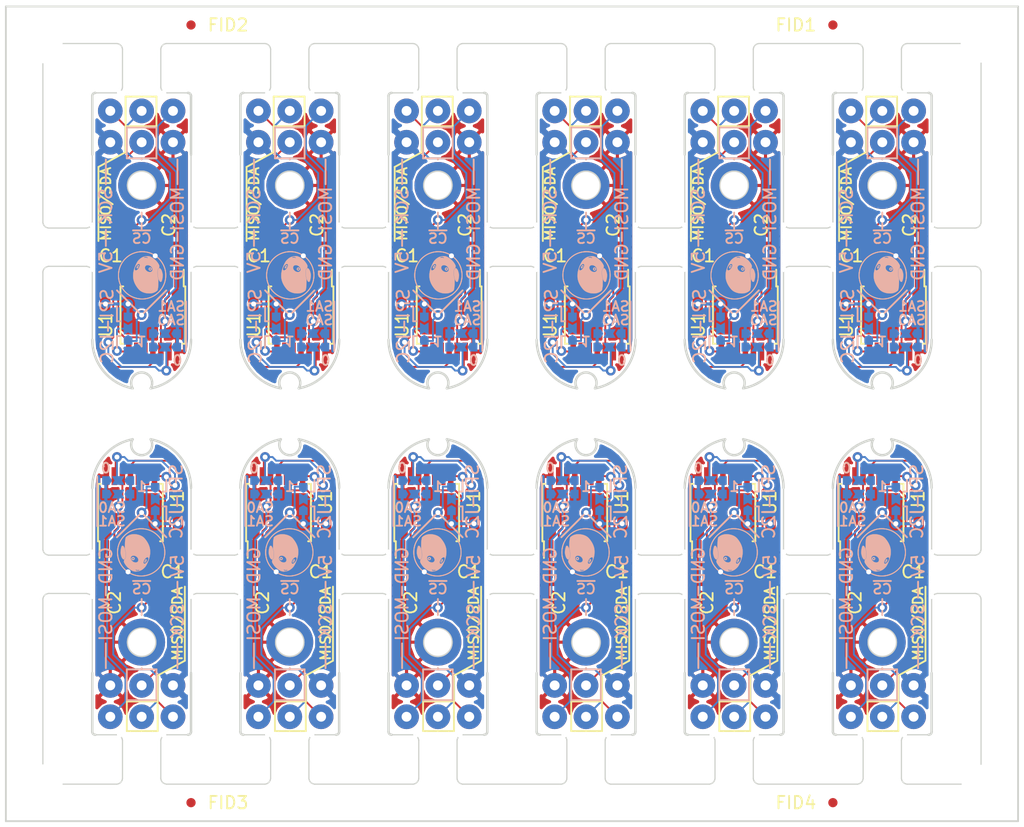
<source format=kicad_pcb>
(kicad_pcb (version 20171130) (host pcbnew 5.0.2-bee76a0~70~ubuntu18.04.1)
  (layers (0 F.Cu signal) (31 B.Cu signal) (34 B.Paste user) (35 F.Paste user) (36 B.SilkS user) (37 F.SilkS user) (38 B.Mask user) (39 F.Mask user) (44 Edge.Cuts user))
  (net 0 "")
  (net 1 +5V)
  (net 2 GND)
  (net 3 "Net-(JP1-Pad2)")
  (net 4 /SA0_~CS)
  (net 5 /SA1_MOSI)
  (net 6 /SDA_MISO)
  (net 7 /SCL_SCLK)
  (net 8 "Net-(U1-Pad9)")
  (net 9 "Net-(U1-Pad6)")
  (net 10 "Net-(U1-Pad4)")
  (net 11 /BYP)
  (module Fiducial:Fiducial_0.75mm_Dia_1.5mm_Outer (layer F.Cu) (at 119 123.5)
    (fp_text reference FID3 (at 3 0) (layer F.SilkS))
    (fp_text value Fiducial_0.75mm_Dia_1.5mm_Outer)
    (pad "" smd circle (at 0 0) (size 0.75 0.75) (layers F.Cu F.Mask) (clearance 0.375))
  )
  (module Fiducial:Fiducial_0.75mm_Dia_1.5mm_Outer (layer F.Cu) (at 171 123.5)
    (fp_text reference FID4 (at -3 0) (layer F.SilkS))
    (fp_text value Fiducial_0.75mm_Dia_1.5mm_Outer)
    (pad "" smd circle (at 0 0) (size 0.75 0.75) (layers F.Cu F.Mask) (clearance 0.375))
  )
  (module Fiducial:Fiducial_0.75mm_Dia_1.5mm_Outer (layer F.Cu) (at 119 60.5)
    (fp_text reference FID2 (at 3 0) (layer F.SilkS))
    (fp_text value Fiducial_0.75mm_Dia_1.5mm_Outer)
    (pad "" smd circle (at 0 0) (size 0.75 0.75) (layers F.Cu F.Mask) (clearance 0.375))
  )
  (module MountingHole:MountingHole_3.2mm_M3 (layer F.Cu) (at 107 62)
    (fp_text reference REF** hide)
    (fp_text value MountingHole_3.2mm_M3)
    (pad 1 np_thru_hole circle (at 0 0) (size 3.2 3.2) (drill 3.2) (layers *.Cu *.Mask))
  )
  (module MountingHole:MountingHole_3.2mm_M3 (layer F.Cu) (at 107 122)
    (fp_text reference REF** hide)
    (fp_text value MountingHole_3.2mm_M3)
    (pad 1 np_thru_hole circle (at 0 0) (size 3.2 3.2) (drill 3.2) (layers *.Cu *.Mask))
  )
  (module MountingHole:MountingHole_3.2mm_M3 (layer F.Cu) (at 183.03 122.03)
    (fp_text reference REF** hide)
    (fp_text value MountingHole_3.2mm_M3)
    (pad 1 np_thru_hole circle (at 0 0) (size 3.2 3.2) (drill 3.2) (layers *.Cu *.Mask))
  )
  (module Roboy_mod:The_0402_FP (layer F.Cu) (at 165.2 78.7 90)
    (fp_text reference C2 (at 2 0 -90) (layer F.SilkS))
    (fp_text value 100n)
    (pad 1 smd rect (at -0.5 0 90) (size 0.6 0.7) (layers F.Cu F.Paste F.Mask))
    (pad 2 smd rect (at 0.5 0 90) (size 0.6 0.7) (layers F.Cu F.Paste F.Mask))
  )
  (module Connector_Wire:SolderWirePad_1x01_Drill0.8mm (layer F.Cu) (at 165.54 70 180)
    (fp_text reference GND (at -0.36 -9.7 270) (layer B.SilkS) (effects (justify mirror)))
    (fp_text value GND)
    (pad 1 thru_hole circle (at 0 0 180) (size 1.99898 1.99898) (drill 0.8001) (layers *.Cu *.Mask))
  )
  (module Connector_Wire:SolderWirePad_1x01_Drill0.8mm (layer F.Cu) (at 124.46 70 180)
    (fp_text reference 5V (at 0.36 -9.7 270) (layer B.SilkS) (effects (justify mirror)))
    (fp_text value 5V)
    (pad 1 thru_hole circle (at 0 0 180) (size 1.99898 1.99898) (drill 0.8001) (layers *.Cu *.Mask))
  )
  (module Connector_Wire:SolderWirePad_1x01_Drill0.8mm (layer F.Cu) (at 136.46 70 180)
    (fp_text reference 5V (at 0.36 -9.7 270) (layer B.SilkS) (effects (justify mirror)))
    (fp_text value 5V)
    (pad 1 thru_hole circle (at 0 0 180) (size 1.99898 1.99898) (drill 0.8001) (layers *.Cu *.Mask))
  )
  (module Connector_Wire:SolderWirePad_1x01_Drill0.8mm (layer F.Cu) (at 148.46 70 180)
    (fp_text reference 5V (at 0.36 -9.7 270) (layer B.SilkS) (effects (justify mirror)))
    (fp_text value 5V)
    (pad 1 thru_hole circle (at 0 0 180) (size 1.99898 1.99898) (drill 0.8001) (layers *.Cu *.Mask))
  )
  (module Connector_Wire:SolderWirePad_1x01_Drill0.8mm (layer F.Cu) (at 160.46 70 180)
    (fp_text reference 5V (at 0.36 -9.7 270) (layer B.SilkS) (effects (justify mirror)))
    (fp_text value 5V)
    (pad 1 thru_hole circle (at 0 0 180) (size 1.99898 1.99898) (drill 0.8001) (layers *.Cu *.Mask))
  )
  (module Connector_Wire:SolderWirePad_1x01_Drill0.8mm (layer F.Cu) (at 129.54 70 180)
    (fp_text reference GND (at -0.36 -9.7 270) (layer B.SilkS) (effects (justify mirror)))
    (fp_text value GND)
    (pad 1 thru_hole circle (at 0 0 180) (size 1.99898 1.99898) (drill 0.8001) (layers *.Cu *.Mask))
  )
  (module Connector_Wire:SolderWirePad_1x01_Drill0.8mm (layer F.Cu) (at 141.54 70 180)
    (fp_text reference GND (at -0.36 -9.7 270) (layer B.SilkS) (effects (justify mirror)))
    (fp_text value GND)
    (pad 1 thru_hole circle (at 0 0 180) (size 1.99898 1.99898) (drill 0.8001) (layers *.Cu *.Mask))
  )
  (module Connector_Wire:SolderWirePad_1x01_Drill0.8mm (layer F.Cu) (at 153.54 70 180)
    (fp_text reference GND (at -0.36 -9.7 270) (layer B.SilkS) (effects (justify mirror)))
    (fp_text value GND)
    (pad 1 thru_hole circle (at 0 0 180) (size 1.99898 1.99898) (drill 0.8001) (layers *.Cu *.Mask))
  )
  (module Roboy_mod:Solder_Bridge_3_0402 (layer B.Cu) (at 164.9 86.6)
    (fp_text reference SA0 (at 0.5 -2.2) (layer B.SilkS) (effects (font (size 0.8 0.8)) (justify mirror)))
    (fp_text value SA0)
    (pad 2 smd custom (at 0 0) (size 0.6 0.7) (layers B.Cu B.Paste B.Mask) (options (clearance outline) (anchor rect)) (primitives (gr_poly (pts (xy -0.3 0.35) (xy -0.3 -0.35) (xy -0.5 -0.35) (xy -0.301 0) (xy -0.5 0.35)) (width 0)) (gr_poly (pts (xy 0.3 -0.35) (xy 0.3 0.35) (xy 0.5 0.35) (xy 0.301 0) (xy 0.5 -0.35)) (width 0))))
    (pad 1 smd custom (at -1 0) (size 0.6 0.7) (layers B.Cu B.Paste B.Mask) (options (clearance outline) (anchor rect)) (primitives (gr_poly (pts (xy 0.3 -0.35) (xy 0.3 0.35) (xy 0.5 0)) (width 0))))
    (pad 3 smd custom (at 1 0) (size 0.6 0.7) (layers B.Cu B.Paste B.Mask) (options (clearance outline) (anchor rect)) (primitives (gr_poly (pts (xy -0.3 0.35) (xy -0.3 -0.35) (xy -0.5 0)) (width 0))))
  )
  (module Connector_Wire:SolderWirePad_1x01_Drill0.8mm (layer F.Cu) (at 151 70 180)
    (fp_text reference ~CS (at 0 -7.8) (layer B.SilkS) (effects (font (size 0.8 0.8)) (justify mirror)))
    (fp_text value ~CS)
    (pad 1 thru_hole circle (at 0 0 180) (size 1.99898 1.99898) (drill 0.8001) (layers *.Cu *.Mask))
  )
  (module Package_SO:TSSOP-14_4.4x5mm_P0.65mm (layer F.Cu) (at 115.91 84 270)
    (fp_text reference U1 (at 0.8 3.81 270) (layer F.SilkS))
    (fp_text value A1335LLETR-T)
    (pad 14 smd rect (at 2.95 -1.95 270) (size 1.45 0.45) (layers F.Cu F.Paste F.Mask))
    (pad 13 smd rect (at 2.95 -1.3 270) (size 1.45 0.45) (layers F.Cu F.Paste F.Mask))
    (pad 12 smd rect (at 2.95 -0.65 270) (size 1.45 0.45) (layers F.Cu F.Paste F.Mask))
    (pad 11 smd rect (at 2.95 0 270) (size 1.45 0.45) (layers F.Cu F.Paste F.Mask))
    (pad 10 smd rect (at 2.95 0.65 270) (size 1.45 0.45) (layers F.Cu F.Paste F.Mask))
    (pad 9 smd rect (at 2.95 1.3 270) (size 1.45 0.45) (layers F.Cu F.Paste F.Mask))
    (pad 8 smd rect (at 2.95 1.95 270) (size 1.45 0.45) (layers F.Cu F.Paste F.Mask))
    (pad 7 smd rect (at -2.95 1.95 270) (size 1.45 0.45) (layers F.Cu F.Paste F.Mask))
    (pad 6 smd rect (at -2.95 1.3 270) (size 1.45 0.45) (layers F.Cu F.Paste F.Mask))
    (pad 5 smd rect (at -2.95 0.65 270) (size 1.45 0.45) (layers F.Cu F.Paste F.Mask))
    (pad 4 smd rect (at -2.95 0 270) (size 1.45 0.45) (layers F.Cu F.Paste F.Mask))
    (pad 3 smd rect (at -2.95 -0.65 270) (size 1.45 0.45) (layers F.Cu F.Paste F.Mask))
    (pad 2 smd rect (at -2.95 -1.3 270) (size 1.45 0.45) (layers F.Cu F.Paste F.Mask))
    (pad 1 smd rect (at -2.95 -1.95 270) (size 1.45 0.45) (layers F.Cu F.Paste F.Mask))
  )
  (module Roboy_mod:Solder_Bridge_3_0402 (layer B.Cu) (at 137.9 85.1 90)
    (fp_text reference SPI-I2C (at 0.2 -1.7 90) (layer B.SilkS) (effects (justify mirror)))
    (fp_text value I2C/SPI)
    (pad 2 smd custom (at 0 0 90) (size 0.6 0.7) (layers B.Cu B.Paste B.Mask) (options (clearance outline) (anchor rect)) (primitives (gr_poly (pts (xy -0.3 0.35) (xy -0.3 -0.35) (xy -0.5 -0.35) (xy -0.301 0) (xy -0.5 0.35)) (width 0)) (gr_poly (pts (xy 0.3 -0.35) (xy 0.3 0.35) (xy 0.5 0.35) (xy 0.301 0) (xy 0.5 -0.35)) (width 0))))
    (pad 1 smd custom (at -1 0 90) (size 0.6 0.7) (layers B.Cu B.Paste B.Mask) (options (clearance outline) (anchor rect)) (primitives (gr_poly (pts (xy 0.3 -0.35) (xy 0.3 0.35) (xy 0.5 0)) (width 0))))
    (pad 3 smd custom (at 1 0 90) (size 0.6 0.7) (layers B.Cu B.Paste B.Mask) (options (clearance outline) (anchor rect)) (primitives (gr_poly (pts (xy -0.3 0.35) (xy -0.3 -0.35) (xy -0.5 0)) (width 0))))
  )
  (module Roboy_mod:Solder_Bridge_3_0402 (layer B.Cu) (at 149.9 85.1 90)
    (fp_text reference SPI-I2C (at 0.2 -1.7 90) (layer B.SilkS) (effects (justify mirror)))
    (fp_text value I2C/SPI)
    (pad 2 smd custom (at 0 0 90) (size 0.6 0.7) (layers B.Cu B.Paste B.Mask) (options (clearance outline) (anchor rect)) (primitives (gr_poly (pts (xy -0.3 0.35) (xy -0.3 -0.35) (xy -0.5 -0.35) (xy -0.301 0) (xy -0.5 0.35)) (width 0)) (gr_poly (pts (xy 0.3 -0.35) (xy 0.3 0.35) (xy 0.5 0.35) (xy 0.301 0) (xy 0.5 -0.35)) (width 0))))
    (pad 1 smd custom (at -1 0 90) (size 0.6 0.7) (layers B.Cu B.Paste B.Mask) (options (clearance outline) (anchor rect)) (primitives (gr_poly (pts (xy 0.3 -0.35) (xy 0.3 0.35) (xy 0.5 0)) (width 0))))
    (pad 3 smd custom (at 1 0 90) (size 0.6 0.7) (layers B.Cu B.Paste B.Mask) (options (clearance outline) (anchor rect)) (primitives (gr_poly (pts (xy -0.3 0.35) (xy -0.3 -0.35) (xy -0.5 0)) (width 0))))
  )
  (module Connector_Wire:SolderWirePad_1x01_Drill0.8mm (layer F.Cu) (at 115 67.46 180)
    (fp_text reference MISO/SDA (at 2.9 -7.54 270) (layer F.SilkS) (effects (font (size 0.8 0.8))))
    (fp_text value SDA/MISO)
    (pad 1 thru_hole circle (at 0 0 180) (size 1.99898 1.99898) (drill 0.8001) (layers *.Cu *.Mask))
  )
  (module Connector_Wire:SolderWirePad_1x01_Drill0.8mm (layer F.Cu) (at 127 67.46 180)
    (fp_text reference MISO/SDA (at 2.9 -7.54 270) (layer F.SilkS) (effects (font (size 0.8 0.8))))
    (fp_text value SDA/MISO)
    (pad 1 thru_hole circle (at 0 0 180) (size 1.99898 1.99898) (drill 0.8001) (layers *.Cu *.Mask))
  )
  (module Connector_Wire:SolderWirePad_1x01_Drill0.8mm (layer F.Cu) (at 139 67.46 180)
    (fp_text reference MISO/SDA (at 2.9 -7.54 270) (layer F.SilkS) (effects (font (size 0.8 0.8))))
    (fp_text value SDA/MISO)
    (pad 1 thru_hole circle (at 0 0 180) (size 1.99898 1.99898) (drill 0.8001) (layers *.Cu *.Mask))
  )
  (module Connector_Wire:SolderWirePad_1x01_Drill0.8mm (layer F.Cu) (at 153.54 67.46 180)
    (fp_text reference MOSI (at -0.36 -7.94 90) (layer B.SilkS) (effects (justify mirror)))
    (fp_text value MOSI)
    (pad 1 thru_hole circle (at 0 0 180) (size 1.99898 1.99898) (drill 0.8001) (layers *.Cu *.Mask))
  )
  (module Connector_Wire:SolderWirePad_1x01_Drill0.8mm (layer F.Cu) (at 165.54 67.46 180)
    (fp_text reference MOSI (at -0.36 -7.94 90) (layer B.SilkS) (effects (justify mirror)))
    (fp_text value MOSI)
    (pad 1 thru_hole circle (at 0 0 180) (size 1.99898 1.99898) (drill 0.8001) (layers *.Cu *.Mask))
  )
  (module Connector_Wire:SolderWirePad_1x01_Drill0.8mm (layer F.Cu) (at 112.46 70 180)
    (fp_text reference 5V (at 0.36 -9.7 270) (layer B.SilkS) (effects (justify mirror)))
    (fp_text value 5V)
    (pad 1 thru_hole circle (at 0 0 180) (size 1.99898 1.99898) (drill 0.8001) (layers *.Cu *.Mask))
  )
  (module Connector_Wire:SolderWirePad_1x01_Drill0.8mm (layer F.Cu) (at 151 67.46 180)
    (fp_text reference MISO/SDA (at 2.9 -7.54 270) (layer F.SilkS) (effects (font (size 0.8 0.8))))
    (fp_text value SDA/MISO)
    (pad 1 thru_hole circle (at 0 0 180) (size 1.99898 1.99898) (drill 0.8001) (layers *.Cu *.Mask))
  )
  (module Connector_Wire:SolderWirePad_1x01_Drill0.8mm (layer F.Cu) (at 163 67.46 180)
    (fp_text reference MISO/SDA (at 2.9 -7.54 270) (layer F.SilkS) (effects (font (size 0.8 0.8))))
    (fp_text value SDA/MISO)
    (pad 1 thru_hole circle (at 0 0 180) (size 1.99898 1.99898) (drill 0.8001) (layers *.Cu *.Mask))
  )
  (module Connector_Wire:SolderWirePad_1x01_Drill0.8mm (layer F.Cu) (at 117.54 70 180)
    (fp_text reference GND (at -0.36 -9.7 270) (layer B.SilkS) (effects (justify mirror)))
    (fp_text value GND)
    (pad 1 thru_hole circle (at 0 0 180) (size 1.99898 1.99898) (drill 0.8001) (layers *.Cu *.Mask))
  )
  (module Roboy_mod:Solder_Bridge_3_0402 (layer B.Cu) (at 161.9 85.1 90)
    (fp_text reference SPI-I2C (at 0.2 -1.7 90) (layer B.SilkS) (effects (justify mirror)))
    (fp_text value I2C/SPI)
    (pad 2 smd custom (at 0 0 90) (size 0.6 0.7) (layers B.Cu B.Paste B.Mask) (options (clearance outline) (anchor rect)) (primitives (gr_poly (pts (xy -0.3 0.35) (xy -0.3 -0.35) (xy -0.5 -0.35) (xy -0.301 0) (xy -0.5 0.35)) (width 0)) (gr_poly (pts (xy 0.3 -0.35) (xy 0.3 0.35) (xy 0.5 0.35) (xy 0.301 0) (xy 0.5 -0.35)) (width 0))))
    (pad 1 smd custom (at -1 0 90) (size 0.6 0.7) (layers B.Cu B.Paste B.Mask) (options (clearance outline) (anchor rect)) (primitives (gr_poly (pts (xy 0.3 -0.35) (xy 0.3 0.35) (xy 0.5 0)) (width 0))))
    (pad 3 smd custom (at 1 0 90) (size 0.6 0.7) (layers B.Cu B.Paste B.Mask) (options (clearance outline) (anchor rect)) (primitives (gr_poly (pts (xy -0.3 0.35) (xy -0.3 -0.35) (xy -0.5 0)) (width 0))))
  )
  (module Connector_Wire:SolderWirePad_1x01_Drill0.8mm (layer F.Cu) (at 117.54 67.46 180)
    (fp_text reference MOSI (at -0.36 -7.94 90) (layer B.SilkS) (effects (justify mirror)))
    (fp_text value MOSI)
    (pad 1 thru_hole circle (at 0 0 180) (size 1.99898 1.99898) (drill 0.8001) (layers *.Cu *.Mask))
  )
  (module Connector_Wire:SolderWirePad_1x01_Drill0.8mm (layer F.Cu) (at 129.54 67.46 180)
    (fp_text reference MOSI (at -0.36 -7.94 90) (layer B.SilkS) (effects (justify mirror)))
    (fp_text value MOSI)
    (pad 1 thru_hole circle (at 0 0 180) (size 1.99898 1.99898) (drill 0.8001) (layers *.Cu *.Mask))
  )
  (module Connector_Wire:SolderWirePad_1x01_Drill0.8mm (layer F.Cu) (at 141.54 67.46 180)
    (fp_text reference MOSI (at -0.36 -7.94 90) (layer B.SilkS) (effects (justify mirror)))
    (fp_text value MOSI)
    (pad 1 thru_hole circle (at 0 0 180) (size 1.99898 1.99898) (drill 0.8001) (layers *.Cu *.Mask))
  )
  (module Connector_Wire:SolderWirePad_1x01_Drill0.8mm (layer F.Cu) (at 136.46 67.46 180)
    (fp_text reference SCK (at 0.36 -7.74 270) (layer B.SilkS) (effects (justify mirror)))
    (fp_text value SCL/K)
    (pad 1 thru_hole circle (at 0 0 180) (size 1.99898 1.99898) (drill 0.8001) (layers *.Cu *.Mask))
  )
  (module Connector_Wire:SolderWirePad_1x01_Drill0.8mm (layer F.Cu) (at 148.46 67.46 180)
    (fp_text reference SCK (at 0.36 -7.74 270) (layer B.SilkS) (effects (justify mirror)))
    (fp_text value SCL/K)
    (pad 1 thru_hole circle (at 0 0 180) (size 1.99898 1.99898) (drill 0.8001) (layers *.Cu *.Mask))
  )
  (module Connector_Wire:SolderWirePad_1x01_Drill0.8mm (layer F.Cu) (at 160.46 67.46 180)
    (fp_text reference SCK (at 0.36 -7.74 270) (layer B.SilkS) (effects (justify mirror)))
    (fp_text value SCL/K)
    (pad 1 thru_hole circle (at 0 0 180) (size 1.99898 1.99898) (drill 0.8001) (layers *.Cu *.Mask))
  )
  (module MountingHole:MountingHole_2.2mm_M2_DIN965_Pad (layer F.Cu) (at 115 73.5 180)
    (fp_text reference H1 hide)
    (fp_text value MountingHole_Pad)
    (pad 1 thru_hole circle (at 0 0 180) (size 3.8 3.8) (drill 2.2) (layers *.Cu *.Mask))
  )
  (module Roboy_mod:Roboy_Logo_F.SilkS (layer B.Cu) (at 139 80.8)
    (fp_text reference svg2mod hide)
    (fp_text value G*** hide)
  )
  (module Roboy_mod:Solder_Bridge_3_0402 (layer B.Cu) (at 113.9 85.1 90)
    (fp_text reference SPI-I2C (at 0.2 -1.7 90) (layer B.SilkS) (effects (justify mirror)))
    (fp_text value I2C/SPI)
    (pad 2 smd custom (at 0 0 90) (size 0.6 0.7) (layers B.Cu B.Paste B.Mask) (options (clearance outline) (anchor rect)) (primitives (gr_poly (pts (xy -0.3 0.35) (xy -0.3 -0.35) (xy -0.5 -0.35) (xy -0.301 0) (xy -0.5 0.35)) (width 0)) (gr_poly (pts (xy 0.3 -0.35) (xy 0.3 0.35) (xy 0.5 0.35) (xy 0.301 0) (xy 0.5 -0.35)) (width 0))))
    (pad 1 smd custom (at -1 0 90) (size 0.6 0.7) (layers B.Cu B.Paste B.Mask) (options (clearance outline) (anchor rect)) (primitives (gr_poly (pts (xy 0.3 -0.35) (xy 0.3 0.35) (xy 0.5 0)) (width 0))))
    (pad 3 smd custom (at 1 0 90) (size 0.6 0.7) (layers B.Cu B.Paste B.Mask) (options (clearance outline) (anchor rect)) (primitives (gr_poly (pts (xy -0.3 0.35) (xy -0.3 -0.35) (xy -0.5 0)) (width 0))))
  )
  (module Roboy_mod:Solder_Bridge_3_0402 (layer B.Cu) (at 125.9 85.1 90)
    (fp_text reference SPI-I2C (at 0.2 -1.7 90) (layer B.SilkS) (effects (justify mirror)))
    (fp_text value I2C/SPI)
    (pad 2 smd custom (at 0 0 90) (size 0.6 0.7) (layers B.Cu B.Paste B.Mask) (options (clearance outline) (anchor rect)) (primitives (gr_poly (pts (xy -0.3 0.35) (xy -0.3 -0.35) (xy -0.5 -0.35) (xy -0.301 0) (xy -0.5 0.35)) (width 0)) (gr_poly (pts (xy 0.3 -0.35) (xy 0.3 0.35) (xy 0.5 0.35) (xy 0.301 0) (xy 0.5 -0.35)) (width 0))))
    (pad 1 smd custom (at -1 0 90) (size 0.6 0.7) (layers B.Cu B.Paste B.Mask) (options (clearance outline) (anchor rect)) (primitives (gr_poly (pts (xy 0.3 -0.35) (xy 0.3 0.35) (xy 0.5 0)) (width 0))))
    (pad 3 smd custom (at 1 0 90) (size 0.6 0.7) (layers B.Cu B.Paste B.Mask) (options (clearance outline) (anchor rect)) (primitives (gr_poly (pts (xy -0.3 0.35) (xy -0.3 -0.35) (xy -0.5 0)) (width 0))))
  )
  (module Connector_Wire:SolderWirePad_1x01_Drill0.8mm (layer F.Cu) (at 163 70 180)
    (fp_text reference ~CS (at 0 -7.8) (layer B.SilkS) (effects (font (size 0.8 0.8)) (justify mirror)))
    (fp_text value ~CS)
    (pad 1 thru_hole circle (at 0 0 180) (size 1.99898 1.99898) (drill 0.8001) (layers *.Cu *.Mask))
  )
  (module Roboy_mod:The_0402_FP (layer F.Cu) (at 114.7 79.2)
    (fp_text reference C1 (at -2.2 0) (layer F.SilkS))
    (fp_text value 100n)
    (pad 1 smd rect (at -0.5 0) (size 0.6 0.7) (layers F.Cu F.Paste F.Mask))
    (pad 2 smd rect (at 0.5 0) (size 0.6 0.7) (layers F.Cu F.Paste F.Mask))
  )
  (module Roboy_mod:Roboy_text_5.5mm (layer B.Cu) (at 139 88)
    (fp_text reference G*** hide)
    (fp_text value LOGO hide)
  )
  (module Roboy_mod:Solder_Bridge_3_0402 (layer B.Cu) (at 128.9 85.5)
    (fp_text reference SA1 (at 0.5 -2.2) (layer B.SilkS) (effects (font (size 0.8 0.8)) (justify mirror)))
    (fp_text value SA1)
    (pad 2 smd custom (at 0 0) (size 0.6 0.7) (layers B.Cu B.Paste B.Mask) (options (clearance outline) (anchor rect)) (primitives (gr_poly (pts (xy -0.3 0.35) (xy -0.3 -0.35) (xy -0.5 -0.35) (xy -0.301 0) (xy -0.5 0.35)) (width 0)) (gr_poly (pts (xy 0.3 -0.35) (xy 0.3 0.35) (xy 0.5 0.35) (xy 0.301 0) (xy 0.5 -0.35)) (width 0))))
    (pad 1 smd custom (at -1 0) (size 0.6 0.7) (layers B.Cu B.Paste B.Mask) (options (clearance outline) (anchor rect)) (primitives (gr_poly (pts (xy 0.3 -0.35) (xy 0.3 0.35) (xy 0.5 0)) (width 0))))
    (pad 3 smd custom (at 1 0) (size 0.6 0.7) (layers B.Cu B.Paste B.Mask) (options (clearance outline) (anchor rect)) (primitives (gr_poly (pts (xy -0.3 0.35) (xy -0.3 -0.35) (xy -0.5 0)) (width 0))))
  )
  (module Roboy_mod:Solder_Bridge_3_0402 (layer B.Cu) (at 140.9 85.5)
    (fp_text reference SA1 (at 0.5 -2.2) (layer B.SilkS) (effects (font (size 0.8 0.8)) (justify mirror)))
    (fp_text value SA1)
    (pad 2 smd custom (at 0 0) (size 0.6 0.7) (layers B.Cu B.Paste B.Mask) (options (clearance outline) (anchor rect)) (primitives (gr_poly (pts (xy -0.3 0.35) (xy -0.3 -0.35) (xy -0.5 -0.35) (xy -0.301 0) (xy -0.5 0.35)) (width 0)) (gr_poly (pts (xy 0.3 -0.35) (xy 0.3 0.35) (xy 0.5 0.35) (xy 0.301 0) (xy 0.5 -0.35)) (width 0))))
    (pad 1 smd custom (at -1 0) (size 0.6 0.7) (layers B.Cu B.Paste B.Mask) (options (clearance outline) (anchor rect)) (primitives (gr_poly (pts (xy 0.3 -0.35) (xy 0.3 0.35) (xy 0.5 0)) (width 0))))
    (pad 3 smd custom (at 1 0) (size 0.6 0.7) (layers B.Cu B.Paste B.Mask) (options (clearance outline) (anchor rect)) (primitives (gr_poly (pts (xy -0.3 0.35) (xy -0.3 -0.35) (xy -0.5 0)) (width 0))))
  )
  (module Roboy_mod:Solder_Bridge_3_0402 (layer B.Cu) (at 164.9 85.5)
    (fp_text reference SA1 (at 0.5 -2.2) (layer B.SilkS) (effects (font (size 0.8 0.8)) (justify mirror)))
    (fp_text value SA1)
    (pad 2 smd custom (at 0 0) (size 0.6 0.7) (layers B.Cu B.Paste B.Mask) (options (clearance outline) (anchor rect)) (primitives (gr_poly (pts (xy -0.3 0.35) (xy -0.3 -0.35) (xy -0.5 -0.35) (xy -0.301 0) (xy -0.5 0.35)) (width 0)) (gr_poly (pts (xy 0.3 -0.35) (xy 0.3 0.35) (xy 0.5 0.35) (xy 0.301 0) (xy 0.5 -0.35)) (width 0))))
    (pad 1 smd custom (at -1 0) (size 0.6 0.7) (layers B.Cu B.Paste B.Mask) (options (clearance outline) (anchor rect)) (primitives (gr_poly (pts (xy 0.3 -0.35) (xy 0.3 0.35) (xy 0.5 0)) (width 0))))
    (pad 3 smd custom (at 1 0) (size 0.6 0.7) (layers B.Cu B.Paste B.Mask) (options (clearance outline) (anchor rect)) (primitives (gr_poly (pts (xy -0.3 0.35) (xy -0.3 -0.35) (xy -0.5 0)) (width 0))))
  )
  (module Roboy_mod:Solder_Bridge_3_0402 (layer B.Cu) (at 152.9 85.5)
    (fp_text reference SA1 (at 0.5 -2.2) (layer B.SilkS) (effects (font (size 0.8 0.8)) (justify mirror)))
    (fp_text value SA1)
    (pad 2 smd custom (at 0 0) (size 0.6 0.7) (layers B.Cu B.Paste B.Mask) (options (clearance outline) (anchor rect)) (primitives (gr_poly (pts (xy -0.3 0.35) (xy -0.3 -0.35) (xy -0.5 -0.35) (xy -0.301 0) (xy -0.5 0.35)) (width 0)) (gr_poly (pts (xy 0.3 -0.35) (xy 0.3 0.35) (xy 0.5 0.35) (xy 0.301 0) (xy 0.5 -0.35)) (width 0))))
    (pad 1 smd custom (at -1 0) (size 0.6 0.7) (layers B.Cu B.Paste B.Mask) (options (clearance outline) (anchor rect)) (primitives (gr_poly (pts (xy 0.3 -0.35) (xy 0.3 0.35) (xy 0.5 0)) (width 0))))
    (pad 3 smd custom (at 1 0) (size 0.6 0.7) (layers B.Cu B.Paste B.Mask) (options (clearance outline) (anchor rect)) (primitives (gr_poly (pts (xy -0.3 0.35) (xy -0.3 -0.35) (xy -0.5 0)) (width 0))))
  )
  (module Roboy_mod:Roboy_text_5.5mm (layer B.Cu) (at 127 88)
    (fp_text reference G*** hide)
    (fp_text value LOGO hide)
  )
  (module Roboy_mod:Solder_Bridge_3_0402 (layer B.Cu) (at 140.9 86.6)
    (fp_text reference SA0 (at 0.5 -2.2) (layer B.SilkS) (effects (font (size 0.8 0.8)) (justify mirror)))
    (fp_text value SA0)
    (pad 2 smd custom (at 0 0) (size 0.6 0.7) (layers B.Cu B.Paste B.Mask) (options (clearance outline) (anchor rect)) (primitives (gr_poly (pts (xy -0.3 0.35) (xy -0.3 -0.35) (xy -0.5 -0.35) (xy -0.301 0) (xy -0.5 0.35)) (width 0)) (gr_poly (pts (xy 0.3 -0.35) (xy 0.3 0.35) (xy 0.5 0.35) (xy 0.301 0) (xy 0.5 -0.35)) (width 0))))
    (pad 1 smd custom (at -1 0) (size 0.6 0.7) (layers B.Cu B.Paste B.Mask) (options (clearance outline) (anchor rect)) (primitives (gr_poly (pts (xy 0.3 -0.35) (xy 0.3 0.35) (xy 0.5 0)) (width 0))))
    (pad 3 smd custom (at 1 0) (size 0.6 0.7) (layers B.Cu B.Paste B.Mask) (options (clearance outline) (anchor rect)) (primitives (gr_poly (pts (xy -0.3 0.35) (xy -0.3 -0.35) (xy -0.5 0)) (width 0))))
  )
  (module Roboy_mod:Solder_Bridge_3_0402 (layer B.Cu) (at 173.9 85.1 90)
    (fp_text reference SPI-I2C (at 0.2 -1.7 90) (layer B.SilkS) (effects (justify mirror)))
    (fp_text value I2C/SPI)
    (pad 3 smd custom (at 1 0 90) (size 0.6 0.7) (layers B.Cu B.Paste B.Mask) (options (clearance outline) (anchor rect)) (primitives (gr_poly (pts (xy -0.3 0.35) (xy -0.3 -0.35) (xy -0.5 0)) (width 0))))
    (pad 1 smd custom (at -1 0 90) (size 0.6 0.7) (layers B.Cu B.Paste B.Mask) (options (clearance outline) (anchor rect)) (primitives (gr_poly (pts (xy 0.3 -0.35) (xy 0.3 0.35) (xy 0.5 0)) (width 0))))
    (pad 2 smd custom (at 0 0 90) (size 0.6 0.7) (layers B.Cu B.Paste B.Mask) (options (clearance outline) (anchor rect)) (primitives (gr_poly (pts (xy -0.3 0.35) (xy -0.3 -0.35) (xy -0.5 -0.35) (xy -0.301 0) (xy -0.5 0.35)) (width 0)) (gr_poly (pts (xy 0.3 -0.35) (xy 0.3 0.35) (xy 0.5 0.35) (xy 0.301 0) (xy 0.5 -0.35)) (width 0))))
  )
  (module Roboy_mod:The_0402_FP (layer F.Cu) (at 126.7 79.2)
    (fp_text reference C1 (at -2.2 0) (layer F.SilkS))
    (fp_text value 100n)
    (pad 1 smd rect (at -0.5 0) (size 0.6 0.7) (layers F.Cu F.Paste F.Mask))
    (pad 2 smd rect (at 0.5 0) (size 0.6 0.7) (layers F.Cu F.Paste F.Mask))
  )
  (module Roboy_mod:The_0402_FP (layer F.Cu) (at 150.7 79.2)
    (fp_text reference C1 (at -2.2 0) (layer F.SilkS))
    (fp_text value 100n)
    (pad 1 smd rect (at -0.5 0) (size 0.6 0.7) (layers F.Cu F.Paste F.Mask))
    (pad 2 smd rect (at 0.5 0) (size 0.6 0.7) (layers F.Cu F.Paste F.Mask))
  )
  (module Connector_Wire:SolderWirePad_1x01_Drill0.8mm (layer F.Cu) (at 177.54 67.46 180)
    (fp_text reference MOSI (at -0.36 -7.94 90) (layer B.SilkS) (effects (justify mirror)))
    (fp_text value MOSI)
    (pad 1 thru_hole circle (at 0 0 180) (size 1.99898 1.99898) (drill 0.8001) (layers *.Cu *.Mask))
  )
  (module Roboy_mod:Roboy_Logo_F.SilkS (layer B.Cu) (at 115 80.8)
    (fp_text reference svg2mod hide)
    (fp_text value G*** hide)
  )
  (module Connector_Wire:SolderWirePad_1x01_Drill0.8mm (layer F.Cu) (at 172.46 70 180)
    (fp_text reference 5V (at 0.36 -9.7 270) (layer B.SilkS) (effects (justify mirror)))
    (fp_text value 5V)
    (pad 1 thru_hole circle (at 0 0 180) (size 1.99898 1.99898) (drill 0.8001) (layers *.Cu *.Mask))
  )
  (module Connector_Wire:SolderWirePad_1x01_Drill0.8mm (layer F.Cu) (at 172.46 67.46 180)
    (fp_text reference SCK (at 0.36 -7.74 270) (layer B.SilkS) (effects (justify mirror)))
    (fp_text value SCL/K)
    (pad 1 thru_hole circle (at 0 0 180) (size 1.99898 1.99898) (drill 0.8001) (layers *.Cu *.Mask))
  )
  (module MountingHole:MountingHole_2.2mm_M2_DIN965_Pad (layer F.Cu) (at 175 73.5 180)
    (fp_text reference H1 hide)
    (fp_text value MountingHole_Pad)
    (pad 1 thru_hole circle (at 0 0 180) (size 3.8 3.8) (drill 2.2) (layers *.Cu *.Mask))
  )
  (module Roboy_mod:The_0402_FP (layer F.Cu) (at 141.2 78.7 90)
    (fp_text reference C2 (at 2 0 -90) (layer F.SilkS))
    (fp_text value 100n)
    (pad 1 smd rect (at -0.5 0 90) (size 0.6 0.7) (layers F.Cu F.Paste F.Mask))
    (pad 2 smd rect (at 0.5 0 90) (size 0.6 0.7) (layers F.Cu F.Paste F.Mask))
  )
  (module Connector_Wire:SolderWirePad_1x01_Drill0.8mm (layer F.Cu) (at 175 67.46 180)
    (fp_text reference MISO/SDA (at 2.9 -7.54 270) (layer F.SilkS) (effects (font (size 0.8 0.8))))
    (fp_text value SDA/MISO)
    (pad 1 thru_hole circle (at 0 0 180) (size 1.99898 1.99898) (drill 0.8001) (layers *.Cu *.Mask))
  )
  (module Connector_Wire:SolderWirePad_1x01_Drill0.8mm (layer F.Cu) (at 177.54 70 180)
    (fp_text reference GND (at -0.36 -9.7 270) (layer B.SilkS) (effects (justify mirror)))
    (fp_text value GND)
    (pad 1 thru_hole circle (at 0 0 180) (size 1.99898 1.99898) (drill 0.8001) (layers *.Cu *.Mask))
  )
  (module Roboy_mod:Roboy_Logo_F.SilkS (layer B.Cu) (at 175 80.8)
    (fp_text reference svg2mod hide)
    (fp_text value G*** hide)
  )
  (module Roboy_mod:The_0402_FP (layer F.Cu) (at 177.2 78.7 90)
    (fp_text reference C2 (at 2 0 -90) (layer F.SilkS))
    (fp_text value 100n)
    (pad 2 smd rect (at 0.5 0 90) (size 0.6 0.7) (layers F.Cu F.Paste F.Mask))
    (pad 1 smd rect (at -0.5 0 90) (size 0.6 0.7) (layers F.Cu F.Paste F.Mask))
  )
  (module Roboy_mod:The_0402_FP (layer F.Cu) (at 174.7 79.2)
    (fp_text reference C1 (at -2.2 0) (layer F.SilkS))
    (fp_text value 100n)
    (pad 2 smd rect (at 0.5 0) (size 0.6 0.7) (layers F.Cu F.Paste F.Mask))
    (pad 1 smd rect (at -0.5 0) (size 0.6 0.7) (layers F.Cu F.Paste F.Mask))
  )
  (module Roboy_mod:Solder_Bridge_3_0402 (layer B.Cu) (at 152.9 86.6)
    (fp_text reference SA0 (at 0.5 -2.2) (layer B.SilkS) (effects (font (size 0.8 0.8)) (justify mirror)))
    (fp_text value SA0)
    (pad 2 smd custom (at 0 0) (size 0.6 0.7) (layers B.Cu B.Paste B.Mask) (options (clearance outline) (anchor rect)) (primitives (gr_poly (pts (xy -0.3 0.35) (xy -0.3 -0.35) (xy -0.5 -0.35) (xy -0.301 0) (xy -0.5 0.35)) (width 0)) (gr_poly (pts (xy 0.3 -0.35) (xy 0.3 0.35) (xy 0.5 0.35) (xy 0.301 0) (xy 0.5 -0.35)) (width 0))))
    (pad 1 smd custom (at -1 0) (size 0.6 0.7) (layers B.Cu B.Paste B.Mask) (options (clearance outline) (anchor rect)) (primitives (gr_poly (pts (xy 0.3 -0.35) (xy 0.3 0.35) (xy 0.5 0)) (width 0))))
    (pad 3 smd custom (at 1 0) (size 0.6 0.7) (layers B.Cu B.Paste B.Mask) (options (clearance outline) (anchor rect)) (primitives (gr_poly (pts (xy -0.3 0.35) (xy -0.3 -0.35) (xy -0.5 0)) (width 0))))
  )
  (module Roboy_mod:Solder_Bridge_3_0402 (layer B.Cu) (at 116.9 85.5)
    (fp_text reference SA1 (at 0.5 -2.2) (layer B.SilkS) (effects (font (size 0.8 0.8)) (justify mirror)))
    (fp_text value SA1)
    (pad 2 smd custom (at 0 0) (size 0.6 0.7) (layers B.Cu B.Paste B.Mask) (options (clearance outline) (anchor rect)) (primitives (gr_poly (pts (xy -0.3 0.35) (xy -0.3 -0.35) (xy -0.5 -0.35) (xy -0.301 0) (xy -0.5 0.35)) (width 0)) (gr_poly (pts (xy 0.3 -0.35) (xy 0.3 0.35) (xy 0.5 0.35) (xy 0.301 0) (xy 0.5 -0.35)) (width 0))))
    (pad 1 smd custom (at -1 0) (size 0.6 0.7) (layers B.Cu B.Paste B.Mask) (options (clearance outline) (anchor rect)) (primitives (gr_poly (pts (xy 0.3 -0.35) (xy 0.3 0.35) (xy 0.5 0)) (width 0))))
    (pad 3 smd custom (at 1 0) (size 0.6 0.7) (layers B.Cu B.Paste B.Mask) (options (clearance outline) (anchor rect)) (primitives (gr_poly (pts (xy -0.3 0.35) (xy -0.3 -0.35) (xy -0.5 0)) (width 0))))
  )
  (module Package_SO:TSSOP-14_4.4x5mm_P0.65mm (layer F.Cu) (at 175.91 84 270)
    (fp_text reference U1 (at 0.8 3.81 270) (layer F.SilkS))
    (fp_text value A1335LLETR-T)
    (pad 1 smd rect (at -2.95 -1.95 270) (size 1.45 0.45) (layers F.Cu F.Paste F.Mask))
    (pad 2 smd rect (at -2.95 -1.3 270) (size 1.45 0.45) (layers F.Cu F.Paste F.Mask))
    (pad 3 smd rect (at -2.95 -0.65 270) (size 1.45 0.45) (layers F.Cu F.Paste F.Mask))
    (pad 4 smd rect (at -2.95 0 270) (size 1.45 0.45) (layers F.Cu F.Paste F.Mask))
    (pad 5 smd rect (at -2.95 0.65 270) (size 1.45 0.45) (layers F.Cu F.Paste F.Mask))
    (pad 6 smd rect (at -2.95 1.3 270) (size 1.45 0.45) (layers F.Cu F.Paste F.Mask))
    (pad 7 smd rect (at -2.95 1.95 270) (size 1.45 0.45) (layers F.Cu F.Paste F.Mask))
    (pad 8 smd rect (at 2.95 1.95 270) (size 1.45 0.45) (layers F.Cu F.Paste F.Mask))
    (pad 9 smd rect (at 2.95 1.3 270) (size 1.45 0.45) (layers F.Cu F.Paste F.Mask))
    (pad 10 smd rect (at 2.95 0.65 270) (size 1.45 0.45) (layers F.Cu F.Paste F.Mask))
    (pad 11 smd rect (at 2.95 0 270) (size 1.45 0.45) (layers F.Cu F.Paste F.Mask))
    (pad 12 smd rect (at 2.95 -0.65 270) (size 1.45 0.45) (layers F.Cu F.Paste F.Mask))
    (pad 13 smd rect (at 2.95 -1.3 270) (size 1.45 0.45) (layers F.Cu F.Paste F.Mask))
    (pad 14 smd rect (at 2.95 -1.95 270) (size 1.45 0.45) (layers F.Cu F.Paste F.Mask))
  )
  (module Roboy_mod:Roboy_text_5.5mm (layer B.Cu) (at 175 88)
    (fp_text reference G*** hide)
    (fp_text value LOGO hide)
  )
  (module Connector_Wire:SolderWirePad_1x01_Drill0.8mm (layer F.Cu) (at 175 70 180)
    (fp_text reference ~CS (at 0 -7.8) (layer B.SilkS) (effects (font (size 0.8 0.8)) (justify mirror)))
    (fp_text value ~CS)
    (pad 1 thru_hole circle (at 0 0 180) (size 1.99898 1.99898) (drill 0.8001) (layers *.Cu *.Mask))
  )
  (module Roboy_mod:Solder_Bridge_3_0402 (layer B.Cu) (at 176.9 86.6)
    (fp_text reference SA0 (at 0.5 -2.2) (layer B.SilkS) (effects (font (size 0.8 0.8)) (justify mirror)))
    (fp_text value SA0)
    (pad 3 smd custom (at 1 0) (size 0.6 0.7) (layers B.Cu B.Paste B.Mask) (options (clearance outline) (anchor rect)) (primitives (gr_poly (pts (xy -0.3 0.35) (xy -0.3 -0.35) (xy -0.5 0)) (width 0))))
    (pad 1 smd custom (at -1 0) (size 0.6 0.7) (layers B.Cu B.Paste B.Mask) (options (clearance outline) (anchor rect)) (primitives (gr_poly (pts (xy 0.3 -0.35) (xy 0.3 0.35) (xy 0.5 0)) (width 0))))
    (pad 2 smd custom (at 0 0) (size 0.6 0.7) (layers B.Cu B.Paste B.Mask) (options (clearance outline) (anchor rect)) (primitives (gr_poly (pts (xy -0.3 0.35) (xy -0.3 -0.35) (xy -0.5 -0.35) (xy -0.301 0) (xy -0.5 0.35)) (width 0)) (gr_poly (pts (xy 0.3 -0.35) (xy 0.3 0.35) (xy 0.5 0.35) (xy 0.301 0) (xy 0.5 -0.35)) (width 0))))
  )
  (module Roboy_mod:Solder_Bridge_3_0402 (layer B.Cu) (at 176.9 85.5)
    (fp_text reference SA1 (at 0.5 -2.2) (layer B.SilkS) (effects (font (size 0.8 0.8)) (justify mirror)))
    (fp_text value SA1)
    (pad 3 smd custom (at 1 0) (size 0.6 0.7) (layers B.Cu B.Paste B.Mask) (options (clearance outline) (anchor rect)) (primitives (gr_poly (pts (xy -0.3 0.35) (xy -0.3 -0.35) (xy -0.5 0)) (width 0))))
    (pad 1 smd custom (at -1 0) (size 0.6 0.7) (layers B.Cu B.Paste B.Mask) (options (clearance outline) (anchor rect)) (primitives (gr_poly (pts (xy 0.3 -0.35) (xy 0.3 0.35) (xy 0.5 0)) (width 0))))
    (pad 2 smd custom (at 0 0) (size 0.6 0.7) (layers B.Cu B.Paste B.Mask) (options (clearance outline) (anchor rect)) (primitives (gr_poly (pts (xy -0.3 0.35) (xy -0.3 -0.35) (xy -0.5 -0.35) (xy -0.301 0) (xy -0.5 0.35)) (width 0)) (gr_poly (pts (xy 0.3 -0.35) (xy 0.3 0.35) (xy 0.5 0.35) (xy 0.301 0) (xy 0.5 -0.35)) (width 0))))
  )
  (module Package_SO:TSSOP-14_4.4x5mm_P0.65mm (layer F.Cu) (at 151.91 84 270)
    (fp_text reference U1 (at 0.8 3.81 270) (layer F.SilkS))
    (fp_text value A1335LLETR-T)
    (pad 14 smd rect (at 2.95 -1.95 270) (size 1.45 0.45) (layers F.Cu F.Paste F.Mask))
    (pad 13 smd rect (at 2.95 -1.3 270) (size 1.45 0.45) (layers F.Cu F.Paste F.Mask))
    (pad 12 smd rect (at 2.95 -0.65 270) (size 1.45 0.45) (layers F.Cu F.Paste F.Mask))
    (pad 11 smd rect (at 2.95 0 270) (size 1.45 0.45) (layers F.Cu F.Paste F.Mask))
    (pad 10 smd rect (at 2.95 0.65 270) (size 1.45 0.45) (layers F.Cu F.Paste F.Mask))
    (pad 9 smd rect (at 2.95 1.3 270) (size 1.45 0.45) (layers F.Cu F.Paste F.Mask))
    (pad 8 smd rect (at 2.95 1.95 270) (size 1.45 0.45) (layers F.Cu F.Paste F.Mask))
    (pad 7 smd rect (at -2.95 1.95 270) (size 1.45 0.45) (layers F.Cu F.Paste F.Mask))
    (pad 6 smd rect (at -2.95 1.3 270) (size 1.45 0.45) (layers F.Cu F.Paste F.Mask))
    (pad 5 smd rect (at -2.95 0.65 270) (size 1.45 0.45) (layers F.Cu F.Paste F.Mask))
    (pad 4 smd rect (at -2.95 0 270) (size 1.45 0.45) (layers F.Cu F.Paste F.Mask))
    (pad 3 smd rect (at -2.95 -0.65 270) (size 1.45 0.45) (layers F.Cu F.Paste F.Mask))
    (pad 2 smd rect (at -2.95 -1.3 270) (size 1.45 0.45) (layers F.Cu F.Paste F.Mask))
    (pad 1 smd rect (at -2.95 -1.95 270) (size 1.45 0.45) (layers F.Cu F.Paste F.Mask))
  )
  (module Roboy_mod:Roboy_text_5.5mm (layer B.Cu) (at 115 88)
    (fp_text reference G*** hide)
    (fp_text value LOGO hide)
  )
  (module Roboy_mod:The_0402_FP (layer F.Cu) (at 162.7 79.2)
    (fp_text reference C1 (at -2.2 0) (layer F.SilkS))
    (fp_text value 100n)
    (pad 1 smd rect (at -0.5 0) (size 0.6 0.7) (layers F.Cu F.Paste F.Mask))
    (pad 2 smd rect (at 0.5 0) (size 0.6 0.7) (layers F.Cu F.Paste F.Mask))
  )
  (module Package_SO:TSSOP-14_4.4x5mm_P0.65mm (layer F.Cu) (at 163.91 84 270)
    (fp_text reference U1 (at 0.8 3.81 270) (layer F.SilkS))
    (fp_text value A1335LLETR-T)
    (pad 14 smd rect (at 2.95 -1.95 270) (size 1.45 0.45) (layers F.Cu F.Paste F.Mask))
    (pad 13 smd rect (at 2.95 -1.3 270) (size 1.45 0.45) (layers F.Cu F.Paste F.Mask))
    (pad 12 smd rect (at 2.95 -0.65 270) (size 1.45 0.45) (layers F.Cu F.Paste F.Mask))
    (pad 11 smd rect (at 2.95 0 270) (size 1.45 0.45) (layers F.Cu F.Paste F.Mask))
    (pad 10 smd rect (at 2.95 0.65 270) (size 1.45 0.45) (layers F.Cu F.Paste F.Mask))
    (pad 9 smd rect (at 2.95 1.3 270) (size 1.45 0.45) (layers F.Cu F.Paste F.Mask))
    (pad 8 smd rect (at 2.95 1.95 270) (size 1.45 0.45) (layers F.Cu F.Paste F.Mask))
    (pad 7 smd rect (at -2.95 1.95 270) (size 1.45 0.45) (layers F.Cu F.Paste F.Mask))
    (pad 6 smd rect (at -2.95 1.3 270) (size 1.45 0.45) (layers F.Cu F.Paste F.Mask))
    (pad 5 smd rect (at -2.95 0.65 270) (size 1.45 0.45) (layers F.Cu F.Paste F.Mask))
    (pad 4 smd rect (at -2.95 0 270) (size 1.45 0.45) (layers F.Cu F.Paste F.Mask))
    (pad 3 smd rect (at -2.95 -0.65 270) (size 1.45 0.45) (layers F.Cu F.Paste F.Mask))
    (pad 2 smd rect (at -2.95 -1.3 270) (size 1.45 0.45) (layers F.Cu F.Paste F.Mask))
    (pad 1 smd rect (at -2.95 -1.95 270) (size 1.45 0.45) (layers F.Cu F.Paste F.Mask))
  )
  (module Package_SO:TSSOP-14_4.4x5mm_P0.65mm (layer F.Cu) (at 139.91 84 270)
    (fp_text reference U1 (at 0.8 3.81 270) (layer F.SilkS))
    (fp_text value A1335LLETR-T)
    (pad 14 smd rect (at 2.95 -1.95 270) (size 1.45 0.45) (layers F.Cu F.Paste F.Mask))
    (pad 13 smd rect (at 2.95 -1.3 270) (size 1.45 0.45) (layers F.Cu F.Paste F.Mask))
    (pad 12 smd rect (at 2.95 -0.65 270) (size 1.45 0.45) (layers F.Cu F.Paste F.Mask))
    (pad 11 smd rect (at 2.95 0 270) (size 1.45 0.45) (layers F.Cu F.Paste F.Mask))
    (pad 10 smd rect (at 2.95 0.65 270) (size 1.45 0.45) (layers F.Cu F.Paste F.Mask))
    (pad 9 smd rect (at 2.95 1.3 270) (size 1.45 0.45) (layers F.Cu F.Paste F.Mask))
    (pad 8 smd rect (at 2.95 1.95 270) (size 1.45 0.45) (layers F.Cu F.Paste F.Mask))
    (pad 7 smd rect (at -2.95 1.95 270) (size 1.45 0.45) (layers F.Cu F.Paste F.Mask))
    (pad 6 smd rect (at -2.95 1.3 270) (size 1.45 0.45) (layers F.Cu F.Paste F.Mask))
    (pad 5 smd rect (at -2.95 0.65 270) (size 1.45 0.45) (layers F.Cu F.Paste F.Mask))
    (pad 4 smd rect (at -2.95 0 270) (size 1.45 0.45) (layers F.Cu F.Paste F.Mask))
    (pad 3 smd rect (at -2.95 -0.65 270) (size 1.45 0.45) (layers F.Cu F.Paste F.Mask))
    (pad 2 smd rect (at -2.95 -1.3 270) (size 1.45 0.45) (layers F.Cu F.Paste F.Mask))
    (pad 1 smd rect (at -2.95 -1.95 270) (size 1.45 0.45) (layers F.Cu F.Paste F.Mask))
  )
  (module Connector_Wire:SolderWirePad_1x01_Drill0.8mm (layer F.Cu) (at 112.46 67.46 180)
    (fp_text reference SCK (at 0.36 -7.74 270) (layer B.SilkS) (effects (justify mirror)))
    (fp_text value SCL/K)
    (pad 1 thru_hole circle (at 0 0 180) (size 1.99898 1.99898) (drill 0.8001) (layers *.Cu *.Mask))
  )
  (module Connector_Wire:SolderWirePad_1x01_Drill0.8mm (layer F.Cu) (at 124.46 67.46 180)
    (fp_text reference SCK (at 0.36 -7.74 270) (layer B.SilkS) (effects (justify mirror)))
    (fp_text value SCL/K)
    (pad 1 thru_hole circle (at 0 0 180) (size 1.99898 1.99898) (drill 0.8001) (layers *.Cu *.Mask))
  )
  (module MountingHole:MountingHole_2.2mm_M2_DIN965_Pad (layer F.Cu) (at 127 73.5 180)
    (fp_text reference H1 hide)
    (fp_text value MountingHole_Pad)
    (pad 1 thru_hole circle (at 0 0 180) (size 3.8 3.8) (drill 2.2) (layers *.Cu *.Mask))
  )
  (module MountingHole:MountingHole_2.2mm_M2_DIN965_Pad (layer F.Cu) (at 139 73.5 180)
    (fp_text reference H1 hide)
    (fp_text value MountingHole_Pad)
    (pad 1 thru_hole circle (at 0 0 180) (size 3.8 3.8) (drill 2.2) (layers *.Cu *.Mask))
  )
  (module MountingHole:MountingHole_2.2mm_M2_DIN965_Pad (layer F.Cu) (at 151 73.5 180)
    (fp_text reference H1 hide)
    (fp_text value MountingHole_Pad)
    (pad 1 thru_hole circle (at 0 0 180) (size 3.8 3.8) (drill 2.2) (layers *.Cu *.Mask))
  )
  (module MountingHole:MountingHole_2.2mm_M2_DIN965_Pad (layer F.Cu) (at 163 73.5 180)
    (fp_text reference H1 hide)
    (fp_text value MountingHole_Pad)
    (pad 1 thru_hole circle (at 0 0 180) (size 3.8 3.8) (drill 2.2) (layers *.Cu *.Mask))
  )
  (module Roboy_mod:Roboy_text_5.5mm (layer B.Cu) (at 151 88)
    (fp_text reference G*** hide)
    (fp_text value LOGO hide)
  )
  (module Roboy_mod:Roboy_text_5.5mm (layer B.Cu) (at 163 88)
    (fp_text reference G*** hide)
    (fp_text value LOGO hide)
  )
  (module Roboy_mod:The_0402_FP (layer F.Cu) (at 129.2 78.7 90)
    (fp_text reference C2 (at 2 0 -90) (layer F.SilkS))
    (fp_text value 100n)
    (pad 1 smd rect (at -0.5 0 90) (size 0.6 0.7) (layers F.Cu F.Paste F.Mask))
    (pad 2 smd rect (at 0.5 0 90) (size 0.6 0.7) (layers F.Cu F.Paste F.Mask))
  )
  (module Roboy_mod:The_0402_FP (layer F.Cu) (at 117.2 78.7 90)
    (fp_text reference C2 (at 2 0 -90) (layer F.SilkS))
    (fp_text value 100n)
    (pad 1 smd rect (at -0.5 0 90) (size 0.6 0.7) (layers F.Cu F.Paste F.Mask))
    (pad 2 smd rect (at 0.5 0 90) (size 0.6 0.7) (layers F.Cu F.Paste F.Mask))
  )
  (module Connector_Wire:SolderWirePad_1x01_Drill0.8mm (layer F.Cu) (at 127 70 180)
    (fp_text reference ~CS (at 0 -7.8) (layer B.SilkS) (effects (font (size 0.8 0.8)) (justify mirror)))
    (fp_text value ~CS)
    (pad 1 thru_hole circle (at 0 0 180) (size 1.99898 1.99898) (drill 0.8001) (layers *.Cu *.Mask))
  )
  (module Connector_Wire:SolderWirePad_1x01_Drill0.8mm (layer F.Cu) (at 115 70 180)
    (fp_text reference ~CS (at 0 -7.8) (layer B.SilkS) (effects (font (size 0.8 0.8)) (justify mirror)))
    (fp_text value ~CS)
    (pad 1 thru_hole circle (at 0 0 180) (size 1.99898 1.99898) (drill 0.8001) (layers *.Cu *.Mask))
  )
  (module Connector_Wire:SolderWirePad_1x01_Drill0.8mm (layer F.Cu) (at 139 70 180)
    (fp_text reference ~CS (at 0 -7.8) (layer B.SilkS) (effects (font (size 0.8 0.8)) (justify mirror)))
    (fp_text value ~CS)
    (pad 1 thru_hole circle (at 0 0 180) (size 1.99898 1.99898) (drill 0.8001) (layers *.Cu *.Mask))
  )
  (module Roboy_mod:The_0402_FP (layer F.Cu) (at 138.7 79.2)
    (fp_text reference C1 (at -2.2 0) (layer F.SilkS))
    (fp_text value 100n)
    (pad 1 smd rect (at -0.5 0) (size 0.6 0.7) (layers F.Cu F.Paste F.Mask))
    (pad 2 smd rect (at 0.5 0) (size 0.6 0.7) (layers F.Cu F.Paste F.Mask))
  )
  (module Roboy_mod:Roboy_Logo_F.SilkS (layer B.Cu) (at 127 80.8)
    (fp_text reference svg2mod hide)
    (fp_text value G*** hide)
  )
  (module Roboy_mod:Solder_Bridge_3_0402 (layer B.Cu) (at 116.9 86.6)
    (fp_text reference SA0 (at 0.5 -2.2) (layer B.SilkS) (effects (font (size 0.8 0.8)) (justify mirror)))
    (fp_text value SA0)
    (pad 2 smd custom (at 0 0) (size 0.6 0.7) (layers B.Cu B.Paste B.Mask) (options (clearance outline) (anchor rect)) (primitives (gr_poly (pts (xy -0.3 0.35) (xy -0.3 -0.35) (xy -0.5 -0.35) (xy -0.301 0) (xy -0.5 0.35)) (width 0)) (gr_poly (pts (xy 0.3 -0.35) (xy 0.3 0.35) (xy 0.5 0.35) (xy 0.301 0) (xy 0.5 -0.35)) (width 0))))
    (pad 1 smd custom (at -1 0) (size 0.6 0.7) (layers B.Cu B.Paste B.Mask) (options (clearance outline) (anchor rect)) (primitives (gr_poly (pts (xy 0.3 -0.35) (xy 0.3 0.35) (xy 0.5 0)) (width 0))))
    (pad 3 smd custom (at 1 0) (size 0.6 0.7) (layers B.Cu B.Paste B.Mask) (options (clearance outline) (anchor rect)) (primitives (gr_poly (pts (xy -0.3 0.35) (xy -0.3 -0.35) (xy -0.5 0)) (width 0))))
  )
  (module Roboy_mod:The_0402_FP (layer F.Cu) (at 153.2 78.7 90)
    (fp_text reference C2 (at 2 0 -90) (layer F.SilkS))
    (fp_text value 100n)
    (pad 1 smd rect (at -0.5 0 90) (size 0.6 0.7) (layers F.Cu F.Paste F.Mask))
    (pad 2 smd rect (at 0.5 0 90) (size 0.6 0.7) (layers F.Cu F.Paste F.Mask))
  )
  (module Roboy_mod:Roboy_Logo_F.SilkS (layer B.Cu) (at 151 80.8)
    (fp_text reference svg2mod hide)
    (fp_text value G*** hide)
  )
  (module Roboy_mod:Solder_Bridge_3_0402 (layer B.Cu) (at 128.9 86.6)
    (fp_text reference SA0 (at 0.5 -2.2) (layer B.SilkS) (effects (font (size 0.8 0.8)) (justify mirror)))
    (fp_text value SA0)
    (pad 2 smd custom (at 0 0) (size 0.6 0.7) (layers B.Cu B.Paste B.Mask) (options (clearance outline) (anchor rect)) (primitives (gr_poly (pts (xy -0.3 0.35) (xy -0.3 -0.35) (xy -0.5 -0.35) (xy -0.301 0) (xy -0.5 0.35)) (width 0)) (gr_poly (pts (xy 0.3 -0.35) (xy 0.3 0.35) (xy 0.5 0.35) (xy 0.301 0) (xy 0.5 -0.35)) (width 0))))
    (pad 1 smd custom (at -1 0) (size 0.6 0.7) (layers B.Cu B.Paste B.Mask) (options (clearance outline) (anchor rect)) (primitives (gr_poly (pts (xy 0.3 -0.35) (xy 0.3 0.35) (xy 0.5 0)) (width 0))))
    (pad 3 smd custom (at 1 0) (size 0.6 0.7) (layers B.Cu B.Paste B.Mask) (options (clearance outline) (anchor rect)) (primitives (gr_poly (pts (xy -0.3 0.35) (xy -0.3 -0.35) (xy -0.5 0)) (width 0))))
  )
  (module Roboy_mod:Roboy_Logo_F.SilkS (layer B.Cu) (at 163 80.8)
    (fp_text reference svg2mod hide)
    (fp_text value G*** hide)
  )
  (module Package_SO:TSSOP-14_4.4x5mm_P0.65mm (layer F.Cu) (at 127.91 84 270)
    (fp_text reference U1 (at 0.8 3.81 270) (layer F.SilkS))
    (fp_text value A1335LLETR-T)
    (pad 14 smd rect (at 2.95 -1.95 270) (size 1.45 0.45) (layers F.Cu F.Paste F.Mask))
    (pad 13 smd rect (at 2.95 -1.3 270) (size 1.45 0.45) (layers F.Cu F.Paste F.Mask))
    (pad 12 smd rect (at 2.95 -0.65 270) (size 1.45 0.45) (layers F.Cu F.Paste F.Mask))
    (pad 11 smd rect (at 2.95 0 270) (size 1.45 0.45) (layers F.Cu F.Paste F.Mask))
    (pad 10 smd rect (at 2.95 0.65 270) (size 1.45 0.45) (layers F.Cu F.Paste F.Mask))
    (pad 9 smd rect (at 2.95 1.3 270) (size 1.45 0.45) (layers F.Cu F.Paste F.Mask))
    (pad 8 smd rect (at 2.95 1.95 270) (size 1.45 0.45) (layers F.Cu F.Paste F.Mask))
    (pad 7 smd rect (at -2.95 1.95 270) (size 1.45 0.45) (layers F.Cu F.Paste F.Mask))
    (pad 6 smd rect (at -2.95 1.3 270) (size 1.45 0.45) (layers F.Cu F.Paste F.Mask))
    (pad 5 smd rect (at -2.95 0.65 270) (size 1.45 0.45) (layers F.Cu F.Paste F.Mask))
    (pad 4 smd rect (at -2.95 0 270) (size 1.45 0.45) (layers F.Cu F.Paste F.Mask))
    (pad 3 smd rect (at -2.95 -0.65 270) (size 1.45 0.45) (layers F.Cu F.Paste F.Mask))
    (pad 2 smd rect (at -2.95 -1.3 270) (size 1.45 0.45) (layers F.Cu F.Paste F.Mask))
    (pad 1 smd rect (at -2.95 -1.95 270) (size 1.45 0.45) (layers F.Cu F.Paste F.Mask))
  )
  (module Roboy_mod:Solder_Bridge_3_0402 (layer B.Cu) (at 176.1 98.9 270)
    (fp_text reference SPI-I2C (at 0.2 -1.7 270) (layer B.SilkS) (effects (justify mirror)))
    (fp_text value I2C/SPI)
    (pad 3 smd custom (at 1 0 270) (size 0.6 0.7) (layers B.Cu B.Paste B.Mask) (net 2 GND) (options (clearance outline) (anchor rect)) (primitives (gr_poly (pts (xy -0.3 0.35) (xy -0.3 -0.35) (xy -0.5 0)) (width 0))))
    (pad 1 smd custom (at -1 0 270) (size 0.6 0.7) (layers B.Cu B.Paste B.Mask) (net 11 /BYP) (options (clearance outline) (anchor rect)) (primitives (gr_poly (pts (xy 0.3 -0.35) (xy 0.3 0.35) (xy 0.5 0)) (width 0))))
    (pad 2 smd custom (at 0 0 270) (size 0.6 0.7) (layers B.Cu B.Paste B.Mask) (net 3 "Net-(JP1-Pad2)") (options (clearance outline) (anchor rect)) (primitives (gr_poly (pts (xy -0.3 0.35) (xy -0.3 -0.35) (xy -0.5 -0.35) (xy -0.301 0) (xy -0.5 0.35)) (width 0)) (gr_poly (pts (xy 0.3 -0.35) (xy 0.3 0.35) (xy 0.5 0.35) (xy 0.301 0) (xy 0.5 -0.35)) (width 0))))
  )
  (module Roboy_mod:Solder_Bridge_3_0402 (layer B.Cu) (at 164.1 98.9 270)
    (fp_text reference SPI-I2C (at 0.2 -1.7 270) (layer B.SilkS) (effects (justify mirror)))
    (fp_text value I2C/SPI)
    (pad 3 smd custom (at 1 0 270) (size 0.6 0.7) (layers B.Cu B.Paste B.Mask) (net 2 GND) (options (clearance outline) (anchor rect)) (primitives (gr_poly (pts (xy -0.3 0.35) (xy -0.3 -0.35) (xy -0.5 0)) (width 0))))
    (pad 1 smd custom (at -1 0 270) (size 0.6 0.7) (layers B.Cu B.Paste B.Mask) (net 11 /BYP) (options (clearance outline) (anchor rect)) (primitives (gr_poly (pts (xy 0.3 -0.35) (xy 0.3 0.35) (xy 0.5 0)) (width 0))))
    (pad 2 smd custom (at 0 0 270) (size 0.6 0.7) (layers B.Cu B.Paste B.Mask) (net 3 "Net-(JP1-Pad2)") (options (clearance outline) (anchor rect)) (primitives (gr_poly (pts (xy -0.3 0.35) (xy -0.3 -0.35) (xy -0.5 -0.35) (xy -0.301 0) (xy -0.5 0.35)) (width 0)) (gr_poly (pts (xy 0.3 -0.35) (xy 0.3 0.35) (xy 0.5 0.35) (xy 0.301 0) (xy 0.5 -0.35)) (width 0))))
  )
  (module Roboy_mod:Solder_Bridge_3_0402 (layer B.Cu) (at 152.1 98.9 270)
    (fp_text reference SPI-I2C (at 0.2 -1.7 270) (layer B.SilkS) (effects (justify mirror)))
    (fp_text value I2C/SPI)
    (pad 3 smd custom (at 1 0 270) (size 0.6 0.7) (layers B.Cu B.Paste B.Mask) (net 2 GND) (options (clearance outline) (anchor rect)) (primitives (gr_poly (pts (xy -0.3 0.35) (xy -0.3 -0.35) (xy -0.5 0)) (width 0))))
    (pad 1 smd custom (at -1 0 270) (size 0.6 0.7) (layers B.Cu B.Paste B.Mask) (net 11 /BYP) (options (clearance outline) (anchor rect)) (primitives (gr_poly (pts (xy 0.3 -0.35) (xy 0.3 0.35) (xy 0.5 0)) (width 0))))
    (pad 2 smd custom (at 0 0 270) (size 0.6 0.7) (layers B.Cu B.Paste B.Mask) (net 3 "Net-(JP1-Pad2)") (options (clearance outline) (anchor rect)) (primitives (gr_poly (pts (xy -0.3 0.35) (xy -0.3 -0.35) (xy -0.5 -0.35) (xy -0.301 0) (xy -0.5 0.35)) (width 0)) (gr_poly (pts (xy 0.3 -0.35) (xy 0.3 0.35) (xy 0.5 0.35) (xy 0.301 0) (xy 0.5 -0.35)) (width 0))))
  )
  (module Roboy_mod:Solder_Bridge_3_0402 (layer B.Cu) (at 140.1 98.9 270)
    (fp_text reference SPI-I2C (at 0.2 -1.7 270) (layer B.SilkS) (effects (justify mirror)))
    (fp_text value I2C/SPI)
    (pad 3 smd custom (at 1 0 270) (size 0.6 0.7) (layers B.Cu B.Paste B.Mask) (net 2 GND) (options (clearance outline) (anchor rect)) (primitives (gr_poly (pts (xy -0.3 0.35) (xy -0.3 -0.35) (xy -0.5 0)) (width 0))))
    (pad 1 smd custom (at -1 0 270) (size 0.6 0.7) (layers B.Cu B.Paste B.Mask) (net 11 /BYP) (options (clearance outline) (anchor rect)) (primitives (gr_poly (pts (xy 0.3 -0.35) (xy 0.3 0.35) (xy 0.5 0)) (width 0))))
    (pad 2 smd custom (at 0 0 270) (size 0.6 0.7) (layers B.Cu B.Paste B.Mask) (net 3 "Net-(JP1-Pad2)") (options (clearance outline) (anchor rect)) (primitives (gr_poly (pts (xy -0.3 0.35) (xy -0.3 -0.35) (xy -0.5 -0.35) (xy -0.301 0) (xy -0.5 0.35)) (width 0)) (gr_poly (pts (xy 0.3 -0.35) (xy 0.3 0.35) (xy 0.5 0.35) (xy 0.301 0) (xy 0.5 -0.35)) (width 0))))
  )
  (module Roboy_mod:Solder_Bridge_3_0402 (layer B.Cu) (at 128.1 98.9 270)
    (fp_text reference SPI-I2C (at 0.2 -1.7 270) (layer B.SilkS) (effects (justify mirror)))
    (fp_text value I2C/SPI)
    (pad 3 smd custom (at 1 0 270) (size 0.6 0.7) (layers B.Cu B.Paste B.Mask) (net 2 GND) (options (clearance outline) (anchor rect)) (primitives (gr_poly (pts (xy -0.3 0.35) (xy -0.3 -0.35) (xy -0.5 0)) (width 0))))
    (pad 1 smd custom (at -1 0 270) (size 0.6 0.7) (layers B.Cu B.Paste B.Mask) (net 11 /BYP) (options (clearance outline) (anchor rect)) (primitives (gr_poly (pts (xy 0.3 -0.35) (xy 0.3 0.35) (xy 0.5 0)) (width 0))))
    (pad 2 smd custom (at 0 0 270) (size 0.6 0.7) (layers B.Cu B.Paste B.Mask) (net 3 "Net-(JP1-Pad2)") (options (clearance outline) (anchor rect)) (primitives (gr_poly (pts (xy -0.3 0.35) (xy -0.3 -0.35) (xy -0.5 -0.35) (xy -0.301 0) (xy -0.5 0.35)) (width 0)) (gr_poly (pts (xy 0.3 -0.35) (xy 0.3 0.35) (xy 0.5 0.35) (xy 0.301 0) (xy 0.5 -0.35)) (width 0))))
  )
  (module Connector_Wire:SolderWirePad_1x01_Drill0.8mm (layer F.Cu) (at 172.46 116.54)
    (fp_text reference MOSI (at -0.36 -7.94 270) (layer B.SilkS) (effects (justify mirror)))
    (fp_text value MOSI)
    (pad 1 thru_hole circle (at 0 0) (size 1.99898 1.99898) (drill 0.8001) (layers *.Cu *.Mask) (net 5 /SA1_MOSI))
  )
  (module Connector_Wire:SolderWirePad_1x01_Drill0.8mm (layer F.Cu) (at 160.46 116.54)
    (fp_text reference MOSI (at -0.36 -7.94 270) (layer B.SilkS) (effects (justify mirror)))
    (fp_text value MOSI)
    (pad 1 thru_hole circle (at 0 0) (size 1.99898 1.99898) (drill 0.8001) (layers *.Cu *.Mask) (net 5 /SA1_MOSI))
  )
  (module Connector_Wire:SolderWirePad_1x01_Drill0.8mm (layer F.Cu) (at 148.46 116.54)
    (fp_text reference MOSI (at -0.36 -7.94 270) (layer B.SilkS) (effects (justify mirror)))
    (fp_text value MOSI)
    (pad 1 thru_hole circle (at 0 0) (size 1.99898 1.99898) (drill 0.8001) (layers *.Cu *.Mask) (net 5 /SA1_MOSI))
  )
  (module Connector_Wire:SolderWirePad_1x01_Drill0.8mm (layer F.Cu) (at 136.46 116.54)
    (fp_text reference MOSI (at -0.36 -7.94 270) (layer B.SilkS) (effects (justify mirror)))
    (fp_text value MOSI)
    (pad 1 thru_hole circle (at 0 0) (size 1.99898 1.99898) (drill 0.8001) (layers *.Cu *.Mask) (net 5 /SA1_MOSI))
  )
  (module Connector_Wire:SolderWirePad_1x01_Drill0.8mm (layer F.Cu) (at 124.46 116.54)
    (fp_text reference MOSI (at -0.36 -7.94 270) (layer B.SilkS) (effects (justify mirror)))
    (fp_text value MOSI)
    (pad 1 thru_hole circle (at 0 0) (size 1.99898 1.99898) (drill 0.8001) (layers *.Cu *.Mask) (net 5 /SA1_MOSI))
  )
  (module Connector_Wire:SolderWirePad_1x01_Drill0.8mm (layer F.Cu) (at 177.54 114)
    (fp_text reference 5V (at 0.36 -9.7 90) (layer B.SilkS) (effects (justify mirror)))
    (fp_text value 5V)
    (pad 1 thru_hole circle (at 0 0) (size 1.99898 1.99898) (drill 0.8001) (layers *.Cu *.Mask) (net 1 +5V))
  )
  (module Connector_Wire:SolderWirePad_1x01_Drill0.8mm (layer F.Cu) (at 165.54 114)
    (fp_text reference 5V (at 0.36 -9.7 90) (layer B.SilkS) (effects (justify mirror)))
    (fp_text value 5V)
    (pad 1 thru_hole circle (at 0 0) (size 1.99898 1.99898) (drill 0.8001) (layers *.Cu *.Mask) (net 1 +5V))
  )
  (module Connector_Wire:SolderWirePad_1x01_Drill0.8mm (layer F.Cu) (at 153.54 114)
    (fp_text reference 5V (at 0.36 -9.7 90) (layer B.SilkS) (effects (justify mirror)))
    (fp_text value 5V)
    (pad 1 thru_hole circle (at 0 0) (size 1.99898 1.99898) (drill 0.8001) (layers *.Cu *.Mask) (net 1 +5V))
  )
  (module Connector_Wire:SolderWirePad_1x01_Drill0.8mm (layer F.Cu) (at 141.54 114)
    (fp_text reference 5V (at 0.36 -9.7 90) (layer B.SilkS) (effects (justify mirror)))
    (fp_text value 5V)
    (pad 1 thru_hole circle (at 0 0) (size 1.99898 1.99898) (drill 0.8001) (layers *.Cu *.Mask) (net 1 +5V))
  )
  (module Connector_Wire:SolderWirePad_1x01_Drill0.8mm (layer F.Cu) (at 129.54 114)
    (fp_text reference 5V (at 0.36 -9.7 90) (layer B.SilkS) (effects (justify mirror)))
    (fp_text value 5V)
    (pad 1 thru_hole circle (at 0 0) (size 1.99898 1.99898) (drill 0.8001) (layers *.Cu *.Mask) (net 1 +5V))
  )
  (module Connector_Wire:SolderWirePad_1x01_Drill0.8mm (layer F.Cu) (at 177.54 116.54)
    (fp_text reference SCK (at 0.36 -7.74 90) (layer B.SilkS) (effects (justify mirror)))
    (fp_text value SCL/K)
    (pad 1 thru_hole circle (at 0 0) (size 1.99898 1.99898) (drill 0.8001) (layers *.Cu *.Mask) (net 7 /SCL_SCLK))
  )
  (module Connector_Wire:SolderWirePad_1x01_Drill0.8mm (layer F.Cu) (at 165.54 116.54)
    (fp_text reference SCK (at 0.36 -7.74 90) (layer B.SilkS) (effects (justify mirror)))
    (fp_text value SCL/K)
    (pad 1 thru_hole circle (at 0 0) (size 1.99898 1.99898) (drill 0.8001) (layers *.Cu *.Mask) (net 7 /SCL_SCLK))
  )
  (module Connector_Wire:SolderWirePad_1x01_Drill0.8mm (layer F.Cu) (at 153.54 116.54)
    (fp_text reference SCK (at 0.36 -7.74 90) (layer B.SilkS) (effects (justify mirror)))
    (fp_text value SCL/K)
    (pad 1 thru_hole circle (at 0 0) (size 1.99898 1.99898) (drill 0.8001) (layers *.Cu *.Mask) (net 7 /SCL_SCLK))
  )
  (module Connector_Wire:SolderWirePad_1x01_Drill0.8mm (layer F.Cu) (at 141.54 116.54)
    (fp_text reference SCK (at 0.36 -7.74 90) (layer B.SilkS) (effects (justify mirror)))
    (fp_text value SCL/K)
    (pad 1 thru_hole circle (at 0 0) (size 1.99898 1.99898) (drill 0.8001) (layers *.Cu *.Mask) (net 7 /SCL_SCLK))
  )
  (module Connector_Wire:SolderWirePad_1x01_Drill0.8mm (layer F.Cu) (at 129.54 116.54)
    (fp_text reference SCK (at 0.36 -7.74 90) (layer B.SilkS) (effects (justify mirror)))
    (fp_text value SCL/K)
    (pad 1 thru_hole circle (at 0 0) (size 1.99898 1.99898) (drill 0.8001) (layers *.Cu *.Mask) (net 7 /SCL_SCLK))
  )
  (module MountingHole:MountingHole_2.2mm_M2_DIN965_Pad (layer F.Cu) (at 175 110.5)
    (fp_text reference H1 hide)
    (fp_text value MountingHole_Pad)
    (pad 1 thru_hole circle (at 0 0) (size 3.8 3.8) (drill 2.2) (layers *.Cu *.Mask) (net 2 GND))
  )
  (module MountingHole:MountingHole_2.2mm_M2_DIN965_Pad (layer F.Cu) (at 163 110.5)
    (fp_text reference H1 hide)
    (fp_text value MountingHole_Pad)
    (pad 1 thru_hole circle (at 0 0) (size 3.8 3.8) (drill 2.2) (layers *.Cu *.Mask) (net 2 GND))
  )
  (module MountingHole:MountingHole_2.2mm_M2_DIN965_Pad (layer F.Cu) (at 151 110.5)
    (fp_text reference H1 hide)
    (fp_text value MountingHole_Pad)
    (pad 1 thru_hole circle (at 0 0) (size 3.8 3.8) (drill 2.2) (layers *.Cu *.Mask) (net 2 GND))
  )
  (module MountingHole:MountingHole_2.2mm_M2_DIN965_Pad (layer F.Cu) (at 139 110.5)
    (fp_text reference H1 hide)
    (fp_text value MountingHole_Pad)
    (pad 1 thru_hole circle (at 0 0) (size 3.8 3.8) (drill 2.2) (layers *.Cu *.Mask) (net 2 GND))
  )
  (module MountingHole:MountingHole_2.2mm_M2_DIN965_Pad (layer F.Cu) (at 127 110.5)
    (fp_text reference H1 hide)
    (fp_text value MountingHole_Pad)
    (pad 1 thru_hole circle (at 0 0) (size 3.8 3.8) (drill 2.2) (layers *.Cu *.Mask) (net 2 GND))
  )
  (module Connector_Wire:SolderWirePad_1x01_Drill0.8mm (layer F.Cu) (at 175 116.54)
    (fp_text reference MISO/SDA (at 2.9 -7.54 90) (layer F.SilkS) (effects (font (size 0.8 0.8))))
    (fp_text value SDA/MISO)
    (pad 1 thru_hole circle (at 0 0) (size 1.99898 1.99898) (drill 0.8001) (layers *.Cu *.Mask) (net 6 /SDA_MISO))
  )
  (module Connector_Wire:SolderWirePad_1x01_Drill0.8mm (layer F.Cu) (at 163 116.54)
    (fp_text reference MISO/SDA (at 2.9 -7.54 90) (layer F.SilkS) (effects (font (size 0.8 0.8))))
    (fp_text value SDA/MISO)
    (pad 1 thru_hole circle (at 0 0) (size 1.99898 1.99898) (drill 0.8001) (layers *.Cu *.Mask) (net 6 /SDA_MISO))
  )
  (module Connector_Wire:SolderWirePad_1x01_Drill0.8mm (layer F.Cu) (at 151 116.54)
    (fp_text reference MISO/SDA (at 2.9 -7.54 90) (layer F.SilkS) (effects (font (size 0.8 0.8))))
    (fp_text value SDA/MISO)
    (pad 1 thru_hole circle (at 0 0) (size 1.99898 1.99898) (drill 0.8001) (layers *.Cu *.Mask) (net 6 /SDA_MISO))
  )
  (module Connector_Wire:SolderWirePad_1x01_Drill0.8mm (layer F.Cu) (at 139 116.54)
    (fp_text reference MISO/SDA (at 2.9 -7.54 90) (layer F.SilkS) (effects (font (size 0.8 0.8))))
    (fp_text value SDA/MISO)
    (pad 1 thru_hole circle (at 0 0) (size 1.99898 1.99898) (drill 0.8001) (layers *.Cu *.Mask) (net 6 /SDA_MISO))
  )
  (module Connector_Wire:SolderWirePad_1x01_Drill0.8mm (layer F.Cu) (at 127 116.54)
    (fp_text reference MISO/SDA (at 2.9 -7.54 90) (layer F.SilkS) (effects (font (size 0.8 0.8))))
    (fp_text value SDA/MISO)
    (pad 1 thru_hole circle (at 0 0) (size 1.99898 1.99898) (drill 0.8001) (layers *.Cu *.Mask) (net 6 /SDA_MISO))
  )
  (module Connector_Wire:SolderWirePad_1x01_Drill0.8mm (layer F.Cu) (at 172.46 114)
    (fp_text reference GND (at -0.36 -9.7 90) (layer B.SilkS) (effects (justify mirror)))
    (fp_text value GND)
    (pad 1 thru_hole circle (at 0 0) (size 1.99898 1.99898) (drill 0.8001) (layers *.Cu *.Mask) (net 2 GND))
  )
  (module Connector_Wire:SolderWirePad_1x01_Drill0.8mm (layer F.Cu) (at 160.46 114)
    (fp_text reference GND (at -0.36 -9.7 90) (layer B.SilkS) (effects (justify mirror)))
    (fp_text value GND)
    (pad 1 thru_hole circle (at 0 0) (size 1.99898 1.99898) (drill 0.8001) (layers *.Cu *.Mask) (net 2 GND))
  )
  (module Connector_Wire:SolderWirePad_1x01_Drill0.8mm (layer F.Cu) (at 148.46 114)
    (fp_text reference GND (at -0.36 -9.7 90) (layer B.SilkS) (effects (justify mirror)))
    (fp_text value GND)
    (pad 1 thru_hole circle (at 0 0) (size 1.99898 1.99898) (drill 0.8001) (layers *.Cu *.Mask) (net 2 GND))
  )
  (module Connector_Wire:SolderWirePad_1x01_Drill0.8mm (layer F.Cu) (at 136.46 114)
    (fp_text reference GND (at -0.36 -9.7 90) (layer B.SilkS) (effects (justify mirror)))
    (fp_text value GND)
    (pad 1 thru_hole circle (at 0 0) (size 1.99898 1.99898) (drill 0.8001) (layers *.Cu *.Mask) (net 2 GND))
  )
  (module Connector_Wire:SolderWirePad_1x01_Drill0.8mm (layer F.Cu) (at 124.46 114)
    (fp_text reference GND (at -0.36 -9.7 90) (layer B.SilkS) (effects (justify mirror)))
    (fp_text value GND)
    (pad 1 thru_hole circle (at 0 0) (size 1.99898 1.99898) (drill 0.8001) (layers *.Cu *.Mask) (net 2 GND))
  )
  (module Roboy_mod:Roboy_Logo_F.SilkS (layer B.Cu) (at 175 103.2 180)
    (fp_text reference svg2mod hide)
    (fp_text value G*** hide)
  )
  (module Roboy_mod:Roboy_Logo_F.SilkS (layer B.Cu) (at 163 103.2 180)
    (fp_text reference svg2mod hide)
    (fp_text value G*** hide)
  )
  (module Roboy_mod:Roboy_Logo_F.SilkS (layer B.Cu) (at 151 103.2 180)
    (fp_text reference svg2mod hide)
    (fp_text value G*** hide)
  )
  (module Roboy_mod:Roboy_Logo_F.SilkS (layer B.Cu) (at 139 103.2 180)
    (fp_text reference svg2mod hide)
    (fp_text value G*** hide)
  )
  (module Roboy_mod:Roboy_Logo_F.SilkS (layer B.Cu) (at 127 103.2 180)
    (fp_text reference svg2mod hide)
    (fp_text value G*** hide)
  )
  (module Roboy_mod:The_0402_FP (layer F.Cu) (at 172.8 105.3 270)
    (fp_text reference C2 (at 2 0 90) (layer F.SilkS))
    (fp_text value 100n)
    (pad 2 smd rect (at 0.5 0 270) (size 0.6 0.7) (layers F.Cu F.Paste F.Mask) (net 2 GND))
    (pad 1 smd rect (at -0.5 0 270) (size 0.6 0.7) (layers F.Cu F.Paste F.Mask) (net 11 /BYP))
  )
  (module Roboy_mod:The_0402_FP (layer F.Cu) (at 160.8 105.3 270)
    (fp_text reference C2 (at 2 0 90) (layer F.SilkS))
    (fp_text value 100n)
    (pad 2 smd rect (at 0.5 0 270) (size 0.6 0.7) (layers F.Cu F.Paste F.Mask) (net 2 GND))
    (pad 1 smd rect (at -0.5 0 270) (size 0.6 0.7) (layers F.Cu F.Paste F.Mask) (net 11 /BYP))
  )
  (module Roboy_mod:The_0402_FP (layer F.Cu) (at 148.8 105.3 270)
    (fp_text reference C2 (at 2 0 90) (layer F.SilkS))
    (fp_text value 100n)
    (pad 2 smd rect (at 0.5 0 270) (size 0.6 0.7) (layers F.Cu F.Paste F.Mask) (net 2 GND))
    (pad 1 smd rect (at -0.5 0 270) (size 0.6 0.7) (layers F.Cu F.Paste F.Mask) (net 11 /BYP))
  )
  (module Roboy_mod:The_0402_FP (layer F.Cu) (at 136.8 105.3 270)
    (fp_text reference C2 (at 2 0 90) (layer F.SilkS))
    (fp_text value 100n)
    (pad 2 smd rect (at 0.5 0 270) (size 0.6 0.7) (layers F.Cu F.Paste F.Mask) (net 2 GND))
    (pad 1 smd rect (at -0.5 0 270) (size 0.6 0.7) (layers F.Cu F.Paste F.Mask) (net 11 /BYP))
  )
  (module Roboy_mod:The_0402_FP (layer F.Cu) (at 124.8 105.3 270)
    (fp_text reference C2 (at 2 0 90) (layer F.SilkS))
    (fp_text value 100n)
    (pad 2 smd rect (at 0.5 0 270) (size 0.6 0.7) (layers F.Cu F.Paste F.Mask) (net 2 GND))
    (pad 1 smd rect (at -0.5 0 270) (size 0.6 0.7) (layers F.Cu F.Paste F.Mask) (net 11 /BYP))
  )
  (module Roboy_mod:The_0402_FP (layer F.Cu) (at 175.3 104.8 180)
    (fp_text reference C1 (at -2.2 0 180) (layer F.SilkS))
    (fp_text value 100n)
    (pad 2 smd rect (at 0.5 0 180) (size 0.6 0.7) (layers F.Cu F.Paste F.Mask) (net 1 +5V))
    (pad 1 smd rect (at -0.5 0 180) (size 0.6 0.7) (layers F.Cu F.Paste F.Mask) (net 2 GND))
  )
  (module Roboy_mod:The_0402_FP (layer F.Cu) (at 163.3 104.8 180)
    (fp_text reference C1 (at -2.2 0 180) (layer F.SilkS))
    (fp_text value 100n)
    (pad 2 smd rect (at 0.5 0 180) (size 0.6 0.7) (layers F.Cu F.Paste F.Mask) (net 1 +5V))
    (pad 1 smd rect (at -0.5 0 180) (size 0.6 0.7) (layers F.Cu F.Paste F.Mask) (net 2 GND))
  )
  (module Roboy_mod:The_0402_FP (layer F.Cu) (at 151.3 104.8 180)
    (fp_text reference C1 (at -2.2 0 180) (layer F.SilkS))
    (fp_text value 100n)
    (pad 2 smd rect (at 0.5 0 180) (size 0.6 0.7) (layers F.Cu F.Paste F.Mask) (net 1 +5V))
    (pad 1 smd rect (at -0.5 0 180) (size 0.6 0.7) (layers F.Cu F.Paste F.Mask) (net 2 GND))
  )
  (module Roboy_mod:The_0402_FP (layer F.Cu) (at 139.3 104.8 180)
    (fp_text reference C1 (at -2.2 0 180) (layer F.SilkS))
    (fp_text value 100n)
    (pad 2 smd rect (at 0.5 0 180) (size 0.6 0.7) (layers F.Cu F.Paste F.Mask) (net 1 +5V))
    (pad 1 smd rect (at -0.5 0 180) (size 0.6 0.7) (layers F.Cu F.Paste F.Mask) (net 2 GND))
  )
  (module Roboy_mod:The_0402_FP (layer F.Cu) (at 127.3 104.8 180)
    (fp_text reference C1 (at -2.2 0 180) (layer F.SilkS))
    (fp_text value 100n)
    (pad 2 smd rect (at 0.5 0 180) (size 0.6 0.7) (layers F.Cu F.Paste F.Mask) (net 1 +5V))
    (pad 1 smd rect (at -0.5 0 180) (size 0.6 0.7) (layers F.Cu F.Paste F.Mask) (net 2 GND))
  )
  (module Package_SO:TSSOP-14_4.4x5mm_P0.65mm (layer F.Cu) (at 174.09 100 90)
    (fp_text reference U1 (at 0.8 3.81 90) (layer F.SilkS))
    (fp_text value A1335LLETR-T)
    (pad 1 smd rect (at -2.95 -1.95 90) (size 1.45 0.45) (layers F.Cu F.Paste F.Mask) (net 2 GND))
    (pad 2 smd rect (at -2.95 -1.3 90) (size 1.45 0.45) (layers F.Cu F.Paste F.Mask) (net 11 /BYP))
    (pad 3 smd rect (at -2.95 -0.65 90) (size 1.45 0.45) (layers F.Cu F.Paste F.Mask) (net 2 GND))
    (pad 4 smd rect (at -2.95 0 90) (size 1.45 0.45) (layers F.Cu F.Paste F.Mask) (net 10 "Net-(U1-Pad4)"))
    (pad 5 smd rect (at -2.95 0.65 90) (size 1.45 0.45) (layers F.Cu F.Paste F.Mask) (net 1 +5V))
    (pad 6 smd rect (at -2.95 1.3 90) (size 1.45 0.45) (layers F.Cu F.Paste F.Mask) (net 9 "Net-(U1-Pad6)"))
    (pad 7 smd rect (at -2.95 1.95 90) (size 1.45 0.45) (layers F.Cu F.Paste F.Mask) (net 2 GND))
    (pad 8 smd rect (at 2.95 1.95 90) (size 1.45 0.45) (layers F.Cu F.Paste F.Mask) (net 3 "Net-(JP1-Pad2)"))
    (pad 9 smd rect (at 2.95 1.3 90) (size 1.45 0.45) (layers F.Cu F.Paste F.Mask) (net 8 "Net-(U1-Pad9)"))
    (pad 10 smd rect (at 2.95 0.65 90) (size 1.45 0.45) (layers F.Cu F.Paste F.Mask) (net 6 /SDA_MISO))
    (pad 11 smd rect (at 2.95 0 90) (size 1.45 0.45) (layers F.Cu F.Paste F.Mask) (net 7 /SCL_SCLK))
    (pad 12 smd rect (at 2.95 -0.65 90) (size 1.45 0.45) (layers F.Cu F.Paste F.Mask) (net 5 /SA1_MOSI))
    (pad 13 smd rect (at 2.95 -1.3 90) (size 1.45 0.45) (layers F.Cu F.Paste F.Mask) (net 4 /SA0_~CS))
    (pad 14 smd rect (at 2.95 -1.95 90) (size 1.45 0.45) (layers F.Cu F.Paste F.Mask) (net 2 GND))
  )
  (module Package_SO:TSSOP-14_4.4x5mm_P0.65mm (layer F.Cu) (at 162.09 100 90)
    (fp_text reference U1 (at 0.8 3.81 90) (layer F.SilkS))
    (fp_text value A1335LLETR-T)
    (pad 1 smd rect (at -2.95 -1.95 90) (size 1.45 0.45) (layers F.Cu F.Paste F.Mask) (net 2 GND))
    (pad 2 smd rect (at -2.95 -1.3 90) (size 1.45 0.45) (layers F.Cu F.Paste F.Mask) (net 11 /BYP))
    (pad 3 smd rect (at -2.95 -0.65 90) (size 1.45 0.45) (layers F.Cu F.Paste F.Mask) (net 2 GND))
    (pad 4 smd rect (at -2.95 0 90) (size 1.45 0.45) (layers F.Cu F.Paste F.Mask) (net 10 "Net-(U1-Pad4)"))
    (pad 5 smd rect (at -2.95 0.65 90) (size 1.45 0.45) (layers F.Cu F.Paste F.Mask) (net 1 +5V))
    (pad 6 smd rect (at -2.95 1.3 90) (size 1.45 0.45) (layers F.Cu F.Paste F.Mask) (net 9 "Net-(U1-Pad6)"))
    (pad 7 smd rect (at -2.95 1.95 90) (size 1.45 0.45) (layers F.Cu F.Paste F.Mask) (net 2 GND))
    (pad 8 smd rect (at 2.95 1.95 90) (size 1.45 0.45) (layers F.Cu F.Paste F.Mask) (net 3 "Net-(JP1-Pad2)"))
    (pad 9 smd rect (at 2.95 1.3 90) (size 1.45 0.45) (layers F.Cu F.Paste F.Mask) (net 8 "Net-(U1-Pad9)"))
    (pad 10 smd rect (at 2.95 0.65 90) (size 1.45 0.45) (layers F.Cu F.Paste F.Mask) (net 6 /SDA_MISO))
    (pad 11 smd rect (at 2.95 0 90) (size 1.45 0.45) (layers F.Cu F.Paste F.Mask) (net 7 /SCL_SCLK))
    (pad 12 smd rect (at 2.95 -0.65 90) (size 1.45 0.45) (layers F.Cu F.Paste F.Mask) (net 5 /SA1_MOSI))
    (pad 13 smd rect (at 2.95 -1.3 90) (size 1.45 0.45) (layers F.Cu F.Paste F.Mask) (net 4 /SA0_~CS))
    (pad 14 smd rect (at 2.95 -1.95 90) (size 1.45 0.45) (layers F.Cu F.Paste F.Mask) (net 2 GND))
  )
  (module Package_SO:TSSOP-14_4.4x5mm_P0.65mm (layer F.Cu) (at 150.09 100 90)
    (fp_text reference U1 (at 0.8 3.81 90) (layer F.SilkS))
    (fp_text value A1335LLETR-T)
    (pad 1 smd rect (at -2.95 -1.95 90) (size 1.45 0.45) (layers F.Cu F.Paste F.Mask) (net 2 GND))
    (pad 2 smd rect (at -2.95 -1.3 90) (size 1.45 0.45) (layers F.Cu F.Paste F.Mask) (net 11 /BYP))
    (pad 3 smd rect (at -2.95 -0.65 90) (size 1.45 0.45) (layers F.Cu F.Paste F.Mask) (net 2 GND))
    (pad 4 smd rect (at -2.95 0 90) (size 1.45 0.45) (layers F.Cu F.Paste F.Mask) (net 10 "Net-(U1-Pad4)"))
    (pad 5 smd rect (at -2.95 0.65 90) (size 1.45 0.45) (layers F.Cu F.Paste F.Mask) (net 1 +5V))
    (pad 6 smd rect (at -2.95 1.3 90) (size 1.45 0.45) (layers F.Cu F.Paste F.Mask) (net 9 "Net-(U1-Pad6)"))
    (pad 7 smd rect (at -2.95 1.95 90) (size 1.45 0.45) (layers F.Cu F.Paste F.Mask) (net 2 GND))
    (pad 8 smd rect (at 2.95 1.95 90) (size 1.45 0.45) (layers F.Cu F.Paste F.Mask) (net 3 "Net-(JP1-Pad2)"))
    (pad 9 smd rect (at 2.95 1.3 90) (size 1.45 0.45) (layers F.Cu F.Paste F.Mask) (net 8 "Net-(U1-Pad9)"))
    (pad 10 smd rect (at 2.95 0.65 90) (size 1.45 0.45) (layers F.Cu F.Paste F.Mask) (net 6 /SDA_MISO))
    (pad 11 smd rect (at 2.95 0 90) (size 1.45 0.45) (layers F.Cu F.Paste F.Mask) (net 7 /SCL_SCLK))
    (pad 12 smd rect (at 2.95 -0.65 90) (size 1.45 0.45) (layers F.Cu F.Paste F.Mask) (net 5 /SA1_MOSI))
    (pad 13 smd rect (at 2.95 -1.3 90) (size 1.45 0.45) (layers F.Cu F.Paste F.Mask) (net 4 /SA0_~CS))
    (pad 14 smd rect (at 2.95 -1.95 90) (size 1.45 0.45) (layers F.Cu F.Paste F.Mask) (net 2 GND))
  )
  (module Package_SO:TSSOP-14_4.4x5mm_P0.65mm (layer F.Cu) (at 138.09 100 90)
    (fp_text reference U1 (at 0.8 3.81 90) (layer F.SilkS))
    (fp_text value A1335LLETR-T)
    (pad 1 smd rect (at -2.95 -1.95 90) (size 1.45 0.45) (layers F.Cu F.Paste F.Mask) (net 2 GND))
    (pad 2 smd rect (at -2.95 -1.3 90) (size 1.45 0.45) (layers F.Cu F.Paste F.Mask) (net 11 /BYP))
    (pad 3 smd rect (at -2.95 -0.65 90) (size 1.45 0.45) (layers F.Cu F.Paste F.Mask) (net 2 GND))
    (pad 4 smd rect (at -2.95 0 90) (size 1.45 0.45) (layers F.Cu F.Paste F.Mask) (net 10 "Net-(U1-Pad4)"))
    (pad 5 smd rect (at -2.95 0.65 90) (size 1.45 0.45) (layers F.Cu F.Paste F.Mask) (net 1 +5V))
    (pad 6 smd rect (at -2.95 1.3 90) (size 1.45 0.45) (layers F.Cu F.Paste F.Mask) (net 9 "Net-(U1-Pad6)"))
    (pad 7 smd rect (at -2.95 1.95 90) (size 1.45 0.45) (layers F.Cu F.Paste F.Mask) (net 2 GND))
    (pad 8 smd rect (at 2.95 1.95 90) (size 1.45 0.45) (layers F.Cu F.Paste F.Mask) (net 3 "Net-(JP1-Pad2)"))
    (pad 9 smd rect (at 2.95 1.3 90) (size 1.45 0.45) (layers F.Cu F.Paste F.Mask) (net 8 "Net-(U1-Pad9)"))
    (pad 10 smd rect (at 2.95 0.65 90) (size 1.45 0.45) (layers F.Cu F.Paste F.Mask) (net 6 /SDA_MISO))
    (pad 11 smd rect (at 2.95 0 90) (size 1.45 0.45) (layers F.Cu F.Paste F.Mask) (net 7 /SCL_SCLK))
    (pad 12 smd rect (at 2.95 -0.65 90) (size 1.45 0.45) (layers F.Cu F.Paste F.Mask) (net 5 /SA1_MOSI))
    (pad 13 smd rect (at 2.95 -1.3 90) (size 1.45 0.45) (layers F.Cu F.Paste F.Mask) (net 4 /SA0_~CS))
    (pad 14 smd rect (at 2.95 -1.95 90) (size 1.45 0.45) (layers F.Cu F.Paste F.Mask) (net 2 GND))
  )
  (module Package_SO:TSSOP-14_4.4x5mm_P0.65mm (layer F.Cu) (at 126.09 100 90)
    (fp_text reference U1 (at 0.8 3.81 90) (layer F.SilkS))
    (fp_text value A1335LLETR-T)
    (pad 1 smd rect (at -2.95 -1.95 90) (size 1.45 0.45) (layers F.Cu F.Paste F.Mask) (net 2 GND))
    (pad 2 smd rect (at -2.95 -1.3 90) (size 1.45 0.45) (layers F.Cu F.Paste F.Mask) (net 11 /BYP))
    (pad 3 smd rect (at -2.95 -0.65 90) (size 1.45 0.45) (layers F.Cu F.Paste F.Mask) (net 2 GND))
    (pad 4 smd rect (at -2.95 0 90) (size 1.45 0.45) (layers F.Cu F.Paste F.Mask) (net 10 "Net-(U1-Pad4)"))
    (pad 5 smd rect (at -2.95 0.65 90) (size 1.45 0.45) (layers F.Cu F.Paste F.Mask) (net 1 +5V))
    (pad 6 smd rect (at -2.95 1.3 90) (size 1.45 0.45) (layers F.Cu F.Paste F.Mask) (net 9 "Net-(U1-Pad6)"))
    (pad 7 smd rect (at -2.95 1.95 90) (size 1.45 0.45) (layers F.Cu F.Paste F.Mask) (net 2 GND))
    (pad 8 smd rect (at 2.95 1.95 90) (size 1.45 0.45) (layers F.Cu F.Paste F.Mask) (net 3 "Net-(JP1-Pad2)"))
    (pad 9 smd rect (at 2.95 1.3 90) (size 1.45 0.45) (layers F.Cu F.Paste F.Mask) (net 8 "Net-(U1-Pad9)"))
    (pad 10 smd rect (at 2.95 0.65 90) (size 1.45 0.45) (layers F.Cu F.Paste F.Mask) (net 6 /SDA_MISO))
    (pad 11 smd rect (at 2.95 0 90) (size 1.45 0.45) (layers F.Cu F.Paste F.Mask) (net 7 /SCL_SCLK))
    (pad 12 smd rect (at 2.95 -0.65 90) (size 1.45 0.45) (layers F.Cu F.Paste F.Mask) (net 5 /SA1_MOSI))
    (pad 13 smd rect (at 2.95 -1.3 90) (size 1.45 0.45) (layers F.Cu F.Paste F.Mask) (net 4 /SA0_~CS))
    (pad 14 smd rect (at 2.95 -1.95 90) (size 1.45 0.45) (layers F.Cu F.Paste F.Mask) (net 2 GND))
  )
  (module Roboy_mod:Roboy_text_5.5mm (layer B.Cu) (at 175 96 180)
    (fp_text reference G*** hide)
    (fp_text value LOGO hide)
  )
  (module Roboy_mod:Roboy_text_5.5mm (layer B.Cu) (at 163 96 180)
    (fp_text reference G*** hide)
    (fp_text value LOGO hide)
  )
  (module Roboy_mod:Roboy_text_5.5mm (layer B.Cu) (at 151 96 180)
    (fp_text reference G*** hide)
    (fp_text value LOGO hide)
  )
  (module Roboy_mod:Roboy_text_5.5mm (layer B.Cu) (at 139 96 180)
    (fp_text reference G*** hide)
    (fp_text value LOGO hide)
  )
  (module Roboy_mod:Roboy_text_5.5mm (layer B.Cu) (at 127 96 180)
    (fp_text reference G*** hide)
    (fp_text value LOGO hide)
  )
  (module Connector_Wire:SolderWirePad_1x01_Drill0.8mm (layer F.Cu) (at 175 114)
    (fp_text reference ~CS (at 0 -7.8 180) (layer B.SilkS) (effects (font (size 0.8 0.8)) (justify mirror)))
    (fp_text value ~CS)
    (pad 1 thru_hole circle (at 0 0) (size 1.99898 1.99898) (drill 0.8001) (layers *.Cu *.Mask) (net 4 /SA0_~CS))
  )
  (module Connector_Wire:SolderWirePad_1x01_Drill0.8mm (layer F.Cu) (at 163 114)
    (fp_text reference ~CS (at 0 -7.8 180) (layer B.SilkS) (effects (font (size 0.8 0.8)) (justify mirror)))
    (fp_text value ~CS)
    (pad 1 thru_hole circle (at 0 0) (size 1.99898 1.99898) (drill 0.8001) (layers *.Cu *.Mask) (net 4 /SA0_~CS))
  )
  (module Connector_Wire:SolderWirePad_1x01_Drill0.8mm (layer F.Cu) (at 151 114)
    (fp_text reference ~CS (at 0 -7.8 180) (layer B.SilkS) (effects (font (size 0.8 0.8)) (justify mirror)))
    (fp_text value ~CS)
    (pad 1 thru_hole circle (at 0 0) (size 1.99898 1.99898) (drill 0.8001) (layers *.Cu *.Mask) (net 4 /SA0_~CS))
  )
  (module Connector_Wire:SolderWirePad_1x01_Drill0.8mm (layer F.Cu) (at 139 114)
    (fp_text reference ~CS (at 0 -7.8 180) (layer B.SilkS) (effects (font (size 0.8 0.8)) (justify mirror)))
    (fp_text value ~CS)
    (pad 1 thru_hole circle (at 0 0) (size 1.99898 1.99898) (drill 0.8001) (layers *.Cu *.Mask) (net 4 /SA0_~CS))
  )
  (module Connector_Wire:SolderWirePad_1x01_Drill0.8mm (layer F.Cu) (at 127 114)
    (fp_text reference ~CS (at 0 -7.8 180) (layer B.SilkS) (effects (font (size 0.8 0.8)) (justify mirror)))
    (fp_text value ~CS)
    (pad 1 thru_hole circle (at 0 0) (size 1.99898 1.99898) (drill 0.8001) (layers *.Cu *.Mask) (net 4 /SA0_~CS))
  )
  (module Roboy_mod:Solder_Bridge_3_0402 (layer B.Cu) (at 173.1 97.4 180)
    (fp_text reference SA0 (at 0.5 -2.2 180) (layer B.SilkS) (effects (font (size 0.8 0.8)) (justify mirror)))
    (fp_text value SA0)
    (pad 3 smd custom (at 1 0 180) (size 0.6 0.7) (layers B.Cu B.Paste B.Mask) (net 2 GND) (options (clearance outline) (anchor rect)) (primitives (gr_poly (pts (xy -0.3 0.35) (xy -0.3 -0.35) (xy -0.5 0)) (width 0))))
    (pad 1 smd custom (at -1 0 180) (size 0.6 0.7) (layers B.Cu B.Paste B.Mask) (net 1 +5V) (options (clearance outline) (anchor rect)) (primitives (gr_poly (pts (xy 0.3 -0.35) (xy 0.3 0.35) (xy 0.5 0)) (width 0))))
    (pad 2 smd custom (at 0 0 180) (size 0.6 0.7) (layers B.Cu B.Paste B.Mask) (net 4 /SA0_~CS) (options (clearance outline) (anchor rect)) (primitives (gr_poly (pts (xy -0.3 0.35) (xy -0.3 -0.35) (xy -0.5 -0.35) (xy -0.301 0) (xy -0.5 0.35)) (width 0)) (gr_poly (pts (xy 0.3 -0.35) (xy 0.3 0.35) (xy 0.5 0.35) (xy 0.301 0) (xy 0.5 -0.35)) (width 0))))
  )
  (module Roboy_mod:Solder_Bridge_3_0402 (layer B.Cu) (at 161.1 97.4 180)
    (fp_text reference SA0 (at 0.5 -2.2 180) (layer B.SilkS) (effects (font (size 0.8 0.8)) (justify mirror)))
    (fp_text value SA0)
    (pad 3 smd custom (at 1 0 180) (size 0.6 0.7) (layers B.Cu B.Paste B.Mask) (net 2 GND) (options (clearance outline) (anchor rect)) (primitives (gr_poly (pts (xy -0.3 0.35) (xy -0.3 -0.35) (xy -0.5 0)) (width 0))))
    (pad 1 smd custom (at -1 0 180) (size 0.6 0.7) (layers B.Cu B.Paste B.Mask) (net 1 +5V) (options (clearance outline) (anchor rect)) (primitives (gr_poly (pts (xy 0.3 -0.35) (xy 0.3 0.35) (xy 0.5 0)) (width 0))))
    (pad 2 smd custom (at 0 0 180) (size 0.6 0.7) (layers B.Cu B.Paste B.Mask) (net 4 /SA0_~CS) (options (clearance outline) (anchor rect)) (primitives (gr_poly (pts (xy -0.3 0.35) (xy -0.3 -0.35) (xy -0.5 -0.35) (xy -0.301 0) (xy -0.5 0.35)) (width 0)) (gr_poly (pts (xy 0.3 -0.35) (xy 0.3 0.35) (xy 0.5 0.35) (xy 0.301 0) (xy 0.5 -0.35)) (width 0))))
  )
  (module Roboy_mod:Solder_Bridge_3_0402 (layer B.Cu) (at 149.1 97.4 180)
    (fp_text reference SA0 (at 0.5 -2.2 180) (layer B.SilkS) (effects (font (size 0.8 0.8)) (justify mirror)))
    (fp_text value SA0)
    (pad 3 smd custom (at 1 0 180) (size 0.6 0.7) (layers B.Cu B.Paste B.Mask) (net 2 GND) (options (clearance outline) (anchor rect)) (primitives (gr_poly (pts (xy -0.3 0.35) (xy -0.3 -0.35) (xy -0.5 0)) (width 0))))
    (pad 1 smd custom (at -1 0 180) (size 0.6 0.7) (layers B.Cu B.Paste B.Mask) (net 1 +5V) (options (clearance outline) (anchor rect)) (primitives (gr_poly (pts (xy 0.3 -0.35) (xy 0.3 0.35) (xy 0.5 0)) (width 0))))
    (pad 2 smd custom (at 0 0 180) (size 0.6 0.7) (layers B.Cu B.Paste B.Mask) (net 4 /SA0_~CS) (options (clearance outline) (anchor rect)) (primitives (gr_poly (pts (xy -0.3 0.35) (xy -0.3 -0.35) (xy -0.5 -0.35) (xy -0.301 0) (xy -0.5 0.35)) (width 0)) (gr_poly (pts (xy 0.3 -0.35) (xy 0.3 0.35) (xy 0.5 0.35) (xy 0.301 0) (xy 0.5 -0.35)) (width 0))))
  )
  (module Roboy_mod:Solder_Bridge_3_0402 (layer B.Cu) (at 137.1 97.4 180)
    (fp_text reference SA0 (at 0.5 -2.2 180) (layer B.SilkS) (effects (font (size 0.8 0.8)) (justify mirror)))
    (fp_text value SA0)
    (pad 3 smd custom (at 1 0 180) (size 0.6 0.7) (layers B.Cu B.Paste B.Mask) (net 2 GND) (options (clearance outline) (anchor rect)) (primitives (gr_poly (pts (xy -0.3 0.35) (xy -0.3 -0.35) (xy -0.5 0)) (width 0))))
    (pad 1 smd custom (at -1 0 180) (size 0.6 0.7) (layers B.Cu B.Paste B.Mask) (net 1 +5V) (options (clearance outline) (anchor rect)) (primitives (gr_poly (pts (xy 0.3 -0.35) (xy 0.3 0.35) (xy 0.5 0)) (width 0))))
    (pad 2 smd custom (at 0 0 180) (size 0.6 0.7) (layers B.Cu B.Paste B.Mask) (net 4 /SA0_~CS) (options (clearance outline) (anchor rect)) (primitives (gr_poly (pts (xy -0.3 0.35) (xy -0.3 -0.35) (xy -0.5 -0.35) (xy -0.301 0) (xy -0.5 0.35)) (width 0)) (gr_poly (pts (xy 0.3 -0.35) (xy 0.3 0.35) (xy 0.5 0.35) (xy 0.301 0) (xy 0.5 -0.35)) (width 0))))
  )
  (module Roboy_mod:Solder_Bridge_3_0402 (layer B.Cu) (at 125.1 97.4 180)
    (fp_text reference SA0 (at 0.5 -2.2 180) (layer B.SilkS) (effects (font (size 0.8 0.8)) (justify mirror)))
    (fp_text value SA0)
    (pad 3 smd custom (at 1 0 180) (size 0.6 0.7) (layers B.Cu B.Paste B.Mask) (net 2 GND) (options (clearance outline) (anchor rect)) (primitives (gr_poly (pts (xy -0.3 0.35) (xy -0.3 -0.35) (xy -0.5 0)) (width 0))))
    (pad 1 smd custom (at -1 0 180) (size 0.6 0.7) (layers B.Cu B.Paste B.Mask) (net 1 +5V) (options (clearance outline) (anchor rect)) (primitives (gr_poly (pts (xy 0.3 -0.35) (xy 0.3 0.35) (xy 0.5 0)) (width 0))))
    (pad 2 smd custom (at 0 0 180) (size 0.6 0.7) (layers B.Cu B.Paste B.Mask) (net 4 /SA0_~CS) (options (clearance outline) (anchor rect)) (primitives (gr_poly (pts (xy -0.3 0.35) (xy -0.3 -0.35) (xy -0.5 -0.35) (xy -0.301 0) (xy -0.5 0.35)) (width 0)) (gr_poly (pts (xy 0.3 -0.35) (xy 0.3 0.35) (xy 0.5 0.35) (xy 0.301 0) (xy 0.5 -0.35)) (width 0))))
  )
  (module Roboy_mod:Solder_Bridge_3_0402 (layer B.Cu) (at 173.1 98.5 180)
    (fp_text reference SA1 (at 0.5 -2.2 180) (layer B.SilkS) (effects (font (size 0.8 0.8)) (justify mirror)))
    (fp_text value SA1)
    (pad 3 smd custom (at 1 0 180) (size 0.6 0.7) (layers B.Cu B.Paste B.Mask) (net 2 GND) (options (clearance outline) (anchor rect)) (primitives (gr_poly (pts (xy -0.3 0.35) (xy -0.3 -0.35) (xy -0.5 0)) (width 0))))
    (pad 1 smd custom (at -1 0 180) (size 0.6 0.7) (layers B.Cu B.Paste B.Mask) (net 1 +5V) (options (clearance outline) (anchor rect)) (primitives (gr_poly (pts (xy 0.3 -0.35) (xy 0.3 0.35) (xy 0.5 0)) (width 0))))
    (pad 2 smd custom (at 0 0 180) (size 0.6 0.7) (layers B.Cu B.Paste B.Mask) (net 5 /SA1_MOSI) (options (clearance outline) (anchor rect)) (primitives (gr_poly (pts (xy -0.3 0.35) (xy -0.3 -0.35) (xy -0.5 -0.35) (xy -0.301 0) (xy -0.5 0.35)) (width 0)) (gr_poly (pts (xy 0.3 -0.35) (xy 0.3 0.35) (xy 0.5 0.35) (xy 0.301 0) (xy 0.5 -0.35)) (width 0))))
  )
  (module Roboy_mod:Solder_Bridge_3_0402 (layer B.Cu) (at 161.1 98.5 180)
    (fp_text reference SA1 (at 0.5 -2.2 180) (layer B.SilkS) (effects (font (size 0.8 0.8)) (justify mirror)))
    (fp_text value SA1)
    (pad 3 smd custom (at 1 0 180) (size 0.6 0.7) (layers B.Cu B.Paste B.Mask) (net 2 GND) (options (clearance outline) (anchor rect)) (primitives (gr_poly (pts (xy -0.3 0.35) (xy -0.3 -0.35) (xy -0.5 0)) (width 0))))
    (pad 1 smd custom (at -1 0 180) (size 0.6 0.7) (layers B.Cu B.Paste B.Mask) (net 1 +5V) (options (clearance outline) (anchor rect)) (primitives (gr_poly (pts (xy 0.3 -0.35) (xy 0.3 0.35) (xy 0.5 0)) (width 0))))
    (pad 2 smd custom (at 0 0 180) (size 0.6 0.7) (layers B.Cu B.Paste B.Mask) (net 5 /SA1_MOSI) (options (clearance outline) (anchor rect)) (primitives (gr_poly (pts (xy -0.3 0.35) (xy -0.3 -0.35) (xy -0.5 -0.35) (xy -0.301 0) (xy -0.5 0.35)) (width 0)) (gr_poly (pts (xy 0.3 -0.35) (xy 0.3 0.35) (xy 0.5 0.35) (xy 0.301 0) (xy 0.5 -0.35)) (width 0))))
  )
  (module Roboy_mod:Solder_Bridge_3_0402 (layer B.Cu) (at 149.1 98.5 180)
    (fp_text reference SA1 (at 0.5 -2.2 180) (layer B.SilkS) (effects (font (size 0.8 0.8)) (justify mirror)))
    (fp_text value SA1)
    (pad 3 smd custom (at 1 0 180) (size 0.6 0.7) (layers B.Cu B.Paste B.Mask) (net 2 GND) (options (clearance outline) (anchor rect)) (primitives (gr_poly (pts (xy -0.3 0.35) (xy -0.3 -0.35) (xy -0.5 0)) (width 0))))
    (pad 1 smd custom (at -1 0 180) (size 0.6 0.7) (layers B.Cu B.Paste B.Mask) (net 1 +5V) (options (clearance outline) (anchor rect)) (primitives (gr_poly (pts (xy 0.3 -0.35) (xy 0.3 0.35) (xy 0.5 0)) (width 0))))
    (pad 2 smd custom (at 0 0 180) (size 0.6 0.7) (layers B.Cu B.Paste B.Mask) (net 5 /SA1_MOSI) (options (clearance outline) (anchor rect)) (primitives (gr_poly (pts (xy -0.3 0.35) (xy -0.3 -0.35) (xy -0.5 -0.35) (xy -0.301 0) (xy -0.5 0.35)) (width 0)) (gr_poly (pts (xy 0.3 -0.35) (xy 0.3 0.35) (xy 0.5 0.35) (xy 0.301 0) (xy 0.5 -0.35)) (width 0))))
  )
  (module Roboy_mod:Solder_Bridge_3_0402 (layer B.Cu) (at 137.1 98.5 180)
    (fp_text reference SA1 (at 0.5 -2.2 180) (layer B.SilkS) (effects (font (size 0.8 0.8)) (justify mirror)))
    (fp_text value SA1)
    (pad 3 smd custom (at 1 0 180) (size 0.6 0.7) (layers B.Cu B.Paste B.Mask) (net 2 GND) (options (clearance outline) (anchor rect)) (primitives (gr_poly (pts (xy -0.3 0.35) (xy -0.3 -0.35) (xy -0.5 0)) (width 0))))
    (pad 1 smd custom (at -1 0 180) (size 0.6 0.7) (layers B.Cu B.Paste B.Mask) (net 1 +5V) (options (clearance outline) (anchor rect)) (primitives (gr_poly (pts (xy 0.3 -0.35) (xy 0.3 0.35) (xy 0.5 0)) (width 0))))
    (pad 2 smd custom (at 0 0 180) (size 0.6 0.7) (layers B.Cu B.Paste B.Mask) (net 5 /SA1_MOSI) (options (clearance outline) (anchor rect)) (primitives (gr_poly (pts (xy -0.3 0.35) (xy -0.3 -0.35) (xy -0.5 -0.35) (xy -0.301 0) (xy -0.5 0.35)) (width 0)) (gr_poly (pts (xy 0.3 -0.35) (xy 0.3 0.35) (xy 0.5 0.35) (xy 0.301 0) (xy 0.5 -0.35)) (width 0))))
  )
  (module Roboy_mod:Solder_Bridge_3_0402 (layer B.Cu) (at 125.1 98.5 180)
    (fp_text reference SA1 (at 0.5 -2.2 180) (layer B.SilkS) (effects (font (size 0.8 0.8)) (justify mirror)))
    (fp_text value SA1)
    (pad 3 smd custom (at 1 0 180) (size 0.6 0.7) (layers B.Cu B.Paste B.Mask) (net 2 GND) (options (clearance outline) (anchor rect)) (primitives (gr_poly (pts (xy -0.3 0.35) (xy -0.3 -0.35) (xy -0.5 0)) (width 0))))
    (pad 1 smd custom (at -1 0 180) (size 0.6 0.7) (layers B.Cu B.Paste B.Mask) (net 1 +5V) (options (clearance outline) (anchor rect)) (primitives (gr_poly (pts (xy 0.3 -0.35) (xy 0.3 0.35) (xy 0.5 0)) (width 0))))
    (pad 2 smd custom (at 0 0 180) (size 0.6 0.7) (layers B.Cu B.Paste B.Mask) (net 5 /SA1_MOSI) (options (clearance outline) (anchor rect)) (primitives (gr_poly (pts (xy -0.3 0.35) (xy -0.3 -0.35) (xy -0.5 -0.35) (xy -0.301 0) (xy -0.5 0.35)) (width 0)) (gr_poly (pts (xy 0.3 -0.35) (xy 0.3 0.35) (xy 0.5 0.35) (xy 0.301 0) (xy 0.5 -0.35)) (width 0))))
  )
  (module Connector_Wire:SolderWirePad_1x01_Drill0.8mm (layer F.Cu) (at 117.54 114)
    (fp_text reference 5V (at 0.36 -9.7 90) (layer B.SilkS) (effects (justify mirror)))
    (fp_text value 5V)
    (pad 1 thru_hole circle (at 0 0) (size 1.99898 1.99898) (drill 0.8001) (layers *.Cu *.Mask) (net 1 +5V))
  )
  (module Connector_Wire:SolderWirePad_1x01_Drill0.8mm (layer F.Cu) (at 115 116.54)
    (fp_text reference MISO/SDA (at 2.9 -7.54 90) (layer F.SilkS) (effects (font (size 0.8 0.8))))
    (fp_text value SDA/MISO)
    (pad 1 thru_hole circle (at 0 0) (size 1.99898 1.99898) (drill 0.8001) (layers *.Cu *.Mask) (net 6 /SDA_MISO))
  )
  (module Connector_Wire:SolderWirePad_1x01_Drill0.8mm (layer F.Cu) (at 112.46 116.54)
    (fp_text reference MOSI (at -0.36 -7.94 270) (layer B.SilkS) (effects (justify mirror)))
    (fp_text value MOSI)
    (pad 1 thru_hole circle (at 0 0) (size 1.99898 1.99898) (drill 0.8001) (layers *.Cu *.Mask) (net 5 /SA1_MOSI))
  )
  (module Connector_Wire:SolderWirePad_1x01_Drill0.8mm (layer F.Cu) (at 117.54 116.54)
    (fp_text reference SCK (at 0.36 -7.74 90) (layer B.SilkS) (effects (justify mirror)))
    (fp_text value SCL/K)
    (pad 1 thru_hole circle (at 0 0) (size 1.99898 1.99898) (drill 0.8001) (layers *.Cu *.Mask) (net 7 /SCL_SCLK))
  )
  (module Connector_Wire:SolderWirePad_1x01_Drill0.8mm (layer F.Cu) (at 115 114)
    (fp_text reference ~CS (at 0 -7.8 180) (layer B.SilkS) (effects (font (size 0.8 0.8)) (justify mirror)))
    (fp_text value ~CS)
    (pad 1 thru_hole circle (at 0 0) (size 1.99898 1.99898) (drill 0.8001) (layers *.Cu *.Mask) (net 4 /SA0_~CS))
  )
  (module Connector_Wire:SolderWirePad_1x01_Drill0.8mm (layer F.Cu) (at 112.46 114)
    (fp_text reference GND (at -0.36 -9.7 90) (layer B.SilkS) (effects (justify mirror)))
    (fp_text value GND)
    (pad 1 thru_hole circle (at 0 0) (size 1.99898 1.99898) (drill 0.8001) (layers *.Cu *.Mask) (net 2 GND))
  )
  (module Package_SO:TSSOP-14_4.4x5mm_P0.65mm (layer F.Cu) (at 114.09 100 90)
    (fp_text reference U1 (at 0.8 3.81 90) (layer F.SilkS))
    (fp_text value A1335LLETR-T)
    (pad 14 smd rect (at 2.95 -1.95 90) (size 1.45 0.45) (layers F.Cu F.Paste F.Mask) (net 2 GND))
    (pad 13 smd rect (at 2.95 -1.3 90) (size 1.45 0.45) (layers F.Cu F.Paste F.Mask) (net 4 /SA0_~CS))
    (pad 12 smd rect (at 2.95 -0.65 90) (size 1.45 0.45) (layers F.Cu F.Paste F.Mask) (net 5 /SA1_MOSI))
    (pad 11 smd rect (at 2.95 0 90) (size 1.45 0.45) (layers F.Cu F.Paste F.Mask) (net 7 /SCL_SCLK))
    (pad 10 smd rect (at 2.95 0.65 90) (size 1.45 0.45) (layers F.Cu F.Paste F.Mask) (net 6 /SDA_MISO))
    (pad 9 smd rect (at 2.95 1.3 90) (size 1.45 0.45) (layers F.Cu F.Paste F.Mask) (net 8 "Net-(U1-Pad9)"))
    (pad 8 smd rect (at 2.95 1.95 90) (size 1.45 0.45) (layers F.Cu F.Paste F.Mask) (net 3 "Net-(JP1-Pad2)"))
    (pad 7 smd rect (at -2.95 1.95 90) (size 1.45 0.45) (layers F.Cu F.Paste F.Mask) (net 2 GND))
    (pad 6 smd rect (at -2.95 1.3 90) (size 1.45 0.45) (layers F.Cu F.Paste F.Mask) (net 9 "Net-(U1-Pad6)"))
    (pad 5 smd rect (at -2.95 0.65 90) (size 1.45 0.45) (layers F.Cu F.Paste F.Mask) (net 1 +5V))
    (pad 4 smd rect (at -2.95 0 90) (size 1.45 0.45) (layers F.Cu F.Paste F.Mask) (net 10 "Net-(U1-Pad4)"))
    (pad 3 smd rect (at -2.95 -0.65 90) (size 1.45 0.45) (layers F.Cu F.Paste F.Mask) (net 2 GND))
    (pad 2 smd rect (at -2.95 -1.3 90) (size 1.45 0.45) (layers F.Cu F.Paste F.Mask) (net 11 /BYP))
    (pad 1 smd rect (at -2.95 -1.95 90) (size 1.45 0.45) (layers F.Cu F.Paste F.Mask) (net 2 GND))
  )
  (module Roboy_mod:Roboy_text_5.5mm (layer B.Cu) (at 115 96 180)
    (fp_text reference G*** hide)
    (fp_text value LOGO hide)
  )
  (module Roboy_mod:The_0402_FP (layer F.Cu) (at 115.3 104.8 180)
    (fp_text reference C1 (at -2.2 0 180) (layer F.SilkS))
    (fp_text value 100n)
    (pad 1 smd rect (at -0.5 0 180) (size 0.6 0.7) (layers F.Cu F.Paste F.Mask) (net 2 GND))
    (pad 2 smd rect (at 0.5 0 180) (size 0.6 0.7) (layers F.Cu F.Paste F.Mask) (net 1 +5V))
  )
  (module Roboy_mod:The_0402_FP (layer F.Cu) (at 112.8 105.3 270)
    (fp_text reference C2 (at 2 0 90) (layer F.SilkS))
    (fp_text value 100n)
    (pad 1 smd rect (at -0.5 0 270) (size 0.6 0.7) (layers F.Cu F.Paste F.Mask) (net 11 /BYP))
    (pad 2 smd rect (at 0.5 0 270) (size 0.6 0.7) (layers F.Cu F.Paste F.Mask) (net 2 GND))
  )
  (module Roboy_mod:Roboy_Logo_F.SilkS (layer B.Cu) (at 115 103.2 180)
    (fp_text reference svg2mod hide)
    (fp_text value G*** hide)
  )
  (module MountingHole:MountingHole_2.2mm_M2_DIN965_Pad (layer F.Cu) (at 115 110.5)
    (fp_text reference H1 hide)
    (fp_text value MountingHole_Pad)
    (pad 1 thru_hole circle (at 0 0) (size 3.8 3.8) (drill 2.2) (layers *.Cu *.Mask) (net 2 GND))
  )
  (module Roboy_mod:Solder_Bridge_3_0402 (layer B.Cu) (at 116.1 98.9 270)
    (fp_text reference SPI-I2C (at 0.2 -1.7 270) (layer B.SilkS) (effects (justify mirror)))
    (fp_text value I2C/SPI)
    (pad 2 smd custom (at 0 0 270) (size 0.6 0.7) (layers B.Cu B.Paste B.Mask) (net 3 "Net-(JP1-Pad2)") (options (clearance outline) (anchor rect)) (primitives (gr_poly (pts (xy -0.3 0.35) (xy -0.3 -0.35) (xy -0.5 -0.35) (xy -0.301 0) (xy -0.5 0.35)) (width 0)) (gr_poly (pts (xy 0.3 -0.35) (xy 0.3 0.35) (xy 0.5 0.35) (xy 0.301 0) (xy 0.5 -0.35)) (width 0))))
    (pad 1 smd custom (at -1 0 270) (size 0.6 0.7) (layers B.Cu B.Paste B.Mask) (net 11 /BYP) (options (clearance outline) (anchor rect)) (primitives (gr_poly (pts (xy 0.3 -0.35) (xy 0.3 0.35) (xy 0.5 0)) (width 0))))
    (pad 3 smd custom (at 1 0 270) (size 0.6 0.7) (layers B.Cu B.Paste B.Mask) (net 2 GND) (options (clearance outline) (anchor rect)) (primitives (gr_poly (pts (xy -0.3 0.35) (xy -0.3 -0.35) (xy -0.5 0)) (width 0))))
  )
  (module Roboy_mod:Solder_Bridge_3_0402 (layer B.Cu) (at 113.1 97.4 180)
    (fp_text reference SA0 (at 0.5 -2.2 180) (layer B.SilkS) (effects (font (size 0.8 0.8)) (justify mirror)))
    (fp_text value SA0)
    (pad 2 smd custom (at 0 0 180) (size 0.6 0.7) (layers B.Cu B.Paste B.Mask) (net 4 /SA0_~CS) (options (clearance outline) (anchor rect)) (primitives (gr_poly (pts (xy -0.3 0.35) (xy -0.3 -0.35) (xy -0.5 -0.35) (xy -0.301 0) (xy -0.5 0.35)) (width 0)) (gr_poly (pts (xy 0.3 -0.35) (xy 0.3 0.35) (xy 0.5 0.35) (xy 0.301 0) (xy 0.5 -0.35)) (width 0))))
    (pad 1 smd custom (at -1 0 180) (size 0.6 0.7) (layers B.Cu B.Paste B.Mask) (net 1 +5V) (options (clearance outline) (anchor rect)) (primitives (gr_poly (pts (xy 0.3 -0.35) (xy 0.3 0.35) (xy 0.5 0)) (width 0))))
    (pad 3 smd custom (at 1 0 180) (size 0.6 0.7) (layers B.Cu B.Paste B.Mask) (net 2 GND) (options (clearance outline) (anchor rect)) (primitives (gr_poly (pts (xy -0.3 0.35) (xy -0.3 -0.35) (xy -0.5 0)) (width 0))))
  )
  (module Roboy_mod:Solder_Bridge_3_0402 (layer B.Cu) (at 113.1 98.5 180)
    (fp_text reference SA1 (at 0.5 -2.2 180) (layer B.SilkS) (effects (font (size 0.8 0.8)) (justify mirror)))
    (fp_text value SA1)
    (pad 2 smd custom (at 0 0 180) (size 0.6 0.7) (layers B.Cu B.Paste B.Mask) (net 5 /SA1_MOSI) (options (clearance outline) (anchor rect)) (primitives (gr_poly (pts (xy -0.3 0.35) (xy -0.3 -0.35) (xy -0.5 -0.35) (xy -0.301 0) (xy -0.5 0.35)) (width 0)) (gr_poly (pts (xy 0.3 -0.35) (xy 0.3 0.35) (xy 0.5 0.35) (xy 0.301 0) (xy 0.5 -0.35)) (width 0))))
    (pad 1 smd custom (at -1 0 180) (size 0.6 0.7) (layers B.Cu B.Paste B.Mask) (net 1 +5V) (options (clearance outline) (anchor rect)) (primitives (gr_poly (pts (xy 0.3 -0.35) (xy 0.3 0.35) (xy 0.5 0)) (width 0))))
    (pad 3 smd custom (at 1 0 180) (size 0.6 0.7) (layers B.Cu B.Paste B.Mask) (net 2 GND) (options (clearance outline) (anchor rect)) (primitives (gr_poly (pts (xy -0.3 0.35) (xy -0.3 -0.35) (xy -0.5 0)) (width 0))))
  )
  (module MountingHole:MountingHole_3.2mm_M3 (layer F.Cu) (at 182.95 61.95)
    (fp_text reference REF** hide)
    (fp_text value MountingHole_3.2mm_M3)
    (pad 1 np_thru_hole circle (at 0 0) (size 3.2 3.2) (drill 3.2) (layers *.Cu *.Mask))
  )
  (module Fiducial:Fiducial_0.75mm_Dia_1.5mm_Outer (layer F.Cu) (at 171 60.5)
    (fp_text reference FID1 (at -3 0) (layer F.SilkS))
    (fp_text value Fiducial_0.75mm_Dia_1.5mm_Outer)
    (pad "" smd circle (at 0 0) (size 0.75 0.75) (layers F.Cu F.Mask) (clearance 0.375))
  )
  (gr_line (start 115 77) (end 115 75.7) (layer B.SilkS) (width 0.15))
  (gr_line (start 137.7 70.8) (end 137.7 68.2) (layer F.SilkS) (width 0.15))
  (gr_line (start 149 85.7) (end 149 86.8) (layer B.SilkS) (width 0.15))
  (gr_line (start 113.7 70.8) (end 113.7 68.2) (layer F.SilkS) (width 0.15))
  (gr_line (start 176.2 68.7) (end 173.7 68.7) (layer F.SilkS) (width 0.15))
  (gr_line (start 176.2 66.3) (end 176.2 68.7) (layer F.SilkS) (width 0.15))
  (gr_line (start 176.2 71.3) (end 173.8 71.3) (layer B.SilkS) (width 0.15))
  (gr_line (start 173.8 71.3) (end 173.8 68.8) (layer B.SilkS) (width 0.15))
  (gr_line (start 173.8 68.8) (end 176.2 68.8) (layer B.SilkS) (width 0.15))
  (gr_line (start 161 84.5) (end 161.3 84.5) (layer B.SilkS) (width 0.15))
  (gr_line (start 173.7 68.2) (end 173.7 66.3) (layer F.SilkS) (width 0.15))
  (gr_line (start 125 85.7) (end 125 86.8) (layer B.SilkS) (width 0.15))
  (gr_line (start 161 85.7) (end 161 86.8) (layer B.SilkS) (width 0.15))
  (gr_line (start 148.1 73.4) (end 148.1 71.4) (layer B.SilkS) (width 0.15))
  (gr_line (start 137 84.5) (end 137.3 84.5) (layer B.SilkS) (width 0.15))
  (gr_line (start 153 82) (end 151 84) (layer B.SilkS) (width 0.15))
  (gr_line (start 177.9 78) (end 177.9 77.3) (layer B.SilkS) (width 0.15))
  (gr_line (start 161.3 85.7) (end 161 85.7) (layer B.SilkS) (width 0.15))
  (gr_line (start 167 66.25) (end 167 71) (layer Edge.Cuts) (width 0.2))
  (gr_line (start 116.2 68.7) (end 113.7 68.7) (layer F.SilkS) (width 0.15))
  (gr_line (start 128.2 68.7) (end 125.7 68.7) (layer F.SilkS) (width 0.15))
  (gr_line (start 140.2 68.7) (end 137.7 68.7) (layer F.SilkS) (width 0.15))
  (gr_line (start 152.2 68.7) (end 149.7 68.7) (layer F.SilkS) (width 0.15))
  (gr_line (start 164.2 68.7) (end 161.7 68.7) (layer F.SilkS) (width 0.15))
  (gr_line (start 116.2 66.3) (end 116.2 68.7) (layer F.SilkS) (width 0.15))
  (gr_line (start 128.2 66.3) (end 128.2 68.7) (layer F.SilkS) (width 0.15))
  (gr_line (start 140.2 66.3) (end 140.2 68.7) (layer F.SilkS) (width 0.15))
  (gr_line (start 152.2 66.3) (end 152.2 68.7) (layer F.SilkS) (width 0.15))
  (gr_line (start 164.2 66.3) (end 164.2 68.7) (layer F.SilkS) (width 0.15))
  (gr_line (start 116.2 71.3) (end 113.8 71.3) (layer B.SilkS) (width 0.15))
  (gr_line (start 128.2 71.3) (end 125.8 71.3) (layer B.SilkS) (width 0.15))
  (gr_line (start 140.2 71.3) (end 137.8 71.3) (layer B.SilkS) (width 0.15))
  (gr_line (start 152.2 71.3) (end 149.8 71.3) (layer B.SilkS) (width 0.15))
  (gr_line (start 164.2 71.3) (end 161.8 71.3) (layer B.SilkS) (width 0.15))
  (gr_line (start 113.8 71.3) (end 113.8 68.8) (layer B.SilkS) (width 0.15))
  (gr_line (start 125.8 71.3) (end 125.8 68.8) (layer B.SilkS) (width 0.15))
  (gr_line (start 137.8 71.3) (end 137.8 68.8) (layer B.SilkS) (width 0.15))
  (gr_line (start 149.8 71.3) (end 149.8 68.8) (layer B.SilkS) (width 0.15))
  (gr_line (start 161.8 71.3) (end 161.8 68.8) (layer B.SilkS) (width 0.15))
  (gr_line (start 113.8 68.8) (end 116.2 68.8) (layer B.SilkS) (width 0.15))
  (gr_line (start 125.8 68.8) (end 128.2 68.8) (layer B.SilkS) (width 0.15))
  (gr_line (start 137.8 68.8) (end 140.2 68.8) (layer B.SilkS) (width 0.15))
  (gr_line (start 149.8 68.8) (end 152.2 68.8) (layer B.SilkS) (width 0.15))
  (gr_line (start 161.8 68.8) (end 164.2 68.8) (layer B.SilkS) (width 0.15))
  (gr_line (start 125.3 85.7) (end 125 85.7) (layer B.SilkS) (width 0.15))
  (gr_line (start 149.7 70.8) (end 149.7 68.2) (layer F.SilkS) (width 0.15))
  (gr_line (start 143 66.25) (end 143 71) (layer Edge.Cuts) (width 0.2))
  (gr_line (start 160.1 73.4) (end 160.1 71.4) (layer B.SilkS) (width 0.15))
  (gr_line (start 131 66.25) (end 131 71) (layer Edge.Cuts) (width 0.2))
  (gr_line (start 163 77) (end 163 75.7) (layer B.SilkS) (width 0.15))
  (gr_line (start 165.9 78) (end 165.9 77.3) (layer B.SilkS) (width 0.15))
  (gr_line (start 139 77) (end 139 75.7) (layer B.SilkS) (width 0.15))
  (gr_circle (center 115 73.488571) (end 113.9 73.488571) (layer Edge.Cuts) (width 0.2))
  (gr_line (start 176.2 68.8) (end 176.2 71.3) (layer B.SilkS) (width 0.15))
  (gr_line (start 123.5 72) (end 125.7 70.8) (layer F.SilkS) (width 0.15))
  (gr_line (start 125.7 66.3) (end 128.2 66.3) (layer F.SilkS) (width 0.15))
  (gr_line (start 111 66.25) (end 111 71) (layer Edge.Cuts) (width 0.2))
  (gr_line (start 137 85.7) (end 137 86.8) (layer B.SilkS) (width 0.15))
  (gr_line (start 140.2 68.8) (end 140.2 71.3) (layer B.SilkS) (width 0.15))
  (gr_line (start 159.5 78) (end 159.5 72) (layer F.SilkS) (width 0.15))
  (gr_arc (start 163 86) (end 163.73174 89.9325) (angle -79.60247693) (layer Edge.Cuts) (width 0.2))
  (gr_arc (start 135.25 66.25) (end 135.25 66) (angle -90) (layer Edge.Cuts) (width 0.2))
  (gr_line (start 161.7 68.2) (end 161.7 66.3) (layer F.SilkS) (width 0.15))
  (gr_line (start 136.1 73.4) (end 136.1 71.4) (layer B.SilkS) (width 0.15))
  (gr_line (start 137.3 85.7) (end 137 85.7) (layer B.SilkS) (width 0.15))
  (gr_line (start 113.3 85.7) (end 113 85.7) (layer B.SilkS) (width 0.15))
  (gr_line (start 161.7 66.3) (end 164.2 66.3) (layer F.SilkS) (width 0.15))
  (gr_line (start 124.1 73.4) (end 124.1 71.4) (layer B.SilkS) (width 0.15))
  (gr_line (start 113 84.5) (end 113.3 84.5) (layer B.SilkS) (width 0.15))
  (gr_line (start 149.7 66.3) (end 152.2 66.3) (layer F.SilkS) (width 0.15))
  (gr_line (start 149.3 85.7) (end 149 85.7) (layer B.SilkS) (width 0.15))
  (gr_line (start 173 85.7) (end 173 86.8) (layer B.SilkS) (width 0.15))
  (gr_arc (start 139 86) (end 139.73174 89.9325) (angle -79.60247693) (layer Edge.Cuts) (width 0.2))
  (gr_line (start 153.9 78) (end 153.9 77.3) (layer B.SilkS) (width 0.15))
  (gr_line (start 125 84.5) (end 125.3 84.5) (layer B.SilkS) (width 0.15))
  (gr_line (start 141 82) (end 139 84) (layer B.SilkS) (width 0.15))
  (gr_arc (start 151 86) (end 151.73174 89.9325) (angle -79.60247693) (layer Edge.Cuts) (width 0.2))
  (gr_line (start 160.1 78.4) (end 160.1 77.1) (layer B.SilkS) (width 0.15))
  (gr_line (start 161.7 70.8) (end 161.7 68.2) (layer F.SilkS) (width 0.15))
  (gr_line (start 171.5 78) (end 171.5 72) (layer F.SilkS) (width 0.15))
  (gr_line (start 137 83.3) (end 137 84.5) (layer B.SilkS) (width 0.15))
  (gr_line (start 161 83.3) (end 161 84.5) (layer B.SilkS) (width 0.15))
  (gr_arc (start 166.75 66.25) (end 167 66.25) (angle -90) (layer Edge.Cuts) (width 0.2))
  (gr_line (start 125.7 70.8) (end 125.7 68.2) (layer F.SilkS) (width 0.15))
  (gr_line (start 117 82) (end 115 84) (layer B.SilkS) (width 0.15))
  (gr_line (start 111.5 72) (end 113.7 70.8) (layer F.SilkS) (width 0.15))
  (gr_line (start 128.2 68.8) (end 128.2 71.3) (layer B.SilkS) (width 0.15))
  (gr_line (start 152.2 68.8) (end 152.2 71.3) (layer B.SilkS) (width 0.15))
  (gr_line (start 149 84.5) (end 149.3 84.5) (layer B.SilkS) (width 0.15))
  (gr_line (start 149 83.3) (end 149 84.5) (layer B.SilkS) (width 0.15))
  (gr_line (start 172.1 78.4) (end 172.1 77.1) (layer B.SilkS) (width 0.15))
  (gr_line (start 151 71.3) (end 151 71.4) (layer B.SilkS) (width 0.15))
  (gr_circle (center 139 73.488571) (end 137.9 73.488571) (layer Edge.Cuts) (width 0.2))
  (gr_line (start 113.7 68.2) (end 113.7 66.3) (layer F.SilkS) (width 0.15))
  (gr_arc (start 175 86) (end 175.73174 89.9325) (angle -79.60247693) (layer Edge.Cuts) (width 0.2))
  (gr_line (start 115 71.3) (end 115 71.4) (layer B.SilkS) (width 0.15))
  (gr_arc (start 163 89.5) (end 163.73174 89.9325) (angle -241.2) (layer Edge.Cuts) (width 0.2))
  (gr_line (start 137.7 68.2) (end 137.7 66.3) (layer F.SilkS) (width 0.15))
  (gr_circle (center 127 73.488571) (end 125.9 73.488571) (layer Edge.Cuts) (width 0.2))
  (gr_circle (center 151 73.488571) (end 149.9 73.488571) (layer Edge.Cuts) (width 0.2))
  (gr_line (start 125 83.3) (end 125 84.5) (layer B.SilkS) (width 0.15))
  (gr_line (start 155 66.25) (end 155 71) (layer Edge.Cuts) (width 0.2))
  (gr_line (start 125.7 68.2) (end 125.7 66.3) (layer F.SilkS) (width 0.15))
  (gr_line (start 164.2 68.8) (end 164.2 71.3) (layer B.SilkS) (width 0.15))
  (gr_line (start 135.5 72) (end 137.7 70.8) (layer F.SilkS) (width 0.15))
  (gr_line (start 149.7 68.2) (end 149.7 66.3) (layer F.SilkS) (width 0.15))
  (gr_line (start 173 83.3) (end 173 84.5) (layer B.SilkS) (width 0.15))
  (gr_circle (center 175 73.488571) (end 173.9 73.488571) (layer Edge.Cuts) (width 0.2))
  (gr_arc (start 115 86) (end 111 86) (angle -79.47720241) (layer Edge.Cuts) (width 0.2))
  (gr_arc (start 171.25 66.25) (end 171.25 66) (angle -90) (layer Edge.Cuts) (width 0.2))
  (gr_line (start 173.7 66.3) (end 176.2 66.3) (layer F.SilkS) (width 0.15))
  (gr_line (start 117.9 78) (end 117.9 77.3) (layer B.SilkS) (width 0.15))
  (gr_line (start 159.5 72) (end 161.7 70.8) (layer F.SilkS) (width 0.15))
  (gr_line (start 136.1 78.4) (end 136.1 77.1) (layer B.SilkS) (width 0.15))
  (gr_arc (start 127 89.5) (end 127.73174 89.9325) (angle -241.2) (layer Edge.Cuts) (width 0.2))
  (gr_circle (center 127 73.488571) (end 125.9 73.488571) (layer Edge.Cuts) (width 0.2))
  (gr_line (start 124.1 78.4) (end 124.1 77.1) (layer B.SilkS) (width 0.15))
  (gr_circle (center 115 73.488571) (end 113.9 73.488571) (layer Edge.Cuts) (width 0.2))
  (gr_line (start 151 77) (end 151 75.7) (layer B.SilkS) (width 0.15))
  (gr_circle (center 163 73.488571) (end 161.9 73.488571) (layer Edge.Cuts) (width 0.2))
  (gr_line (start 123.5 78) (end 123.5 72) (layer F.SilkS) (width 0.15))
  (gr_line (start 113 82) (end 115 84) (layer B.SilkS) (width 0.15))
  (gr_line (start 149 82) (end 151 84) (layer B.SilkS) (width 0.15))
  (gr_line (start 161 82) (end 163 84) (layer B.SilkS) (width 0.15))
  (gr_line (start 111.5 78) (end 111.5 72) (layer F.SilkS) (width 0.15))
  (gr_line (start 165 82) (end 163 84) (layer B.SilkS) (width 0.15))
  (gr_line (start 147.5 72) (end 149.7 70.8) (layer F.SilkS) (width 0.15))
  (gr_line (start 147.5 78) (end 147.5 72) (layer F.SilkS) (width 0.15))
  (gr_arc (start 115 89.5) (end 115.73174 89.9325) (angle -241.2) (layer Edge.Cuts) (width 0.2))
  (gr_line (start 141.9 73.4) (end 141.9 71.4) (layer B.SilkS) (width 0.15))
  (gr_line (start 129 82) (end 127 84) (layer B.SilkS) (width 0.15))
  (gr_line (start 129.9 73.4) (end 129.9 71.4) (layer B.SilkS) (width 0.15))
  (gr_line (start 125 82) (end 127 84) (layer B.SilkS) (width 0.15))
  (gr_line (start 137 82) (end 139 84) (layer B.SilkS) (width 0.15))
  (gr_line (start 139 71.3) (end 139 71.4) (layer B.SilkS) (width 0.15))
  (gr_line (start 123 66.25) (end 123 71) (layer Edge.Cuts) (width 0.2))
  (gr_arc (start 178.75 66.25) (end 179 66.25) (angle -90) (layer Edge.Cuts) (width 0.2))
  (gr_line (start 112.1 73.4) (end 112.1 71.4) (layer B.SilkS) (width 0.15))
  (gr_line (start 171 66.25) (end 171 71) (layer Edge.Cuts) (width 0.2))
  (gr_line (start 159 66.25) (end 159 71) (layer Edge.Cuts) (width 0.2))
  (gr_arc (start 130.75 66.25) (end 131 66.25) (angle -90) (layer Edge.Cuts) (width 0.2))
  (gr_arc (start 154.75 66.25) (end 155 66.25) (angle -90) (layer Edge.Cuts) (width 0.2))
  (gr_line (start 163 71.3) (end 163 71.4) (layer B.SilkS) (width 0.15))
  (gr_arc (start 159.25 66.25) (end 159.25 66) (angle -90) (layer Edge.Cuts) (width 0.2))
  (gr_line (start 141.9 78) (end 141.9 77.3) (layer B.SilkS) (width 0.15))
  (gr_arc (start 118.75 66.25) (end 119 66.25) (angle -90) (layer Edge.Cuts) (width 0.2))
  (gr_line (start 178.6 82.9) (end 178.6 86.9) (layer B.SilkS) (width 0.15))
  (gr_line (start 175 71.3) (end 175 71.4) (layer B.SilkS) (width 0.15))
  (gr_line (start 173.3 85.7) (end 173 85.7) (layer B.SilkS) (width 0.15))
  (gr_line (start 172.1 73.4) (end 172.1 71.4) (layer B.SilkS) (width 0.15))
  (gr_line (start 173 84.5) (end 173.3 84.5) (layer B.SilkS) (width 0.15))
  (gr_circle (center 139 73.488571) (end 137.9 73.488571) (layer Edge.Cuts) (width 0.2))
  (gr_circle (center 163 73.488571) (end 161.9 73.488571) (layer Edge.Cuts) (width 0.2))
  (gr_line (start 173.7 70.8) (end 173.7 68.2) (layer F.SilkS) (width 0.15))
  (gr_line (start 127 77) (end 127 75.7) (layer B.SilkS) (width 0.15))
  (gr_line (start 177 82) (end 175 84) (layer B.SilkS) (width 0.15))
  (gr_line (start 177.9 73.4) (end 177.9 71.4) (layer B.SilkS) (width 0.15))
  (gr_line (start 113 85.7) (end 113 86.8) (layer B.SilkS) (width 0.15))
  (gr_line (start 166.6 82.9) (end 166.6 86.9) (layer B.SilkS) (width 0.15))
  (gr_arc (start 151 89.5) (end 151.73174 89.9325) (angle -241.2) (layer Edge.Cuts) (width 0.2))
  (gr_circle (center 151 73.488571) (end 149.9 73.488571) (layer Edge.Cuts) (width 0.2))
  (gr_line (start 153.9 73.4) (end 153.9 71.4) (layer B.SilkS) (width 0.15))
  (gr_line (start 117.9 73.4) (end 117.9 71.4) (layer B.SilkS) (width 0.15))
  (gr_line (start 173 82) (end 175 84) (layer B.SilkS) (width 0.15))
  (gr_line (start 148.1 78.4) (end 148.1 77.1) (layer B.SilkS) (width 0.15))
  (gr_line (start 116.2 68.8) (end 116.2 71.3) (layer B.SilkS) (width 0.15))
  (gr_line (start 171.5 72) (end 173.7 70.8) (layer F.SilkS) (width 0.15))
  (gr_line (start 129.9 78) (end 129.9 77.3) (layer B.SilkS) (width 0.15))
  (gr_arc (start 123.25 66.25) (end 123.25 66) (angle -90) (layer Edge.Cuts) (width 0.2))
  (gr_line (start 113 83.3) (end 113 84.5) (layer B.SilkS) (width 0.15))
  (gr_arc (start 139 89.5) (end 139.73174 89.9325) (angle -241.2) (layer Edge.Cuts) (width 0.2))
  (gr_arc (start 175 89.5) (end 175.73174 89.9325) (angle -241.2) (layer Edge.Cuts) (width 0.2))
  (gr_line (start 119 66.25) (end 119 71) (layer Edge.Cuts) (width 0.2))
  (gr_arc (start 151 86) (end 147 86) (angle -79.47720241) (layer Edge.Cuts) (width 0.2))
  (gr_arc (start 111.25 66.25) (end 111.25 66) (angle -90) (layer Edge.Cuts) (width 0.2))
  (gr_line (start 179 66.25) (end 179 71) (layer Edge.Cuts) (width 0.2))
  (gr_text 0 (at 129.9 87.6 180) (layer B.SilkS) (effects (font (size 0.8 0.8)) (justify mirror)))
  (gr_text 1 (at 163 86.1 180) (layer B.SilkS) (effects (font (size 0.8 0.8)) (justify mirror)))
  (gr_text 0 (at 177.9 87.6 180) (layer B.SilkS) (effects (font (size 0.8 0.8)) (justify mirror)))
  (gr_text 1 (at 151 86.1 180) (layer B.SilkS) (effects (font (size 0.8 0.8)) (justify mirror)))
  (gr_arc (start 127 86) (end 123 86) (angle -79.47720241) (layer Edge.Cuts) (width 0.2))
  (gr_arc (start 175 86) (end 171 86) (angle -79.47720241) (layer Edge.Cuts) (width 0.2))
  (gr_circle (center 175 73.488571) (end 173.9 73.488571) (layer Edge.Cuts) (width 0.2))
  (gr_arc (start 139 86) (end 135 86) (angle -79.47720241) (layer Edge.Cuts) (width 0.2))
  (gr_text 0 (at 117.9 87.6 180) (layer B.SilkS) (effects (font (size 0.8 0.8)) (justify mirror)))
  (gr_text 1 (at 115 86.1 180) (layer B.SilkS) (effects (font (size 0.8 0.8)) (justify mirror)))
  (gr_text 0 (at 165.9 87.6 180) (layer B.SilkS) (effects (font (size 0.8 0.8)) (justify mirror)))
  (gr_text 0 (at 153.9 87.6 180) (layer B.SilkS) (effects (font (size 0.8 0.8)) (justify mirror)))
  (gr_text 1 (at 127 86.1 180) (layer B.SilkS) (effects (font (size 0.8 0.8)) (justify mirror)))
  (gr_text 0 (at 141.9 87.6 180) (layer B.SilkS) (effects (font (size 0.8 0.8)) (justify mirror)))
  (gr_text 1 (at 139 86.1 180) (layer B.SilkS) (effects (font (size 0.8 0.8)) (justify mirror)))
  (gr_text 1 (at 175 86.1 180) (layer B.SilkS) (effects (font (size 0.8 0.8)) (justify mirror)))
  (gr_arc (start 147.25 66.25) (end 147.25 66) (angle -90) (layer Edge.Cuts) (width 0.2))
  (gr_line (start 135 66.25) (end 135 71) (layer Edge.Cuts) (width 0.2))
  (gr_line (start 165.9 73.4) (end 165.9 71.4) (layer B.SilkS) (width 0.15))
  (gr_line (start 118.6 82.9) (end 118.6 86.9) (layer B.SilkS) (width 0.15))
  (gr_arc (start 127 86) (end 127.73174 89.9325) (angle -79.60247693) (layer Edge.Cuts) (width 0.2))
  (gr_arc (start 142.75 66.25) (end 143 66.25) (angle -90) (layer Edge.Cuts) (width 0.2))
  (gr_line (start 154.6 82.9) (end 154.6 86.9) (layer B.SilkS) (width 0.15))
  (gr_arc (start 115 86) (end 115.73174 89.9325) (angle -79.60247693) (layer Edge.Cuts) (width 0.2))
  (gr_arc (start 163 86) (end 159 86) (angle -79.47720241) (layer Edge.Cuts) (width 0.2))
  (gr_line (start 135.5 78) (end 135.5 72) (layer F.SilkS) (width 0.15))
  (gr_line (start 142.6 82.9) (end 142.6 86.9) (layer B.SilkS) (width 0.15))
  (gr_line (start 113.7 66.3) (end 116.2 66.3) (layer F.SilkS) (width 0.15))
  (gr_line (start 130.6 82.9) (end 130.6 86.9) (layer B.SilkS) (width 0.15))
  (gr_line (start 147 66.25) (end 147 71) (layer Edge.Cuts) (width 0.2))
  (gr_line (start 175 77) (end 175 75.7) (layer B.SilkS) (width 0.15))
  (gr_line (start 127 71.3) (end 127 71.4) (layer B.SilkS) (width 0.15))
  (gr_line (start 137.7 66.3) (end 140.2 66.3) (layer F.SilkS) (width 0.15))
  (gr_line (start 112.1 78.4) (end 112.1 77.1) (layer B.SilkS) (width 0.15))
  (gr_line (start 173.8 115.3) (end 176.3 115.3) (layer F.SilkS) (width 0.15))
  (gr_line (start 161.8 115.3) (end 164.3 115.3) (layer F.SilkS) (width 0.15))
  (gr_line (start 149.8 115.3) (end 152.3 115.3) (layer F.SilkS) (width 0.15))
  (gr_line (start 137.8 115.3) (end 140.3 115.3) (layer F.SilkS) (width 0.15))
  (gr_line (start 125.8 115.3) (end 128.3 115.3) (layer F.SilkS) (width 0.15))
  (gr_line (start 173.8 117.7) (end 173.8 115.3) (layer F.SilkS) (width 0.15))
  (gr_line (start 161.8 117.7) (end 161.8 115.3) (layer F.SilkS) (width 0.15))
  (gr_line (start 149.8 117.7) (end 149.8 115.3) (layer F.SilkS) (width 0.15))
  (gr_line (start 137.8 117.7) (end 137.8 115.3) (layer F.SilkS) (width 0.15))
  (gr_line (start 125.8 117.7) (end 125.8 115.3) (layer F.SilkS) (width 0.15))
  (gr_line (start 173.8 112.7) (end 176.2 112.7) (layer B.SilkS) (width 0.15))
  (gr_line (start 161.8 112.7) (end 164.2 112.7) (layer B.SilkS) (width 0.15))
  (gr_line (start 149.8 112.7) (end 152.2 112.7) (layer B.SilkS) (width 0.15))
  (gr_line (start 137.8 112.7) (end 140.2 112.7) (layer B.SilkS) (width 0.15))
  (gr_line (start 125.8 112.7) (end 128.2 112.7) (layer B.SilkS) (width 0.15))
  (gr_line (start 176.2 112.7) (end 176.2 115.2) (layer B.SilkS) (width 0.15))
  (gr_line (start 164.2 112.7) (end 164.2 115.2) (layer B.SilkS) (width 0.15))
  (gr_line (start 152.2 112.7) (end 152.2 115.2) (layer B.SilkS) (width 0.15))
  (gr_line (start 140.2 112.7) (end 140.2 115.2) (layer B.SilkS) (width 0.15))
  (gr_line (start 128.2 112.7) (end 128.2 115.2) (layer B.SilkS) (width 0.15))
  (gr_line (start 176.2 115.2) (end 173.8 115.2) (layer B.SilkS) (width 0.15))
  (gr_line (start 164.2 115.2) (end 161.8 115.2) (layer B.SilkS) (width 0.15))
  (gr_line (start 152.2 115.2) (end 149.8 115.2) (layer B.SilkS) (width 0.15))
  (gr_line (start 140.2 115.2) (end 137.8 115.2) (layer B.SilkS) (width 0.15))
  (gr_line (start 128.2 115.2) (end 125.8 115.2) (layer B.SilkS) (width 0.15))
  (gr_line (start 176.3 115.8) (end 176.3 117.7) (layer F.SilkS) (width 0.15))
  (gr_line (start 164.3 115.8) (end 164.3 117.7) (layer F.SilkS) (width 0.15))
  (gr_line (start 152.3 115.8) (end 152.3 117.7) (layer F.SilkS) (width 0.15))
  (gr_line (start 140.3 115.8) (end 140.3 117.7) (layer F.SilkS) (width 0.15))
  (gr_line (start 128.3 115.8) (end 128.3 117.7) (layer F.SilkS) (width 0.15))
  (gr_line (start 172.1 106) (end 172.1 106.7) (layer B.SilkS) (width 0.15))
  (gr_line (start 160.1 106) (end 160.1 106.7) (layer B.SilkS) (width 0.15))
  (gr_line (start 148.1 106) (end 148.1 106.7) (layer B.SilkS) (width 0.15))
  (gr_line (start 136.1 106) (end 136.1 106.7) (layer B.SilkS) (width 0.15))
  (gr_line (start 124.1 106) (end 124.1 106.7) (layer B.SilkS) (width 0.15))
  (gr_line (start 173.8 115.2) (end 173.8 112.7) (layer B.SilkS) (width 0.15))
  (gr_line (start 161.8 115.2) (end 161.8 112.7) (layer B.SilkS) (width 0.15))
  (gr_line (start 149.8 115.2) (end 149.8 112.7) (layer B.SilkS) (width 0.15))
  (gr_line (start 137.8 115.2) (end 137.8 112.7) (layer B.SilkS) (width 0.15))
  (gr_line (start 125.8 115.2) (end 125.8 112.7) (layer B.SilkS) (width 0.15))
  (gr_line (start 177 98.3) (end 177 97.2) (layer B.SilkS) (width 0.15))
  (gr_line (start 165 98.3) (end 165 97.2) (layer B.SilkS) (width 0.15))
  (gr_line (start 153 98.3) (end 153 97.2) (layer B.SilkS) (width 0.15))
  (gr_line (start 141 98.3) (end 141 97.2) (layer B.SilkS) (width 0.15))
  (gr_line (start 129 98.3) (end 129 97.2) (layer B.SilkS) (width 0.15))
  (gr_line (start 178.5 106) (end 178.5 112) (layer F.SilkS) (width 0.15))
  (gr_line (start 166.5 106) (end 166.5 112) (layer F.SilkS) (width 0.15))
  (gr_line (start 154.5 106) (end 154.5 112) (layer F.SilkS) (width 0.15))
  (gr_line (start 142.5 106) (end 142.5 112) (layer F.SilkS) (width 0.15))
  (gr_line (start 130.5 106) (end 130.5 112) (layer F.SilkS) (width 0.15))
  (gr_line (start 177.9 105.6) (end 177.9 106.9) (layer B.SilkS) (width 0.15))
  (gr_line (start 165.9 105.6) (end 165.9 106.9) (layer B.SilkS) (width 0.15))
  (gr_line (start 153.9 105.6) (end 153.9 106.9) (layer B.SilkS) (width 0.15))
  (gr_line (start 141.9 105.6) (end 141.9 106.9) (layer B.SilkS) (width 0.15))
  (gr_line (start 129.9 105.6) (end 129.9 106.9) (layer B.SilkS) (width 0.15))
  (gr_arc (start 175 98) (end 174.26826 94.0675) (angle -79.60247693) (layer Edge.Cuts) (width 0.2))
  (gr_arc (start 163 98) (end 162.26826 94.0675) (angle -79.60247693) (layer Edge.Cuts) (width 0.2))
  (gr_arc (start 151 98) (end 150.26826 94.0675) (angle -79.60247693) (layer Edge.Cuts) (width 0.2))
  (gr_arc (start 139 98) (end 138.26826 94.0675) (angle -79.60247693) (layer Edge.Cuts) (width 0.2))
  (gr_arc (start 127 98) (end 126.26826 94.0675) (angle -79.60247693) (layer Edge.Cuts) (width 0.2))
  (gr_line (start 177 100.7) (end 177 99.5) (layer B.SilkS) (width 0.15))
  (gr_line (start 165 100.7) (end 165 99.5) (layer B.SilkS) (width 0.15))
  (gr_line (start 153 100.7) (end 153 99.5) (layer B.SilkS) (width 0.15))
  (gr_line (start 141 100.7) (end 141 99.5) (layer B.SilkS) (width 0.15))
  (gr_line (start 129 100.7) (end 129 99.5) (layer B.SilkS) (width 0.15))
  (gr_circle (center 175 110.511429) (end 176.1 110.511429) (layer Edge.Cuts) (width 0.2))
  (gr_circle (center 163 110.511429) (end 164.1 110.511429) (layer Edge.Cuts) (width 0.2))
  (gr_circle (center 151 110.511429) (end 152.1 110.511429) (layer Edge.Cuts) (width 0.2))
  (gr_circle (center 139 110.511429) (end 140.1 110.511429) (layer Edge.Cuts) (width 0.2))
  (gr_circle (center 127 110.511429) (end 128.1 110.511429) (layer Edge.Cuts) (width 0.2))
  (gr_arc (start 178.75 117.75) (end 178.75 118) (angle -90) (layer Edge.Cuts) (width 0.2))
  (gr_arc (start 166.75 117.75) (end 166.75 118) (angle -90) (layer Edge.Cuts) (width 0.2))
  (gr_arc (start 154.75 117.75) (end 154.75 118) (angle -90) (layer Edge.Cuts) (width 0.2))
  (gr_arc (start 142.75 117.75) (end 142.75 118) (angle -90) (layer Edge.Cuts) (width 0.2))
  (gr_arc (start 130.75 117.75) (end 130.75 118) (angle -90) (layer Edge.Cuts) (width 0.2))
  (gr_line (start 176.3 117.7) (end 173.8 117.7) (layer F.SilkS) (width 0.15))
  (gr_line (start 164.3 117.7) (end 161.8 117.7) (layer F.SilkS) (width 0.15))
  (gr_line (start 152.3 117.7) (end 149.8 117.7) (layer F.SilkS) (width 0.15))
  (gr_line (start 140.3 117.7) (end 137.8 117.7) (layer F.SilkS) (width 0.15))
  (gr_line (start 128.3 117.7) (end 125.8 117.7) (layer F.SilkS) (width 0.15))
  (gr_arc (start 171.25 117.75) (end 171 117.75) (angle -90) (layer Edge.Cuts) (width 0.2))
  (gr_arc (start 159.25 117.75) (end 159 117.75) (angle -90) (layer Edge.Cuts) (width 0.2))
  (gr_arc (start 147.25 117.75) (end 147 117.75) (angle -90) (layer Edge.Cuts) (width 0.2))
  (gr_arc (start 135.25 117.75) (end 135 117.75) (angle -90) (layer Edge.Cuts) (width 0.2))
  (gr_arc (start 123.25 117.75) (end 123 117.75) (angle -90) (layer Edge.Cuts) (width 0.2))
  (gr_line (start 179 117.75) (end 179 113) (layer Edge.Cuts) (width 0.2))
  (gr_line (start 167 117.75) (end 167 113) (layer Edge.Cuts) (width 0.2))
  (gr_line (start 155 117.75) (end 155 113) (layer Edge.Cuts) (width 0.2))
  (gr_line (start 143 117.75) (end 143 113) (layer Edge.Cuts) (width 0.2))
  (gr_line (start 131 117.75) (end 131 113) (layer Edge.Cuts) (width 0.2))
  (gr_line (start 171.4 101.1) (end 171.4 97.1) (layer B.SilkS) (width 0.15))
  (gr_line (start 159.4 101.1) (end 159.4 97.1) (layer B.SilkS) (width 0.15))
  (gr_line (start 147.4 101.1) (end 147.4 97.1) (layer B.SilkS) (width 0.15))
  (gr_line (start 135.4 101.1) (end 135.4 97.1) (layer B.SilkS) (width 0.15))
  (gr_line (start 123.4 101.1) (end 123.4 97.1) (layer B.SilkS) (width 0.15))
  (gr_line (start 175 112.7) (end 175 112.6) (layer B.SilkS) (width 0.15))
  (gr_line (start 163 112.7) (end 163 112.6) (layer B.SilkS) (width 0.15))
  (gr_line (start 151 112.7) (end 151 112.6) (layer B.SilkS) (width 0.15))
  (gr_line (start 139 112.7) (end 139 112.6) (layer B.SilkS) (width 0.15))
  (gr_line (start 127 112.7) (end 127 112.6) (layer B.SilkS) (width 0.15))
  (gr_line (start 176.7 98.3) (end 177 98.3) (layer B.SilkS) (width 0.15))
  (gr_line (start 164.7 98.3) (end 165 98.3) (layer B.SilkS) (width 0.15))
  (gr_line (start 152.7 98.3) (end 153 98.3) (layer B.SilkS) (width 0.15))
  (gr_line (start 140.7 98.3) (end 141 98.3) (layer B.SilkS) (width 0.15))
  (gr_line (start 128.7 98.3) (end 129 98.3) (layer B.SilkS) (width 0.15))
  (gr_line (start 177.9 110.6) (end 177.9 112.6) (layer B.SilkS) (width 0.15))
  (gr_line (start 165.9 110.6) (end 165.9 112.6) (layer B.SilkS) (width 0.15))
  (gr_line (start 153.9 110.6) (end 153.9 112.6) (layer B.SilkS) (width 0.15))
  (gr_line (start 141.9 110.6) (end 141.9 112.6) (layer B.SilkS) (width 0.15))
  (gr_line (start 129.9 110.6) (end 129.9 112.6) (layer B.SilkS) (width 0.15))
  (gr_line (start 177 99.5) (end 176.7 99.5) (layer B.SilkS) (width 0.15))
  (gr_line (start 165 99.5) (end 164.7 99.5) (layer B.SilkS) (width 0.15))
  (gr_line (start 153 99.5) (end 152.7 99.5) (layer B.SilkS) (width 0.15))
  (gr_line (start 141 99.5) (end 140.7 99.5) (layer B.SilkS) (width 0.15))
  (gr_line (start 129 99.5) (end 128.7 99.5) (layer B.SilkS) (width 0.15))
  (gr_line (start 176.3 113.2) (end 176.3 115.8) (layer F.SilkS) (width 0.15))
  (gr_line (start 164.3 113.2) (end 164.3 115.8) (layer F.SilkS) (width 0.15))
  (gr_line (start 152.3 113.2) (end 152.3 115.8) (layer F.SilkS) (width 0.15))
  (gr_line (start 140.3 113.2) (end 140.3 115.8) (layer F.SilkS) (width 0.15))
  (gr_line (start 128.3 113.2) (end 128.3 115.8) (layer F.SilkS) (width 0.15))
  (gr_line (start 173 102) (end 175 100) (layer B.SilkS) (width 0.15))
  (gr_line (start 161 102) (end 163 100) (layer B.SilkS) (width 0.15))
  (gr_line (start 149 102) (end 151 100) (layer B.SilkS) (width 0.15))
  (gr_line (start 137 102) (end 139 100) (layer B.SilkS) (width 0.15))
  (gr_line (start 125 102) (end 127 100) (layer B.SilkS) (width 0.15))
  (gr_line (start 172.1 110.6) (end 172.1 112.6) (layer B.SilkS) (width 0.15))
  (gr_line (start 160.1 110.6) (end 160.1 112.6) (layer B.SilkS) (width 0.15))
  (gr_line (start 148.1 110.6) (end 148.1 112.6) (layer B.SilkS) (width 0.15))
  (gr_line (start 136.1 110.6) (end 136.1 112.6) (layer B.SilkS) (width 0.15))
  (gr_line (start 124.1 110.6) (end 124.1 112.6) (layer B.SilkS) (width 0.15))
  (gr_line (start 177 102) (end 175 100) (layer B.SilkS) (width 0.15))
  (gr_line (start 165 102) (end 163 100) (layer B.SilkS) (width 0.15))
  (gr_line (start 153 102) (end 151 100) (layer B.SilkS) (width 0.15))
  (gr_line (start 141 102) (end 139 100) (layer B.SilkS) (width 0.15))
  (gr_line (start 129 102) (end 127 100) (layer B.SilkS) (width 0.15))
  (gr_line (start 178.5 112) (end 176.3 113.2) (layer F.SilkS) (width 0.15))
  (gr_line (start 166.5 112) (end 164.3 113.2) (layer F.SilkS) (width 0.15))
  (gr_line (start 154.5 112) (end 152.3 113.2) (layer F.SilkS) (width 0.15))
  (gr_line (start 142.5 112) (end 140.3 113.2) (layer F.SilkS) (width 0.15))
  (gr_line (start 130.5 112) (end 128.3 113.2) (layer F.SilkS) (width 0.15))
  (gr_arc (start 175 94.5) (end 174.26826 94.0675) (angle -241.2) (layer Edge.Cuts) (width 0.2))
  (gr_arc (start 163 94.5) (end 162.26826 94.0675) (angle -241.2) (layer Edge.Cuts) (width 0.2))
  (gr_arc (start 151 94.5) (end 150.26826 94.0675) (angle -241.2) (layer Edge.Cuts) (width 0.2))
  (gr_arc (start 139 94.5) (end 138.26826 94.0675) (angle -241.2) (layer Edge.Cuts) (width 0.2))
  (gr_arc (start 127 94.5) (end 126.26826 94.0675) (angle -241.2) (layer Edge.Cuts) (width 0.2))
  (gr_line (start 171 117.75) (end 171 113) (layer Edge.Cuts) (width 0.2))
  (gr_line (start 159 117.75) (end 159 113) (layer Edge.Cuts) (width 0.2))
  (gr_line (start 147 117.75) (end 147 113) (layer Edge.Cuts) (width 0.2))
  (gr_line (start 135 117.75) (end 135 113) (layer Edge.Cuts) (width 0.2))
  (gr_line (start 123 117.75) (end 123 113) (layer Edge.Cuts) (width 0.2))
  (gr_text 0 (at 172.1 96.4) (layer B.SilkS) (effects (font (size 0.8 0.8)) (justify mirror)))
  (gr_text 0 (at 160.1 96.4) (layer B.SilkS) (effects (font (size 0.8 0.8)) (justify mirror)))
  (gr_text 0 (at 148.1 96.4) (layer B.SilkS) (effects (font (size 0.8 0.8)) (justify mirror)))
  (gr_text 0 (at 136.1 96.4) (layer B.SilkS) (effects (font (size 0.8 0.8)) (justify mirror)))
  (gr_text 0 (at 124.1 96.4) (layer B.SilkS) (effects (font (size 0.8 0.8)) (justify mirror)))
  (gr_arc (start 175 98) (end 179 98) (angle -79.47720241) (layer Edge.Cuts) (width 0.2))
  (gr_arc (start 163 98) (end 167 98) (angle -79.47720241) (layer Edge.Cuts) (width 0.2))
  (gr_arc (start 151 98) (end 155 98) (angle -79.47720241) (layer Edge.Cuts) (width 0.2))
  (gr_arc (start 139 98) (end 143 98) (angle -79.47720241) (layer Edge.Cuts) (width 0.2))
  (gr_arc (start 127 98) (end 131 98) (angle -79.47720241) (layer Edge.Cuts) (width 0.2))
  (gr_circle (center 175 110.511429) (end 176.1 110.511429) (layer Edge.Cuts) (width 0.2))
  (gr_circle (center 163 110.511429) (end 164.1 110.511429) (layer Edge.Cuts) (width 0.2))
  (gr_circle (center 151 110.511429) (end 152.1 110.511429) (layer Edge.Cuts) (width 0.2))
  (gr_circle (center 139 110.511429) (end 140.1 110.511429) (layer Edge.Cuts) (width 0.2))
  (gr_circle (center 127 110.511429) (end 128.1 110.511429) (layer Edge.Cuts) (width 0.2))
  (gr_text 1 (at 175 97.9) (layer B.SilkS) (effects (font (size 0.8 0.8)) (justify mirror)))
  (gr_text 1 (at 163 97.9) (layer B.SilkS) (effects (font (size 0.8 0.8)) (justify mirror)))
  (gr_text 1 (at 151 97.9) (layer B.SilkS) (effects (font (size 0.8 0.8)) (justify mirror)))
  (gr_text 1 (at 139 97.9) (layer B.SilkS) (effects (font (size 0.8 0.8)) (justify mirror)))
  (gr_text 1 (at 127 97.9) (layer B.SilkS) (effects (font (size 0.8 0.8)) (justify mirror)))
  (gr_line (start 175 107) (end 175 108.3) (layer B.SilkS) (width 0.15))
  (gr_line (start 163 107) (end 163 108.3) (layer B.SilkS) (width 0.15))
  (gr_line (start 151 107) (end 151 108.3) (layer B.SilkS) (width 0.15))
  (gr_line (start 139 107) (end 139 108.3) (layer B.SilkS) (width 0.15))
  (gr_line (start 127 107) (end 127 108.3) (layer B.SilkS) (width 0.15))
  (gr_line (start 104 125) (end 104 59) (layer Edge.Cuts) (width 0.15))
  (gr_line (start 186 125) (end 104 125) (layer Edge.Cuts) (width 0.15))
  (gr_line (start 186 59) (end 186 125) (layer Edge.Cuts) (width 0.15))
  (gr_line (start 104 59) (end 186 59) (layer Edge.Cuts) (width 0.15))
  (gr_line (start 115 112.7) (end 115 112.6) (layer B.SilkS) (width 0.15))
  (gr_line (start 113.8 115.2) (end 113.8 112.7) (layer B.SilkS) (width 0.15))
  (gr_line (start 116.2 115.2) (end 113.8 115.2) (layer B.SilkS) (width 0.15))
  (gr_line (start 116.2 112.7) (end 116.2 115.2) (layer B.SilkS) (width 0.15))
  (gr_line (start 113.8 112.7) (end 116.2 112.7) (layer B.SilkS) (width 0.15))
  (gr_line (start 113.8 115.3) (end 116.3 115.3) (layer F.SilkS) (width 0.15))
  (gr_line (start 113.8 117.7) (end 113.8 115.3) (layer F.SilkS) (width 0.15))
  (gr_line (start 116.3 117.7) (end 113.8 117.7) (layer F.SilkS) (width 0.15))
  (gr_line (start 116.3 115.8) (end 116.3 117.7) (layer F.SilkS) (width 0.15))
  (gr_line (start 116.3 113.2) (end 116.3 115.8) (layer F.SilkS) (width 0.15))
  (gr_line (start 118.5 112) (end 116.3 113.2) (layer F.SilkS) (width 0.15))
  (gr_line (start 118.5 106) (end 118.5 112) (layer F.SilkS) (width 0.15))
  (gr_line (start 111.4 101.1) (end 111.4 97.1) (layer B.SilkS) (width 0.15))
  (gr_text 1 (at 115 97.9) (layer B.SilkS) (effects (font (size 0.8 0.8)) (justify mirror)))
  (gr_text 0 (at 112.1 96.4) (layer B.SilkS) (effects (font (size 0.8 0.8)) (justify mirror)))
  (gr_line (start 117 98.3) (end 117 97.2) (layer B.SilkS) (width 0.15))
  (gr_line (start 116.7 98.3) (end 117 98.3) (layer B.SilkS) (width 0.15))
  (gr_line (start 117 99.5) (end 116.7 99.5) (layer B.SilkS) (width 0.15))
  (gr_line (start 117 100.7) (end 117 99.5) (layer B.SilkS) (width 0.15))
  (gr_line (start 113 102) (end 115 100) (layer B.SilkS) (width 0.15))
  (gr_line (start 117 102) (end 115 100) (layer B.SilkS) (width 0.15))
  (gr_line (start 115 107) (end 115 108.3) (layer B.SilkS) (width 0.15))
  (gr_line (start 117.9 105.6) (end 117.9 106.9) (layer B.SilkS) (width 0.15))
  (gr_line (start 112.1 106) (end 112.1 106.7) (layer B.SilkS) (width 0.15))
  (gr_line (start 117.9 110.6) (end 117.9 112.6) (layer B.SilkS) (width 0.15))
  (gr_line (start 112.1 110.6) (end 112.1 112.6) (layer B.SilkS) (width 0.15))
  (gr_line (start 119 117.75) (end 119 113) (layer Edge.Cuts) (width 0.2))
  (gr_line (start 111 117.75) (end 111 113) (layer Edge.Cuts) (width 0.2))
  (gr_arc (start 115 98) (end 114.26826 94.0675) (angle -79.60247693) (layer Edge.Cuts) (width 0.2))
  (gr_arc (start 111.25 117.75) (end 111 117.75) (angle -90) (layer Edge.Cuts) (width 0.2))
  (gr_arc (start 118.75 117.75) (end 118.75 118) (angle -90) (layer Edge.Cuts) (width 0.2))
  (gr_circle (center 115 110.511429) (end 116.1 110.511429) (layer Edge.Cuts) (width 0.2))
  (gr_circle (center 115 110.511429) (end 116.1 110.511429) (layer Edge.Cuts) (width 0.2))
  (gr_arc (start 115 98) (end 119 98) (angle -79.47720241) (layer Edge.Cuts) (width 0.2))
  (gr_arc (start 115 94.5) (end 114.26826 94.0675) (angle -241.2) (layer Edge.Cuts) (width 0.2))
  (segment (start 151.2 79.2) (end 152.1 79.2) (width 0.254) (layer F.Cu) (net 0))
  (segment (start 151.9 85.5) (end 151.9 84.3) (width 0.254) (layer B.Cu) (net 0))
  (segment (start 139.2 79.2) (end 140.1 79.2) (width 0.254) (layer F.Cu) (net 0))
  (via (at 116.1 79.2) (size 0.8) (drill 0.4) (layers F.Cu B.Cu) (net 0))
  (segment (start 151.9 86.6) (end 151.9 85.5) (width 0.254) (layer B.Cu) (net 0))
  (segment (start 163.9 85.5) (end 163.9 84.3) (width 0.254) (layer B.Cu) (net 0))
  (segment (start 151.2 80.99) (end 151.26 81.05) (width 0.254) (layer F.Cu) (net 0))
  (via (at 128.1 79.2) (size 0.8) (drill 0.4) (layers F.Cu B.Cu) (net 0))
  (segment (start 127.9 85.5) (end 127.9 84.3) (width 0.254) (layer B.Cu) (net 0))
  (segment (start 163.2 79.2) (end 164.1 79.2) (width 0.254) (layer F.Cu) (net 0))
  (segment (start 175.2 79.2) (end 176.1 79.2) (width 0.254) (layer F.Cu) (net 0))
  (via (at 176.1 79.2) (size 0.8) (drill 0.4) (layers F.Cu B.Cu) (net 0))
  (segment (start 139.9 85.5) (end 139.9 84.3) (width 0.254) (layer B.Cu) (net 0))
  (segment (start 139.2 80.99) (end 139.26 81.05) (width 0.254) (layer F.Cu) (net 0))
  (segment (start 115.9 86.6) (end 115.9 85.5) (width 0.254) (layer B.Cu) (net 0))
  (via (at 164.1 79.2) (size 0.8) (drill 0.4) (layers F.Cu B.Cu) (net 0))
  (segment (start 115.9 85.5) (end 115.9 84.3) (width 0.254) (layer B.Cu) (net 0))
  (via (at 140.1 79.2) (size 0.8) (drill 0.4) (layers F.Cu B.Cu) (net 0))
  (via (at 152.1 79.2) (size 0.8) (drill 0.4) (layers F.Cu B.Cu) (net 0))
  (segment (start 163.2 80.99) (end 163.26 81.05) (width 0.254) (layer F.Cu) (net 0))
  (segment (start 127.9 86.6) (end 127.9 85.5) (width 0.254) (layer B.Cu) (net 0))
  (segment (start 127.2 79.2) (end 128.1 79.2) (width 0.254) (layer F.Cu) (net 0))
  (segment (start 175.9 86.6) (end 175.9 85.5) (width 0.254) (layer B.Cu) (net 0))
  (segment (start 175.9 85.5) (end 175.9 84.3) (width 0.254) (layer B.Cu) (net 0))
  (segment (start 175.2 80.99) (end 175.26 81.05) (width 0.254) (layer F.Cu) (net 0))
  (segment (start 127.2 80.99) (end 127.26 81.05) (width 0.254) (layer F.Cu) (net 0))
  (segment (start 139.9 86.6) (end 139.9 85.5) (width 0.254) (layer B.Cu) (net 0))
  (segment (start 151.2 79.2) (end 151.2 80.99) (width 0.254) (layer F.Cu) (net 0))
  (segment (start 115.2 79.2) (end 115.2 80.99) (width 0.254) (layer F.Cu) (net 0))
  (segment (start 139.2 79.2) (end 139.2 80.99) (width 0.254) (layer F.Cu) (net 0))
  (segment (start 127.2 79.2) (end 127.2 80.99) (width 0.254) (layer F.Cu) (net 0))
  (segment (start 163.2 79.2) (end 163.2 80.99) (width 0.254) (layer F.Cu) (net 0))
  (segment (start 115.2 80.99) (end 115.26 81.05) (width 0.254) (layer F.Cu) (net 0))
  (segment (start 163.9 86.6) (end 163.9 85.5) (width 0.254) (layer B.Cu) (net 0))
  (segment (start 115.2 79.2) (end 116.1 79.2) (width 0.254) (layer F.Cu) (net 0))
  (segment (start 175.2 79.2) (end 175.2 80.99) (width 0.254) (layer F.Cu) (net 0))
  (segment (start 117.9 86.6) (end 117.9 85.5) (width 0.254) (layer B.Cu) (net 0))
  (segment (start 141.9 85.5) (end 141.9 84.6) (width 0.254) (layer B.Cu) (net 0))
  (segment (start 177.54 70) (end 177.54 73.46) (width 0.254) (layer F.Cu) (net 0))
  (via (at 173.9 83.1) (size 0.8) (drill 0.4) (layers F.Cu B.Cu) (net 0))
  (segment (start 173.9 84.1) (end 173.9 83.1) (width 0.254) (layer B.Cu) (net 0))
  (segment (start 176.403109 73.909525) (end 176.419046 73.989641) (width 0.254) (layer F.Cu) (net 0))
  (segment (start 113.9 83.1) (end 112.0714 83.1) (width 0.254) (layer B.Cu) (net 0))
  (segment (start 116.419046 73.989641) (end 116.005974 74.607847) (width 0.254) (layer F.Cu) (net 0))
  (segment (start 175.50107 74.907617) (end 175.420954 74.891681) (width 0.254) (layer F.Cu) (net 0))
  (segment (start 117.54 70) (end 117.54 73.46) (width 0.254) (layer F.Cu) (net 0))
  (segment (start 152.489115 73.5) (end 152.502778 73.568689) (width 0.254) (layer F.Cu) (net 0))
  (segment (start 141.9 86.6) (end 141.9 85.5) (width 0.254) (layer B.Cu) (net 0))
  (segment (start 116.502778 73.568689) (end 116.457396 73.636608) (width 0.254) (layer F.Cu) (net 0))
  (segment (start 153.9 85.5) (end 153.9 84.6) (width 0.254) (layer B.Cu) (net 0))
  (segment (start 153.9 86.6) (end 153.9 85.5) (width 0.254) (layer B.Cu) (net 0))
  (segment (start 128.502778 73.568689) (end 128.457396 73.636608) (width 0.254) (layer F.Cu) (net 0))
  (segment (start 153.5 73.5) (end 152.489115 73.5) (width 0.254) (layer F.Cu) (net 0))
  (segment (start 151.420954 74.891681) (end 151.148038 74.945966) (width 0.254) (layer F.Cu) (net 0))
  (segment (start 117.9 85.5) (end 117.9 84.6) (width 0.254) (layer B.Cu) (net 0))
  (segment (start 117.5 73.5) (end 116.489115 73.5) (width 0.254) (layer F.Cu) (net 0))
  (segment (start 115.420954 74.891681) (end 115.148038 74.945966) (width 0.254) (layer F.Cu) (net 0))
  (segment (start 164.457396 73.636608) (end 164.403109 73.909525) (width 0.254) (layer F.Cu) (net 0))
  (segment (start 137.9 83.1) (end 136.0714 83.1) (width 0.254) (layer B.Cu) (net 0))
  (segment (start 152.502778 73.568689) (end 152.457396 73.636608) (width 0.254) (layer F.Cu) (net 0))
  (segment (start 129.9 86.6) (end 129.9 85.5) (width 0.254) (layer B.Cu) (net 0))
  (segment (start 115.925858 74.623783) (end 115.50107 74.907617) (width 0.254) (layer F.Cu) (net 0))
  (segment (start 151.925858 74.623783) (end 151.50107 74.907617) (width 0.254) (layer F.Cu) (net 0))
  (segment (start 128.457396 73.636608) (end 128.403109 73.909525) (width 0.254) (layer F.Cu) (net 0))
  (via (at 112.0714 83.1) (size 0.8) (drill 0.4) (layers F.Cu B.Cu) (net 0))
  (segment (start 128.005974 74.607847) (end 127.925858 74.623783) (width 0.254) (layer F.Cu) (net 0))
  (segment (start 127.925858 74.623783) (end 127.50107 74.907617) (width 0.254) (layer F.Cu) (net 0))
  (segment (start 152.457396 73.636608) (end 152.403109 73.909525) (width 0.254) (layer F.Cu) (net 0))
  (segment (start 140.005974 74.607847) (end 139.925858 74.623783) (width 0.254) (layer F.Cu) (net 0))
  (segment (start 163.925858 74.623783) (end 163.50107 74.907617) (width 0.254) (layer F.Cu) (net 0))
  (segment (start 125.9 83.1) (end 124.0714 83.1) (width 0.254) (layer B.Cu) (net 0))
  (segment (start 116.457396 73.636608) (end 116.403109 73.909525) (width 0.254) (layer F.Cu) (net 0))
  (segment (start 128.489115 73.5) (end 128.502778 73.568689) (width 0.254) (layer F.Cu) (net 0))
  (via (at 161.9 83.1) (size 0.8) (drill 0.4) (layers F.Cu B.Cu) (net 0))
  (via (at 124.0714 83.1) (size 0.8) (drill 0.4) (layers F.Cu B.Cu) (net 0))
  (segment (start 161.9 83.1) (end 160.0714 83.1) (width 0.254) (layer B.Cu) (net 0))
  (segment (start 117.54 73.46) (end 117.5 73.5) (width 0.254) (layer F.Cu) (net 0))
  (segment (start 163.420954 74.891681) (end 163.148038 74.945966) (width 0.254) (layer F.Cu) (net 0))
  (segment (start 177.54 73.46) (end 177.5 73.5) (width 0.254) (layer F.Cu) (net 0))
  (via (at 172.0714 83.1) (size 0.8) (drill 0.4) (layers F.Cu B.Cu) (net 0))
  (segment (start 176.419046 73.989641) (end 176.005974 74.607847) (width 0.254) (layer F.Cu) (net 0))
  (segment (start 177.5 73.5) (end 176.489115 73.5) (width 0.254) (layer F.Cu) (net 0))
  (segment (start 164.005974 74.607847) (end 163.925858 74.623783) (width 0.254) (layer F.Cu) (net 0))
  (segment (start 175.420954 74.891681) (end 175.148038 74.945966) (width 0.254) (layer F.Cu) (net 0))
  (segment (start 163.50107 74.907617) (end 163.420954 74.891681) (width 0.254) (layer F.Cu) (net 0))
  (segment (start 165.9 86.6) (end 165.9 85.5) (width 0.254) (layer B.Cu) (net 0))
  (segment (start 177.9 85.5) (end 177.9 84.6) (width 0.254) (layer B.Cu) (net 0))
  (segment (start 164.489115 73.5) (end 164.502778 73.568689) (width 0.254) (layer F.Cu) (net 0))
  (segment (start 139.420954 74.891681) (end 139.148038 74.945966) (width 0.254) (layer F.Cu) (net 0))
  (segment (start 176.457396 73.636608) (end 176.403109 73.909525) (width 0.254) (layer F.Cu) (net 0))
  (segment (start 177.9 86.6) (end 177.9 85.5) (width 0.254) (layer B.Cu) (net 0))
  (segment (start 175.925858 74.623783) (end 175.50107 74.907617) (width 0.254) (layer F.Cu) (net 0))
  (segment (start 176.489115 73.5) (end 176.502778 73.568689) (width 0.254) (layer F.Cu) (net 0))
  (segment (start 176.005974 74.607847) (end 175.925858 74.623783) (width 0.254) (layer F.Cu) (net 0))
  (segment (start 164.502778 73.568689) (end 164.457396 73.636608) (width 0.254) (layer F.Cu) (net 0))
  (segment (start 152.005974 74.607847) (end 151.925858 74.623783) (width 0.254) (layer F.Cu) (net 0))
  (via (at 148.0714 83.1) (size 0.8) (drill 0.4) (layers F.Cu B.Cu) (net 0))
  (segment (start 149.9 84.1) (end 149.9 83.1) (width 0.254) (layer B.Cu) (net 0))
  (segment (start 140.457396 73.636608) (end 140.403109 73.909525) (width 0.254) (layer F.Cu) (net 0))
  (segment (start 176.502778 73.568689) (end 176.457396 73.636608) (width 0.254) (layer F.Cu) (net 0))
  (segment (start 140.489115 73.5) (end 140.502778 73.568689) (width 0.254) (layer F.Cu) (net 0))
  (segment (start 129.54 73.46) (end 129.5 73.5) (width 0.254) (layer F.Cu) (net 0))
  (segment (start 140.419046 73.989641) (end 140.005974 74.607847) (width 0.254) (layer F.Cu) (net 0))
  (segment (start 139.925858 74.623783) (end 139.50107 74.907617) (width 0.254) (layer F.Cu) (net 0))
  (segment (start 153.54 73.46) (end 153.5 73.5) (width 0.254) (layer F.Cu) (net 0))
  (segment (start 140.502778 73.568689) (end 140.457396 73.636608) (width 0.254) (layer F.Cu) (net 0))
  (segment (start 141.54 73.46) (end 141.5 73.5) (width 0.254) (layer F.Cu) (net 0))
  (segment (start 116.005974 74.607847) (end 115.925858 74.623783) (width 0.254) (layer F.Cu) (net 0))
  (segment (start 173.9 83.1) (end 172.0714 83.1) (width 0.254) (layer B.Cu) (net 0))
  (segment (start 164.419046 73.989641) (end 164.005974 74.607847) (width 0.254) (layer F.Cu) (net 0))
  (via (at 125.9 83.1) (size 0.8) (drill 0.4) (layers F.Cu B.Cu) (net 0))
  (segment (start 127.420954 74.891681) (end 127.148038 74.945966) (width 0.254) (layer F.Cu) (net 0))
  (segment (start 128.419046 73.989641) (end 128.005974 74.607847) (width 0.254) (layer F.Cu) (net 0))
  (segment (start 116.489115 73.5) (end 116.502778 73.568689) (width 0.254) (layer F.Cu) (net 0))
  (via (at 136.0714 83.1) (size 0.8) (drill 0.4) (layers F.Cu B.Cu) (net 0))
  (segment (start 137.9 84.1) (end 137.9 83.1) (width 0.254) (layer B.Cu) (net 0))
  (segment (start 161.9 84.1) (end 161.9 83.1) (width 0.254) (layer B.Cu) (net 0))
  (segment (start 115.50107 74.907617) (end 115.420954 74.891681) (width 0.254) (layer F.Cu) (net 0))
  (segment (start 125.9 84.1) (end 125.9 83.1) (width 0.254) (layer B.Cu) (net 0))
  (segment (start 151.50107 74.907617) (end 151.420954 74.891681) (width 0.254) (layer F.Cu) (net 0))
  (segment (start 113.9 84.1) (end 113.9 83.1) (width 0.254) (layer B.Cu) (net 0))
  (segment (start 140.403109 73.909525) (end 140.419046 73.989641) (width 0.254) (layer F.Cu) (net 0))
  (segment (start 116.403109 73.909525) (end 116.419046 73.989641) (width 0.254) (layer F.Cu) (net 0))
  (segment (start 152.403109 73.909525) (end 152.419046 73.989641) (width 0.254) (layer F.Cu) (net 0))
  (segment (start 164.403109 73.909525) (end 164.419046 73.989641) (width 0.254) (layer F.Cu) (net 0))
  (segment (start 128.403109 73.909525) (end 128.419046 73.989641) (width 0.254) (layer F.Cu) (net 0))
  (via (at 113.9 83.1) (size 0.8) (drill 0.4) (layers F.Cu B.Cu) (net 0))
  (segment (start 152.419046 73.989641) (end 152.005974 74.607847) (width 0.254) (layer F.Cu) (net 0))
  (via (at 160.0714 83.1) (size 0.8) (drill 0.4) (layers F.Cu B.Cu) (net 0))
  (segment (start 165.5 73.5) (end 164.489115 73.5) (width 0.254) (layer F.Cu) (net 0))
  (segment (start 129.9 85.5) (end 129.9 84.6) (width 0.254) (layer B.Cu) (net 0))
  (segment (start 165.9 85.5) (end 165.9 84.6) (width 0.254) (layer B.Cu) (net 0))
  (segment (start 127.50107 74.907617) (end 127.420954 74.891681) (width 0.254) (layer F.Cu) (net 0))
  (via (at 149.9 83.1) (size 0.8) (drill 0.4) (layers F.Cu B.Cu) (net 0))
  (segment (start 126 84) (end 125.9 84.1) (width 0.254) (layer B.Cu) (net 0))
  (segment (start 165.54 73.46) (end 165.5 73.5) (width 0.254) (layer F.Cu) (net 0))
  (segment (start 150 84) (end 149.9 84.1) (width 0.254) (layer B.Cu) (net 0))
  (segment (start 162 84) (end 161.9 84.1) (width 0.254) (layer B.Cu) (net 0))
  (segment (start 114 84) (end 113.9 84.1) (width 0.254) (layer B.Cu) (net 0))
  (segment (start 129.5 73.5) (end 128.489115 73.5) (width 0.254) (layer F.Cu) (net 0))
  (segment (start 165.54 70) (end 165.54 73.46) (width 0.254) (layer F.Cu) (net 0))
  (segment (start 149.9 83.1) (end 148.0714 83.1) (width 0.254) (layer B.Cu) (net 0))
  (via (at 137.9 83.1) (size 0.8) (drill 0.4) (layers F.Cu B.Cu) (net 0))
  (segment (start 141.5 73.5) (end 140.489115 73.5) (width 0.254) (layer F.Cu) (net 0))
  (segment (start 138 84) (end 137.9 84.1) (width 0.254) (layer B.Cu) (net 0))
  (segment (start 129.54 70) (end 129.54 73.46) (width 0.254) (layer F.Cu) (net 0))
  (segment (start 139.50107 74.907617) (end 139.420954 74.891681) (width 0.254) (layer F.Cu) (net 0))
  (segment (start 141.54 70) (end 141.54 73.46) (width 0.254) (layer F.Cu) (net 0))
  (segment (start 153.54 70) (end 153.54 73.46) (width 0.254) (layer F.Cu) (net 0))
  (segment (start 174 84) (end 173.9 84.1) (width 0.254) (layer B.Cu) (net 0))
  (via (at 173 86.9) (size 0.8) (drill 0.4) (layers F.Cu B.Cu) (net 0))
  (segment (start 173.9 85.1) (end 173.1 85.1) (width 0.1524) (layer B.Cu) (net 0))
  (segment (start 149 85.2) (end 149 86.9) (width 0.1524) (layer B.Cu) (net 0))
  (segment (start 125 85.2) (end 125 86.9) (width 0.1524) (layer B.Cu) (net 0))
  (segment (start 149.96 86.95) (end 149.05 86.95) (width 0.1524) (layer F.Cu) (net 0))
  (segment (start 137.96 86.95) (end 137.05 86.95) (width 0.1524) (layer F.Cu) (net 0))
  (segment (start 125.1 85.1) (end 125 85.2) (width 0.1524) (layer B.Cu) (net 0))
  (segment (start 113.1 85.1) (end 113 85.2) (width 0.1524) (layer B.Cu) (net 0))
  (segment (start 137.1 85.1) (end 137 85.2) (width 0.1524) (layer B.Cu) (net 0))
  (segment (start 161.05 86.95) (end 161 86.9) (width 0.1524) (layer F.Cu) (net 0))
  (segment (start 173 85.2) (end 173 86.9) (width 0.1524) (layer B.Cu) (net 0))
  (segment (start 125.96 86.95) (end 125.05 86.95) (width 0.1524) (layer F.Cu) (net 0))
  (segment (start 113.96 86.95) (end 113.05 86.95) (width 0.1524) (layer F.Cu) (net 0))
  (segment (start 149.1 85.1) (end 149 85.2) (width 0.1524) (layer B.Cu) (net 0))
  (segment (start 173.05 86.95) (end 173 86.9) (width 0.1524) (layer F.Cu) (net 0))
  (segment (start 173.1 85.1) (end 173 85.2) (width 0.1524) (layer B.Cu) (net 0))
  (segment (start 113.05 86.95) (end 113 86.9) (width 0.1524) (layer F.Cu) (net 0))
  (segment (start 161.1 85.1) (end 161 85.2) (width 0.1524) (layer B.Cu) (net 0))
  (segment (start 161.96 86.95) (end 161.05 86.95) (width 0.1524) (layer F.Cu) (net 0))
  (via (at 161 86.9) (size 0.8) (drill 0.4) (layers F.Cu B.Cu) (net 0))
  (segment (start 137 85.2) (end 137 86.9) (width 0.1524) (layer B.Cu) (net 0))
  (segment (start 173.96 86.95) (end 173.05 86.95) (width 0.1524) (layer F.Cu) (net 0))
  (segment (start 161 85.2) (end 161 86.9) (width 0.1524) (layer B.Cu) (net 0))
  (segment (start 149.9 85.1) (end 149.1 85.1) (width 0.1524) (layer B.Cu) (net 0))
  (via (at 113 86.9) (size 0.8) (drill 0.4) (layers F.Cu B.Cu) (net 0))
  (segment (start 161.9 85.1) (end 161.1 85.1) (width 0.1524) (layer B.Cu) (net 0))
  (segment (start 113.9 85.1) (end 113.1 85.1) (width 0.1524) (layer B.Cu) (net 0))
  (segment (start 137.9 85.1) (end 137.1 85.1) (width 0.1524) (layer B.Cu) (net 0))
  (segment (start 113 85.2) (end 113 86.9) (width 0.1524) (layer B.Cu) (net 0))
  (segment (start 149.05 86.95) (end 149 86.9) (width 0.1524) (layer F.Cu) (net 0))
  (segment (start 137.05 86.95) (end 137 86.9) (width 0.1524) (layer F.Cu) (net 0))
  (via (at 125 86.9) (size 0.8) (drill 0.4) (layers F.Cu B.Cu) (net 0))
  (via (at 137 86.9) (size 0.8) (drill 0.4) (layers F.Cu B.Cu) (net 0))
  (via (at 149 86.9) (size 0.8) (drill 0.4) (layers F.Cu B.Cu) (net 0))
  (segment (start 125.9 85.1) (end 125.1 85.1) (width 0.1524) (layer B.Cu) (net 0))
  (segment (start 125.05 86.95) (end 125 86.9) (width 0.1524) (layer F.Cu) (net 0))
  (segment (start 117.1 88.4) (end 117.1 87.06) (width 0.1524) (layer F.Cu) (net 0))
  (segment (start 124.3 87.13033) (end 125.36967 88.2) (width 0.1524) (layer B.Cu) (net 0))
  (segment (start 148.3 86.2) (end 148.3 87.13033) (width 0.1524) (layer B.Cu) (net 0))
  (segment (start 173.36967 88.2) (end 176.1 88.2) (width 0.1524) (layer B.Cu) (net 0))
  (segment (start 177.1 87.06) (end 177.21 86.95) (width 0.1524) (layer F.Cu) (net 0))
  (segment (start 116.4 88.5) (end 117 88.5) (width 0.1524) (layer B.Cu) (net 0))
  (segment (start 172.3 87.13033) (end 173.36967 88.2) (width 0.1524) (layer B.Cu) (net 0))
  (segment (start 177 88.5) (end 177.1 88.4) (width 0.1524) (layer F.Cu) (net 0))
  (via (at 172.3 86.2) (size 0.8) (drill 0.4) (layers F.Cu B.Cu) (net 0))
  (segment (start 172.7 72.3) (end 172.7 74.7) (width 0.1524) (layer F.Cu) (net 0))
  (segment (start 176.1 88.2) (end 176.4 88.5) (width 0.1524) (layer B.Cu) (net 0))
  (segment (start 137.36967 88.2) (end 140.1 88.2) (width 0.1524) (layer B.Cu) (net 0))
  (via (at 177 88.5) (size 0.8) (drill 0.4) (layers F.Cu B.Cu) (net 0))
  (segment (start 153 86.7) (end 152.9 86.6) (width 0.1524) (layer B.Cu) (net 0))
  (segment (start 127 70) (end 124.7 72.3) (width 0.1524) (layer F.Cu) (net 0))
  (segment (start 165 86.7) (end 164.9 86.6) (width 0.1524) (layer B.Cu) (net 0))
  (segment (start 148.7 85.8) (end 148.3 86.2) (width 0.1524) (layer F.Cu) (net 0))
  (segment (start 164.4 88.5) (end 165 88.5) (width 0.1524) (layer B.Cu) (net 0))
  (segment (start 160.7 85.8) (end 160.3 86.2) (width 0.1524) (layer F.Cu) (net 0))
  (segment (start 149.36967 88.2) (end 152.1 88.2) (width 0.1524) (layer B.Cu) (net 0))
  (segment (start 160.3 86.2) (end 160.3 87.13033) (width 0.1524) (layer B.Cu) (net 0))
  (segment (start 140.4 88.5) (end 141 88.5) (width 0.1524) (layer B.Cu) (net 0))
  (segment (start 141.1 88.4) (end 141.1 87.06) (width 0.1524) (layer F.Cu) (net 0))
  (segment (start 153.1 87.06) (end 153.21 86.95) (width 0.1524) (layer F.Cu) (net 0))
  (segment (start 129.1 87.06) (end 129.21 86.95) (width 0.1524) (layer F.Cu) (net 0))
  (segment (start 112.7 85.8) (end 112.3 86.2) (width 0.1524) (layer F.Cu) (net 0))
  (segment (start 177 88.5) (end 177 86.7) (width 0.1524) (layer B.Cu) (net 0))
  (segment (start 172.7 74.7) (end 172.7 85.8) (width 0.1524) (layer F.Cu) (net 0))
  (segment (start 124.7 74.7) (end 124.7 85.8) (width 0.1524) (layer F.Cu) (net 0))
  (segment (start 129.1 88.4) (end 129.1 87.06) (width 0.1524) (layer F.Cu) (net 0))
  (segment (start 124.7 85.8) (end 124.3 86.2) (width 0.1524) (layer F.Cu) (net 0))
  (segment (start 129 86.7) (end 128.9 86.6) (width 0.1524) (layer B.Cu) (net 0))
  (segment (start 140.1 88.2) (end 140.4 88.5) (width 0.1524) (layer B.Cu) (net 0))
  (segment (start 172.3 86.2) (end 172.3 87.13033) (width 0.1524) (layer B.Cu) (net 0))
  (via (at 129 88.5) (size 0.8) (drill 0.4) (layers F.Cu B.Cu) (net 0))
  (segment (start 128.1 88.2) (end 128.4 88.5) (width 0.1524) (layer B.Cu) (net 0))
  (segment (start 152.4 88.5) (end 153 88.5) (width 0.1524) (layer B.Cu) (net 0))
  (segment (start 161.36967 88.2) (end 164.1 88.2) (width 0.1524) (layer B.Cu) (net 0))
  (segment (start 164.1 88.2) (end 164.4 88.5) (width 0.1524) (layer B.Cu) (net 0))
  (segment (start 175 70) (end 172.7 72.3) (width 0.1524) (layer F.Cu) (net 0))
  (segment (start 172.7 85.8) (end 172.3 86.2) (width 0.1524) (layer F.Cu) (net 0))
  (segment (start 141 88.5) (end 141 86.7) (width 0.1524) (layer B.Cu) (net 0))
  (segment (start 163 70) (end 160.7 72.3) (width 0.1524) (layer F.Cu) (net 0))
  (segment (start 176.4 88.5) (end 177 88.5) (width 0.1524) (layer B.Cu) (net 0))
  (segment (start 151 70) (end 148.7 72.3) (width 0.1524) (layer F.Cu) (net 0))
  (via (at 165 88.5) (size 0.8) (drill 0.4) (layers F.Cu B.Cu) (net 0))
  (via (at 153 88.5) (size 0.8) (drill 0.4) (layers F.Cu B.Cu) (net 0))
  (segment (start 153.1 88.4) (end 153.1 87.06) (width 0.1524) (layer F.Cu) (net 0))
  (segment (start 139 70) (end 136.7 72.3) (width 0.1524) (layer F.Cu) (net 0))
  (segment (start 125.36967 88.2) (end 128.1 88.2) (width 0.1524) (layer B.Cu) (net 0))
  (segment (start 115 70) (end 112.7 72.3) (width 0.1524) (layer F.Cu) (net 0))
  (segment (start 124.3 86.2) (end 124.3 87.13033) (width 0.1524) (layer B.Cu) (net 0))
  (segment (start 124.7 72.3) (end 124.7 74.7) (width 0.1524) (layer F.Cu) (net 0))
  (segment (start 136.3 87.13033) (end 137.36967 88.2) (width 0.1524) (layer B.Cu) (net 0))
  (segment (start 165 88.5) (end 165.1 88.4) (width 0.1524) (layer F.Cu) (net 0))
  (segment (start 129 88.5) (end 129.1 88.4) (width 0.1524) (layer F.Cu) (net 0))
  (segment (start 148.3 87.13033) (end 149.36967 88.2) (width 0.1524) (layer B.Cu) (net 0))
  (segment (start 160.3 87.13033) (end 161.36967 88.2) (width 0.1524) (layer B.Cu) (net 0))
  (segment (start 117 88.5) (end 117.1 88.4) (width 0.1524) (layer F.Cu) (net 0))
  (segment (start 141 88.5) (end 141.1 88.4) (width 0.1524) (layer F.Cu) (net 0))
  (segment (start 153 88.5) (end 153.1 88.4) (width 0.1524) (layer F.Cu) (net 0))
  (via (at 141 88.5) (size 0.8) (drill 0.4) (layers F.Cu B.Cu) (net 0))
  (via (at 124.3 86.2) (size 0.8) (drill 0.4) (layers F.Cu B.Cu) (net 0))
  (segment (start 160.7 72.3) (end 160.7 74.7) (width 0.1524) (layer F.Cu) (net 0))
  (via (at 160.3 86.2) (size 0.8) (drill 0.4) (layers F.Cu B.Cu) (net 0))
  (segment (start 136.7 72.3) (end 136.7 74.7) (width 0.1524) (layer F.Cu) (net 0))
  (segment (start 148.7 72.3) (end 148.7 74.7) (width 0.1524) (layer F.Cu) (net 0))
  (via (at 148.3 86.2) (size 0.8) (drill 0.4) (layers F.Cu B.Cu) (net 0))
  (segment (start 112.7 72.3) (end 112.7 74.7) (width 0.1524) (layer F.Cu) (net 0))
  (via (at 112.3 86.2) (size 0.8) (drill 0.4) (layers F.Cu B.Cu) (net 0))
  (via (at 136.3 86.2) (size 0.8) (drill 0.4) (layers F.Cu B.Cu) (net 0))
  (segment (start 113.36967 88.2) (end 116.1 88.2) (width 0.1524) (layer B.Cu) (net 0))
  (segment (start 141.1 87.06) (end 141.21 86.95) (width 0.1524) (layer F.Cu) (net 0))
  (segment (start 141 86.7) (end 140.9 86.6) (width 0.1524) (layer B.Cu) (net 0))
  (segment (start 136.7 85.8) (end 136.3 86.2) (width 0.1524) (layer F.Cu) (net 0))
  (segment (start 165.1 88.4) (end 165.1 87.06) (width 0.1524) (layer F.Cu) (net 0))
  (segment (start 136.3 86.2) (end 136.3 87.13033) (width 0.1524) (layer B.Cu) (net 0))
  (segment (start 112.3 87.13033) (end 113.36967 88.2) (width 0.1524) (layer B.Cu) (net 0))
  (segment (start 152.1 88.2) (end 152.4 88.5) (width 0.1524) (layer B.Cu) (net 0))
  (segment (start 117 86.7) (end 116.9 86.6) (width 0.1524) (layer B.Cu) (net 0))
  (segment (start 112.7 74.7) (end 112.7 85.8) (width 0.1524) (layer F.Cu) (net 0))
  (via (at 117 88.5) (size 0.8) (drill 0.4) (layers F.Cu B.Cu) (net 0))
  (segment (start 116.1 88.2) (end 116.4 88.5) (width 0.1524) (layer B.Cu) (net 0))
  (segment (start 177.1 88.4) (end 177.1 87.06) (width 0.1524) (layer F.Cu) (net 0))
  (segment (start 165.1 87.06) (end 165.21 86.95) (width 0.1524) (layer F.Cu) (net 0))
  (segment (start 128.4 88.5) (end 129 88.5) (width 0.1524) (layer B.Cu) (net 0))
  (segment (start 177 86.7) (end 176.9 86.6) (width 0.1524) (layer B.Cu) (net 0))
  (segment (start 117 88.5) (end 117 86.7) (width 0.1524) (layer B.Cu) (net 0))
  (segment (start 112.3 86.2) (end 112.3 87.13033) (width 0.1524) (layer B.Cu) (net 0))
  (segment (start 153 88.5) (end 153 86.7) (width 0.1524) (layer B.Cu) (net 0))
  (segment (start 136.7 74.7) (end 136.7 85.8) (width 0.1524) (layer F.Cu) (net 0))
  (segment (start 160.7 74.7) (end 160.7 85.8) (width 0.1524) (layer F.Cu) (net 0))
  (segment (start 165 88.5) (end 165 86.7) (width 0.1524) (layer B.Cu) (net 0))
  (segment (start 117.1 87.06) (end 117.21 86.95) (width 0.1524) (layer F.Cu) (net 0))
  (segment (start 148.7 74.7) (end 148.7 85.8) (width 0.1524) (layer F.Cu) (net 0))
  (segment (start 129 88.5) (end 129 86.7) (width 0.1524) (layer B.Cu) (net 0))
  (segment (start 165.54 67.46) (end 164.311909 68.688091) (width 0.1524) (layer B.Cu) (net 0))
  (segment (start 140.311909 68.688091) (end 140.311909 70.911909) (width 0.1524) (layer B.Cu) (net 0))
  (segment (start 117.8 72.4) (end 117.8 81.8) (width 0.1524) (layer B.Cu) (net 0))
  (segment (start 116.311909 68.688091) (end 116.311909 70.911909) (width 0.1524) (layer B.Cu) (net 0))
  (segment (start 164.9 82.7) (end 164.9 84.5) (width 0.1524) (layer B.Cu) (net 0))
  (segment (start 140.311909 70.911909) (end 141.8 72.4) (width 0.1524) (layer B.Cu) (net 0))
  (segment (start 177.54 67.46) (end 177.39 67.46) (width 0.1524) (layer F.Cu) (net 0))
  (segment (start 153.8 72.4) (end 153.8 81.8) (width 0.1524) (layer B.Cu) (net 0))
  (segment (start 176.56 86.95) (end 176.56 84.84) (width 0.1524) (layer F.Cu) (net 0))
  (segment (start 164.9 84.5) (end 164.9 85.5) (width 0.1524) (layer B.Cu) (net 0))
  (segment (start 176.311909 70.911909) (end 177.8 72.4) (width 0.1524) (layer B.Cu) (net 0))
  (segment (start 129.54 67.46) (end 129.39 67.46) (width 0.1524) (layer F.Cu) (net 0))
  (segment (start 152.56 84.84) (end 152.9 84.5) (width 0.1524) (layer F.Cu) (net 0))
  (segment (start 117.54 67.46) (end 117.39 67.46) (width 0.1524) (layer F.Cu) (net 0))
  (segment (start 140.9 84.5) (end 140.9 85.5) (width 0.1524) (layer B.Cu) (net 0))
  (segment (start 116.9 84.5) (end 116.9 85.5) (width 0.1524) (layer B.Cu) (net 0))
  (segment (start 128.9 84.5) (end 128.9 85.5) (width 0.1524) (layer B.Cu) (net 0))
  (segment (start 141.54 67.46) (end 140.311909 68.688091) (width 0.1524) (layer B.Cu) (net 0))
  (segment (start 140.56 84.84) (end 140.9 84.5) (width 0.1524) (layer F.Cu) (net 0))
  (segment (start 116.56 84.84) (end 116.9 84.5) (width 0.1524) (layer F.Cu) (net 0))
  (segment (start 128.9 82.7) (end 128.9 84.5) (width 0.1524) (layer B.Cu) (net 0))
  (segment (start 117.54 67.46) (end 116.311909 68.688091) (width 0.1524) (layer B.Cu) (net 0))
  (segment (start 116.9 82.7) (end 116.9 84.5) (width 0.1524) (layer B.Cu) (net 0))
  (segment (start 129.54 67.46) (end 128.311909 68.688091) (width 0.1524) (layer B.Cu) (net 0))
  (segment (start 152.9 82.7) (end 152.9 84.5) (width 0.1524) (layer B.Cu) (net 0))
  (segment (start 129.8 81.8) (end 128.9 82.7) (width 0.1524) (layer B.Cu) (net 0))
  (segment (start 141.8 72.4) (end 141.8 81.8) (width 0.1524) (layer B.Cu) (net 0))
  (segment (start 128.56 84.84) (end 128.9 84.5) (width 0.1524) (layer F.Cu) (net 0))
  (via (at 176.9 84.5) (size 0.8) (drill 0.4) (layers F.Cu B.Cu) (net 0))
  (via (at 152.9 84.5) (size 0.8) (drill 0.4) (layers F.Cu B.Cu) (net 0))
  (segment (start 177.8 72.4) (end 177.8 81.8) (width 0.1524) (layer B.Cu) (net 0))
  (via (at 140.9 84.5) (size 0.8) (drill 0.4) (layers F.Cu B.Cu) (net 0))
  (segment (start 177.8 81.8) (end 176.9 82.7) (width 0.1524) (layer B.Cu) (net 0))
  (segment (start 176.9 82.7) (end 176.9 84.5) (width 0.1524) (layer B.Cu) (net 0))
  (segment (start 128.311909 70.911909) (end 129.8 72.4) (width 0.1524) (layer B.Cu) (net 0))
  (segment (start 153.8 81.8) (end 152.9 82.7) (width 0.1524) (layer B.Cu) (net 0))
  (via (at 116.9 84.5) (size 0.8) (drill 0.4) (layers F.Cu B.Cu) (net 0))
  (segment (start 153.54 67.46) (end 152.311909 68.688091) (width 0.1524) (layer B.Cu) (net 0))
  (segment (start 116.311909 70.911909) (end 117.8 72.4) (width 0.1524) (layer B.Cu) (net 0))
  (via (at 164.9 84.5) (size 0.8) (drill 0.4) (layers F.Cu B.Cu) (net 0))
  (segment (start 165.8 81.8) (end 164.9 82.7) (width 0.1524) (layer B.Cu) (net 0))
  (segment (start 140.9 82.7) (end 140.9 84.5) (width 0.1524) (layer B.Cu) (net 0))
  (segment (start 152.56 86.95) (end 152.56 84.84) (width 0.1524) (layer F.Cu) (net 0))
  (segment (start 164.56 86.95) (end 164.56 84.84) (width 0.1524) (layer F.Cu) (net 0))
  (segment (start 116.56 86.95) (end 116.56 84.84) (width 0.1524) (layer F.Cu) (net 0))
  (segment (start 164.311909 70.911909) (end 165.8 72.4) (width 0.1524) (layer B.Cu) (net 0))
  (segment (start 128.56 86.95) (end 128.56 84.84) (width 0.1524) (layer F.Cu) (net 0))
  (segment (start 140.56 86.95) (end 140.56 84.84) (width 0.1524) (layer F.Cu) (net 0))
  (segment (start 152.311909 70.911909) (end 153.8 72.4) (width 0.1524) (layer B.Cu) (net 0))
  (segment (start 141.8 81.8) (end 140.9 82.7) (width 0.1524) (layer B.Cu) (net 0))
  (segment (start 141.54 67.46) (end 141.39 67.46) (width 0.1524) (layer F.Cu) (net 0))
  (segment (start 153.54 67.46) (end 153.39 67.46) (width 0.1524) (layer F.Cu) (net 0))
  (segment (start 165.54 67.46) (end 165.39 67.46) (width 0.1524) (layer F.Cu) (net 0))
  (segment (start 129.8 72.4) (end 129.8 81.8) (width 0.1524) (layer B.Cu) (net 0))
  (segment (start 165.8 72.4) (end 165.8 81.8) (width 0.1524) (layer B.Cu) (net 0))
  (via (at 128.9 84.5) (size 0.8) (drill 0.4) (layers F.Cu B.Cu) (net 0))
  (segment (start 152.9 84.5) (end 152.9 85.5) (width 0.1524) (layer B.Cu) (net 0))
  (segment (start 117.8 81.8) (end 116.9 82.7) (width 0.1524) (layer B.Cu) (net 0))
  (segment (start 176.311909 68.688091) (end 176.311909 70.911909) (width 0.1524) (layer B.Cu) (net 0))
  (segment (start 176.9 84.5) (end 176.9 85.5) (width 0.1524) (layer B.Cu) (net 0))
  (segment (start 176.56 84.84) (end 176.9 84.5) (width 0.1524) (layer F.Cu) (net 0))
  (segment (start 177.54 67.46) (end 176.311909 68.688091) (width 0.1524) (layer B.Cu) (net 0))
  (segment (start 164.56 84.84) (end 164.9 84.5) (width 0.1524) (layer F.Cu) (net 0))
  (segment (start 152.311909 68.688091) (end 152.311909 70.911909) (width 0.1524) (layer B.Cu) (net 0))
  (segment (start 164.311909 68.688091) (end 164.311909 70.911909) (width 0.1524) (layer B.Cu) (net 0))
  (segment (start 128.311909 68.688091) (end 128.311909 70.911909) (width 0.1524) (layer B.Cu) (net 0))
  (segment (start 150.3 71.3) (end 152.1 71.3) (width 0.1524) (layer B.Cu) (net 0))
  (segment (start 149.1 85.3) (end 149.1 78.200004) (width 0.1524) (layer F.Cu) (net 0))
  (segment (start 177.3 72.5) (end 177.3 74.565689) (width 0.1524) (layer B.Cu) (net 0))
  (segment (start 175.565689 76.3) (end 175.000004 76.3) (width 0.1524) (layer B.Cu) (net 0))
  (segment (start 173.7 70.7) (end 174.3 71.3) (width 0.1524) (layer B.Cu) (net 0))
  (segment (start 161.1 85.3) (end 161.1 78.200004) (width 0.1524) (layer F.Cu) (net 0))
  (segment (start 114.3 71.3) (end 116.1 71.3) (width 0.1524) (layer B.Cu) (net 0))
  (segment (start 137.1 85.3) (end 137.1 78.200004) (width 0.1524) (layer F.Cu) (net 0))
  (segment (start 163 67.46) (end 161.7 68.76) (width 0.1524) (layer B.Cu) (net 0))
  (segment (start 173.1 78.200004) (end 174.600005 76.699999) (width 0.1524) (layer F.Cu) (net 0))
  (segment (start 127.26 86.06) (end 127 85.8) (width 0.1524) (layer F.Cu) (net 0))
  (segment (start 153.3 74.565689) (end 151.565689 76.3) (width 0.1524) (layer B.Cu) (net 0))
  (segment (start 149.7 68.76) (end 149.7 70.7) (width 0.1524) (layer B.Cu) (net 0))
  (segment (start 141.3 72.5) (end 141.3 74.565689) (width 0.1524) (layer B.Cu) (net 0))
  (segment (start 165.3 72.5) (end 165.3 74.565689) (width 0.1524) (layer B.Cu) (net 0))
  (segment (start 173.6 85.8) (end 173.1 85.3) (width 0.1524) (layer F.Cu) (net 0))
  (segment (start 138.600005 76.699999) (end 139.000004 76.3) (width 0.1524) (layer F.Cu) (net 0))
  (segment (start 125.6 85.8) (end 125.1 85.3) (width 0.1524) (layer F.Cu) (net 0))
  (segment (start 137.6 85.8) (end 137.1 85.3) (width 0.1524) (layer F.Cu) (net 0))
  (segment (start 137.1 78.200004) (end 138.600005 76.699999) (width 0.1524) (layer F.Cu) (net 0))
  (segment (start 113.1 78.200004) (end 114.600005 76.699999) (width 0.1524) (layer F.Cu) (net 0))
  (segment (start 125.1 78.200004) (end 126.600005 76.699999) (width 0.1524) (layer F.Cu) (net 0))
  (segment (start 126.3 71.3) (end 128.1 71.3) (width 0.1524) (layer B.Cu) (net 0))
  (via (at 127.000004 76.3) (size 0.8) (drill 0.4) (layers F.Cu B.Cu) (net 0))
  (segment (start 163.565689 76.3) (end 163.000004 76.3) (width 0.1524) (layer B.Cu) (net 0))
  (segment (start 113.7 68.76) (end 113.7 70.7) (width 0.1524) (layer B.Cu) (net 0))
  (segment (start 127.26 86.95) (end 127.26 86.06) (width 0.1524) (layer F.Cu) (net 0))
  (segment (start 137.7 70.7) (end 138.3 71.3) (width 0.1524) (layer B.Cu) (net 0))
  (segment (start 151 67.46) (end 149.7 68.76) (width 0.1524) (layer B.Cu) (net 0))
  (via (at 163.000004 76.3) (size 0.8) (drill 0.4) (layers F.Cu B.Cu) (net 0))
  (segment (start 117.3 74.565689) (end 115.565689 76.3) (width 0.1524) (layer B.Cu) (net 0))
  (segment (start 129.3 72.5) (end 129.3 74.565689) (width 0.1524) (layer B.Cu) (net 0))
  (segment (start 164.1 71.3) (end 165.3 72.5) (width 0.1524) (layer B.Cu) (net 0))
  (segment (start 140.1 71.3) (end 141.3 72.5) (width 0.1524) (layer B.Cu) (net 0))
  (segment (start 165.3 74.565689) (end 163.565689 76.3) (width 0.1524) (layer B.Cu) (net 0))
  (segment (start 113.7 70.7) (end 114.3 71.3) (width 0.1524) (layer B.Cu) (net 0))
  (segment (start 152.1 71.3) (end 153.3 72.5) (width 0.1524) (layer B.Cu) (net 0))
  (segment (start 162.600005 76.699999) (end 163.000004 76.3) (width 0.1524) (layer F.Cu) (net 0))
  (segment (start 127.565689 76.3) (end 127.000004 76.3) (width 0.1524) (layer B.Cu) (net 0))
  (segment (start 149.7 70.7) (end 150.3 71.3) (width 0.1524) (layer B.Cu) (net 0))
  (segment (start 151.565689 76.3) (end 151.000004 76.3) (width 0.1524) (layer B.Cu) (net 0))
  (segment (start 125.7 70.7) (end 126.3 71.3) (width 0.1524) (layer B.Cu) (net 0))
  (segment (start 115 85.8) (end 113.6 85.8) (width 0.1524) (layer F.Cu) (net 0))
  (segment (start 149.1 78.200004) (end 150.600005 76.699999) (width 0.1524) (layer F.Cu) (net 0))
  (segment (start 139.26 86.95) (end 139.26 86.06) (width 0.1524) (layer F.Cu) (net 0))
  (segment (start 125.1 85.3) (end 125.1 78.200004) (width 0.1524) (layer F.Cu) (net 0))
  (segment (start 139 67.46) (end 137.7 68.76) (width 0.1524) (layer B.Cu) (net 0))
  (segment (start 115.26 86.95) (end 115.26 86.06) (width 0.1524) (layer F.Cu) (net 0))
  (segment (start 129.3 74.565689) (end 127.565689 76.3) (width 0.1524) (layer B.Cu) (net 0))
  (segment (start 128.1 71.3) (end 129.3 72.5) (width 0.1524) (layer B.Cu) (net 0))
  (segment (start 161.7 70.7) (end 162.3 71.3) (width 0.1524) (layer B.Cu) (net 0))
  (via (at 139.000004 76.3) (size 0.8) (drill 0.4) (layers F.Cu B.Cu) (net 0))
  (segment (start 174.3 71.3) (end 176.1 71.3) (width 0.1524) (layer B.Cu) (net 0))
  (segment (start 173.1 85.3) (end 173.1 78.200004) (width 0.1524) (layer F.Cu) (net 0))
  (segment (start 163.26 86.06) (end 163 85.8) (width 0.1524) (layer F.Cu) (net 0))
  (segment (start 127 67.46) (end 125.7 68.76) (width 0.1524) (layer B.Cu) (net 0))
  (segment (start 137.7 68.76) (end 137.7 70.7) (width 0.1524) (layer B.Cu) (net 0))
  (segment (start 161.1 78.200004) (end 162.600005 76.699999) (width 0.1524) (layer F.Cu) (net 0))
  (segment (start 117.3 72.5) (end 117.3 74.565689) (width 0.1524) (layer B.Cu) (net 0))
  (segment (start 174.600005 76.699999) (end 175.000004 76.3) (width 0.1524) (layer F.Cu) (net 0))
  (segment (start 139.565689 76.3) (end 139.000004 76.3) (width 0.1524) (layer B.Cu) (net 0))
  (segment (start 177.3 74.565689) (end 175.565689 76.3) (width 0.1524) (layer B.Cu) (net 0))
  (segment (start 149.6 85.8) (end 149.1 85.3) (width 0.1524) (layer F.Cu) (net 0))
  (segment (start 115.565689 76.3) (end 115.000004 76.3) (width 0.1524) (layer B.Cu) (net 0))
  (segment (start 175.26 86.06) (end 175 85.8) (width 0.1524) (layer F.Cu) (net 0))
  (segment (start 175.26 86.95) (end 175.26 86.06) (width 0.1524) (layer F.Cu) (net 0))
  (segment (start 139.26 86.06) (end 139 85.8) (width 0.1524) (layer F.Cu) (net 0))
  (segment (start 116.1 71.3) (end 117.3 72.5) (width 0.1524) (layer B.Cu) (net 0))
  (segment (start 151.26 86.06) (end 151 85.8) (width 0.1524) (layer F.Cu) (net 0))
  (segment (start 176.1 71.3) (end 177.3 72.5) (width 0.1524) (layer B.Cu) (net 0))
  (segment (start 175 67.46) (end 173.7 68.76) (width 0.1524) (layer B.Cu) (net 0))
  (segment (start 175 85.8) (end 173.6 85.8) (width 0.1524) (layer F.Cu) (net 0))
  (segment (start 115 67.46) (end 113.7 68.76) (width 0.1524) (layer B.Cu) (net 0))
  (segment (start 115.26 86.06) (end 115 85.8) (width 0.1524) (layer F.Cu) (net 0))
  (segment (start 139 85.8) (end 137.6 85.8) (width 0.1524) (layer F.Cu) (net 0))
  (segment (start 151 85.8) (end 149.6 85.8) (width 0.1524) (layer F.Cu) (net 0))
  (segment (start 163.26 86.95) (end 163.26 86.06) (width 0.1524) (layer F.Cu) (net 0))
  (segment (start 162.3 71.3) (end 164.1 71.3) (width 0.1524) (layer B.Cu) (net 0))
  (segment (start 161.7 68.76) (end 161.7 70.7) (width 0.1524) (layer B.Cu) (net 0))
  (segment (start 141.3 74.565689) (end 139.565689 76.3) (width 0.1524) (layer B.Cu) (net 0))
  (segment (start 126.600005 76.699999) (end 127.000004 76.3) (width 0.1524) (layer F.Cu) (net 0))
  (via (at 151.000004 76.3) (size 0.8) (drill 0.4) (layers F.Cu B.Cu) (net 0))
  (via (at 115.000004 76.3) (size 0.8) (drill 0.4) (layers F.Cu B.Cu) (net 0))
  (segment (start 150.600005 76.699999) (end 151.000004 76.3) (width 0.1524) (layer F.Cu) (net 0))
  (segment (start 163 85.8) (end 161.6 85.8) (width 0.1524) (layer F.Cu) (net 0))
  (segment (start 113.6 85.8) (end 113.1 85.3) (width 0.1524) (layer F.Cu) (net 0))
  (segment (start 113.1 85.3) (end 113.1 78.200004) (width 0.1524) (layer F.Cu) (net 0))
  (segment (start 114.600005 76.699999) (end 115.000004 76.3) (width 0.1524) (layer F.Cu) (net 0))
  (segment (start 125.7 68.76) (end 125.7 70.7) (width 0.1524) (layer B.Cu) (net 0))
  (segment (start 127 85.8) (end 125.6 85.8) (width 0.1524) (layer F.Cu) (net 0))
  (segment (start 151.26 86.95) (end 151.26 86.06) (width 0.1524) (layer F.Cu) (net 0))
  (segment (start 138.3 71.3) (end 140.1 71.3) (width 0.1524) (layer B.Cu) (net 0))
  (segment (start 153.3 72.5) (end 153.3 74.565689) (width 0.1524) (layer B.Cu) (net 0))
  (segment (start 173.7 68.76) (end 173.7 70.7) (width 0.1524) (layer B.Cu) (net 0))
  (via (at 175.000004 76.3) (size 0.8) (drill 0.4) (layers F.Cu B.Cu) (net 0))
  (segment (start 161.6 85.8) (end 161.1 85.3) (width 0.1524) (layer F.Cu) (net 0))
  (segment (start 161.10481 71.39519) (end 161.7 70.8) (width 0.1524) (layer F.Cu) (net 0))
  (segment (start 173.7 70.8) (end 173.7 68.7) (width 0.1524) (layer F.Cu) (net 0))
  (segment (start 135.4 86.701652) (end 135.4 72.4) (width 0.1524) (layer F.Cu) (net 0))
  (segment (start 148.7 88.2) (end 147.7 87.2) (width 0.1524) (layer F.Cu) (net 0))
  (segment (start 160.7 88.2) (end 159.7 87.2) (width 0.1524) (layer F.Cu) (net 0))
  (segment (start 135.402089 86.722663) (end 135.4 86.701652) (width 0.1524) (layer F.Cu) (net 0))
  (segment (start 111.4 86.701652) (end 111.4 72.4) (width 0.1524) (layer F.Cu) (net 0))
  (segment (start 171.7 87.2) (end 171.7 87.020574) (width 0.1524) (layer F.Cu) (net 0))
  (segment (start 163.91 87.8274) (end 163.5374 88.2) (width 0.1524) (layer F.Cu) (net 0))
  (segment (start 172.40481 71.39519) (end 173.10481 71.39519) (width 0.1524) (layer F.Cu) (net 0))
  (segment (start 149.7 70.8) (end 149.7 68.7) (width 0.1524) (layer F.Cu) (net 0))
  (segment (start 173.7 68.7) (end 172.46 67.46) (width 0.1524) (layer F.Cu) (net 0))
  (segment (start 115.91 87.8274) (end 115.5374 88.2) (width 0.1524) (layer F.Cu) (net 0))
  (segment (start 124.7 88.2) (end 123.7 87.2) (width 0.1524) (layer F.Cu) (net 0))
  (segment (start 175.91 86.95) (end 175.91 87.8274) (width 0.1524) (layer F.Cu) (net 0))
  (segment (start 113.7 70.8) (end 113.7 68.7) (width 0.1524) (layer F.Cu) (net 0))
  (segment (start 147.4 72.4) (end 148.40481 71.39519) (width 0.1524) (layer F.Cu) (net 0))
  (segment (start 159.4 86.701652) (end 159.4 72.4) (width 0.1524) (layer F.Cu) (net 0))
  (segment (start 151.5374 88.2) (end 148.7 88.2) (width 0.1524) (layer F.Cu) (net 0))
  (segment (start 147.4 86.701652) (end 147.4 72.4) (width 0.1524) (layer F.Cu) (net 0))
  (segment (start 127.5374 88.2) (end 124.7 88.2) (width 0.1524) (layer F.Cu) (net 0))
  (segment (start 163.5374 88.2) (end 160.7 88.2) (width 0.1524) (layer F.Cu) (net 0))
  (segment (start 127.91 86.95) (end 127.91 87.8274) (width 0.1524) (layer F.Cu) (net 0))
  (segment (start 123.4 72.4) (end 124.40481 71.39519) (width 0.1524) (layer F.Cu) (net 0))
  (segment (start 139.5374 88.2) (end 136.7 88.2) (width 0.1524) (layer F.Cu) (net 0))
  (segment (start 123.7 87.020574) (end 123.402089 86.722663) (width 0.1524) (layer F.Cu) (net 0))
  (segment (start 111.402089 86.722663) (end 111.4 86.701652) (width 0.1524) (layer F.Cu) (net 0))
  (segment (start 147.402089 86.722663) (end 147.4 86.701652) (width 0.1524) (layer F.Cu) (net 0))
  (segment (start 123.402089 86.722663) (end 123.4 86.701652) (width 0.1524) (layer F.Cu) (net 0))
  (segment (start 135.7 87.020574) (end 135.402089 86.722663) (width 0.1524) (layer F.Cu) (net 0))
  (segment (start 125.7 70.8) (end 125.7 68.7) (width 0.1524) (layer F.Cu) (net 0))
  (segment (start 171.7 87.020574) (end 171.402089 86.722663) (width 0.1524) (layer F.Cu) (net 0))
  (segment (start 147.7 87.020574) (end 147.402089 86.722663) (width 0.1524) (layer F.Cu) (net 0))
  (segment (start 171.4 72.4) (end 172.40481 71.39519) (width 0.1524) (layer F.Cu) (net 0))
  (segment (start 161.7 70.8) (end 161.7 68.7) (width 0.1524) (layer F.Cu) (net 0))
  (segment (start 171.4 86.701652) (end 171.4 72.4) (width 0.1524) (layer F.Cu) (net 0))
  (segment (start 139.91 87.8274) (end 139.5374 88.2) (width 0.1524) (layer F.Cu) (net 0))
  (segment (start 175.5374 88.2) (end 172.7 88.2) (width 0.1524) (layer F.Cu) (net 0))
  (segment (start 151.91 87.8274) (end 151.5374 88.2) (width 0.1524) (layer F.Cu) (net 0))
  (segment (start 135.4 72.4) (end 136.40481 71.39519) (width 0.1524) (layer F.Cu) (net 0))
  (segment (start 135.7 87.2) (end 135.7 87.020574) (width 0.1524) (layer F.Cu) (net 0))
  (segment (start 123.4 86.701652) (end 123.4 72.4) (width 0.1524) (layer F.Cu) (net 0))
  (segment (start 112.7 88.2) (end 111.7 87.2) (width 0.1524) (layer F.Cu) (net 0))
  (segment (start 171.402089 86.722663) (end 171.4 86.701652) (width 0.1524) (layer F.Cu) (net 0))
  (segment (start 111.7 87.020574) (end 111.402089 86.722663) (width 0.1524) (layer F.Cu) (net 0))
  (segment (start 124.40481 71.39519) (end 125.10481 71.39519) (width 0.1524) (layer F.Cu) (net 0))
  (segment (start 113.7 68.7) (end 112.46 67.46) (width 0.1524) (layer F.Cu) (net 0))
  (segment (start 111.7 87.2) (end 111.7 87.020574) (width 0.1524) (layer F.Cu) (net 0))
  (segment (start 136.40481 71.39519) (end 137.10481 71.39519) (width 0.1524) (layer F.Cu) (net 0))
  (segment (start 159.7 87.2) (end 159.7 87.020574) (width 0.1524) (layer F.Cu) (net 0))
  (segment (start 147.7 87.2) (end 147.7 87.020574) (width 0.1524) (layer F.Cu) (net 0))
  (segment (start 112.40481 71.39519) (end 113.10481 71.39519) (width 0.1524) (layer F.Cu) (net 0))
  (segment (start 161.7 68.7) (end 160.46 67.46) (width 0.1524) (layer F.Cu) (net 0))
  (segment (start 160.40481 71.39519) (end 161.10481 71.39519) (width 0.1524) (layer F.Cu) (net 0))
  (segment (start 151.91 86.95) (end 151.91 87.8274) (width 0.1524) (layer F.Cu) (net 0))
  (segment (start 137.7 68.7) (end 136.46 67.46) (width 0.1524) (layer F.Cu) (net 0))
  (segment (start 149.7 68.7) (end 148.46 67.46) (width 0.1524) (layer F.Cu) (net 0))
  (segment (start 163.91 86.95) (end 163.91 87.8274) (width 0.1524) (layer F.Cu) (net 0))
  (segment (start 139.91 86.95) (end 139.91 87.8274) (width 0.1524) (layer F.Cu) (net 0))
  (segment (start 115.5374 88.2) (end 112.7 88.2) (width 0.1524) (layer F.Cu) (net 0))
  (segment (start 111.4 72.4) (end 112.40481 71.39519) (width 0.1524) (layer F.Cu) (net 0))
  (segment (start 123.7 87.2) (end 123.7 87.020574) (width 0.1524) (layer F.Cu) (net 0))
  (segment (start 125.10481 71.39519) (end 125.7 70.8) (width 0.1524) (layer F.Cu) (net 0))
  (segment (start 149.10481 71.39519) (end 149.7 70.8) (width 0.1524) (layer F.Cu) (net 0))
  (segment (start 137.10481 71.39519) (end 137.7 70.8) (width 0.1524) (layer F.Cu) (net 0))
  (segment (start 125.7 68.7) (end 124.46 67.46) (width 0.1524) (layer F.Cu) (net 0))
  (segment (start 113.10481 71.39519) (end 113.7 70.8) (width 0.1524) (layer F.Cu) (net 0))
  (segment (start 136.7 88.2) (end 135.7 87.2) (width 0.1524) (layer F.Cu) (net 0))
  (segment (start 159.7 87.020574) (end 159.402089 86.722663) (width 0.1524) (layer F.Cu) (net 0))
  (segment (start 148.40481 71.39519) (end 149.10481 71.39519) (width 0.1524) (layer F.Cu) (net 0))
  (segment (start 172.7 88.2) (end 171.7 87.2) (width 0.1524) (layer F.Cu) (net 0))
  (segment (start 137.7 70.8) (end 137.7 68.7) (width 0.1524) (layer F.Cu) (net 0))
  (segment (start 175.91 87.8274) (end 175.5374 88.2) (width 0.1524) (layer F.Cu) (net 0))
  (segment (start 127.91 87.8274) (end 127.5374 88.2) (width 0.1524) (layer F.Cu) (net 0))
  (segment (start 115.91 86.95) (end 115.91 87.8274) (width 0.1524) (layer F.Cu) (net 0))
  (segment (start 159.402089 86.722663) (end 159.4 86.701652) (width 0.1524) (layer F.Cu) (net 0))
  (segment (start 159.4 72.4) (end 160.40481 71.39519) (width 0.1524) (layer F.Cu) (net 0))
  (segment (start 173.10481 71.39519) (end 173.7 70.8) (width 0.1524) (layer F.Cu) (net 0))
  (segment (start 114.6 84.4) (end 114.6 86.1) (width 0.1524) (layer B.Cu) (net 0))
  (via (at 175 84) (size 0.8) (drill 0.4) (layers F.Cu B.Cu) (net 0))
  (segment (start 150.6 84.4) (end 150.6 86.1) (width 0.1524) (layer B.Cu) (net 0))
  (segment (start 153.21 81.05) (end 153.21 82.49) (width 0.1524) (layer F.Cu) (net 0))
  (segment (start 139 84) (end 138.6 84.4) (width 0.1524) (layer B.Cu) (net 0))
  (segment (start 177.21 82.49) (end 176.3 83.4) (width 0.1524) (layer F.Cu) (net 0))
  (segment (start 141.2 79.2) (end 141.2 81.04) (width 0.254) (layer F.Cu) (net 0))
  (segment (start 165.2 79.2) (end 165.2 81.04) (width 0.254) (layer F.Cu) (net 0))
  (segment (start 151.6 83.4) (end 151 84) (width 0.1524) (layer F.Cu) (net 0))
  (segment (start 115 84) (end 114.6 84.4) (width 0.1524) (layer B.Cu) (net 0))
  (segment (start 129.2 81.04) (end 129.21 81.05) (width 0.1524) (layer F.Cu) (net 0))
  (segment (start 127.6 83.4) (end 127 84) (width 0.1524) (layer F.Cu) (net 0))
  (segment (start 141.21 81.05) (end 141.21 82.49) (width 0.1524) (layer F.Cu) (net 0))
  (segment (start 126.6 84.4) (end 126.6 86.1) (width 0.1524) (layer B.Cu) (net 0))
  (via (at 115 84) (size 0.8) (drill 0.4) (layers F.Cu B.Cu) (net 0))
  (segment (start 165.2 81.04) (end 165.21 81.05) (width 0.1524) (layer F.Cu) (net 0))
  (via (at 163 84) (size 0.8) (drill 0.4) (layers F.Cu B.Cu) (net 0))
  (segment (start 126.6 86.1) (end 125.9 86.1) (width 0.1524) (layer B.Cu) (net 0))
  (segment (start 117.21 81.05) (end 117.21 82.49) (width 0.1524) (layer F.Cu) (net 0))
  (segment (start 165.21 81.05) (end 165.21 82.49) (width 0.1524) (layer F.Cu) (net 0))
  (segment (start 129.21 81.05) (end 129.21 82.49) (width 0.1524) (layer F.Cu) (net 0))
  (segment (start 164.3 83.4) (end 163.6 83.4) (width 0.1524) (layer F.Cu) (net 0))
  (segment (start 141.2 81.04) (end 141.21 81.05) (width 0.1524) (layer F.Cu) (net 0))
  (segment (start 117.2 81.04) (end 117.21 81.05) (width 0.1524) (layer F.Cu) (net 0))
  (segment (start 151 84) (end 150.6 84.4) (width 0.1524) (layer B.Cu) (net 0))
  (segment (start 139.6 83.4) (end 139 84) (width 0.1524) (layer F.Cu) (net 0))
  (segment (start 114.6 86.1) (end 113.9 86.1) (width 0.1524) (layer B.Cu) (net 0))
  (segment (start 117.2 79.2) (end 117.2 81.04) (width 0.254) (layer F.Cu) (net 0))
  (segment (start 174.6 86.1) (end 173.9 86.1) (width 0.1524) (layer B.Cu) (net 0))
  (segment (start 116.3 83.4) (end 115.6 83.4) (width 0.1524) (layer F.Cu) (net 0))
  (segment (start 162.6 84.4) (end 162.6 86.1) (width 0.1524) (layer B.Cu) (net 0))
  (segment (start 177.21 81.05) (end 177.21 82.49) (width 0.1524) (layer F.Cu) (net 0))
  (segment (start 163.6 83.4) (end 163 84) (width 0.1524) (layer F.Cu) (net 0))
  (segment (start 177.2 79.2) (end 177.2 81.04) (width 0.254) (layer F.Cu) (net 0))
  (segment (start 177.2 81.04) (end 177.21 81.05) (width 0.1524) (layer F.Cu) (net 0))
  (segment (start 128.3 83.4) (end 127.6 83.4) (width 0.1524) (layer F.Cu) (net 0))
  (segment (start 174.6 84.4) (end 174.6 86.1) (width 0.1524) (layer B.Cu) (net 0))
  (segment (start 138.6 84.4) (end 138.6 86.1) (width 0.1524) (layer B.Cu) (net 0))
  (segment (start 150.6 86.1) (end 149.9 86.1) (width 0.1524) (layer B.Cu) (net 0))
  (segment (start 175.6 83.4) (end 175 84) (width 0.1524) (layer F.Cu) (net 0))
  (segment (start 153.21 82.49) (end 152.3 83.4) (width 0.1524) (layer F.Cu) (net 0))
  (segment (start 165.21 82.49) (end 164.3 83.4) (width 0.1524) (layer F.Cu) (net 0))
  (segment (start 141.21 82.49) (end 140.3 83.4) (width 0.1524) (layer F.Cu) (net 0))
  (segment (start 117.21 82.49) (end 116.3 83.4) (width 0.1524) (layer F.Cu) (net 0))
  (segment (start 129.21 82.49) (end 128.3 83.4) (width 0.1524) (layer F.Cu) (net 0))
  (segment (start 152.3 83.4) (end 151.6 83.4) (width 0.1524) (layer F.Cu) (net 0))
  (segment (start 115.6 83.4) (end 115 84) (width 0.1524) (layer F.Cu) (net 0))
  (segment (start 140.3 83.4) (end 139.6 83.4) (width 0.1524) (layer F.Cu) (net 0))
  (segment (start 129.2 79.2) (end 129.2 81.04) (width 0.254) (layer F.Cu) (net 0))
  (segment (start 162.6 86.1) (end 161.9 86.1) (width 0.1524) (layer B.Cu) (net 0))
  (segment (start 153.2 81.04) (end 153.21 81.05) (width 0.1524) (layer F.Cu) (net 0))
  (segment (start 153.2 79.2) (end 153.2 81.04) (width 0.254) (layer F.Cu) (net 0))
  (segment (start 138.6 86.1) (end 137.9 86.1) (width 0.1524) (layer B.Cu) (net 0))
  (via (at 127 84) (size 0.8) (drill 0.4) (layers F.Cu B.Cu) (net 0))
  (segment (start 175 84) (end 174.6 84.4) (width 0.1524) (layer B.Cu) (net 0))
  (segment (start 176.3 83.4) (end 175.6 83.4) (width 0.1524) (layer F.Cu) (net 0))
  (via (at 139 84) (size 0.8) (drill 0.4) (layers F.Cu B.Cu) (net 0))
  (segment (start 127 84) (end 126.6 84.4) (width 0.1524) (layer B.Cu) (net 0))
  (segment (start 163 84) (end 162.6 84.4) (width 0.1524) (layer B.Cu) (net 0))
  (via (at 151 84) (size 0.8) (drill 0.4) (layers F.Cu B.Cu) (net 0))
  (segment (start 114.8 103.01) (end 114.74 102.95) (width 0.254) (layer F.Cu) (net 1))
  (segment (start 114.8 104.8) (end 114.8 103.01) (width 0.254) (layer F.Cu) (net 1))
  (via (at 113.9 104.8) (size 0.8) (drill 0.4) (layers F.Cu B.Cu) (net 1))
  (segment (start 114.8 104.8) (end 113.9 104.8) (width 0.254) (layer F.Cu) (net 1))
  (segment (start 114.1 97.4) (end 114.1 98.5) (width 0.254) (layer B.Cu) (net 1))
  (segment (start 114.1 98.5) (end 114.1 99.7) (width 0.254) (layer B.Cu) (net 1))
  (segment (start 126.8 104.8) (end 125.9 104.8) (width 0.254) (layer F.Cu) (net 1))
  (segment (start 138.8 104.8) (end 137.9 104.8) (width 0.254) (layer F.Cu) (net 1))
  (segment (start 150.8 104.8) (end 149.9 104.8) (width 0.254) (layer F.Cu) (net 1))
  (segment (start 162.8 104.8) (end 161.9 104.8) (width 0.254) (layer F.Cu) (net 1))
  (segment (start 174.8 104.8) (end 173.9 104.8) (width 0.254) (layer F.Cu) (net 1))
  (via (at 125.9 104.8) (size 0.8) (drill 0.4) (layers F.Cu B.Cu) (net 1))
  (via (at 137.9 104.8) (size 0.8) (drill 0.4) (layers F.Cu B.Cu) (net 1))
  (via (at 149.9 104.8) (size 0.8) (drill 0.4) (layers F.Cu B.Cu) (net 1))
  (via (at 161.9 104.8) (size 0.8) (drill 0.4) (layers F.Cu B.Cu) (net 1))
  (via (at 173.9 104.8) (size 0.8) (drill 0.4) (layers F.Cu B.Cu) (net 1))
  (segment (start 126.1 97.4) (end 126.1 98.5) (width 0.254) (layer B.Cu) (net 1))
  (segment (start 138.1 97.4) (end 138.1 98.5) (width 0.254) (layer B.Cu) (net 1))
  (segment (start 150.1 97.4) (end 150.1 98.5) (width 0.254) (layer B.Cu) (net 1))
  (segment (start 162.1 97.4) (end 162.1 98.5) (width 0.254) (layer B.Cu) (net 1))
  (segment (start 174.1 97.4) (end 174.1 98.5) (width 0.254) (layer B.Cu) (net 1))
  (segment (start 126.1 98.5) (end 126.1 99.7) (width 0.254) (layer B.Cu) (net 1))
  (segment (start 138.1 98.5) (end 138.1 99.7) (width 0.254) (layer B.Cu) (net 1))
  (segment (start 150.1 98.5) (end 150.1 99.7) (width 0.254) (layer B.Cu) (net 1))
  (segment (start 162.1 98.5) (end 162.1 99.7) (width 0.254) (layer B.Cu) (net 1))
  (segment (start 174.1 98.5) (end 174.1 99.7) (width 0.254) (layer B.Cu) (net 1))
  (segment (start 126.8 103.01) (end 126.74 102.95) (width 0.254) (layer F.Cu) (net 1))
  (segment (start 138.8 103.01) (end 138.74 102.95) (width 0.254) (layer F.Cu) (net 1))
  (segment (start 150.8 103.01) (end 150.74 102.95) (width 0.254) (layer F.Cu) (net 1))
  (segment (start 162.8 103.01) (end 162.74 102.95) (width 0.254) (layer F.Cu) (net 1))
  (segment (start 174.8 103.01) (end 174.74 102.95) (width 0.254) (layer F.Cu) (net 1))
  (segment (start 126.8 104.8) (end 126.8 103.01) (width 0.254) (layer F.Cu) (net 1))
  (segment (start 138.8 104.8) (end 138.8 103.01) (width 0.254) (layer F.Cu) (net 1))
  (segment (start 150.8 104.8) (end 150.8 103.01) (width 0.254) (layer F.Cu) (net 1))
  (segment (start 162.8 104.8) (end 162.8 103.01) (width 0.254) (layer F.Cu) (net 1))
  (segment (start 174.8 104.8) (end 174.8 103.01) (width 0.254) (layer F.Cu) (net 1))
  (segment (start 116 100) (end 116.1 99.9) (width 0.254) (layer B.Cu) (net 2))
  (via (at 116.1 100.9) (size 0.8) (drill 0.4) (layers F.Cu B.Cu) (net 2))
  (segment (start 116.1 99.9) (end 116.1 100.9) (width 0.254) (layer B.Cu) (net 2))
  (segment (start 114.579046 109.108319) (end 114.851962 109.054034) (width 0.254) (layer F.Cu) (net 2))
  (segment (start 114.074142 109.376217) (end 114.49893 109.092383) (width 0.254) (layer F.Cu) (net 2))
  (segment (start 114.49893 109.092383) (end 114.579046 109.108319) (width 0.254) (layer F.Cu) (net 2))
  (segment (start 113.580954 110.010359) (end 113.994026 109.392153) (width 0.254) (layer F.Cu) (net 2))
  (segment (start 113.596891 110.090475) (end 113.580954 110.010359) (width 0.254) (layer F.Cu) (net 2))
  (segment (start 112.46 114) (end 112.46 110.54) (width 0.254) (layer F.Cu) (net 2))
  (segment (start 112.46 110.54) (end 112.5 110.5) (width 0.254) (layer F.Cu) (net 2))
  (segment (start 113.542604 110.363392) (end 113.596891 110.090475) (width 0.254) (layer F.Cu) (net 2))
  (segment (start 112.5 110.5) (end 113.510885 110.5) (width 0.254) (layer F.Cu) (net 2))
  (segment (start 113.994026 109.392153) (end 114.074142 109.376217) (width 0.254) (layer F.Cu) (net 2))
  (segment (start 113.510885 110.5) (end 113.497222 110.431311) (width 0.254) (layer F.Cu) (net 2))
  (segment (start 113.497222 110.431311) (end 113.542604 110.363392) (width 0.254) (layer F.Cu) (net 2))
  (segment (start 112.1 97.4) (end 112.1 98.5) (width 0.254) (layer B.Cu) (net 2))
  (segment (start 112.1 98.5) (end 112.1 99.4) (width 0.254) (layer B.Cu) (net 2))
  (via (at 117.9286 100.9) (size 0.8) (drill 0.4) (layers F.Cu B.Cu) (net 2))
  (segment (start 116.1 100.9) (end 117.9286 100.9) (width 0.254) (layer B.Cu) (net 2))
  (segment (start 124.46 114) (end 124.46 110.54) (width 0.254) (layer F.Cu) (net 2))
  (segment (start 136.46 114) (end 136.46 110.54) (width 0.254) (layer F.Cu) (net 2))
  (segment (start 148.46 114) (end 148.46 110.54) (width 0.254) (layer F.Cu) (net 2))
  (segment (start 160.46 114) (end 160.46 110.54) (width 0.254) (layer F.Cu) (net 2))
  (segment (start 172.46 114) (end 172.46 110.54) (width 0.254) (layer F.Cu) (net 2))
  (via (at 128.1 100.9) (size 0.8) (drill 0.4) (layers F.Cu B.Cu) (net 2))
  (via (at 140.1 100.9) (size 0.8) (drill 0.4) (layers F.Cu B.Cu) (net 2))
  (via (at 152.1 100.9) (size 0.8) (drill 0.4) (layers F.Cu B.Cu) (net 2))
  (via (at 164.1 100.9) (size 0.8) (drill 0.4) (layers F.Cu B.Cu) (net 2))
  (via (at 176.1 100.9) (size 0.8) (drill 0.4) (layers F.Cu B.Cu) (net 2))
  (segment (start 128.1 99.9) (end 128.1 100.9) (width 0.254) (layer B.Cu) (net 2))
  (segment (start 140.1 99.9) (end 140.1 100.9) (width 0.254) (layer B.Cu) (net 2))
  (segment (start 152.1 99.9) (end 152.1 100.9) (width 0.254) (layer B.Cu) (net 2))
  (segment (start 164.1 99.9) (end 164.1 100.9) (width 0.254) (layer B.Cu) (net 2))
  (segment (start 176.1 99.9) (end 176.1 100.9) (width 0.254) (layer B.Cu) (net 2))
  (segment (start 125.596891 110.090475) (end 125.580954 110.010359) (width 0.254) (layer F.Cu) (net 2))
  (segment (start 137.596891 110.090475) (end 137.580954 110.010359) (width 0.254) (layer F.Cu) (net 2))
  (segment (start 149.596891 110.090475) (end 149.580954 110.010359) (width 0.254) (layer F.Cu) (net 2))
  (segment (start 161.596891 110.090475) (end 161.580954 110.010359) (width 0.254) (layer F.Cu) (net 2))
  (segment (start 173.596891 110.090475) (end 173.580954 110.010359) (width 0.254) (layer F.Cu) (net 2))
  (segment (start 126.49893 109.092383) (end 126.579046 109.108319) (width 0.254) (layer F.Cu) (net 2))
  (segment (start 138.49893 109.092383) (end 138.579046 109.108319) (width 0.254) (layer F.Cu) (net 2))
  (segment (start 150.49893 109.092383) (end 150.579046 109.108319) (width 0.254) (layer F.Cu) (net 2))
  (segment (start 162.49893 109.092383) (end 162.579046 109.108319) (width 0.254) (layer F.Cu) (net 2))
  (segment (start 174.49893 109.092383) (end 174.579046 109.108319) (width 0.254) (layer F.Cu) (net 2))
  (segment (start 124.46 110.54) (end 124.5 110.5) (width 0.254) (layer F.Cu) (net 2))
  (segment (start 136.46 110.54) (end 136.5 110.5) (width 0.254) (layer F.Cu) (net 2))
  (segment (start 148.46 110.54) (end 148.5 110.5) (width 0.254) (layer F.Cu) (net 2))
  (segment (start 160.46 110.54) (end 160.5 110.5) (width 0.254) (layer F.Cu) (net 2))
  (segment (start 172.46 110.54) (end 172.5 110.5) (width 0.254) (layer F.Cu) (net 2))
  (via (at 129.9286 100.9) (size 0.8) (drill 0.4) (layers F.Cu B.Cu) (net 2))
  (via (at 141.9286 100.9) (size 0.8) (drill 0.4) (layers F.Cu B.Cu) (net 2))
  (via (at 153.9286 100.9) (size 0.8) (drill 0.4) (layers F.Cu B.Cu) (net 2))
  (via (at 165.9286 100.9) (size 0.8) (drill 0.4) (layers F.Cu B.Cu) (net 2))
  (via (at 177.9286 100.9) (size 0.8) (drill 0.4) (layers F.Cu B.Cu) (net 2))
  (segment (start 125.580954 110.010359) (end 125.994026 109.392153) (width 0.254) (layer F.Cu) (net 2))
  (segment (start 137.580954 110.010359) (end 137.994026 109.392153) (width 0.254) (layer F.Cu) (net 2))
  (segment (start 149.580954 110.010359) (end 149.994026 109.392153) (width 0.254) (layer F.Cu) (net 2))
  (segment (start 161.580954 110.010359) (end 161.994026 109.392153) (width 0.254) (layer F.Cu) (net 2))
  (segment (start 173.580954 110.010359) (end 173.994026 109.392153) (width 0.254) (layer F.Cu) (net 2))
  (segment (start 124.5 110.5) (end 125.510885 110.5) (width 0.254) (layer F.Cu) (net 2))
  (segment (start 136.5 110.5) (end 137.510885 110.5) (width 0.254) (layer F.Cu) (net 2))
  (segment (start 148.5 110.5) (end 149.510885 110.5) (width 0.254) (layer F.Cu) (net 2))
  (segment (start 160.5 110.5) (end 161.510885 110.5) (width 0.254) (layer F.Cu) (net 2))
  (segment (start 172.5 110.5) (end 173.510885 110.5) (width 0.254) (layer F.Cu) (net 2))
  (segment (start 126.579046 109.108319) (end 126.851962 109.054034) (width 0.254) (layer F.Cu) (net 2))
  (segment (start 138.579046 109.108319) (end 138.851962 109.054034) (width 0.254) (layer F.Cu) (net 2))
  (segment (start 150.579046 109.108319) (end 150.851962 109.054034) (width 0.254) (layer F.Cu) (net 2))
  (segment (start 162.579046 109.108319) (end 162.851962 109.054034) (width 0.254) (layer F.Cu) (net 2))
  (segment (start 174.579046 109.108319) (end 174.851962 109.054034) (width 0.254) (layer F.Cu) (net 2))
  (segment (start 124.1 98.5) (end 124.1 99.4) (width 0.254) (layer B.Cu) (net 2))
  (segment (start 136.1 98.5) (end 136.1 99.4) (width 0.254) (layer B.Cu) (net 2))
  (segment (start 148.1 98.5) (end 148.1 99.4) (width 0.254) (layer B.Cu) (net 2))
  (segment (start 160.1 98.5) (end 160.1 99.4) (width 0.254) (layer B.Cu) (net 2))
  (segment (start 172.1 98.5) (end 172.1 99.4) (width 0.254) (layer B.Cu) (net 2))
  (segment (start 125.542604 110.363392) (end 125.596891 110.090475) (width 0.254) (layer F.Cu) (net 2))
  (segment (start 137.542604 110.363392) (end 137.596891 110.090475) (width 0.254) (layer F.Cu) (net 2))
  (segment (start 149.542604 110.363392) (end 149.596891 110.090475) (width 0.254) (layer F.Cu) (net 2))
  (segment (start 161.542604 110.363392) (end 161.596891 110.090475) (width 0.254) (layer F.Cu) (net 2))
  (segment (start 173.542604 110.363392) (end 173.596891 110.090475) (width 0.254) (layer F.Cu) (net 2))
  (segment (start 124.1 97.4) (end 124.1 98.5) (width 0.254) (layer B.Cu) (net 2))
  (segment (start 136.1 97.4) (end 136.1 98.5) (width 0.254) (layer B.Cu) (net 2))
  (segment (start 148.1 97.4) (end 148.1 98.5) (width 0.254) (layer B.Cu) (net 2))
  (segment (start 160.1 97.4) (end 160.1 98.5) (width 0.254) (layer B.Cu) (net 2))
  (segment (start 172.1 97.4) (end 172.1 98.5) (width 0.254) (layer B.Cu) (net 2))
  (segment (start 126.074142 109.376217) (end 126.49893 109.092383) (width 0.254) (layer F.Cu) (net 2))
  (segment (start 138.074142 109.376217) (end 138.49893 109.092383) (width 0.254) (layer F.Cu) (net 2))
  (segment (start 150.074142 109.376217) (end 150.49893 109.092383) (width 0.254) (layer F.Cu) (net 2))
  (segment (start 162.074142 109.376217) (end 162.49893 109.092383) (width 0.254) (layer F.Cu) (net 2))
  (segment (start 174.074142 109.376217) (end 174.49893 109.092383) (width 0.254) (layer F.Cu) (net 2))
  (segment (start 125.510885 110.5) (end 125.497222 110.431311) (width 0.254) (layer F.Cu) (net 2))
  (segment (start 137.510885 110.5) (end 137.497222 110.431311) (width 0.254) (layer F.Cu) (net 2))
  (segment (start 149.510885 110.5) (end 149.497222 110.431311) (width 0.254) (layer F.Cu) (net 2))
  (segment (start 161.510885 110.5) (end 161.497222 110.431311) (width 0.254) (layer F.Cu) (net 2))
  (segment (start 173.510885 110.5) (end 173.497222 110.431311) (width 0.254) (layer F.Cu) (net 2))
  (segment (start 125.994026 109.392153) (end 126.074142 109.376217) (width 0.254) (layer F.Cu) (net 2))
  (segment (start 137.994026 109.392153) (end 138.074142 109.376217) (width 0.254) (layer F.Cu) (net 2))
  (segment (start 149.994026 109.392153) (end 150.074142 109.376217) (width 0.254) (layer F.Cu) (net 2))
  (segment (start 161.994026 109.392153) (end 162.074142 109.376217) (width 0.254) (layer F.Cu) (net 2))
  (segment (start 173.994026 109.392153) (end 174.074142 109.376217) (width 0.254) (layer F.Cu) (net 2))
  (segment (start 125.497222 110.431311) (end 125.542604 110.363392) (width 0.254) (layer F.Cu) (net 2))
  (segment (start 137.497222 110.431311) (end 137.542604 110.363392) (width 0.254) (layer F.Cu) (net 2))
  (segment (start 149.497222 110.431311) (end 149.542604 110.363392) (width 0.254) (layer F.Cu) (net 2))
  (segment (start 161.497222 110.431311) (end 161.542604 110.363392) (width 0.254) (layer F.Cu) (net 2))
  (segment (start 173.497222 110.431311) (end 173.542604 110.363392) (width 0.254) (layer F.Cu) (net 2))
  (segment (start 128.1 100.9) (end 129.9286 100.9) (width 0.254) (layer B.Cu) (net 2))
  (segment (start 140.1 100.9) (end 141.9286 100.9) (width 0.254) (layer B.Cu) (net 2))
  (segment (start 152.1 100.9) (end 153.9286 100.9) (width 0.254) (layer B.Cu) (net 2))
  (segment (start 164.1 100.9) (end 165.9286 100.9) (width 0.254) (layer B.Cu) (net 2))
  (segment (start 176.1 100.9) (end 177.9286 100.9) (width 0.254) (layer B.Cu) (net 2))
  (segment (start 128 100) (end 128.1 99.9) (width 0.254) (layer B.Cu) (net 2))
  (segment (start 140 100) (end 140.1 99.9) (width 0.254) (layer B.Cu) (net 2))
  (segment (start 152 100) (end 152.1 99.9) (width 0.254) (layer B.Cu) (net 2))
  (segment (start 164 100) (end 164.1 99.9) (width 0.254) (layer B.Cu) (net 2))
  (segment (start 176 100) (end 176.1 99.9) (width 0.254) (layer B.Cu) (net 2))
  (via (at 117 97.1) (size 0.8) (drill 0.4) (layers F.Cu B.Cu) (net 3))
  (segment (start 116.04 97.05) (end 116.95 97.05) (width 0.1524) (layer F.Cu) (net 3))
  (segment (start 116.95 97.05) (end 117 97.1) (width 0.1524) (layer F.Cu) (net 3))
  (segment (start 116.1 98.9) (end 116.9 98.9) (width 0.1524) (layer B.Cu) (net 3))
  (segment (start 117 98.8) (end 117 97.1) (width 0.1524) (layer B.Cu) (net 3))
  (segment (start 116.9 98.9) (end 117 98.8) (width 0.1524) (layer B.Cu) (net 3))
  (via (at 129 97.1) (size 0.8) (drill 0.4) (layers F.Cu B.Cu) (net 3))
  (via (at 141 97.1) (size 0.8) (drill 0.4) (layers F.Cu B.Cu) (net 3))
  (via (at 153 97.1) (size 0.8) (drill 0.4) (layers F.Cu B.Cu) (net 3))
  (via (at 165 97.1) (size 0.8) (drill 0.4) (layers F.Cu B.Cu) (net 3))
  (via (at 177 97.1) (size 0.8) (drill 0.4) (layers F.Cu B.Cu) (net 3))
  (segment (start 128.1 98.9) (end 128.9 98.9) (width 0.1524) (layer B.Cu) (net 3))
  (segment (start 140.1 98.9) (end 140.9 98.9) (width 0.1524) (layer B.Cu) (net 3))
  (segment (start 152.1 98.9) (end 152.9 98.9) (width 0.1524) (layer B.Cu) (net 3))
  (segment (start 164.1 98.9) (end 164.9 98.9) (width 0.1524) (layer B.Cu) (net 3))
  (segment (start 176.1 98.9) (end 176.9 98.9) (width 0.1524) (layer B.Cu) (net 3))
  (segment (start 129 98.8) (end 129 97.1) (width 0.1524) (layer B.Cu) (net 3))
  (segment (start 141 98.8) (end 141 97.1) (width 0.1524) (layer B.Cu) (net 3))
  (segment (start 153 98.8) (end 153 97.1) (width 0.1524) (layer B.Cu) (net 3))
  (segment (start 165 98.8) (end 165 97.1) (width 0.1524) (layer B.Cu) (net 3))
  (segment (start 177 98.8) (end 177 97.1) (width 0.1524) (layer B.Cu) (net 3))
  (segment (start 128.95 97.05) (end 129 97.1) (width 0.1524) (layer F.Cu) (net 3))
  (segment (start 140.95 97.05) (end 141 97.1) (width 0.1524) (layer F.Cu) (net 3))
  (segment (start 152.95 97.05) (end 153 97.1) (width 0.1524) (layer F.Cu) (net 3))
  (segment (start 164.95 97.05) (end 165 97.1) (width 0.1524) (layer F.Cu) (net 3))
  (segment (start 176.95 97.05) (end 177 97.1) (width 0.1524) (layer F.Cu) (net 3))
  (segment (start 128.9 98.9) (end 129 98.8) (width 0.1524) (layer B.Cu) (net 3))
  (segment (start 140.9 98.9) (end 141 98.8) (width 0.1524) (layer B.Cu) (net 3))
  (segment (start 152.9 98.9) (end 153 98.8) (width 0.1524) (layer B.Cu) (net 3))
  (segment (start 164.9 98.9) (end 165 98.8) (width 0.1524) (layer B.Cu) (net 3))
  (segment (start 176.9 98.9) (end 177 98.8) (width 0.1524) (layer B.Cu) (net 3))
  (segment (start 128.04 97.05) (end 128.95 97.05) (width 0.1524) (layer F.Cu) (net 3))
  (segment (start 140.04 97.05) (end 140.95 97.05) (width 0.1524) (layer F.Cu) (net 3))
  (segment (start 152.04 97.05) (end 152.95 97.05) (width 0.1524) (layer F.Cu) (net 3))
  (segment (start 164.04 97.05) (end 164.95 97.05) (width 0.1524) (layer F.Cu) (net 3))
  (segment (start 176.04 97.05) (end 176.95 97.05) (width 0.1524) (layer F.Cu) (net 3))
  (segment (start 117.3 111.7) (end 117.3 109.3) (width 0.1524) (layer F.Cu) (net 4))
  (segment (start 115 114) (end 117.3 111.7) (width 0.1524) (layer F.Cu) (net 4))
  (segment (start 117.3 109.3) (end 117.3 98.2) (width 0.1524) (layer F.Cu) (net 4))
  (via (at 117.7 97.8) (size 0.8) (drill 0.4) (layers F.Cu B.Cu) (net 4))
  (segment (start 117.3 98.2) (end 117.7 97.8) (width 0.1524) (layer F.Cu) (net 4))
  (via (at 113 95.5) (size 0.8) (drill 0.4) (layers F.Cu B.Cu) (net 4))
  (segment (start 112.9 96.94) (end 112.79 97.05) (width 0.1524) (layer F.Cu) (net 4))
  (segment (start 113 95.5) (end 112.9 95.6) (width 0.1524) (layer F.Cu) (net 4))
  (segment (start 112.9 95.6) (end 112.9 96.94) (width 0.1524) (layer F.Cu) (net 4))
  (segment (start 113.6 95.5) (end 113 95.5) (width 0.1524) (layer B.Cu) (net 4))
  (segment (start 113.9 95.8) (end 113.6 95.5) (width 0.1524) (layer B.Cu) (net 4))
  (segment (start 116.63033 95.8) (end 113.9 95.8) (width 0.1524) (layer B.Cu) (net 4))
  (segment (start 117.7 97.8) (end 117.7 96.86967) (width 0.1524) (layer B.Cu) (net 4))
  (segment (start 117.7 96.86967) (end 116.63033 95.8) (width 0.1524) (layer B.Cu) (net 4))
  (segment (start 113 97.3) (end 113.1 97.4) (width 0.1524) (layer B.Cu) (net 4))
  (segment (start 113 95.5) (end 113 97.3) (width 0.1524) (layer B.Cu) (net 4))
  (segment (start 128.63033 95.8) (end 125.9 95.8) (width 0.1524) (layer B.Cu) (net 4))
  (segment (start 140.63033 95.8) (end 137.9 95.8) (width 0.1524) (layer B.Cu) (net 4))
  (segment (start 152.63033 95.8) (end 149.9 95.8) (width 0.1524) (layer B.Cu) (net 4))
  (segment (start 164.63033 95.8) (end 161.9 95.8) (width 0.1524) (layer B.Cu) (net 4))
  (segment (start 176.63033 95.8) (end 173.9 95.8) (width 0.1524) (layer B.Cu) (net 4))
  (segment (start 124.9 96.94) (end 124.79 97.05) (width 0.1524) (layer F.Cu) (net 4))
  (segment (start 136.9 96.94) (end 136.79 97.05) (width 0.1524) (layer F.Cu) (net 4))
  (segment (start 148.9 96.94) (end 148.79 97.05) (width 0.1524) (layer F.Cu) (net 4))
  (segment (start 160.9 96.94) (end 160.79 97.05) (width 0.1524) (layer F.Cu) (net 4))
  (segment (start 172.9 96.94) (end 172.79 97.05) (width 0.1524) (layer F.Cu) (net 4))
  (segment (start 129.7 96.86967) (end 128.63033 95.8) (width 0.1524) (layer B.Cu) (net 4))
  (segment (start 141.7 96.86967) (end 140.63033 95.8) (width 0.1524) (layer B.Cu) (net 4))
  (segment (start 153.7 96.86967) (end 152.63033 95.8) (width 0.1524) (layer B.Cu) (net 4))
  (segment (start 165.7 96.86967) (end 164.63033 95.8) (width 0.1524) (layer B.Cu) (net 4))
  (segment (start 177.7 96.86967) (end 176.63033 95.8) (width 0.1524) (layer B.Cu) (net 4))
  (segment (start 125 95.5) (end 124.9 95.6) (width 0.1524) (layer F.Cu) (net 4))
  (segment (start 137 95.5) (end 136.9 95.6) (width 0.1524) (layer F.Cu) (net 4))
  (segment (start 149 95.5) (end 148.9 95.6) (width 0.1524) (layer F.Cu) (net 4))
  (segment (start 161 95.5) (end 160.9 95.6) (width 0.1524) (layer F.Cu) (net 4))
  (segment (start 173 95.5) (end 172.9 95.6) (width 0.1524) (layer F.Cu) (net 4))
  (via (at 129.7 97.8) (size 0.8) (drill 0.4) (layers F.Cu B.Cu) (net 4))
  (via (at 141.7 97.8) (size 0.8) (drill 0.4) (layers F.Cu B.Cu) (net 4))
  (via (at 153.7 97.8) (size 0.8) (drill 0.4) (layers F.Cu B.Cu) (net 4))
  (via (at 165.7 97.8) (size 0.8) (drill 0.4) (layers F.Cu B.Cu) (net 4))
  (via (at 177.7 97.8) (size 0.8) (drill 0.4) (layers F.Cu B.Cu) (net 4))
  (segment (start 129.3 111.7) (end 129.3 109.3) (width 0.1524) (layer F.Cu) (net 4))
  (segment (start 141.3 111.7) (end 141.3 109.3) (width 0.1524) (layer F.Cu) (net 4))
  (segment (start 153.3 111.7) (end 153.3 109.3) (width 0.1524) (layer F.Cu) (net 4))
  (segment (start 165.3 111.7) (end 165.3 109.3) (width 0.1524) (layer F.Cu) (net 4))
  (segment (start 177.3 111.7) (end 177.3 109.3) (width 0.1524) (layer F.Cu) (net 4))
  (segment (start 125.9 95.8) (end 125.6 95.5) (width 0.1524) (layer B.Cu) (net 4))
  (segment (start 137.9 95.8) (end 137.6 95.5) (width 0.1524) (layer B.Cu) (net 4))
  (segment (start 149.9 95.8) (end 149.6 95.5) (width 0.1524) (layer B.Cu) (net 4))
  (segment (start 161.9 95.8) (end 161.6 95.5) (width 0.1524) (layer B.Cu) (net 4))
  (segment (start 173.9 95.8) (end 173.6 95.5) (width 0.1524) (layer B.Cu) (net 4))
  (via (at 125 95.5) (size 0.8) (drill 0.4) (layers F.Cu B.Cu) (net 4))
  (via (at 137 95.5) (size 0.8) (drill 0.4) (layers F.Cu B.Cu) (net 4))
  (via (at 149 95.5) (size 0.8) (drill 0.4) (layers F.Cu B.Cu) (net 4))
  (via (at 161 95.5) (size 0.8) (drill 0.4) (layers F.Cu B.Cu) (net 4))
  (via (at 173 95.5) (size 0.8) (drill 0.4) (layers F.Cu B.Cu) (net 4))
  (segment (start 125 95.5) (end 125 97.3) (width 0.1524) (layer B.Cu) (net 4))
  (segment (start 137 95.5) (end 137 97.3) (width 0.1524) (layer B.Cu) (net 4))
  (segment (start 149 95.5) (end 149 97.3) (width 0.1524) (layer B.Cu) (net 4))
  (segment (start 161 95.5) (end 161 97.3) (width 0.1524) (layer B.Cu) (net 4))
  (segment (start 173 95.5) (end 173 97.3) (width 0.1524) (layer B.Cu) (net 4))
  (segment (start 129.3 109.3) (end 129.3 98.2) (width 0.1524) (layer F.Cu) (net 4))
  (segment (start 141.3 109.3) (end 141.3 98.2) (width 0.1524) (layer F.Cu) (net 4))
  (segment (start 153.3 109.3) (end 153.3 98.2) (width 0.1524) (layer F.Cu) (net 4))
  (segment (start 165.3 109.3) (end 165.3 98.2) (width 0.1524) (layer F.Cu) (net 4))
  (segment (start 177.3 109.3) (end 177.3 98.2) (width 0.1524) (layer F.Cu) (net 4))
  (segment (start 129.7 97.8) (end 129.7 96.86967) (width 0.1524) (layer B.Cu) (net 4))
  (segment (start 141.7 97.8) (end 141.7 96.86967) (width 0.1524) (layer B.Cu) (net 4))
  (segment (start 153.7 97.8) (end 153.7 96.86967) (width 0.1524) (layer B.Cu) (net 4))
  (segment (start 165.7 97.8) (end 165.7 96.86967) (width 0.1524) (layer B.Cu) (net 4))
  (segment (start 177.7 97.8) (end 177.7 96.86967) (width 0.1524) (layer B.Cu) (net 4))
  (segment (start 127 114) (end 129.3 111.7) (width 0.1524) (layer F.Cu) (net 4))
  (segment (start 139 114) (end 141.3 111.7) (width 0.1524) (layer F.Cu) (net 4))
  (segment (start 151 114) (end 153.3 111.7) (width 0.1524) (layer F.Cu) (net 4))
  (segment (start 163 114) (end 165.3 111.7) (width 0.1524) (layer F.Cu) (net 4))
  (segment (start 175 114) (end 177.3 111.7) (width 0.1524) (layer F.Cu) (net 4))
  (segment (start 129.3 98.2) (end 129.7 97.8) (width 0.1524) (layer F.Cu) (net 4))
  (segment (start 141.3 98.2) (end 141.7 97.8) (width 0.1524) (layer F.Cu) (net 4))
  (segment (start 153.3 98.2) (end 153.7 97.8) (width 0.1524) (layer F.Cu) (net 4))
  (segment (start 165.3 98.2) (end 165.7 97.8) (width 0.1524) (layer F.Cu) (net 4))
  (segment (start 177.3 98.2) (end 177.7 97.8) (width 0.1524) (layer F.Cu) (net 4))
  (segment (start 125.6 95.5) (end 125 95.5) (width 0.1524) (layer B.Cu) (net 4))
  (segment (start 137.6 95.5) (end 137 95.5) (width 0.1524) (layer B.Cu) (net 4))
  (segment (start 149.6 95.5) (end 149 95.5) (width 0.1524) (layer B.Cu) (net 4))
  (segment (start 161.6 95.5) (end 161 95.5) (width 0.1524) (layer B.Cu) (net 4))
  (segment (start 173.6 95.5) (end 173 95.5) (width 0.1524) (layer B.Cu) (net 4))
  (segment (start 124.9 95.6) (end 124.9 96.94) (width 0.1524) (layer F.Cu) (net 4))
  (segment (start 136.9 95.6) (end 136.9 96.94) (width 0.1524) (layer F.Cu) (net 4))
  (segment (start 148.9 95.6) (end 148.9 96.94) (width 0.1524) (layer F.Cu) (net 4))
  (segment (start 160.9 95.6) (end 160.9 96.94) (width 0.1524) (layer F.Cu) (net 4))
  (segment (start 172.9 95.6) (end 172.9 96.94) (width 0.1524) (layer F.Cu) (net 4))
  (segment (start 125 97.3) (end 125.1 97.4) (width 0.1524) (layer B.Cu) (net 4))
  (segment (start 137 97.3) (end 137.1 97.4) (width 0.1524) (layer B.Cu) (net 4))
  (segment (start 149 97.3) (end 149.1 97.4) (width 0.1524) (layer B.Cu) (net 4))
  (segment (start 161 97.3) (end 161.1 97.4) (width 0.1524) (layer B.Cu) (net 4))
  (segment (start 173 97.3) (end 173.1 97.4) (width 0.1524) (layer B.Cu) (net 4))
  (segment (start 112.46 116.54) (end 112.61 116.54) (width 0.1524) (layer F.Cu) (net 5))
  (via (at 113.1 99.5) (size 0.8) (drill 0.4) (layers F.Cu B.Cu) (net 5))
  (segment (start 113.44 97.05) (end 113.44 99.16) (width 0.1524) (layer F.Cu) (net 5))
  (segment (start 113.44 99.16) (end 113.1 99.5) (width 0.1524) (layer F.Cu) (net 5))
  (segment (start 113.1 99.5) (end 113.1 98.5) (width 0.1524) (layer B.Cu) (net 5))
  (segment (start 113.1 101.3) (end 113.1 99.5) (width 0.1524) (layer B.Cu) (net 5))
  (segment (start 112.2 102.2) (end 113.1 101.3) (width 0.1524) (layer B.Cu) (net 5))
  (segment (start 112.2 111.6) (end 112.2 102.2) (width 0.1524) (layer B.Cu) (net 5))
  (segment (start 113.688091 113.088091) (end 112.2 111.6) (width 0.1524) (layer B.Cu) (net 5))
  (segment (start 112.46 116.54) (end 113.688091 115.311909) (width 0.1524) (layer B.Cu) (net 5))
  (segment (start 113.688091 115.311909) (end 113.688091 113.088091) (width 0.1524) (layer B.Cu) (net 5))
  (segment (start 124.46 116.54) (end 124.61 116.54) (width 0.1524) (layer F.Cu) (net 5))
  (segment (start 136.46 116.54) (end 136.61 116.54) (width 0.1524) (layer F.Cu) (net 5))
  (segment (start 148.46 116.54) (end 148.61 116.54) (width 0.1524) (layer F.Cu) (net 5))
  (segment (start 160.46 116.54) (end 160.61 116.54) (width 0.1524) (layer F.Cu) (net 5))
  (segment (start 172.46 116.54) (end 172.61 116.54) (width 0.1524) (layer F.Cu) (net 5))
  (segment (start 125.44 97.05) (end 125.44 99.16) (width 0.1524) (layer F.Cu) (net 5))
  (segment (start 137.44 97.05) (end 137.44 99.16) (width 0.1524) (layer F.Cu) (net 5))
  (segment (start 149.44 97.05) (end 149.44 99.16) (width 0.1524) (layer F.Cu) (net 5))
  (segment (start 161.44 97.05) (end 161.44 99.16) (width 0.1524) (layer F.Cu) (net 5))
  (segment (start 173.44 97.05) (end 173.44 99.16) (width 0.1524) (layer F.Cu) (net 5))
  (segment (start 125.688091 113.088091) (end 124.2 111.6) (width 0.1524) (layer B.Cu) (net 5))
  (segment (start 137.688091 113.088091) (end 136.2 111.6) (width 0.1524) (layer B.Cu) (net 5))
  (segment (start 149.688091 113.088091) (end 148.2 111.6) (width 0.1524) (layer B.Cu) (net 5))
  (segment (start 161.688091 113.088091) (end 160.2 111.6) (width 0.1524) (layer B.Cu) (net 5))
  (segment (start 173.688091 113.088091) (end 172.2 111.6) (width 0.1524) (layer B.Cu) (net 5))
  (via (at 125.1 99.5) (size 0.8) (drill 0.4) (layers F.Cu B.Cu) (net 5))
  (via (at 137.1 99.5) (size 0.8) (drill 0.4) (layers F.Cu B.Cu) (net 5))
  (via (at 149.1 99.5) (size 0.8) (drill 0.4) (layers F.Cu B.Cu) (net 5))
  (via (at 161.1 99.5) (size 0.8) (drill 0.4) (layers F.Cu B.Cu) (net 5))
  (via (at 173.1 99.5) (size 0.8) (drill 0.4) (layers F.Cu B.Cu) (net 5))
  (segment (start 124.2 111.6) (end 124.2 102.2) (width 0.1524) (layer B.Cu) (net 5))
  (segment (start 136.2 111.6) (end 136.2 102.2) (width 0.1524) (layer B.Cu) (net 5))
  (segment (start 148.2 111.6) (end 148.2 102.2) (width 0.1524) (layer B.Cu) (net 5))
  (segment (start 160.2 111.6) (end 160.2 102.2) (width 0.1524) (layer B.Cu) (net 5))
  (segment (start 172.2 111.6) (end 172.2 102.2) (width 0.1524) (layer B.Cu) (net 5))
  (segment (start 124.2 102.2) (end 125.1 101.3) (width 0.1524) (layer B.Cu) (net 5))
  (segment (start 136.2 102.2) (end 137.1 101.3) (width 0.1524) (layer B.Cu) (net 5))
  (segment (start 148.2 102.2) (end 149.1 101.3) (width 0.1524) (layer B.Cu) (net 5))
  (segment (start 160.2 102.2) (end 161.1 101.3) (width 0.1524) (layer B.Cu) (net 5))
  (segment (start 172.2 102.2) (end 173.1 101.3) (width 0.1524) (layer B.Cu) (net 5))
  (segment (start 125.1 101.3) (end 125.1 99.5) (width 0.1524) (layer B.Cu) (net 5))
  (segment (start 137.1 101.3) (end 137.1 99.5) (width 0.1524) (layer B.Cu) (net 5))
  (segment (start 149.1 101.3) (end 149.1 99.5) (width 0.1524) (layer B.Cu) (net 5))
  (segment (start 161.1 101.3) (end 161.1 99.5) (width 0.1524) (layer B.Cu) (net 5))
  (segment (start 173.1 101.3) (end 173.1 99.5) (width 0.1524) (layer B.Cu) (net 5))
  (segment (start 125.688091 115.311909) (end 125.688091 113.088091) (width 0.1524) (layer B.Cu) (net 5))
  (segment (start 137.688091 115.311909) (end 137.688091 113.088091) (width 0.1524) (layer B.Cu) (net 5))
  (segment (start 149.688091 115.311909) (end 149.688091 113.088091) (width 0.1524) (layer B.Cu) (net 5))
  (segment (start 161.688091 115.311909) (end 161.688091 113.088091) (width 0.1524) (layer B.Cu) (net 5))
  (segment (start 173.688091 115.311909) (end 173.688091 113.088091) (width 0.1524) (layer B.Cu) (net 5))
  (segment (start 125.1 99.5) (end 125.1 98.5) (width 0.1524) (layer B.Cu) (net 5))
  (segment (start 137.1 99.5) (end 137.1 98.5) (width 0.1524) (layer B.Cu) (net 5))
  (segment (start 149.1 99.5) (end 149.1 98.5) (width 0.1524) (layer B.Cu) (net 5))
  (segment (start 161.1 99.5) (end 161.1 98.5) (width 0.1524) (layer B.Cu) (net 5))
  (segment (start 173.1 99.5) (end 173.1 98.5) (width 0.1524) (layer B.Cu) (net 5))
  (segment (start 125.44 99.16) (end 125.1 99.5) (width 0.1524) (layer F.Cu) (net 5))
  (segment (start 137.44 99.16) (end 137.1 99.5) (width 0.1524) (layer F.Cu) (net 5))
  (segment (start 149.44 99.16) (end 149.1 99.5) (width 0.1524) (layer F.Cu) (net 5))
  (segment (start 161.44 99.16) (end 161.1 99.5) (width 0.1524) (layer F.Cu) (net 5))
  (segment (start 173.44 99.16) (end 173.1 99.5) (width 0.1524) (layer F.Cu) (net 5))
  (segment (start 124.46 116.54) (end 125.688091 115.311909) (width 0.1524) (layer B.Cu) (net 5))
  (segment (start 136.46 116.54) (end 137.688091 115.311909) (width 0.1524) (layer B.Cu) (net 5))
  (segment (start 148.46 116.54) (end 149.688091 115.311909) (width 0.1524) (layer B.Cu) (net 5))
  (segment (start 160.46 116.54) (end 161.688091 115.311909) (width 0.1524) (layer B.Cu) (net 5))
  (segment (start 172.46 116.54) (end 173.688091 115.311909) (width 0.1524) (layer B.Cu) (net 5))
  (via (at 114.999996 107.7) (size 0.8) (drill 0.4) (layers F.Cu B.Cu) (net 6))
  (segment (start 116.3 115.24) (end 116.3 113.3) (width 0.1524) (layer B.Cu) (net 6))
  (segment (start 116.3 113.3) (end 115.7 112.7) (width 0.1524) (layer B.Cu) (net 6))
  (segment (start 114.434311 107.7) (end 114.999996 107.7) (width 0.1524) (layer B.Cu) (net 6))
  (segment (start 115.7 112.7) (end 113.9 112.7) (width 0.1524) (layer B.Cu) (net 6))
  (segment (start 112.7 109.434311) (end 114.434311 107.7) (width 0.1524) (layer B.Cu) (net 6))
  (segment (start 112.7 111.5) (end 112.7 109.434311) (width 0.1524) (layer B.Cu) (net 6))
  (segment (start 115 116.54) (end 116.3 115.24) (width 0.1524) (layer B.Cu) (net 6))
  (segment (start 113.9 112.7) (end 112.7 111.5) (width 0.1524) (layer B.Cu) (net 6))
  (segment (start 115.399995 107.300001) (end 114.999996 107.7) (width 0.1524) (layer F.Cu) (net 6))
  (segment (start 116.4 98.2) (end 116.9 98.7) (width 0.1524) (layer F.Cu) (net 6))
  (segment (start 116.9 98.7) (end 116.9 105.799996) (width 0.1524) (layer F.Cu) (net 6))
  (segment (start 114.74 97.94) (end 115 98.2) (width 0.1524) (layer F.Cu) (net 6))
  (segment (start 115 98.2) (end 116.4 98.2) (width 0.1524) (layer F.Cu) (net 6))
  (segment (start 114.74 97.05) (end 114.74 97.94) (width 0.1524) (layer F.Cu) (net 6))
  (segment (start 116.9 105.799996) (end 115.399995 107.300001) (width 0.1524) (layer F.Cu) (net 6))
  (segment (start 124.7 111.5) (end 124.7 109.434311) (width 0.1524) (layer B.Cu) (net 6))
  (segment (start 136.7 111.5) (end 136.7 109.434311) (width 0.1524) (layer B.Cu) (net 6))
  (segment (start 148.7 111.5) (end 148.7 109.434311) (width 0.1524) (layer B.Cu) (net 6))
  (segment (start 160.7 111.5) (end 160.7 109.434311) (width 0.1524) (layer B.Cu) (net 6))
  (segment (start 172.7 111.5) (end 172.7 109.434311) (width 0.1524) (layer B.Cu) (net 6))
  (segment (start 126.434311 107.7) (end 126.999996 107.7) (width 0.1524) (layer B.Cu) (net 6))
  (segment (start 138.434311 107.7) (end 138.999996 107.7) (width 0.1524) (layer B.Cu) (net 6))
  (segment (start 150.434311 107.7) (end 150.999996 107.7) (width 0.1524) (layer B.Cu) (net 6))
  (segment (start 162.434311 107.7) (end 162.999996 107.7) (width 0.1524) (layer B.Cu) (net 6))
  (segment (start 174.434311 107.7) (end 174.999996 107.7) (width 0.1524) (layer B.Cu) (net 6))
  (segment (start 128.3 113.3) (end 127.7 112.7) (width 0.1524) (layer B.Cu) (net 6))
  (segment (start 140.3 113.3) (end 139.7 112.7) (width 0.1524) (layer B.Cu) (net 6))
  (segment (start 152.3 113.3) (end 151.7 112.7) (width 0.1524) (layer B.Cu) (net 6))
  (segment (start 164.3 113.3) (end 163.7 112.7) (width 0.1524) (layer B.Cu) (net 6))
  (segment (start 176.3 113.3) (end 175.7 112.7) (width 0.1524) (layer B.Cu) (net 6))
  (segment (start 128.9 105.799996) (end 127.399995 107.300001) (width 0.1524) (layer F.Cu) (net 6))
  (segment (start 140.9 105.799996) (end 139.399995 107.300001) (width 0.1524) (layer F.Cu) (net 6))
  (segment (start 152.9 105.799996) (end 151.399995 107.300001) (width 0.1524) (layer F.Cu) (net 6))
  (segment (start 164.9 105.799996) (end 163.399995 107.300001) (width 0.1524) (layer F.Cu) (net 6))
  (segment (start 176.9 105.799996) (end 175.399995 107.300001) (width 0.1524) (layer F.Cu) (net 6))
  (segment (start 128.4 98.2) (end 128.9 98.7) (width 0.1524) (layer F.Cu) (net 6))
  (segment (start 140.4 98.2) (end 140.9 98.7) (width 0.1524) (layer F.Cu) (net 6))
  (segment (start 152.4 98.2) (end 152.9 98.7) (width 0.1524) (layer F.Cu) (net 6))
  (segment (start 164.4 98.2) (end 164.9 98.7) (width 0.1524) (layer F.Cu) (net 6))
  (segment (start 176.4 98.2) (end 176.9 98.7) (width 0.1524) (layer F.Cu) (net 6))
  (segment (start 127.7 112.7) (end 125.9 112.7) (width 0.1524) (layer B.Cu) (net 6))
  (segment (start 139.7 112.7) (end 137.9 112.7) (width 0.1524) (layer B.Cu) (net 6))
  (segment (start 151.7 112.7) (end 149.9 112.7) (width 0.1524) (layer B.Cu) (net 6))
  (segment (start 163.7 112.7) (end 161.9 112.7) (width 0.1524) (layer B.Cu) (net 6))
  (segment (start 175.7 112.7) (end 173.9 112.7) (width 0.1524) (layer B.Cu) (net 6))
  (segment (start 128.9 98.7) (end 128.9 105.799996) (width 0.1524) (layer F.Cu) (net 6))
  (segment (start 140.9 98.7) (end 140.9 105.799996) (width 0.1524) (layer F.Cu) (net 6))
  (segment (start 152.9 98.7) (end 152.9 105.799996) (width 0.1524) (layer F.Cu) (net 6))
  (segment (start 164.9 98.7) (end 164.9 105.799996) (width 0.1524) (layer F.Cu) (net 6))
  (segment (start 176.9 98.7) (end 176.9 105.799996) (width 0.1524) (layer F.Cu) (net 6))
  (segment (start 127.399995 107.300001) (end 126.999996 107.7) (width 0.1524) (layer F.Cu) (net 6))
  (segment (start 139.399995 107.300001) (end 138.999996 107.7) (width 0.1524) (layer F.Cu) (net 6))
  (segment (start 151.399995 107.300001) (end 150.999996 107.7) (width 0.1524) (layer F.Cu) (net 6))
  (segment (start 163.399995 107.300001) (end 162.999996 107.7) (width 0.1524) (layer F.Cu) (net 6))
  (segment (start 175.399995 107.300001) (end 174.999996 107.7) (width 0.1524) (layer F.Cu) (net 6))
  (segment (start 124.7 109.434311) (end 126.434311 107.7) (width 0.1524) (layer B.Cu) (net 6))
  (segment (start 136.7 109.434311) (end 138.434311 107.7) (width 0.1524) (layer B.Cu) (net 6))
  (segment (start 148.7 109.434311) (end 150.434311 107.7) (width 0.1524) (layer B.Cu) (net 6))
  (segment (start 160.7 109.434311) (end 162.434311 107.7) (width 0.1524) (layer B.Cu) (net 6))
  (segment (start 172.7 109.434311) (end 174.434311 107.7) (width 0.1524) (layer B.Cu) (net 6))
  (segment (start 126.74 97.94) (end 127 98.2) (width 0.1524) (layer F.Cu) (net 6))
  (segment (start 138.74 97.94) (end 139 98.2) (width 0.1524) (layer F.Cu) (net 6))
  (segment (start 150.74 97.94) (end 151 98.2) (width 0.1524) (layer F.Cu) (net 6))
  (segment (start 162.74 97.94) (end 163 98.2) (width 0.1524) (layer F.Cu) (net 6))
  (segment (start 174.74 97.94) (end 175 98.2) (width 0.1524) (layer F.Cu) (net 6))
  (segment (start 126.74 97.05) (end 126.74 97.94) (width 0.1524) (layer F.Cu) (net 6))
  (segment (start 138.74 97.05) (end 138.74 97.94) (width 0.1524) (layer F.Cu) (net 6))
  (segment (start 150.74 97.05) (end 150.74 97.94) (width 0.1524) (layer F.Cu) (net 6))
  (segment (start 162.74 97.05) (end 162.74 97.94) (width 0.1524) (layer F.Cu) (net 6))
  (segment (start 174.74 97.05) (end 174.74 97.94) (width 0.1524) (layer F.Cu) (net 6))
  (segment (start 125.9 112.7) (end 124.7 111.5) (width 0.1524) (layer B.Cu) (net 6))
  (segment (start 137.9 112.7) (end 136.7 111.5) (width 0.1524) (layer B.Cu) (net 6))
  (segment (start 149.9 112.7) (end 148.7 111.5) (width 0.1524) (layer B.Cu) (net 6))
  (segment (start 161.9 112.7) (end 160.7 111.5) (width 0.1524) (layer B.Cu) (net 6))
  (segment (start 173.9 112.7) (end 172.7 111.5) (width 0.1524) (layer B.Cu) (net 6))
  (segment (start 127 116.54) (end 128.3 115.24) (width 0.1524) (layer B.Cu) (net 6))
  (segment (start 139 116.54) (end 140.3 115.24) (width 0.1524) (layer B.Cu) (net 6))
  (segment (start 151 116.54) (end 152.3 115.24) (width 0.1524) (layer B.Cu) (net 6))
  (segment (start 163 116.54) (end 164.3 115.24) (width 0.1524) (layer B.Cu) (net 6))
  (segment (start 175 116.54) (end 176.3 115.24) (width 0.1524) (layer B.Cu) (net 6))
  (segment (start 127 98.2) (end 128.4 98.2) (width 0.1524) (layer F.Cu) (net 6))
  (segment (start 139 98.2) (end 140.4 98.2) (width 0.1524) (layer F.Cu) (net 6))
  (segment (start 151 98.2) (end 152.4 98.2) (width 0.1524) (layer F.Cu) (net 6))
  (segment (start 163 98.2) (end 164.4 98.2) (width 0.1524) (layer F.Cu) (net 6))
  (segment (start 175 98.2) (end 176.4 98.2) (width 0.1524) (layer F.Cu) (net 6))
  (segment (start 128.3 115.24) (end 128.3 113.3) (width 0.1524) (layer B.Cu) (net 6))
  (segment (start 140.3 115.24) (end 140.3 113.3) (width 0.1524) (layer B.Cu) (net 6))
  (segment (start 152.3 115.24) (end 152.3 113.3) (width 0.1524) (layer B.Cu) (net 6))
  (segment (start 164.3 115.24) (end 164.3 113.3) (width 0.1524) (layer B.Cu) (net 6))
  (segment (start 176.3 115.24) (end 176.3 113.3) (width 0.1524) (layer B.Cu) (net 6))
  (via (at 126.999996 107.7) (size 0.8) (drill 0.4) (layers F.Cu B.Cu) (net 6))
  (via (at 138.999996 107.7) (size 0.8) (drill 0.4) (layers F.Cu B.Cu) (net 6))
  (via (at 150.999996 107.7) (size 0.8) (drill 0.4) (layers F.Cu B.Cu) (net 6))
  (via (at 162.999996 107.7) (size 0.8) (drill 0.4) (layers F.Cu B.Cu) (net 6))
  (via (at 174.999996 107.7) (size 0.8) (drill 0.4) (layers F.Cu B.Cu) (net 6))
  (segment (start 116.3 115.3) (end 117.54 116.54) (width 0.1524) (layer F.Cu) (net 7))
  (segment (start 116.3 113.2) (end 116.3 115.3) (width 0.1524) (layer F.Cu) (net 7))
  (segment (start 117.59519 112.60481) (end 116.89519 112.60481) (width 0.1524) (layer F.Cu) (net 7))
  (segment (start 118.6 97.298348) (end 118.6 111.6) (width 0.1524) (layer F.Cu) (net 7))
  (segment (start 118.597911 97.277337) (end 118.6 97.298348) (width 0.1524) (layer F.Cu) (net 7))
  (segment (start 118.6 111.6) (end 117.59519 112.60481) (width 0.1524) (layer F.Cu) (net 7))
  (segment (start 117.3 95.8) (end 118.3 96.8) (width 0.1524) (layer F.Cu) (net 7))
  (segment (start 114.09 97.05) (end 114.09 96.1726) (width 0.1524) (layer F.Cu) (net 7))
  (segment (start 116.89519 112.60481) (end 116.3 113.2) (width 0.1524) (layer F.Cu) (net 7))
  (segment (start 114.4626 95.8) (end 117.3 95.8) (width 0.1524) (layer F.Cu) (net 7))
  (segment (start 118.3 96.8) (end 118.3 96.979426) (width 0.1524) (layer F.Cu) (net 7))
  (segment (start 114.09 96.1726) (end 114.4626 95.8) (width 0.1524) (layer F.Cu) (net 7))
  (segment (start 118.3 96.979426) (end 118.597911 97.277337) (width 0.1524) (layer F.Cu) (net 7))
  (segment (start 128.3 113.2) (end 128.3 115.3) (width 0.1524) (layer F.Cu) (net 7))
  (segment (start 140.3 113.2) (end 140.3 115.3) (width 0.1524) (layer F.Cu) (net 7))
  (segment (start 152.3 113.2) (end 152.3 115.3) (width 0.1524) (layer F.Cu) (net 7))
  (segment (start 164.3 113.2) (end 164.3 115.3) (width 0.1524) (layer F.Cu) (net 7))
  (segment (start 176.3 113.2) (end 176.3 115.3) (width 0.1524) (layer F.Cu) (net 7))
  (segment (start 130.3 96.8) (end 130.3 96.979426) (width 0.1524) (layer F.Cu) (net 7))
  (segment (start 142.3 96.8) (end 142.3 96.979426) (width 0.1524) (layer F.Cu) (net 7))
  (segment (start 154.3 96.8) (end 154.3 96.979426) (width 0.1524) (layer F.Cu) (net 7))
  (segment (start 166.3 96.8) (end 166.3 96.979426) (width 0.1524) (layer F.Cu) (net 7))
  (segment (start 178.3 96.8) (end 178.3 96.979426) (width 0.1524) (layer F.Cu) (net 7))
  (segment (start 129.59519 112.60481) (end 128.89519 112.60481) (width 0.1524) (layer F.Cu) (net 7))
  (segment (start 141.59519 112.60481) (end 140.89519 112.60481) (width 0.1524) (layer F.Cu) (net 7))
  (segment (start 153.59519 112.60481) (end 152.89519 112.60481) (width 0.1524) (layer F.Cu) (net 7))
  (segment (start 165.59519 112.60481) (end 164.89519 112.60481) (width 0.1524) (layer F.Cu) (net 7))
  (segment (start 177.59519 112.60481) (end 176.89519 112.60481) (width 0.1524) (layer F.Cu) (net 7))
  (segment (start 128.3 115.3) (end 129.54 116.54) (width 0.1524) (layer F.Cu) (net 7))
  (segment (start 140.3 115.3) (end 141.54 116.54) (width 0.1524) (layer F.Cu) (net 7))
  (segment (start 152.3 115.3) (end 153.54 116.54) (width 0.1524) (layer F.Cu) (net 7))
  (segment (start 164.3 115.3) (end 165.54 116.54) (width 0.1524) (layer F.Cu) (net 7))
  (segment (start 176.3 115.3) (end 177.54 116.54) (width 0.1524) (layer F.Cu) (net 7))
  (segment (start 126.09 97.05) (end 126.09 96.1726) (width 0.1524) (layer F.Cu) (net 7))
  (segment (start 138.09 97.05) (end 138.09 96.1726) (width 0.1524) (layer F.Cu) (net 7))
  (segment (start 150.09 97.05) (end 150.09 96.1726) (width 0.1524) (layer F.Cu) (net 7))
  (segment (start 162.09 97.05) (end 162.09 96.1726) (width 0.1524) (layer F.Cu) (net 7))
  (segment (start 174.09 97.05) (end 174.09 96.1726) (width 0.1524) (layer F.Cu) (net 7))
  (segment (start 130.3 96.979426) (end 130.597911 97.277337) (width 0.1524) (layer F.Cu) (net 7))
  (segment (start 142.3 96.979426) (end 142.597911 97.277337) (width 0.1524) (layer F.Cu) (net 7))
  (segment (start 154.3 96.979426) (end 154.597911 97.277337) (width 0.1524) (layer F.Cu) (net 7))
  (segment (start 166.3 96.979426) (end 166.597911 97.277337) (width 0.1524) (layer F.Cu) (net 7))
  (segment (start 178.3 96.979426) (end 178.597911 97.277337) (width 0.1524) (layer F.Cu) (net 7))
  (segment (start 130.6 111.6) (end 129.59519 112.60481) (width 0.1524) (layer F.Cu) (net 7))
  (segment (start 142.6 111.6) (end 141.59519 112.60481) (width 0.1524) (layer F.Cu) (net 7))
  (segment (start 154.6 111.6) (end 153.59519 112.60481) (width 0.1524) (layer F.Cu) (net 7))
  (segment (start 166.6 111.6) (end 165.59519 112.60481) (width 0.1524) (layer F.Cu) (net 7))
  (segment (start 178.6 111.6) (end 177.59519 112.60481) (width 0.1524) (layer F.Cu) (net 7))
  (segment (start 130.6 97.298348) (end 130.6 111.6) (width 0.1524) (layer F.Cu) (net 7))
  (segment (start 142.6 97.298348) (end 142.6 111.6) (width 0.1524) (layer F.Cu) (net 7))
  (segment (start 154.6 97.298348) (end 154.6 111.6) (width 0.1524) (layer F.Cu) (net 7))
  (segment (start 166.6 97.298348) (end 166.6 111.6) (width 0.1524) (layer F.Cu) (net 7))
  (segment (start 178.6 97.298348) (end 178.6 111.6) (width 0.1524) (layer F.Cu) (net 7))
  (segment (start 126.4626 95.8) (end 129.3 95.8) (width 0.1524) (layer F.Cu) (net 7))
  (segment (start 138.4626 95.8) (end 141.3 95.8) (width 0.1524) (layer F.Cu) (net 7))
  (segment (start 150.4626 95.8) (end 153.3 95.8) (width 0.1524) (layer F.Cu) (net 7))
  (segment (start 162.4626 95.8) (end 165.3 95.8) (width 0.1524) (layer F.Cu) (net 7))
  (segment (start 174.4626 95.8) (end 177.3 95.8) (width 0.1524) (layer F.Cu) (net 7))
  (segment (start 130.597911 97.277337) (end 130.6 97.298348) (width 0.1524) (layer F.Cu) (net 7))
  (segment (start 142.597911 97.277337) (end 142.6 97.298348) (width 0.1524) (layer F.Cu) (net 7))
  (segment (start 154.597911 97.277337) (end 154.6 97.298348) (width 0.1524) (layer F.Cu) (net 7))
  (segment (start 166.597911 97.277337) (end 166.6 97.298348) (width 0.1524) (layer F.Cu) (net 7))
  (segment (start 178.597911 97.277337) (end 178.6 97.298348) (width 0.1524) (layer F.Cu) (net 7))
  (segment (start 129.3 95.8) (end 130.3 96.8) (width 0.1524) (layer F.Cu) (net 7))
  (segment (start 141.3 95.8) (end 142.3 96.8) (width 0.1524) (layer F.Cu) (net 7))
  (segment (start 153.3 95.8) (end 154.3 96.8) (width 0.1524) (layer F.Cu) (net 7))
  (segment (start 165.3 95.8) (end 166.3 96.8) (width 0.1524) (layer F.Cu) (net 7))
  (segment (start 177.3 95.8) (end 178.3 96.8) (width 0.1524) (layer F.Cu) (net 7))
  (segment (start 126.09 96.1726) (end 126.4626 95.8) (width 0.1524) (layer F.Cu) (net 7))
  (segment (start 138.09 96.1726) (end 138.4626 95.8) (width 0.1524) (layer F.Cu) (net 7))
  (segment (start 150.09 96.1726) (end 150.4626 95.8) (width 0.1524) (layer F.Cu) (net 7))
  (segment (start 162.09 96.1726) (end 162.4626 95.8) (width 0.1524) (layer F.Cu) (net 7))
  (segment (start 174.09 96.1726) (end 174.4626 95.8) (width 0.1524) (layer F.Cu) (net 7))
  (segment (start 128.89519 112.60481) (end 128.3 113.2) (width 0.1524) (layer F.Cu) (net 7))
  (segment (start 140.89519 112.60481) (end 140.3 113.2) (width 0.1524) (layer F.Cu) (net 7))
  (segment (start 152.89519 112.60481) (end 152.3 113.2) (width 0.1524) (layer F.Cu) (net 7))
  (segment (start 164.89519 112.60481) (end 164.3 113.2) (width 0.1524) (layer F.Cu) (net 7))
  (segment (start 176.89519 112.60481) (end 176.3 113.2) (width 0.1524) (layer F.Cu) (net 7))
  (segment (start 112.8 102.96) (end 112.79 102.95) (width 0.1524) (layer F.Cu) (net 11))
  (segment (start 112.8 104.8) (end 112.8 102.96) (width 0.254) (layer F.Cu) (net 11))
  (via (at 115 100) (size 0.8) (drill 0.4) (layers F.Cu B.Cu) (net 11))
  (segment (start 114.4 100.6) (end 115 100) (width 0.1524) (layer F.Cu) (net 11))
  (segment (start 113.7 100.6) (end 114.4 100.6) (width 0.1524) (layer F.Cu) (net 11))
  (segment (start 112.79 102.95) (end 112.79 101.51) (width 0.1524) (layer F.Cu) (net 11))
  (segment (start 112.79 101.51) (end 113.7 100.6) (width 0.1524) (layer F.Cu) (net 11))
  (segment (start 115.4 97.9) (end 116.1 97.9) (width 0.1524) (layer B.Cu) (net 11))
  (segment (start 115 100) (end 115.4 99.6) (width 0.1524) (layer B.Cu) (net 11))
  (segment (start 115.4 99.6) (end 115.4 97.9) (width 0.1524) (layer B.Cu) (net 11))
  (via (at 127 100) (size 0.8) (drill 0.4) (layers F.Cu B.Cu) (net 11))
  (via (at 139 100) (size 0.8) (drill 0.4) (layers F.Cu B.Cu) (net 11))
  (via (at 151 100) (size 0.8) (drill 0.4) (layers F.Cu B.Cu) (net 11))
  (via (at 163 100) (size 0.8) (drill 0.4) (layers F.Cu B.Cu) (net 11))
  (via (at 175 100) (size 0.8) (drill 0.4) (layers F.Cu B.Cu) (net 11))
  (segment (start 124.79 101.51) (end 125.7 100.6) (width 0.1524) (layer F.Cu) (net 11))
  (segment (start 136.79 101.51) (end 137.7 100.6) (width 0.1524) (layer F.Cu) (net 11))
  (segment (start 148.79 101.51) (end 149.7 100.6) (width 0.1524) (layer F.Cu) (net 11))
  (segment (start 160.79 101.51) (end 161.7 100.6) (width 0.1524) (layer F.Cu) (net 11))
  (segment (start 172.79 101.51) (end 173.7 100.6) (width 0.1524) (layer F.Cu) (net 11))
  (segment (start 127.4 97.9) (end 128.1 97.9) (width 0.1524) (layer B.Cu) (net 11))
  (segment (start 139.4 97.9) (end 140.1 97.9) (width 0.1524) (layer B.Cu) (net 11))
  (segment (start 151.4 97.9) (end 152.1 97.9) (width 0.1524) (layer B.Cu) (net 11))
  (segment (start 163.4 97.9) (end 164.1 97.9) (width 0.1524) (layer B.Cu) (net 11))
  (segment (start 175.4 97.9) (end 176.1 97.9) (width 0.1524) (layer B.Cu) (net 11))
  (segment (start 124.79 102.95) (end 124.79 101.51) (width 0.1524) (layer F.Cu) (net 11))
  (segment (start 136.79 102.95) (end 136.79 101.51) (width 0.1524) (layer F.Cu) (net 11))
  (segment (start 148.79 102.95) (end 148.79 101.51) (width 0.1524) (layer F.Cu) (net 11))
  (segment (start 160.79 102.95) (end 160.79 101.51) (width 0.1524) (layer F.Cu) (net 11))
  (segment (start 172.79 102.95) (end 172.79 101.51) (width 0.1524) (layer F.Cu) (net 11))
  (segment (start 124.8 104.8) (end 124.8 102.96) (width 0.254) (layer F.Cu) (net 11))
  (segment (start 136.8 104.8) (end 136.8 102.96) (width 0.254) (layer F.Cu) (net 11))
  (segment (start 148.8 104.8) (end 148.8 102.96) (width 0.254) (layer F.Cu) (net 11))
  (segment (start 160.8 104.8) (end 160.8 102.96) (width 0.254) (layer F.Cu) (net 11))
  (segment (start 172.8 104.8) (end 172.8 102.96) (width 0.254) (layer F.Cu) (net 11))
  (segment (start 124.8 102.96) (end 124.79 102.95) (width 0.1524) (layer F.Cu) (net 11))
  (segment (start 136.8 102.96) (end 136.79 102.95) (width 0.1524) (layer F.Cu) (net 11))
  (segment (start 148.8 102.96) (end 148.79 102.95) (width 0.1524) (layer F.Cu) (net 11))
  (segment (start 160.8 102.96) (end 160.79 102.95) (width 0.1524) (layer F.Cu) (net 11))
  (segment (start 172.8 102.96) (end 172.79 102.95) (width 0.1524) (layer F.Cu) (net 11))
  (segment (start 127.4 99.6) (end 127.4 97.9) (width 0.1524) (layer B.Cu) (net 11))
  (segment (start 139.4 99.6) (end 139.4 97.9) (width 0.1524) (layer B.Cu) (net 11))
  (segment (start 151.4 99.6) (end 151.4 97.9) (width 0.1524) (layer B.Cu) (net 11))
  (segment (start 163.4 99.6) (end 163.4 97.9) (width 0.1524) (layer B.Cu) (net 11))
  (segment (start 175.4 99.6) (end 175.4 97.9) (width 0.1524) (layer B.Cu) (net 11))
  (segment (start 126.4 100.6) (end 127 100) (width 0.1524) (layer F.Cu) (net 11))
  (segment (start 138.4 100.6) (end 139 100) (width 0.1524) (layer F.Cu) (net 11))
  (segment (start 150.4 100.6) (end 151 100) (width 0.1524) (layer F.Cu) (net 11))
  (segment (start 162.4 100.6) (end 163 100) (width 0.1524) (layer F.Cu) (net 11))
  (segment (start 174.4 100.6) (end 175 100) (width 0.1524) (layer F.Cu) (net 11))
  (segment (start 127 100) (end 127.4 99.6) (width 0.1524) (layer B.Cu) (net 11))
  (segment (start 139 100) (end 139.4 99.6) (width 0.1524) (layer B.Cu) (net 11))
  (segment (start 151 100) (end 151.4 99.6) (width 0.1524) (layer B.Cu) (net 11))
  (segment (start 163 100) (end 163.4 99.6) (width 0.1524) (layer B.Cu) (net 11))
  (segment (start 175 100) (end 175.4 99.6) (width 0.1524) (layer B.Cu) (net 11))
  (segment (start 125.7 100.6) (end 126.4 100.6) (width 0.1524) (layer F.Cu) (net 11))
  (segment (start 137.7 100.6) (end 138.4 100.6) (width 0.1524) (layer F.Cu) (net 11))
  (segment (start 149.7 100.6) (end 150.4 100.6) (width 0.1524) (layer F.Cu) (net 11))
  (segment (start 161.7 100.6) (end 162.4 100.6) (width 0.1524) (layer F.Cu) (net 11))
  (segment (start 173.7 100.6) (end 174.4 100.6) (width 0.1524) (layer F.Cu) (net 11))
  (zone (net 1) (net_name +5V) (layer B.Cu) (connect_pads (clearance 0.1524)) (min_thickness 0.254) (fill yes (arc_segments 16) (thermal_gap 0.3048) (thermal_bridge_width 0.508))
    (polygon (pts (xy 111.200000 117.800000) (xy 118.800000 117.800000) (xy 118.800000 94.000000) (xy 111.200000 94.000000)))
  )
  (zone (net 2) (net_name GND) (layer F.Cu) (connect_pads (clearance 0.1524)) (min_thickness 0.254) (fill yes (arc_segments 16) (thermal_gap 0.254) (thermal_bridge_width 0.3048))
    (polygon (pts (xy 111.200000 117.800000) (xy 118.800000 117.800000) (xy 118.800000 94.000000) (xy 111.200000 94.000000)))
  )
  (zone (net 2) (net_name GND) (layer B.Cu) (connect_pads (clearance 0.1524)) (min_thickness 0.254) (fill yes (arc_segments 16) (thermal_gap 0.254) (thermal_bridge_width 0.3048))
    (polygon (pts (xy 111.200000 115.100000) (xy 113.700000 115.100000) (xy 113.700000 95.900000) (xy 111.200000 95.900000)))
  )
  (zone (net 2) (net_name GND) (layer F.Cu) (connect_pads (clearance 0.1524)) (min_thickness 0.254) (fill yes (arc_segments 16) (thermal_gap 0.254) (thermal_bridge_width 0.3048))
    (polygon (pts (xy 123.200000 117.800000) (xy 130.800000 117.800000) (xy 130.800000 94.000000) (xy 123.200000 94.000000)))
  )
  (zone (net 2) (net_name GND) (layer F.Cu) (connect_pads (clearance 0.1524)) (min_thickness 0.254) (fill yes (arc_segments 16) (thermal_gap 0.254) (thermal_bridge_width 0.3048))
    (polygon (pts (xy 135.200000 117.800000) (xy 142.800000 117.800000) (xy 142.800000 94.000000) (xy 135.200000 94.000000)))
  )
  (zone (net 2) (net_name GND) (layer F.Cu) (connect_pads (clearance 0.1524)) (min_thickness 0.254) (fill yes (arc_segments 16) (thermal_gap 0.254) (thermal_bridge_width 0.3048))
    (polygon (pts (xy 147.200000 117.800000) (xy 154.800000 117.800000) (xy 154.800000 94.000000) (xy 147.200000 94.000000)))
  )
  (zone (net 2) (net_name GND) (layer F.Cu) (connect_pads (clearance 0.1524)) (min_thickness 0.254) (fill yes (arc_segments 16) (thermal_gap 0.254) (thermal_bridge_width 0.3048))
    (polygon (pts (xy 159.200000 117.800000) (xy 166.800000 117.800000) (xy 166.800000 94.000000) (xy 159.200000 94.000000)))
  )
  (zone (net 2) (net_name GND) (layer F.Cu) (connect_pads (clearance 0.1524)) (min_thickness 0.254) (fill yes (arc_segments 16) (thermal_gap 0.254) (thermal_bridge_width 0.3048))
    (polygon (pts (xy 171.200000 117.800000) (xy 178.800000 117.800000) (xy 178.800000 94.000000) (xy 171.200000 94.000000)))
  )
  (zone (net 1) (net_name +5V) (layer B.Cu) (connect_pads (clearance 0.1524)) (min_thickness 0.254) (fill yes (arc_segments 16) (thermal_gap 0.3048) (thermal_bridge_width 0.508))
    (polygon (pts (xy 123.200000 117.800000) (xy 130.800000 117.800000) (xy 130.800000 94.000000) (xy 123.200000 94.000000)))
  )
  (zone (net 1) (net_name +5V) (layer B.Cu) (connect_pads (clearance 0.1524)) (min_thickness 0.254) (fill yes (arc_segments 16) (thermal_gap 0.3048) (thermal_bridge_width 0.508))
    (polygon (pts (xy 135.200000 117.800000) (xy 142.800000 117.800000) (xy 142.800000 94.000000) (xy 135.200000 94.000000)))
  )
  (zone (net 1) (net_name +5V) (layer B.Cu) (connect_pads (clearance 0.1524)) (min_thickness 0.254) (fill yes (arc_segments 16) (thermal_gap 0.3048) (thermal_bridge_width 0.508))
    (polygon (pts (xy 147.200000 117.800000) (xy 154.800000 117.800000) (xy 154.800000 94.000000) (xy 147.200000 94.000000)))
  )
  (zone (net 1) (net_name +5V) (layer B.Cu) (connect_pads (clearance 0.1524)) (min_thickness 0.254) (fill yes (arc_segments 16) (thermal_gap 0.3048) (thermal_bridge_width 0.508))
    (polygon (pts (xy 159.200000 117.800000) (xy 166.800000 117.800000) (xy 166.800000 94.000000) (xy 159.200000 94.000000)))
  )
  (zone (net 1) (net_name +5V) (layer B.Cu) (connect_pads (clearance 0.1524)) (min_thickness 0.254) (fill yes (arc_segments 16) (thermal_gap 0.3048) (thermal_bridge_width 0.508))
    (polygon (pts (xy 171.200000 117.800000) (xy 178.800000 117.800000) (xy 178.800000 94.000000) (xy 171.200000 94.000000)))
  )
  (zone (net 2) (net_name GND) (layer B.Cu) (connect_pads (clearance 0.1524)) (min_thickness 0.254) (fill yes (arc_segments 16) (thermal_gap 0.254) (thermal_bridge_width 0.3048))
    (polygon (pts (xy 123.200000 115.100000) (xy 125.700000 115.100000) (xy 125.700000 95.900000) (xy 123.200000 95.900000)))
  )
  (zone (net 2) (net_name GND) (layer B.Cu) (connect_pads (clearance 0.1524)) (min_thickness 0.254) (fill yes (arc_segments 16) (thermal_gap 0.254) (thermal_bridge_width 0.3048))
    (polygon (pts (xy 135.200000 115.100000) (xy 137.700000 115.100000) (xy 137.700000 95.900000) (xy 135.200000 95.900000)))
  )
  (zone (net 2) (net_name GND) (layer B.Cu) (connect_pads (clearance 0.1524)) (min_thickness 0.254) (fill yes (arc_segments 16) (thermal_gap 0.254) (thermal_bridge_width 0.3048))
    (polygon (pts (xy 147.200000 115.100000) (xy 149.700000 115.100000) (xy 149.700000 95.900000) (xy 147.200000 95.900000)))
  )
  (zone (net 2) (net_name GND) (layer B.Cu) (connect_pads (clearance 0.1524)) (min_thickness 0.254) (fill yes (arc_segments 16) (thermal_gap 0.254) (thermal_bridge_width 0.3048))
    (polygon (pts (xy 159.200000 115.100000) (xy 161.700000 115.100000) (xy 161.700000 95.900000) (xy 159.200000 95.900000)))
  )
  (zone (net 2) (net_name GND) (layer B.Cu) (connect_pads (clearance 0.1524)) (min_thickness 0.254) (fill yes (arc_segments 16) (thermal_gap 0.254) (thermal_bridge_width 0.3048))
    (polygon (pts (xy 171.200000 115.100000) (xy 173.700000 115.100000) (xy 173.700000 95.900000) (xy 171.200000 95.900000)))
  )
  (zone (net 0) (net_name "") (layer B.Cu) (connect_pads (clearance 0.1524)) (min_thickness 0.254) (fill yes (arc_segments 16) (thermal_gap 0.3048) (thermal_bridge_width 0.508))
    (polygon (pts (xy 154.800000 66.200000) (xy 147.200000 66.200000) (xy 147.200000 90.000000) (xy 154.800000 90.000000)))
  )
  (zone (net 0) (net_name "") (layer B.Cu) (connect_pads (clearance 0.1524)) (min_thickness 0.254) (fill yes (arc_segments 16) (thermal_gap 0.3048) (thermal_bridge_width 0.508))
    (polygon (pts (xy 118.800000 66.200000) (xy 111.200000 66.200000) (xy 111.200000 90.000000) (xy 118.800000 90.000000)))
  )
  (zone (net 0) (net_name "") (layer B.Cu) (connect_pads (clearance 0.1524)) (min_thickness 0.254) (fill yes (arc_segments 16) (thermal_gap 0.3048) (thermal_bridge_width 0.508))
    (polygon (pts (xy 130.800000 66.200000) (xy 123.200000 66.200000) (xy 123.200000 90.000000) (xy 130.800000 90.000000)))
  )
  (zone (net 0) (net_name "") (layer B.Cu) (connect_pads (clearance 0.1524)) (min_thickness 0.254) (fill yes (arc_segments 16) (thermal_gap 0.254) (thermal_bridge_width 0.3048))
    (polygon (pts (xy 118.800000 68.900000) (xy 116.300000 68.900000) (xy 116.300000 88.100000) (xy 118.800000 88.100000)))
  )
  (zone (net 0) (net_name "") (layer B.Cu) (connect_pads (clearance 0.1524)) (min_thickness 0.254) (fill yes (arc_segments 16) (thermal_gap 0.254) (thermal_bridge_width 0.3048))
    (polygon (pts (xy 130.800000 68.900000) (xy 128.300000 68.900000) (xy 128.300000 88.100000) (xy 130.800000 88.100000)))
  )
  (zone (net 0) (net_name "") (layer B.Cu) (connect_pads (clearance 0.1524)) (min_thickness 0.254) (fill yes (arc_segments 16) (thermal_gap 0.254) (thermal_bridge_width 0.3048))
    (polygon (pts (xy 142.800000 68.900000) (xy 140.300000 68.900000) (xy 140.300000 88.100000) (xy 142.800000 88.100000)))
  )
  (zone (net 0) (net_name "") (layer B.Cu) (connect_pads (clearance 0.1524)) (min_thickness 0.254) (fill yes (arc_segments 16) (thermal_gap 0.3048) (thermal_bridge_width 0.508))
    (polygon (pts (xy 142.800000 66.200000) (xy 135.200000 66.200000) (xy 135.200000 90.000000) (xy 142.800000 90.000000)))
  )
  (zone (net 0) (net_name "") (layer F.Cu) (connect_pads (clearance 0.1524)) (min_thickness 0.254) (fill yes (arc_segments 16) (thermal_gap 0.254) (thermal_bridge_width 0.3048))
    (polygon (pts (xy 166.800000 66.200000) (xy 159.200000 66.200000) (xy 159.200000 90.000000) (xy 166.800000 90.000000)))
  )
  (zone (net 0) (net_name "") (layer F.Cu) (connect_pads (clearance 0.1524)) (min_thickness 0.254) (fill yes (arc_segments 16) (thermal_gap 0.254) (thermal_bridge_width 0.3048))
    (polygon (pts (xy 130.800000 66.200000) (xy 123.200000 66.200000) (xy 123.200000 90.000000) (xy 130.800000 90.000000)))
  )
  (zone (net 0) (net_name "") (layer F.Cu) (connect_pads (clearance 0.1524)) (min_thickness 0.254) (fill yes (arc_segments 16) (thermal_gap 0.254) (thermal_bridge_width 0.3048))
    (polygon (pts (xy 118.800000 66.200000) (xy 111.200000 66.200000) (xy 111.200000 90.000000) (xy 118.800000 90.000000)))
  )
  (zone (net 0) (net_name "") (layer B.Cu) (connect_pads (clearance 0.1524)) (min_thickness 0.254) (fill yes (arc_segments 16) (thermal_gap 0.254) (thermal_bridge_width 0.3048))
    (polygon (pts (xy 178.800000 68.900000) (xy 176.300000 68.900000) (xy 176.300000 88.100000) (xy 178.800000 88.100000)))
  )
  (zone (net 0) (net_name "") (layer B.Cu) (connect_pads (clearance 0.1524)) (min_thickness 0.254) (fill yes (arc_segments 16) (thermal_gap 0.3048) (thermal_bridge_width 0.508))
    (polygon (pts (xy 166.800000 66.200000) (xy 159.200000 66.200000) (xy 159.200000 90.000000) (xy 166.800000 90.000000)))
  )
  (zone (net 0) (net_name "") (layer B.Cu) (connect_pads (clearance 0.1524)) (min_thickness 0.254) (fill yes (arc_segments 16) (thermal_gap 0.3048) (thermal_bridge_width 0.508))
    (polygon (pts (xy 178.800000 66.200000) (xy 171.200000 66.200000) (xy 171.200000 90.000000) (xy 178.800000 90.000000)))
  )
  (zone (net 0) (net_name "") (layer F.Cu) (connect_pads (clearance 0.1524)) (min_thickness 0.254) (fill yes (arc_segments 16) (thermal_gap 0.254) (thermal_bridge_width 0.3048))
    (polygon (pts (xy 178.800000 66.200000) (xy 171.200000 66.200000) (xy 171.200000 90.000000) (xy 178.800000 90.000000)))
  )
  (zone (net 0) (net_name "") (layer F.Cu) (connect_pads (clearance 0.1524)) (min_thickness 0.254) (fill yes (arc_segments 16) (thermal_gap 0.254) (thermal_bridge_width 0.3048))
    (polygon (pts (xy 154.800000 66.200000) (xy 147.200000 66.200000) (xy 147.200000 90.000000) (xy 154.800000 90.000000)))
  )
  (zone (net 0) (net_name "") (layer B.Cu) (connect_pads (clearance 0.1524)) (min_thickness 0.254) (fill yes (arc_segments 16) (thermal_gap 0.254) (thermal_bridge_width 0.3048))
    (polygon (pts (xy 154.800000 68.900000) (xy 152.300000 68.900000) (xy 152.300000 88.100000) (xy 154.800000 88.100000)))
  )
  (zone (net 0) (net_name "") (layer B.Cu) (connect_pads (clearance 0.1524)) (min_thickness 0.254) (fill yes (arc_segments 16) (thermal_gap 0.254) (thermal_bridge_width 0.3048))
    (polygon (pts (xy 166.800000 68.900000) (xy 164.300000 68.900000) (xy 164.300000 88.100000) (xy 166.800000 88.100000)))
  )
  (zone (net 0) (net_name "") (layer F.Cu) (connect_pads (clearance 0.1524)) (min_thickness 0.254) (fill yes (arc_segments 16) (thermal_gap 0.254) (thermal_bridge_width 0.3048))
    (polygon (pts (xy 142.800000 66.200000) (xy 135.200000 66.200000) (xy 135.200000 90.000000) (xy 142.800000 90.000000)))
  )
  (gr_line (start 129.000002 66) (end 130.75 66) (layer Edge.Cuts) (width 0.1))
  (gr_line (start 124.999998 66) (end 123.25 66) (layer Edge.Cuts) (width 0.1))
  (module holes (layer F.Cu) (at 128.775002 66)
    (pad h0 np_thru_hole circle (at 0 0) (size 0.45 0.45) (drill 0.45) (layers *.Cu *.Mask))
    (pad h1 np_thru_hole circle (at -0.887502 0) (size 0.45 0.45) (drill 0.45) (layers *.Cu *.Mask))
    (pad h2 np_thru_hole circle (at -1.775004 0) (size 0.45 0.45) (drill 0.45) (layers *.Cu *.Mask))
    (pad h3 np_thru_hole circle (at -2.662506 0) (size 0.45 0.45) (drill 0.45) (layers *.Cu *.Mask))
    (pad h4 np_thru_hole circle (at -3.550008 0) (size 0.45 0.45) (drill 0.45) (layers *.Cu *.Mask))
  )
  (gr_line (start 125 62) (end 125.098 62.0199) (layer Edge.Cuts) (width 0.1))
  (gr_line (start 124.999998 66) (end 125.097998 65.9801) (layer Edge.Cuts) (width 0.1))
  (gr_line (start 125.098 62.0199) (end 125.19008 62.058904) (layer Edge.Cuts) (width 0.1))
  (gr_line (start 125.097998 65.9801) (end 125.190078 65.941096) (layer Edge.Cuts) (width 0.1))
  (gr_line (start 125.19008 62.058904) (end 125.272557 62.115452) (layer Edge.Cuts) (width 0.1))
  (gr_line (start 125.190078 65.941096) (end 125.272555 65.884548) (layer Edge.Cuts) (width 0.1))
  (gr_line (start 125.272557 62.115452) (end 125.342132 62.187282) (layer Edge.Cuts) (width 0.1))
  (gr_line (start 125.272555 65.884548) (end 125.34213 65.812718) (layer Edge.Cuts) (width 0.1))
  (gr_line (start 125.342132 62.187282) (end 125.396022 62.271521) (layer Edge.Cuts) (width 0.1))
  (gr_line (start 125.34213 65.812718) (end 125.39602 65.728479) (layer Edge.Cuts) (width 0.1))
  (gr_line (start 125.396022 62.271521) (end 125.432071 62.364799) (layer Edge.Cuts) (width 0.1))
  (gr_line (start 125.39602 65.728479) (end 125.432069 65.635201) (layer Edge.Cuts) (width 0.1))
  (gr_line (start 125.432071 62.364799) (end 125.448837 62.463385) (layer Edge.Cuts) (width 0.1))
  (gr_line (start 125.432069 65.635201) (end 125.448835 65.536615) (layer Edge.Cuts) (width 0.1))
  (gr_line (start 125.448837 62.463385) (end 125.448835 65.536615) (layer Edge.Cuts) (width 0.1))
  (gr_line (start 128.999984 62) (end 128.901984 62.0199) (layer Edge.Cuts) (width 0.1))
  (gr_line (start 129.000002 66) (end 128.902002 65.9801) (layer Edge.Cuts) (width 0.1))
  (gr_line (start 128.901984 62.0199) (end 128.809904 62.058904) (layer Edge.Cuts) (width 0.1))
  (gr_line (start 128.902002 65.9801) (end 128.809922 65.941096) (layer Edge.Cuts) (width 0.1))
  (gr_line (start 128.809904 62.058904) (end 128.727427 62.115452) (layer Edge.Cuts) (width 0.1))
  (gr_line (start 128.809922 65.941096) (end 128.727445 65.884548) (layer Edge.Cuts) (width 0.1))
  (gr_line (start 128.727427 62.115452) (end 128.657852 62.187282) (layer Edge.Cuts) (width 0.1))
  (gr_line (start 128.727445 65.884548) (end 128.65787 65.812718) (layer Edge.Cuts) (width 0.1))
  (gr_line (start 128.657852 62.187282) (end 128.603962 62.271521) (layer Edge.Cuts) (width 0.1))
  (gr_line (start 128.65787 65.812718) (end 128.60398 65.728479) (layer Edge.Cuts) (width 0.1))
  (gr_line (start 128.603962 62.271521) (end 128.567913 62.364799) (layer Edge.Cuts) (width 0.1))
  (gr_line (start 128.60398 65.728479) (end 128.567931 65.635201) (layer Edge.Cuts) (width 0.1))
  (gr_line (start 128.567913 62.364799) (end 128.551147 62.463385) (layer Edge.Cuts) (width 0.1))
  (gr_line (start 128.567931 65.635201) (end 128.551165 65.536615) (layer Edge.Cuts) (width 0.1))
  (gr_line (start 128.551147 62.463385) (end 128.551165 65.536615) (layer Edge.Cuts) (width 0.1))
  (gr_line (start 117.000002 66) (end 118.75 66) (layer Edge.Cuts) (width 0.1))
  (gr_line (start 112.999998 66) (end 111.25 66) (layer Edge.Cuts) (width 0.1))
  (module holes (layer F.Cu) (at 116.775002 66)
    (pad h0 np_thru_hole circle (at 0 0) (size 0.45 0.45) (drill 0.45) (layers *.Cu *.Mask))
    (pad h1 np_thru_hole circle (at -0.887502 0) (size 0.45 0.45) (drill 0.45) (layers *.Cu *.Mask))
    (pad h2 np_thru_hole circle (at -1.775004 0) (size 0.45 0.45) (drill 0.45) (layers *.Cu *.Mask))
    (pad h3 np_thru_hole circle (at -2.662506 0) (size 0.45 0.45) (drill 0.45) (layers *.Cu *.Mask))
    (pad h4 np_thru_hole circle (at -3.550008 0) (size 0.45 0.45) (drill 0.45) (layers *.Cu *.Mask))
  )
  (gr_line (start 117 62) (end 125 62) (layer Edge.Cuts) (width 0.1))
  (gr_line (start 113 62) (end 107 62) (layer Edge.Cuts) (width 0.1))
  (gr_line (start 117 62) (end 116.902 62.0199) (layer Edge.Cuts) (width 0.1))
  (gr_line (start 117.000002 66) (end 116.902002 65.9801) (layer Edge.Cuts) (width 0.1))
  (gr_line (start 116.902 62.0199) (end 116.80992 62.058904) (layer Edge.Cuts) (width 0.1))
  (gr_line (start 116.902002 65.9801) (end 116.809922 65.941096) (layer Edge.Cuts) (width 0.1))
  (gr_line (start 116.80992 62.058904) (end 116.727443 62.115452) (layer Edge.Cuts) (width 0.1))
  (gr_line (start 116.809922 65.941096) (end 116.727445 65.884548) (layer Edge.Cuts) (width 0.1))
  (gr_line (start 116.727443 62.115452) (end 116.657868 62.187282) (layer Edge.Cuts) (width 0.1))
  (gr_line (start 116.727445 65.884548) (end 116.65787 65.812718) (layer Edge.Cuts) (width 0.1))
  (gr_line (start 116.657868 62.187282) (end 116.603978 62.271521) (layer Edge.Cuts) (width 0.1))
  (gr_line (start 116.65787 65.812718) (end 116.60398 65.728479) (layer Edge.Cuts) (width 0.1))
  (gr_line (start 116.603978 62.271521) (end 116.567929 62.364799) (layer Edge.Cuts) (width 0.1))
  (gr_line (start 116.60398 65.728479) (end 116.567931 65.635201) (layer Edge.Cuts) (width 0.1))
  (gr_line (start 116.567929 62.364799) (end 116.551163 62.463385) (layer Edge.Cuts) (width 0.1))
  (gr_line (start 116.567931 65.635201) (end 116.551165 65.536615) (layer Edge.Cuts) (width 0.1))
  (gr_line (start 116.551165 65.536615) (end 116.551163 62.463385) (layer Edge.Cuts) (width 0.1))
  (gr_line (start 113 62) (end 113.098 62.0199) (layer Edge.Cuts) (width 0.1))
  (gr_line (start 112.999998 66) (end 113.097998 65.9801) (layer Edge.Cuts) (width 0.1))
  (gr_line (start 113.098 62.0199) (end 113.19008 62.058904) (layer Edge.Cuts) (width 0.1))
  (gr_line (start 113.097998 65.9801) (end 113.190078 65.941096) (layer Edge.Cuts) (width 0.1))
  (gr_line (start 113.19008 62.058904) (end 113.272557 62.115452) (layer Edge.Cuts) (width 0.1))
  (gr_line (start 113.190078 65.941096) (end 113.272555 65.884548) (layer Edge.Cuts) (width 0.1))
  (gr_line (start 113.272557 62.115452) (end 113.342132 62.187282) (layer Edge.Cuts) (width 0.1))
  (gr_line (start 113.272555 65.884548) (end 113.34213 65.812718) (layer Edge.Cuts) (width 0.1))
  (gr_line (start 113.342132 62.187282) (end 113.396022 62.271521) (layer Edge.Cuts) (width 0.1))
  (gr_line (start 113.34213 65.812718) (end 113.39602 65.728479) (layer Edge.Cuts) (width 0.1))
  (gr_line (start 113.396022 62.271521) (end 113.432071 62.364799) (layer Edge.Cuts) (width 0.1))
  (gr_line (start 113.39602 65.728479) (end 113.432069 65.635201) (layer Edge.Cuts) (width 0.1))
  (gr_line (start 113.432071 62.364799) (end 113.448837 62.463385) (layer Edge.Cuts) (width 0.1))
  (gr_line (start 113.432069 65.635201) (end 113.448835 65.536615) (layer Edge.Cuts) (width 0.1))
  (gr_line (start 113.448835 65.536615) (end 113.448837 62.463385) (layer Edge.Cuts) (width 0.1))
  (gr_line (start 141.000002 66) (end 142.75 66) (layer Edge.Cuts) (width 0.1))
  (gr_line (start 136.999998 66) (end 135.25 66) (layer Edge.Cuts) (width 0.1))
  (module holes (layer F.Cu) (at 140.775002 66)
    (pad h0 np_thru_hole circle (at 0 0) (size 0.45 0.45) (drill 0.45) (layers *.Cu *.Mask))
    (pad h1 np_thru_hole circle (at -0.887502 0) (size 0.45 0.45) (drill 0.45) (layers *.Cu *.Mask))
    (pad h2 np_thru_hole circle (at -1.775004 0) (size 0.45 0.45) (drill 0.45) (layers *.Cu *.Mask))
    (pad h3 np_thru_hole circle (at -2.662506 0) (size 0.45 0.45) (drill 0.45) (layers *.Cu *.Mask))
    (pad h4 np_thru_hole circle (at -3.550008 0) (size 0.45 0.45) (drill 0.45) (layers *.Cu *.Mask))
  )
  (gr_line (start 136.999996 62) (end 128.999984 62) (layer Edge.Cuts) (width 0.1))
  (gr_line (start 140.999976 62) (end 140.901976 62.0199) (layer Edge.Cuts) (width 0.1))
  (gr_line (start 141.000002 66) (end 140.902002 65.9801) (layer Edge.Cuts) (width 0.1))
  (gr_line (start 140.901976 62.0199) (end 140.809896 62.058904) (layer Edge.Cuts) (width 0.1))
  (gr_line (start 140.902002 65.9801) (end 140.809922 65.941096) (layer Edge.Cuts) (width 0.1))
  (gr_line (start 140.809896 62.058904) (end 140.727419 62.115452) (layer Edge.Cuts) (width 0.1))
  (gr_line (start 140.809922 65.941096) (end 140.727445 65.884548) (layer Edge.Cuts) (width 0.1))
  (gr_line (start 140.727419 62.115452) (end 140.657844 62.187282) (layer Edge.Cuts) (width 0.1))
  (gr_line (start 140.727445 65.884548) (end 140.65787 65.812718) (layer Edge.Cuts) (width 0.1))
  (gr_line (start 140.657844 62.187282) (end 140.603954 62.271521) (layer Edge.Cuts) (width 0.1))
  (gr_line (start 140.65787 65.812718) (end 140.60398 65.728479) (layer Edge.Cuts) (width 0.1))
  (gr_line (start 140.603954 62.271521) (end 140.567905 62.364799) (layer Edge.Cuts) (width 0.1))
  (gr_line (start 140.60398 65.728479) (end 140.567931 65.635201) (layer Edge.Cuts) (width 0.1))
  (gr_line (start 140.567905 62.364799) (end 140.551139 62.463385) (layer Edge.Cuts) (width 0.1))
  (gr_line (start 140.567931 65.635201) (end 140.551165 65.536615) (layer Edge.Cuts) (width 0.1))
  (gr_line (start 140.551165 65.536615) (end 140.551139 62.463385) (layer Edge.Cuts) (width 0.1))
  (gr_line (start 136.999998 66) (end 137.097998 65.9801) (layer Edge.Cuts) (width 0.1))
  (gr_line (start 136.999996 62) (end 137.097996 62.0199) (layer Edge.Cuts) (width 0.1))
  (gr_line (start 137.097998 65.9801) (end 137.190078 65.941096) (layer Edge.Cuts) (width 0.1))
  (gr_line (start 137.097996 62.0199) (end 137.190076 62.058904) (layer Edge.Cuts) (width 0.1))
  (gr_line (start 137.190078 65.941096) (end 137.272555 65.884548) (layer Edge.Cuts) (width 0.1))
  (gr_line (start 137.190076 62.058904) (end 137.272553 62.115452) (layer Edge.Cuts) (width 0.1))
  (gr_line (start 137.272555 65.884548) (end 137.34213 65.812718) (layer Edge.Cuts) (width 0.1))
  (gr_line (start 137.272553 62.115452) (end 137.342128 62.187282) (layer Edge.Cuts) (width 0.1))
  (gr_line (start 137.34213 65.812718) (end 137.39602 65.728479) (layer Edge.Cuts) (width 0.1))
  (gr_line (start 137.342128 62.187282) (end 137.396018 62.271521) (layer Edge.Cuts) (width 0.1))
  (gr_line (start 137.39602 65.728479) (end 137.432069 65.635201) (layer Edge.Cuts) (width 0.1))
  (gr_line (start 137.396018 62.271521) (end 137.432067 62.364799) (layer Edge.Cuts) (width 0.1))
  (gr_line (start 137.432069 65.635201) (end 137.448835 65.536615) (layer Edge.Cuts) (width 0.1))
  (gr_line (start 137.432067 62.364799) (end 137.448833 62.463385) (layer Edge.Cuts) (width 0.1))
  (gr_line (start 137.448835 65.536615) (end 137.448833 62.463385) (layer Edge.Cuts) (width 0.1))
  (gr_line (start 148.999996 62) (end 140.999976 62) (layer Edge.Cuts) (width 0.1))
  (gr_line (start 153.000002 66) (end 154.75 66) (layer Edge.Cuts) (width 0.1))
  (gr_line (start 148.999998 66) (end 147.25 66) (layer Edge.Cuts) (width 0.1))
  (module holes (layer F.Cu) (at 152.775002 66)
    (pad h0 np_thru_hole circle (at 0 0) (size 0.45 0.45) (drill 0.45) (layers *.Cu *.Mask))
    (pad h1 np_thru_hole circle (at -0.887502 0) (size 0.45 0.45) (drill 0.45) (layers *.Cu *.Mask))
    (pad h2 np_thru_hole circle (at -1.775004 0) (size 0.45 0.45) (drill 0.45) (layers *.Cu *.Mask))
    (pad h3 np_thru_hole circle (at -2.662506 0) (size 0.45 0.45) (drill 0.45) (layers *.Cu *.Mask))
    (pad h4 np_thru_hole circle (at -3.550008 0) (size 0.45 0.45) (drill 0.45) (layers *.Cu *.Mask))
  )
  (gr_line (start 148.999998 66) (end 149.097998 65.9801) (layer Edge.Cuts) (width 0.1))
  (gr_line (start 148.999996 62) (end 149.097996 62.0199) (layer Edge.Cuts) (width 0.1))
  (gr_line (start 149.097998 65.9801) (end 149.190078 65.941096) (layer Edge.Cuts) (width 0.1))
  (gr_line (start 149.097996 62.0199) (end 149.190076 62.058904) (layer Edge.Cuts) (width 0.1))
  (gr_line (start 149.190078 65.941096) (end 149.272555 65.884548) (layer Edge.Cuts) (width 0.1))
  (gr_line (start 149.190076 62.058904) (end 149.272553 62.115452) (layer Edge.Cuts) (width 0.1))
  (gr_line (start 149.272555 65.884548) (end 149.34213 65.812718) (layer Edge.Cuts) (width 0.1))
  (gr_line (start 149.272553 62.115452) (end 149.342128 62.187282) (layer Edge.Cuts) (width 0.1))
  (gr_line (start 149.34213 65.812718) (end 149.39602 65.728479) (layer Edge.Cuts) (width 0.1))
  (gr_line (start 149.342128 62.187282) (end 149.396018 62.271521) (layer Edge.Cuts) (width 0.1))
  (gr_line (start 149.39602 65.728479) (end 149.432069 65.635201) (layer Edge.Cuts) (width 0.1))
  (gr_line (start 149.396018 62.271521) (end 149.432067 62.364799) (layer Edge.Cuts) (width 0.1))
  (gr_line (start 149.432069 65.635201) (end 149.448835 65.536615) (layer Edge.Cuts) (width 0.1))
  (gr_line (start 149.432067 62.364799) (end 149.448833 62.463385) (layer Edge.Cuts) (width 0.1))
  (gr_line (start 149.448833 62.463385) (end 149.448835 65.536615) (layer Edge.Cuts) (width 0.1))
  (gr_line (start 153 62) (end 152.902 62.0199) (layer Edge.Cuts) (width 0.1))
  (gr_line (start 153.000002 66) (end 152.902002 65.9801) (layer Edge.Cuts) (width 0.1))
  (gr_line (start 152.902 62.0199) (end 152.80992 62.058904) (layer Edge.Cuts) (width 0.1))
  (gr_line (start 152.902002 65.9801) (end 152.809922 65.941096) (layer Edge.Cuts) (width 0.1))
  (gr_line (start 152.80992 62.058904) (end 152.727443 62.115452) (layer Edge.Cuts) (width 0.1))
  (gr_line (start 152.809922 65.941096) (end 152.727445 65.884548) (layer Edge.Cuts) (width 0.1))
  (gr_line (start 152.727443 62.115452) (end 152.657868 62.187282) (layer Edge.Cuts) (width 0.1))
  (gr_line (start 152.727445 65.884548) (end 152.65787 65.812718) (layer Edge.Cuts) (width 0.1))
  (gr_line (start 152.657868 62.187282) (end 152.603978 62.271521) (layer Edge.Cuts) (width 0.1))
  (gr_line (start 152.65787 65.812718) (end 152.60398 65.728479) (layer Edge.Cuts) (width 0.1))
  (gr_line (start 152.603978 62.271521) (end 152.567929 62.364799) (layer Edge.Cuts) (width 0.1))
  (gr_line (start 152.60398 65.728479) (end 152.567931 65.635201) (layer Edge.Cuts) (width 0.1))
  (gr_line (start 152.567929 62.364799) (end 152.551163 62.463385) (layer Edge.Cuts) (width 0.1))
  (gr_line (start 152.567931 65.635201) (end 152.551165 65.536615) (layer Edge.Cuts) (width 0.1))
  (gr_line (start 152.551163 62.463385) (end 152.551165 65.536615) (layer Edge.Cuts) (width 0.1))
  (gr_line (start 165.000002 66) (end 166.75 66) (layer Edge.Cuts) (width 0.1))
  (gr_line (start 160.999998 66) (end 159.25 66) (layer Edge.Cuts) (width 0.1))
  (module holes (layer F.Cu) (at 164.775002 66)
    (pad h0 np_thru_hole circle (at 0 0) (size 0.45 0.45) (drill 0.45) (layers *.Cu *.Mask))
    (pad h1 np_thru_hole circle (at -0.887502 0) (size 0.45 0.45) (drill 0.45) (layers *.Cu *.Mask))
    (pad h2 np_thru_hole circle (at -1.775004 0) (size 0.45 0.45) (drill 0.45) (layers *.Cu *.Mask))
    (pad h3 np_thru_hole circle (at -2.662506 0) (size 0.45 0.45) (drill 0.45) (layers *.Cu *.Mask))
    (pad h4 np_thru_hole circle (at -3.550008 0) (size 0.45 0.45) (drill 0.45) (layers *.Cu *.Mask))
  )
  (gr_line (start 161 62) (end 153 62) (layer Edge.Cuts) (width 0.1))
  (gr_line (start 165 62) (end 164.902 62.0199) (layer Edge.Cuts) (width 0.1))
  (gr_line (start 165.000002 66) (end 164.902002 65.9801) (layer Edge.Cuts) (width 0.1))
  (gr_line (start 164.902 62.0199) (end 164.80992 62.058904) (layer Edge.Cuts) (width 0.1))
  (gr_line (start 164.902002 65.9801) (end 164.809922 65.941096) (layer Edge.Cuts) (width 0.1))
  (gr_line (start 164.80992 62.058904) (end 164.727443 62.115452) (layer Edge.Cuts) (width 0.1))
  (gr_line (start 164.809922 65.941096) (end 164.727445 65.884548) (layer Edge.Cuts) (width 0.1))
  (gr_line (start 164.727443 62.115452) (end 164.657868 62.187282) (layer Edge.Cuts) (width 0.1))
  (gr_line (start 164.727445 65.884548) (end 164.65787 65.812718) (layer Edge.Cuts) (width 0.1))
  (gr_line (start 164.657868 62.187282) (end 164.603978 62.271521) (layer Edge.Cuts) (width 0.1))
  (gr_line (start 164.65787 65.812718) (end 164.60398 65.728479) (layer Edge.Cuts) (width 0.1))
  (gr_line (start 164.603978 62.271521) (end 164.567929 62.364799) (layer Edge.Cuts) (width 0.1))
  (gr_line (start 164.60398 65.728479) (end 164.567931 65.635201) (layer Edge.Cuts) (width 0.1))
  (gr_line (start 164.567929 62.364799) (end 164.551163 62.463385) (layer Edge.Cuts) (width 0.1))
  (gr_line (start 164.567931 65.635201) (end 164.551165 65.536615) (layer Edge.Cuts) (width 0.1))
  (gr_line (start 164.551165 65.536615) (end 164.551163 62.463385) (layer Edge.Cuts) (width 0.1))
  (gr_line (start 161 62) (end 161.098 62.0199) (layer Edge.Cuts) (width 0.1))
  (gr_line (start 160.999998 66) (end 161.097998 65.9801) (layer Edge.Cuts) (width 0.1))
  (gr_line (start 161.098 62.0199) (end 161.19008 62.058904) (layer Edge.Cuts) (width 0.1))
  (gr_line (start 161.097998 65.9801) (end 161.190078 65.941096) (layer Edge.Cuts) (width 0.1))
  (gr_line (start 161.19008 62.058904) (end 161.272557 62.115452) (layer Edge.Cuts) (width 0.1))
  (gr_line (start 161.190078 65.941096) (end 161.272555 65.884548) (layer Edge.Cuts) (width 0.1))
  (gr_line (start 161.272557 62.115452) (end 161.342132 62.187282) (layer Edge.Cuts) (width 0.1))
  (gr_line (start 161.272555 65.884548) (end 161.34213 65.812718) (layer Edge.Cuts) (width 0.1))
  (gr_line (start 161.342132 62.187282) (end 161.396022 62.271521) (layer Edge.Cuts) (width 0.1))
  (gr_line (start 161.34213 65.812718) (end 161.39602 65.728479) (layer Edge.Cuts) (width 0.1))
  (gr_line (start 161.396022 62.271521) (end 161.432071 62.364799) (layer Edge.Cuts) (width 0.1))
  (gr_line (start 161.39602 65.728479) (end 161.432069 65.635201) (layer Edge.Cuts) (width 0.1))
  (gr_line (start 161.432071 62.364799) (end 161.448837 62.463385) (layer Edge.Cuts) (width 0.1))
  (gr_line (start 161.432069 65.635201) (end 161.448835 65.536615) (layer Edge.Cuts) (width 0.1))
  (gr_line (start 161.448835 65.536615) (end 161.448837 62.463385) (layer Edge.Cuts) (width 0.1))
  (gr_line (start 173 62) (end 165 62) (layer Edge.Cuts) (width 0.1))
  (gr_line (start 177 62) (end 183 62) (layer Edge.Cuts) (width 0.1))
  (gr_line (start 177.000002 66) (end 178.75 66) (layer Edge.Cuts) (width 0.1))
  (gr_line (start 172.999998 66) (end 171.25 66) (layer Edge.Cuts) (width 0.1))
  (module holes (layer F.Cu) (at 176.775002 66)
    (pad h0 np_thru_hole circle (at 0 0) (size 0.45 0.45) (drill 0.45) (layers *.Cu *.Mask))
    (pad h1 np_thru_hole circle (at -0.887502 0) (size 0.45 0.45) (drill 0.45) (layers *.Cu *.Mask))
    (pad h2 np_thru_hole circle (at -1.775004 0) (size 0.45 0.45) (drill 0.45) (layers *.Cu *.Mask))
    (pad h3 np_thru_hole circle (at -2.662506 0) (size 0.45 0.45) (drill 0.45) (layers *.Cu *.Mask))
    (pad h4 np_thru_hole circle (at -3.550008 0) (size 0.45 0.45) (drill 0.45) (layers *.Cu *.Mask))
  )
  (gr_line (start 173 62) (end 173.098 62.0199) (layer Edge.Cuts) (width 0.1))
  (gr_line (start 172.999998 66) (end 173.097998 65.9801) (layer Edge.Cuts) (width 0.1))
  (gr_line (start 173.098 62.0199) (end 173.19008 62.058904) (layer Edge.Cuts) (width 0.1))
  (gr_line (start 173.097998 65.9801) (end 173.190078 65.941096) (layer Edge.Cuts) (width 0.1))
  (gr_line (start 173.19008 62.058904) (end 173.272557 62.115452) (layer Edge.Cuts) (width 0.1))
  (gr_line (start 173.190078 65.941096) (end 173.272555 65.884548) (layer Edge.Cuts) (width 0.1))
  (gr_line (start 173.272557 62.115452) (end 173.342132 62.187282) (layer Edge.Cuts) (width 0.1))
  (gr_line (start 173.272555 65.884548) (end 173.34213 65.812718) (layer Edge.Cuts) (width 0.1))
  (gr_line (start 173.342132 62.187282) (end 173.396022 62.271521) (layer Edge.Cuts) (width 0.1))
  (gr_line (start 173.34213 65.812718) (end 173.39602 65.728479) (layer Edge.Cuts) (width 0.1))
  (gr_line (start 173.396022 62.271521) (end 173.432071 62.364799) (layer Edge.Cuts) (width 0.1))
  (gr_line (start 173.39602 65.728479) (end 173.432069 65.635201) (layer Edge.Cuts) (width 0.1))
  (gr_line (start 173.432071 62.364799) (end 173.448837 62.463385) (layer Edge.Cuts) (width 0.1))
  (gr_line (start 173.432069 65.635201) (end 173.448835 65.536615) (layer Edge.Cuts) (width 0.1))
  (gr_line (start 173.448837 62.463385) (end 173.448835 65.536615) (layer Edge.Cuts) (width 0.1))
  (gr_line (start 177 62) (end 176.902 62.0199) (layer Edge.Cuts) (width 0.1))
  (gr_line (start 177.000002 66) (end 176.902002 65.9801) (layer Edge.Cuts) (width 0.1))
  (gr_line (start 176.902 62.0199) (end 176.80992 62.058904) (layer Edge.Cuts) (width 0.1))
  (gr_line (start 176.902002 65.9801) (end 176.809922 65.941096) (layer Edge.Cuts) (width 0.1))
  (gr_line (start 176.80992 62.058904) (end 176.727443 62.115452) (layer Edge.Cuts) (width 0.1))
  (gr_line (start 176.809922 65.941096) (end 176.727445 65.884548) (layer Edge.Cuts) (width 0.1))
  (gr_line (start 176.727443 62.115452) (end 176.657868 62.187282) (layer Edge.Cuts) (width 0.1))
  (gr_line (start 176.727445 65.884548) (end 176.65787 65.812718) (layer Edge.Cuts) (width 0.1))
  (gr_line (start 176.657868 62.187282) (end 176.603978 62.271521) (layer Edge.Cuts) (width 0.1))
  (gr_line (start 176.65787 65.812718) (end 176.60398 65.728479) (layer Edge.Cuts) (width 0.1))
  (gr_line (start 176.603978 62.271521) (end 176.567929 62.364799) (layer Edge.Cuts) (width 0.1))
  (gr_line (start 176.60398 65.728479) (end 176.567931 65.635201) (layer Edge.Cuts) (width 0.1))
  (gr_line (start 176.567929 62.364799) (end 176.551163 62.463385) (layer Edge.Cuts) (width 0.1))
  (gr_line (start 176.567931 65.635201) (end 176.551165 65.536615) (layer Edge.Cuts) (width 0.1))
  (gr_line (start 176.551163 62.463385) (end 176.551165 65.536615) (layer Edge.Cuts) (width 0.1))
  (gr_line (start 113 122) (end 107 122) (layer Edge.Cuts) (width 0.1))
  (gr_line (start 112.999998 118) (end 111.25 118) (layer Edge.Cuts) (width 0.1))
  (gr_line (start 117.000002 118) (end 118.75 118) (layer Edge.Cuts) (width 0.1))
  (module holes (layer F.Cu) (at 113.224998 118)
    (pad h0 np_thru_hole circle (at 0 0) (size 0.45 0.45) (drill 0.45) (layers *.Cu *.Mask))
    (pad h1 np_thru_hole circle (at 0.887502 0) (size 0.45 0.45) (drill 0.45) (layers *.Cu *.Mask))
    (pad h2 np_thru_hole circle (at 1.775004 0) (size 0.45 0.45) (drill 0.45) (layers *.Cu *.Mask))
    (pad h3 np_thru_hole circle (at 2.662506 0) (size 0.45 0.45) (drill 0.45) (layers *.Cu *.Mask))
    (pad h4 np_thru_hole circle (at 3.550008 0) (size 0.45 0.45) (drill 0.45) (layers *.Cu *.Mask))
  )
  (gr_line (start 117.000002 118) (end 116.902002 118.0199) (layer Edge.Cuts) (width 0.1))
  (gr_line (start 117.000016 122) (end 116.902016 121.9801) (layer Edge.Cuts) (width 0.1))
  (gr_line (start 116.902002 118.0199) (end 116.809922 118.058904) (layer Edge.Cuts) (width 0.1))
  (gr_line (start 116.902016 121.9801) (end 116.809936 121.941096) (layer Edge.Cuts) (width 0.1))
  (gr_line (start 116.809922 118.058904) (end 116.727445 118.115452) (layer Edge.Cuts) (width 0.1))
  (gr_line (start 116.809936 121.941096) (end 116.727459 121.884548) (layer Edge.Cuts) (width 0.1))
  (gr_line (start 116.727445 118.115452) (end 116.65787 118.187282) (layer Edge.Cuts) (width 0.1))
  (gr_line (start 116.727459 121.884548) (end 116.657884 121.812718) (layer Edge.Cuts) (width 0.1))
  (gr_line (start 116.65787 118.187282) (end 116.60398 118.271521) (layer Edge.Cuts) (width 0.1))
  (gr_line (start 116.657884 121.812718) (end 116.603994 121.728479) (layer Edge.Cuts) (width 0.1))
  (gr_line (start 116.60398 118.271521) (end 116.567931 118.364799) (layer Edge.Cuts) (width 0.1))
  (gr_line (start 116.603994 121.728479) (end 116.567945 121.635201) (layer Edge.Cuts) (width 0.1))
  (gr_line (start 116.567931 118.364799) (end 116.551165 118.463385) (layer Edge.Cuts) (width 0.1))
  (gr_line (start 116.567945 121.635201) (end 116.551179 121.536615) (layer Edge.Cuts) (width 0.1))
  (gr_line (start 116.551179 121.536615) (end 116.551165 118.463385) (layer Edge.Cuts) (width 0.1))
  (gr_line (start 113 122) (end 113.098 121.9801) (layer Edge.Cuts) (width 0.1))
  (gr_line (start 112.999998 118) (end 113.097998 118.0199) (layer Edge.Cuts) (width 0.1))
  (gr_line (start 113.098 121.9801) (end 113.19008 121.941096) (layer Edge.Cuts) (width 0.1))
  (gr_line (start 113.097998 118.0199) (end 113.190078 118.058904) (layer Edge.Cuts) (width 0.1))
  (gr_line (start 113.19008 121.941096) (end 113.272557 121.884548) (layer Edge.Cuts) (width 0.1))
  (gr_line (start 113.190078 118.058904) (end 113.272555 118.115452) (layer Edge.Cuts) (width 0.1))
  (gr_line (start 113.272557 121.884548) (end 113.342132 121.812718) (layer Edge.Cuts) (width 0.1))
  (gr_line (start 113.272555 118.115452) (end 113.34213 118.187282) (layer Edge.Cuts) (width 0.1))
  (gr_line (start 113.342132 121.812718) (end 113.396022 121.728479) (layer Edge.Cuts) (width 0.1))
  (gr_line (start 113.34213 118.187282) (end 113.39602 118.271521) (layer Edge.Cuts) (width 0.1))
  (gr_line (start 113.396022 121.728479) (end 113.432071 121.635201) (layer Edge.Cuts) (width 0.1))
  (gr_line (start 113.39602 118.271521) (end 113.432069 118.364799) (layer Edge.Cuts) (width 0.1))
  (gr_line (start 113.432071 121.635201) (end 113.448837 121.536615) (layer Edge.Cuts) (width 0.1))
  (gr_line (start 113.432069 118.364799) (end 113.448835 118.463385) (layer Edge.Cuts) (width 0.1))
  (gr_line (start 113.448837 121.536615) (end 113.448835 118.463385) (layer Edge.Cuts) (width 0.1))
  (gr_line (start 124.999998 118) (end 123.25 118) (layer Edge.Cuts) (width 0.1))
  (gr_line (start 129.000002 118) (end 130.75 118) (layer Edge.Cuts) (width 0.1))
  (module holes (layer F.Cu) (at 125.224998 118)
    (pad h0 np_thru_hole circle (at 0 0) (size 0.45 0.45) (drill 0.45) (layers *.Cu *.Mask))
    (pad h1 np_thru_hole circle (at 0.887502 0) (size 0.45 0.45) (drill 0.45) (layers *.Cu *.Mask))
    (pad h2 np_thru_hole circle (at 1.775004 0) (size 0.45 0.45) (drill 0.45) (layers *.Cu *.Mask))
    (pad h3 np_thru_hole circle (at 2.662506 0) (size 0.45 0.45) (drill 0.45) (layers *.Cu *.Mask))
    (pad h4 np_thru_hole circle (at 3.550008 0) (size 0.45 0.45) (drill 0.45) (layers *.Cu *.Mask))
  )
  (gr_line (start 125.000004 122) (end 117.000016 122) (layer Edge.Cuts) (width 0.1))
  (gr_line (start 125.000004 122) (end 125.098004 121.9801) (layer Edge.Cuts) (width 0.1))
  (gr_line (start 124.999998 118) (end 125.097998 118.0199) (layer Edge.Cuts) (width 0.1))
  (gr_line (start 125.098004 121.9801) (end 125.190084 121.941096) (layer Edge.Cuts) (width 0.1))
  (gr_line (start 125.097998 118.0199) (end 125.190078 118.058904) (layer Edge.Cuts) (width 0.1))
  (gr_line (start 125.190084 121.941096) (end 125.272561 121.884548) (layer Edge.Cuts) (width 0.1))
  (gr_line (start 125.190078 118.058904) (end 125.272555 118.115452) (layer Edge.Cuts) (width 0.1))
  (gr_line (start 125.272561 121.884548) (end 125.342136 121.812718) (layer Edge.Cuts) (width 0.1))
  (gr_line (start 125.272555 118.115452) (end 125.34213 118.187282) (layer Edge.Cuts) (width 0.1))
  (gr_line (start 125.342136 121.812718) (end 125.396026 121.728479) (layer Edge.Cuts) (width 0.1))
  (gr_line (start 125.34213 118.187282) (end 125.39602 118.271521) (layer Edge.Cuts) (width 0.1))
  (gr_line (start 125.396026 121.728479) (end 125.432075 121.635201) (layer Edge.Cuts) (width 0.1))
  (gr_line (start 125.39602 118.271521) (end 125.432069 118.364799) (layer Edge.Cuts) (width 0.1))
  (gr_line (start 125.432075 121.635201) (end 125.448841 121.536615) (layer Edge.Cuts) (width 0.1))
  (gr_line (start 125.432069 118.364799) (end 125.448835 118.463385) (layer Edge.Cuts) (width 0.1))
  (gr_line (start 125.448835 118.463385) (end 125.448841 121.536615) (layer Edge.Cuts) (width 0.1))
  (gr_line (start 128.999984 122) (end 128.901984 121.9801) (layer Edge.Cuts) (width 0.1))
  (gr_line (start 129.000002 118) (end 128.902002 118.0199) (layer Edge.Cuts) (width 0.1))
  (gr_line (start 128.901984 121.9801) (end 128.809904 121.941096) (layer Edge.Cuts) (width 0.1))
  (gr_line (start 128.902002 118.0199) (end 128.809922 118.058904) (layer Edge.Cuts) (width 0.1))
  (gr_line (start 128.809904 121.941096) (end 128.727427 121.884548) (layer Edge.Cuts) (width 0.1))
  (gr_line (start 128.809922 118.058904) (end 128.727445 118.115452) (layer Edge.Cuts) (width 0.1))
  (gr_line (start 128.727427 121.884548) (end 128.657852 121.812718) (layer Edge.Cuts) (width 0.1))
  (gr_line (start 128.727445 118.115452) (end 128.65787 118.187282) (layer Edge.Cuts) (width 0.1))
  (gr_line (start 128.657852 121.812718) (end 128.603962 121.728479) (layer Edge.Cuts) (width 0.1))
  (gr_line (start 128.65787 118.187282) (end 128.60398 118.271521) (layer Edge.Cuts) (width 0.1))
  (gr_line (start 128.603962 121.728479) (end 128.567913 121.635201) (layer Edge.Cuts) (width 0.1))
  (gr_line (start 128.60398 118.271521) (end 128.567931 118.364799) (layer Edge.Cuts) (width 0.1))
  (gr_line (start 128.567913 121.635201) (end 128.551147 121.536615) (layer Edge.Cuts) (width 0.1))
  (gr_line (start 128.567931 118.364799) (end 128.551165 118.463385) (layer Edge.Cuts) (width 0.1))
  (gr_line (start 128.551165 118.463385) (end 128.551147 121.536615) (layer Edge.Cuts) (width 0.1))
  (gr_line (start 136.999996 122) (end 128.999984 122) (layer Edge.Cuts) (width 0.1))
  (gr_line (start 136.999998 118) (end 135.25 118) (layer Edge.Cuts) (width 0.1))
  (gr_line (start 141.000002 118) (end 142.75 118) (layer Edge.Cuts) (width 0.1))
  (module holes (layer F.Cu) (at 137.224998 118)
    (pad h0 np_thru_hole circle (at 0 0) (size 0.45 0.45) (drill 0.45) (layers *.Cu *.Mask))
    (pad h1 np_thru_hole circle (at 0.887502 0) (size 0.45 0.45) (drill 0.45) (layers *.Cu *.Mask))
    (pad h2 np_thru_hole circle (at 1.775004 0) (size 0.45 0.45) (drill 0.45) (layers *.Cu *.Mask))
    (pad h3 np_thru_hole circle (at 2.662506 0) (size 0.45 0.45) (drill 0.45) (layers *.Cu *.Mask))
    (pad h4 np_thru_hole circle (at 3.550008 0) (size 0.45 0.45) (drill 0.45) (layers *.Cu *.Mask))
  )
  (gr_line (start 140.999976 122) (end 140.901976 121.9801) (layer Edge.Cuts) (width 0.1))
  (gr_line (start 141.000002 118) (end 140.902002 118.0199) (layer Edge.Cuts) (width 0.1))
  (gr_line (start 140.901976 121.9801) (end 140.809896 121.941096) (layer Edge.Cuts) (width 0.1))
  (gr_line (start 140.902002 118.0199) (end 140.809922 118.058904) (layer Edge.Cuts) (width 0.1))
  (gr_line (start 140.809896 121.941096) (end 140.727419 121.884548) (layer Edge.Cuts) (width 0.1))
  (gr_line (start 140.809922 118.058904) (end 140.727445 118.115452) (layer Edge.Cuts) (width 0.1))
  (gr_line (start 140.727419 121.884548) (end 140.657844 121.812718) (layer Edge.Cuts) (width 0.1))
  (gr_line (start 140.727445 118.115452) (end 140.65787 118.187282) (layer Edge.Cuts) (width 0.1))
  (gr_line (start 140.657844 121.812718) (end 140.603954 121.728479) (layer Edge.Cuts) (width 0.1))
  (gr_line (start 140.65787 118.187282) (end 140.60398 118.271521) (layer Edge.Cuts) (width 0.1))
  (gr_line (start 140.603954 121.728479) (end 140.567905 121.635201) (layer Edge.Cuts) (width 0.1))
  (gr_line (start 140.60398 118.271521) (end 140.567931 118.364799) (layer Edge.Cuts) (width 0.1))
  (gr_line (start 140.567905 121.635201) (end 140.551139 121.536615) (layer Edge.Cuts) (width 0.1))
  (gr_line (start 140.567931 118.364799) (end 140.551165 118.463385) (layer Edge.Cuts) (width 0.1))
  (gr_line (start 140.551139 121.536615) (end 140.551165 118.463385) (layer Edge.Cuts) (width 0.1))
  (gr_line (start 136.999998 118) (end 137.097998 118.0199) (layer Edge.Cuts) (width 0.1))
  (gr_line (start 136.999996 122) (end 137.097996 121.9801) (layer Edge.Cuts) (width 0.1))
  (gr_line (start 137.097998 118.0199) (end 137.190078 118.058904) (layer Edge.Cuts) (width 0.1))
  (gr_line (start 137.097996 121.9801) (end 137.190076 121.941096) (layer Edge.Cuts) (width 0.1))
  (gr_line (start 137.190078 118.058904) (end 137.272555 118.115452) (layer Edge.Cuts) (width 0.1))
  (gr_line (start 137.190076 121.941096) (end 137.272553 121.884548) (layer Edge.Cuts) (width 0.1))
  (gr_line (start 137.272555 118.115452) (end 137.34213 118.187282) (layer Edge.Cuts) (width 0.1))
  (gr_line (start 137.272553 121.884548) (end 137.342128 121.812718) (layer Edge.Cuts) (width 0.1))
  (gr_line (start 137.34213 118.187282) (end 137.39602 118.271521) (layer Edge.Cuts) (width 0.1))
  (gr_line (start 137.342128 121.812718) (end 137.396018 121.728479) (layer Edge.Cuts) (width 0.1))
  (gr_line (start 137.39602 118.271521) (end 137.432069 118.364799) (layer Edge.Cuts) (width 0.1))
  (gr_line (start 137.396018 121.728479) (end 137.432067 121.635201) (layer Edge.Cuts) (width 0.1))
  (gr_line (start 137.432069 118.364799) (end 137.448835 118.463385) (layer Edge.Cuts) (width 0.1))
  (gr_line (start 137.432067 121.635201) (end 137.448833 121.536615) (layer Edge.Cuts) (width 0.1))
  (gr_line (start 137.448833 121.536615) (end 137.448835 118.463385) (layer Edge.Cuts) (width 0.1))
  (gr_line (start 148.999998 118) (end 147.25 118) (layer Edge.Cuts) (width 0.1))
  (gr_line (start 153.000002 118) (end 154.75 118) (layer Edge.Cuts) (width 0.1))
  (module holes (layer F.Cu) (at 149.224998 118)
    (pad h0 np_thru_hole circle (at 0 0) (size 0.45 0.45) (drill 0.45) (layers *.Cu *.Mask))
    (pad h1 np_thru_hole circle (at 0.887502 0) (size 0.45 0.45) (drill 0.45) (layers *.Cu *.Mask))
    (pad h2 np_thru_hole circle (at 1.775004 0) (size 0.45 0.45) (drill 0.45) (layers *.Cu *.Mask))
    (pad h3 np_thru_hole circle (at 2.662506 0) (size 0.45 0.45) (drill 0.45) (layers *.Cu *.Mask))
    (pad h4 np_thru_hole circle (at 3.550008 0) (size 0.45 0.45) (drill 0.45) (layers *.Cu *.Mask))
  )
  (gr_line (start 148.999996 122) (end 140.999976 122) (layer Edge.Cuts) (width 0.1))
  (gr_line (start 148.999998 118) (end 149.097998 118.0199) (layer Edge.Cuts) (width 0.1))
  (gr_line (start 148.999996 122) (end 149.097996 121.9801) (layer Edge.Cuts) (width 0.1))
  (gr_line (start 149.097998 118.0199) (end 149.190078 118.058904) (layer Edge.Cuts) (width 0.1))
  (gr_line (start 149.097996 121.9801) (end 149.190076 121.941096) (layer Edge.Cuts) (width 0.1))
  (gr_line (start 149.190078 118.058904) (end 149.272555 118.115452) (layer Edge.Cuts) (width 0.1))
  (gr_line (start 149.190076 121.941096) (end 149.272553 121.884548) (layer Edge.Cuts) (width 0.1))
  (gr_line (start 149.272555 118.115452) (end 149.34213 118.187282) (layer Edge.Cuts) (width 0.1))
  (gr_line (start 149.272553 121.884548) (end 149.342128 121.812718) (layer Edge.Cuts) (width 0.1))
  (gr_line (start 149.34213 118.187282) (end 149.39602 118.271521) (layer Edge.Cuts) (width 0.1))
  (gr_line (start 149.342128 121.812718) (end 149.396018 121.728479) (layer Edge.Cuts) (width 0.1))
  (gr_line (start 149.39602 118.271521) (end 149.432069 118.364799) (layer Edge.Cuts) (width 0.1))
  (gr_line (start 149.396018 121.728479) (end 149.432067 121.635201) (layer Edge.Cuts) (width 0.1))
  (gr_line (start 149.432069 118.364799) (end 149.448835 118.463385) (layer Edge.Cuts) (width 0.1))
  (gr_line (start 149.432067 121.635201) (end 149.448833 121.536615) (layer Edge.Cuts) (width 0.1))
  (gr_line (start 149.448835 118.463385) (end 149.448833 121.536615) (layer Edge.Cuts) (width 0.1))
  (gr_line (start 153 122) (end 152.902 121.9801) (layer Edge.Cuts) (width 0.1))
  (gr_line (start 153.000002 118) (end 152.902002 118.0199) (layer Edge.Cuts) (width 0.1))
  (gr_line (start 152.902 121.9801) (end 152.80992 121.941096) (layer Edge.Cuts) (width 0.1))
  (gr_line (start 152.902002 118.0199) (end 152.809922 118.058904) (layer Edge.Cuts) (width 0.1))
  (gr_line (start 152.80992 121.941096) (end 152.727443 121.884548) (layer Edge.Cuts) (width 0.1))
  (gr_line (start 152.809922 118.058904) (end 152.727445 118.115452) (layer Edge.Cuts) (width 0.1))
  (gr_line (start 152.727443 121.884548) (end 152.657868 121.812718) (layer Edge.Cuts) (width 0.1))
  (gr_line (start 152.727445 118.115452) (end 152.65787 118.187282) (layer Edge.Cuts) (width 0.1))
  (gr_line (start 152.657868 121.812718) (end 152.603978 121.728479) (layer Edge.Cuts) (width 0.1))
  (gr_line (start 152.65787 118.187282) (end 152.60398 118.271521) (layer Edge.Cuts) (width 0.1))
  (gr_line (start 152.603978 121.728479) (end 152.567929 121.635201) (layer Edge.Cuts) (width 0.1))
  (gr_line (start 152.60398 118.271521) (end 152.567931 118.364799) (layer Edge.Cuts) (width 0.1))
  (gr_line (start 152.567929 121.635201) (end 152.551163 121.536615) (layer Edge.Cuts) (width 0.1))
  (gr_line (start 152.567931 118.364799) (end 152.551165 118.463385) (layer Edge.Cuts) (width 0.1))
  (gr_line (start 152.551165 118.463385) (end 152.551163 121.536615) (layer Edge.Cuts) (width 0.1))
  (gr_line (start 161 122) (end 153 122) (layer Edge.Cuts) (width 0.1))
  (gr_line (start 160.999998 118) (end 159.25 118) (layer Edge.Cuts) (width 0.1))
  (gr_line (start 165.000002 118) (end 166.75 118) (layer Edge.Cuts) (width 0.1))
  (module holes (layer F.Cu) (at 161.224998 118)
    (pad h0 np_thru_hole circle (at 0 0) (size 0.45 0.45) (drill 0.45) (layers *.Cu *.Mask))
    (pad h1 np_thru_hole circle (at 0.887502 0) (size 0.45 0.45) (drill 0.45) (layers *.Cu *.Mask))
    (pad h2 np_thru_hole circle (at 1.775004 0) (size 0.45 0.45) (drill 0.45) (layers *.Cu *.Mask))
    (pad h3 np_thru_hole circle (at 2.662506 0) (size 0.45 0.45) (drill 0.45) (layers *.Cu *.Mask))
    (pad h4 np_thru_hole circle (at 3.550008 0) (size 0.45 0.45) (drill 0.45) (layers *.Cu *.Mask))
  )
  (gr_line (start 165 122) (end 164.902 121.9801) (layer Edge.Cuts) (width 0.1))
  (gr_line (start 165.000002 118) (end 164.902002 118.0199) (layer Edge.Cuts) (width 0.1))
  (gr_line (start 164.902 121.9801) (end 164.80992 121.941096) (layer Edge.Cuts) (width 0.1))
  (gr_line (start 164.902002 118.0199) (end 164.809922 118.058904) (layer Edge.Cuts) (width 0.1))
  (gr_line (start 164.80992 121.941096) (end 164.727443 121.884548) (layer Edge.Cuts) (width 0.1))
  (gr_line (start 164.809922 118.058904) (end 164.727445 118.115452) (layer Edge.Cuts) (width 0.1))
  (gr_line (start 164.727443 121.884548) (end 164.657868 121.812718) (layer Edge.Cuts) (width 0.1))
  (gr_line (start 164.727445 118.115452) (end 164.65787 118.187282) (layer Edge.Cuts) (width 0.1))
  (gr_line (start 164.657868 121.812718) (end 164.603978 121.728479) (layer Edge.Cuts) (width 0.1))
  (gr_line (start 164.65787 118.187282) (end 164.60398 118.271521) (layer Edge.Cuts) (width 0.1))
  (gr_line (start 164.603978 121.728479) (end 164.567929 121.635201) (layer Edge.Cuts) (width 0.1))
  (gr_line (start 164.60398 118.271521) (end 164.567931 118.364799) (layer Edge.Cuts) (width 0.1))
  (gr_line (start 164.567929 121.635201) (end 164.551163 121.536615) (layer Edge.Cuts) (width 0.1))
  (gr_line (start 164.567931 118.364799) (end 164.551165 118.463385) (layer Edge.Cuts) (width 0.1))
  (gr_line (start 164.551163 121.536615) (end 164.551165 118.463385) (layer Edge.Cuts) (width 0.1))
  (gr_line (start 161 122) (end 161.098 121.9801) (layer Edge.Cuts) (width 0.1))
  (gr_line (start 160.999998 118) (end 161.097998 118.0199) (layer Edge.Cuts) (width 0.1))
  (gr_line (start 161.098 121.9801) (end 161.19008 121.941096) (layer Edge.Cuts) (width 0.1))
  (gr_line (start 161.097998 118.0199) (end 161.190078 118.058904) (layer Edge.Cuts) (width 0.1))
  (gr_line (start 161.19008 121.941096) (end 161.272557 121.884548) (layer Edge.Cuts) (width 0.1))
  (gr_line (start 161.190078 118.058904) (end 161.272555 118.115452) (layer Edge.Cuts) (width 0.1))
  (gr_line (start 161.272557 121.884548) (end 161.342132 121.812718) (layer Edge.Cuts) (width 0.1))
  (gr_line (start 161.272555 118.115452) (end 161.34213 118.187282) (layer Edge.Cuts) (width 0.1))
  (gr_line (start 161.342132 121.812718) (end 161.396022 121.728479) (layer Edge.Cuts) (width 0.1))
  (gr_line (start 161.34213 118.187282) (end 161.39602 118.271521) (layer Edge.Cuts) (width 0.1))
  (gr_line (start 161.396022 121.728479) (end 161.432071 121.635201) (layer Edge.Cuts) (width 0.1))
  (gr_line (start 161.39602 118.271521) (end 161.432069 118.364799) (layer Edge.Cuts) (width 0.1))
  (gr_line (start 161.432071 121.635201) (end 161.448837 121.536615) (layer Edge.Cuts) (width 0.1))
  (gr_line (start 161.432069 118.364799) (end 161.448835 118.463385) (layer Edge.Cuts) (width 0.1))
  (gr_line (start 161.448837 121.536615) (end 161.448835 118.463385) (layer Edge.Cuts) (width 0.1))
  (gr_line (start 172.999998 118) (end 171.25 118) (layer Edge.Cuts) (width 0.1))
  (gr_line (start 177.000002 118) (end 178.75 118) (layer Edge.Cuts) (width 0.1))
  (module holes (layer F.Cu) (at 173.224998 118)
    (pad h0 np_thru_hole circle (at 0 0) (size 0.45 0.45) (drill 0.45) (layers *.Cu *.Mask))
    (pad h1 np_thru_hole circle (at 0.887502 0) (size 0.45 0.45) (drill 0.45) (layers *.Cu *.Mask))
    (pad h2 np_thru_hole circle (at 1.775004 0) (size 0.45 0.45) (drill 0.45) (layers *.Cu *.Mask))
    (pad h3 np_thru_hole circle (at 2.662506 0) (size 0.45 0.45) (drill 0.45) (layers *.Cu *.Mask))
    (pad h4 np_thru_hole circle (at 3.550008 0) (size 0.45 0.45) (drill 0.45) (layers *.Cu *.Mask))
  )
  (gr_line (start 173 122) (end 165 122) (layer Edge.Cuts) (width 0.1))
  (gr_line (start 177 122) (end 183 122) (layer Edge.Cuts) (width 0.1))
  (gr_line (start 173 122) (end 173.098 121.9801) (layer Edge.Cuts) (width 0.1))
  (gr_line (start 172.999998 118) (end 173.097998 118.0199) (layer Edge.Cuts) (width 0.1))
  (gr_line (start 173.098 121.9801) (end 173.19008 121.941096) (layer Edge.Cuts) (width 0.1))
  (gr_line (start 173.097998 118.0199) (end 173.190078 118.058904) (layer Edge.Cuts) (width 0.1))
  (gr_line (start 173.19008 121.941096) (end 173.272557 121.884548) (layer Edge.Cuts) (width 0.1))
  (gr_line (start 173.190078 118.058904) (end 173.272555 118.115452) (layer Edge.Cuts) (width 0.1))
  (gr_line (start 173.272557 121.884548) (end 173.342132 121.812718) (layer Edge.Cuts) (width 0.1))
  (gr_line (start 173.272555 118.115452) (end 173.34213 118.187282) (layer Edge.Cuts) (width 0.1))
  (gr_line (start 173.342132 121.812718) (end 173.396022 121.728479) (layer Edge.Cuts) (width 0.1))
  (gr_line (start 173.34213 118.187282) (end 173.39602 118.271521) (layer Edge.Cuts) (width 0.1))
  (gr_line (start 173.396022 121.728479) (end 173.432071 121.635201) (layer Edge.Cuts) (width 0.1))
  (gr_line (start 173.39602 118.271521) (end 173.432069 118.364799) (layer Edge.Cuts) (width 0.1))
  (gr_line (start 173.432071 121.635201) (end 173.448837 121.536615) (layer Edge.Cuts) (width 0.1))
  (gr_line (start 173.432069 118.364799) (end 173.448835 118.463385) (layer Edge.Cuts) (width 0.1))
  (gr_line (start 173.448835 118.463385) (end 173.448837 121.536615) (layer Edge.Cuts) (width 0.1))
  (gr_line (start 177 122) (end 176.902 121.9801) (layer Edge.Cuts) (width 0.1))
  (gr_line (start 177.000002 118) (end 176.902002 118.0199) (layer Edge.Cuts) (width 0.1))
  (gr_line (start 176.902 121.9801) (end 176.80992 121.941096) (layer Edge.Cuts) (width 0.1))
  (gr_line (start 176.902002 118.0199) (end 176.809922 118.058904) (layer Edge.Cuts) (width 0.1))
  (gr_line (start 176.80992 121.941096) (end 176.727443 121.884548) (layer Edge.Cuts) (width 0.1))
  (gr_line (start 176.809922 118.058904) (end 176.727445 118.115452) (layer Edge.Cuts) (width 0.1))
  (gr_line (start 176.727443 121.884548) (end 176.657868 121.812718) (layer Edge.Cuts) (width 0.1))
  (gr_line (start 176.727445 118.115452) (end 176.65787 118.187282) (layer Edge.Cuts) (width 0.1))
  (gr_line (start 176.657868 121.812718) (end 176.603978 121.728479) (layer Edge.Cuts) (width 0.1))
  (gr_line (start 176.65787 118.187282) (end 176.60398 118.271521) (layer Edge.Cuts) (width 0.1))
  (gr_line (start 176.603978 121.728479) (end 176.567929 121.635201) (layer Edge.Cuts) (width 0.1))
  (gr_line (start 176.60398 118.271521) (end 176.567931 118.364799) (layer Edge.Cuts) (width 0.1))
  (gr_line (start 176.567929 121.635201) (end 176.551163 121.536615) (layer Edge.Cuts) (width 0.1))
  (gr_line (start 176.567931 118.364799) (end 176.551165 118.463385) (layer Edge.Cuts) (width 0.1))
  (gr_line (start 176.551165 118.463385) (end 176.551163 121.536615) (layer Edge.Cuts) (width 0.1))
  (gr_line (start 179 107) (end 179 113) (layer Edge.Cuts) (width 0.1))
  (gr_line (start 179 103.000002) (end 179 98) (layer Edge.Cuts) (width 0.1))
  (module holes (layer F.Cu) (at 179 106.775)
    (pad h0 np_thru_hole circle (at 0 0) (size 0.45 0.45) (drill 0.45) (layers *.Cu *.Mask))
    (pad h1 np_thru_hole circle (at 0 -0.887499) (size 0.45 0.45) (drill 0.45) (layers *.Cu *.Mask))
    (pad h2 np_thru_hole circle (at 0 -1.774998) (size 0.45 0.45) (drill 0.45) (layers *.Cu *.Mask))
    (pad h3 np_thru_hole circle (at 0 -2.662497) (size 0.45 0.45) (drill 0.45) (layers *.Cu *.Mask))
    (pad h4 np_thru_hole circle (at 0 -3.549996) (size 0.45 0.45) (drill 0.45) (layers *.Cu *.Mask))
  )
  (gr_line (start 183 107.000016) (end 183 122) (layer Edge.Cuts) (width 0.1))
  (gr_line (start 179 107) (end 179.0199 106.902) (layer Edge.Cuts) (width 0.1))
  (gr_line (start 183 107.000016) (end 182.9801 106.902016) (layer Edge.Cuts) (width 0.1))
  (gr_line (start 179.0199 106.902) (end 179.058904 106.80992) (layer Edge.Cuts) (width 0.1))
  (gr_line (start 182.9801 106.902016) (end 182.941096 106.809936) (layer Edge.Cuts) (width 0.1))
  (gr_line (start 179.058904 106.80992) (end 179.115452 106.727443) (layer Edge.Cuts) (width 0.1))
  (gr_line (start 182.941096 106.809936) (end 182.884548 106.727459) (layer Edge.Cuts) (width 0.1))
  (gr_line (start 179.115452 106.727443) (end 179.187282 106.657868) (layer Edge.Cuts) (width 0.1))
  (gr_line (start 182.884548 106.727459) (end 182.812718 106.657884) (layer Edge.Cuts) (width 0.1))
  (gr_line (start 179.187282 106.657868) (end 179.271521 106.603978) (layer Edge.Cuts) (width 0.1))
  (gr_line (start 182.812718 106.657884) (end 182.728479 106.603994) (layer Edge.Cuts) (width 0.1))
  (gr_line (start 179.271521 106.603978) (end 179.364799 106.567929) (layer Edge.Cuts) (width 0.1))
  (gr_line (start 182.728479 106.603994) (end 182.635201 106.567945) (layer Edge.Cuts) (width 0.1))
  (gr_line (start 179.364799 106.567929) (end 179.463385 106.551163) (layer Edge.Cuts) (width 0.1))
  (gr_line (start 182.635201 106.567945) (end 182.536615 106.551179) (layer Edge.Cuts) (width 0.1))
  (gr_line (start 179.463385 106.551163) (end 182.536615 106.551179) (layer Edge.Cuts) (width 0.1))
  (gr_line (start 179 103.000002) (end 179.0199 103.098002) (layer Edge.Cuts) (width 0.1))
  (gr_line (start 183 102.999984) (end 182.9801 103.097984) (layer Edge.Cuts) (width 0.1))
  (gr_line (start 179.0199 103.098002) (end 179.058904 103.190082) (layer Edge.Cuts) (width 0.1))
  (gr_line (start 182.9801 103.097984) (end 182.941096 103.190064) (layer Edge.Cuts) (width 0.1))
  (gr_line (start 179.058904 103.190082) (end 179.115452 103.272559) (layer Edge.Cuts) (width 0.1))
  (gr_line (start 182.941096 103.190064) (end 182.884548 103.272541) (layer Edge.Cuts) (width 0.1))
  (gr_line (start 179.115452 103.272559) (end 179.187282 103.342134) (layer Edge.Cuts) (width 0.1))
  (gr_line (start 182.884548 103.272541) (end 182.812718 103.342116) (layer Edge.Cuts) (width 0.1))
  (gr_line (start 179.187282 103.342134) (end 179.271521 103.396024) (layer Edge.Cuts) (width 0.1))
  (gr_line (start 182.812718 103.342116) (end 182.728479 103.396006) (layer Edge.Cuts) (width 0.1))
  (gr_line (start 179.271521 103.396024) (end 179.364799 103.432073) (layer Edge.Cuts) (width 0.1))
  (gr_line (start 182.728479 103.396006) (end 182.635201 103.432055) (layer Edge.Cuts) (width 0.1))
  (gr_line (start 179.364799 103.432073) (end 179.463385 103.448839) (layer Edge.Cuts) (width 0.1))
  (gr_line (start 182.635201 103.432055) (end 182.536615 103.448821) (layer Edge.Cuts) (width 0.1))
  (gr_line (start 179.463385 103.448839) (end 182.536615 103.448821) (layer Edge.Cuts) (width 0.1))
  (gr_line (start 167 107) (end 167 113) (layer Edge.Cuts) (width 0.1))
  (gr_line (start 167 103.000002) (end 167 98) (layer Edge.Cuts) (width 0.1))
  (module holes (layer F.Cu) (at 167 106.775)
    (pad h0 np_thru_hole circle (at 0 0) (size 0.45 0.45) (drill 0.45) (layers *.Cu *.Mask))
    (pad h1 np_thru_hole circle (at 0 -0.887499) (size 0.45 0.45) (drill 0.45) (layers *.Cu *.Mask))
    (pad h2 np_thru_hole circle (at 0 -1.774998) (size 0.45 0.45) (drill 0.45) (layers *.Cu *.Mask))
    (pad h3 np_thru_hole circle (at 0 -2.662497) (size 0.45 0.45) (drill 0.45) (layers *.Cu *.Mask))
    (pad h4 np_thru_hole circle (at 0 -3.549996) (size 0.45 0.45) (drill 0.45) (layers *.Cu *.Mask))
  )
  (gr_line (start 171 102.999994) (end 171 98.01) (layer Edge.Cuts) (width 0.1))
  (gr_line (start 171 107) (end 171 113) (layer Edge.Cuts) (width 0.1))
  (module holes (layer F.Cu) (at 171 103.224994)
    (pad h0 np_thru_hole circle (at 0 0) (size 0.45 0.45) (drill 0.45) (layers *.Cu *.Mask))
    (pad h1 np_thru_hole circle (at 0 0.887503) (size 0.45 0.45) (drill 0.45) (layers *.Cu *.Mask))
    (pad h2 np_thru_hole circle (at 0 1.775006) (size 0.45 0.45) (drill 0.45) (layers *.Cu *.Mask))
    (pad h3 np_thru_hole circle (at 0 2.662509) (size 0.45 0.45) (drill 0.45) (layers *.Cu *.Mask))
    (pad h4 np_thru_hole circle (at 0 3.550012) (size 0.45 0.45) (drill 0.45) (layers *.Cu *.Mask))
  )
  (gr_line (start 171 107) (end 170.9801 106.902) (layer Edge.Cuts) (width 0.1))
  (gr_line (start 167 107) (end 167.0199 106.902) (layer Edge.Cuts) (width 0.1))
  (gr_line (start 170.9801 106.902) (end 170.941096 106.80992) (layer Edge.Cuts) (width 0.1))
  (gr_line (start 167.0199 106.902) (end 167.058904 106.80992) (layer Edge.Cuts) (width 0.1))
  (gr_line (start 170.941096 106.80992) (end 170.884548 106.727443) (layer Edge.Cuts) (width 0.1))
  (gr_line (start 167.058904 106.80992) (end 167.115452 106.727443) (layer Edge.Cuts) (width 0.1))
  (gr_line (start 170.884548 106.727443) (end 170.812718 106.657868) (layer Edge.Cuts) (width 0.1))
  (gr_line (start 167.115452 106.727443) (end 167.187282 106.657868) (layer Edge.Cuts) (width 0.1))
  (gr_line (start 170.812718 106.657868) (end 170.728479 106.603978) (layer Edge.Cuts) (width 0.1))
  (gr_line (start 167.187282 106.657868) (end 167.271521 106.603978) (layer Edge.Cuts) (width 0.1))
  (gr_line (start 170.728479 106.603978) (end 170.635201 106.567929) (layer Edge.Cuts) (width 0.1))
  (gr_line (start 167.271521 106.603978) (end 167.364799 106.567929) (layer Edge.Cuts) (width 0.1))
  (gr_line (start 170.635201 106.567929) (end 170.536615 106.551163) (layer Edge.Cuts) (width 0.1))
  (gr_line (start 167.364799 106.567929) (end 167.463385 106.551163) (layer Edge.Cuts) (width 0.1))
  (gr_line (start 167.463385 106.551163) (end 170.536615 106.551163) (layer Edge.Cuts) (width 0.1))
  (gr_line (start 167 103.000002) (end 167.0199 103.098002) (layer Edge.Cuts) (width 0.1))
  (gr_line (start 171 102.999994) (end 170.9801 103.097994) (layer Edge.Cuts) (width 0.1))
  (gr_line (start 167.0199 103.098002) (end 167.058904 103.190082) (layer Edge.Cuts) (width 0.1))
  (gr_line (start 170.9801 103.097994) (end 170.941096 103.190074) (layer Edge.Cuts) (width 0.1))
  (gr_line (start 167.058904 103.190082) (end 167.115452 103.272559) (layer Edge.Cuts) (width 0.1))
  (gr_line (start 170.941096 103.190074) (end 170.884548 103.272551) (layer Edge.Cuts) (width 0.1))
  (gr_line (start 167.115452 103.272559) (end 167.187282 103.342134) (layer Edge.Cuts) (width 0.1))
  (gr_line (start 170.884548 103.272551) (end 170.812718 103.342126) (layer Edge.Cuts) (width 0.1))
  (gr_line (start 167.187282 103.342134) (end 167.271521 103.396024) (layer Edge.Cuts) (width 0.1))
  (gr_line (start 170.812718 103.342126) (end 170.728479 103.396016) (layer Edge.Cuts) (width 0.1))
  (gr_line (start 167.271521 103.396024) (end 167.364799 103.432073) (layer Edge.Cuts) (width 0.1))
  (gr_line (start 170.728479 103.396016) (end 170.635201 103.432065) (layer Edge.Cuts) (width 0.1))
  (gr_line (start 167.364799 103.432073) (end 167.463385 103.448839) (layer Edge.Cuts) (width 0.1))
  (gr_line (start 170.635201 103.432065) (end 170.536615 103.448831) (layer Edge.Cuts) (width 0.1))
  (gr_line (start 167.463385 103.448839) (end 170.536615 103.448831) (layer Edge.Cuts) (width 0.1))
  (gr_line (start 155 107) (end 155 113) (layer Edge.Cuts) (width 0.1))
  (gr_line (start 155 103.000002) (end 155 98) (layer Edge.Cuts) (width 0.1))
  (module holes (layer F.Cu) (at 155 106.775)
    (pad h0 np_thru_hole circle (at 0 0) (size 0.45 0.45) (drill 0.45) (layers *.Cu *.Mask))
    (pad h1 np_thru_hole circle (at 0 -0.887499) (size 0.45 0.45) (drill 0.45) (layers *.Cu *.Mask))
    (pad h2 np_thru_hole circle (at 0 -1.774998) (size 0.45 0.45) (drill 0.45) (layers *.Cu *.Mask))
    (pad h3 np_thru_hole circle (at 0 -2.662497) (size 0.45 0.45) (drill 0.45) (layers *.Cu *.Mask))
    (pad h4 np_thru_hole circle (at 0 -3.549996) (size 0.45 0.45) (drill 0.45) (layers *.Cu *.Mask))
  )
  (gr_line (start 159 102.999994) (end 159 98.01) (layer Edge.Cuts) (width 0.1))
  (gr_line (start 159 107) (end 159 113) (layer Edge.Cuts) (width 0.1))
  (module holes (layer F.Cu) (at 159 103.224994)
    (pad h0 np_thru_hole circle (at 0 0) (size 0.45 0.45) (drill 0.45) (layers *.Cu *.Mask))
    (pad h1 np_thru_hole circle (at 0 0.887503) (size 0.45 0.45) (drill 0.45) (layers *.Cu *.Mask))
    (pad h2 np_thru_hole circle (at 0 1.775006) (size 0.45 0.45) (drill 0.45) (layers *.Cu *.Mask))
    (pad h3 np_thru_hole circle (at 0 2.662509) (size 0.45 0.45) (drill 0.45) (layers *.Cu *.Mask))
    (pad h4 np_thru_hole circle (at 0 3.550012) (size 0.45 0.45) (drill 0.45) (layers *.Cu *.Mask))
  )
  (gr_line (start 159 107) (end 158.9801 106.902) (layer Edge.Cuts) (width 0.1))
  (gr_line (start 155 107) (end 155.0199 106.902) (layer Edge.Cuts) (width 0.1))
  (gr_line (start 158.9801 106.902) (end 158.941096 106.80992) (layer Edge.Cuts) (width 0.1))
  (gr_line (start 155.0199 106.902) (end 155.058904 106.80992) (layer Edge.Cuts) (width 0.1))
  (gr_line (start 158.941096 106.80992) (end 158.884548 106.727443) (layer Edge.Cuts) (width 0.1))
  (gr_line (start 155.058904 106.80992) (end 155.115452 106.727443) (layer Edge.Cuts) (width 0.1))
  (gr_line (start 158.884548 106.727443) (end 158.812718 106.657868) (layer Edge.Cuts) (width 0.1))
  (gr_line (start 155.115452 106.727443) (end 155.187282 106.657868) (layer Edge.Cuts) (width 0.1))
  (gr_line (start 158.812718 106.657868) (end 158.728479 106.603978) (layer Edge.Cuts) (width 0.1))
  (gr_line (start 155.187282 106.657868) (end 155.271521 106.603978) (layer Edge.Cuts) (width 0.1))
  (gr_line (start 158.728479 106.603978) (end 158.635201 106.567929) (layer Edge.Cuts) (width 0.1))
  (gr_line (start 155.271521 106.603978) (end 155.364799 106.567929) (layer Edge.Cuts) (width 0.1))
  (gr_line (start 158.635201 106.567929) (end 158.536615 106.551163) (layer Edge.Cuts) (width 0.1))
  (gr_line (start 155.364799 106.567929) (end 155.463385 106.551163) (layer Edge.Cuts) (width 0.1))
  (gr_line (start 155.463385 106.551163) (end 158.536615 106.551163) (layer Edge.Cuts) (width 0.1))
  (gr_line (start 155 103.000002) (end 155.0199 103.098002) (layer Edge.Cuts) (width 0.1))
  (gr_line (start 159 102.999994) (end 158.9801 103.097994) (layer Edge.Cuts) (width 0.1))
  (gr_line (start 155.0199 103.098002) (end 155.058904 103.190082) (layer Edge.Cuts) (width 0.1))
  (gr_line (start 158.9801 103.097994) (end 158.941096 103.190074) (layer Edge.Cuts) (width 0.1))
  (gr_line (start 155.058904 103.190082) (end 155.115452 103.272559) (layer Edge.Cuts) (width 0.1))
  (gr_line (start 158.941096 103.190074) (end 158.884548 103.272551) (layer Edge.Cuts) (width 0.1))
  (gr_line (start 155.115452 103.272559) (end 155.187282 103.342134) (layer Edge.Cuts) (width 0.1))
  (gr_line (start 158.884548 103.272551) (end 158.812718 103.342126) (layer Edge.Cuts) (width 0.1))
  (gr_line (start 155.187282 103.342134) (end 155.271521 103.396024) (layer Edge.Cuts) (width 0.1))
  (gr_line (start 158.812718 103.342126) (end 158.728479 103.396016) (layer Edge.Cuts) (width 0.1))
  (gr_line (start 155.271521 103.396024) (end 155.364799 103.432073) (layer Edge.Cuts) (width 0.1))
  (gr_line (start 158.728479 103.396016) (end 158.635201 103.432065) (layer Edge.Cuts) (width 0.1))
  (gr_line (start 155.364799 103.432073) (end 155.463385 103.448839) (layer Edge.Cuts) (width 0.1))
  (gr_line (start 158.635201 103.432065) (end 158.536615 103.448831) (layer Edge.Cuts) (width 0.1))
  (gr_line (start 155.463385 103.448839) (end 158.536615 103.448831) (layer Edge.Cuts) (width 0.1))
  (gr_line (start 143 107) (end 143 113) (layer Edge.Cuts) (width 0.1))
  (gr_line (start 143 103.000002) (end 143 98) (layer Edge.Cuts) (width 0.1))
  (module holes (layer F.Cu) (at 143 106.775)
    (pad h0 np_thru_hole circle (at 0 0) (size 0.45 0.45) (drill 0.45) (layers *.Cu *.Mask))
    (pad h1 np_thru_hole circle (at 0 -0.887499) (size 0.45 0.45) (drill 0.45) (layers *.Cu *.Mask))
    (pad h2 np_thru_hole circle (at 0 -1.774998) (size 0.45 0.45) (drill 0.45) (layers *.Cu *.Mask))
    (pad h3 np_thru_hole circle (at 0 -2.662497) (size 0.45 0.45) (drill 0.45) (layers *.Cu *.Mask))
    (pad h4 np_thru_hole circle (at 0 -3.549996) (size 0.45 0.45) (drill 0.45) (layers *.Cu *.Mask))
  )
  (gr_line (start 147 102.999994) (end 147 98.01) (layer Edge.Cuts) (width 0.1))
  (gr_line (start 147 107) (end 147 113) (layer Edge.Cuts) (width 0.1))
  (module holes (layer F.Cu) (at 147 103.224994)
    (pad h0 np_thru_hole circle (at 0 0) (size 0.45 0.45) (drill 0.45) (layers *.Cu *.Mask))
    (pad h1 np_thru_hole circle (at 0 0.887503) (size 0.45 0.45) (drill 0.45) (layers *.Cu *.Mask))
    (pad h2 np_thru_hole circle (at 0 1.775006) (size 0.45 0.45) (drill 0.45) (layers *.Cu *.Mask))
    (pad h3 np_thru_hole circle (at 0 2.662509) (size 0.45 0.45) (drill 0.45) (layers *.Cu *.Mask))
    (pad h4 np_thru_hole circle (at 0 3.550012) (size 0.45 0.45) (drill 0.45) (layers *.Cu *.Mask))
  )
  (gr_line (start 147 107) (end 146.9801 106.902) (layer Edge.Cuts) (width 0.1))
  (gr_line (start 143 107) (end 143.0199 106.902) (layer Edge.Cuts) (width 0.1))
  (gr_line (start 146.9801 106.902) (end 146.941096 106.80992) (layer Edge.Cuts) (width 0.1))
  (gr_line (start 143.0199 106.902) (end 143.058904 106.80992) (layer Edge.Cuts) (width 0.1))
  (gr_line (start 146.941096 106.80992) (end 146.884548 106.727443) (layer Edge.Cuts) (width 0.1))
  (gr_line (start 143.058904 106.80992) (end 143.115452 106.727443) (layer Edge.Cuts) (width 0.1))
  (gr_line (start 146.884548 106.727443) (end 146.812718 106.657868) (layer Edge.Cuts) (width 0.1))
  (gr_line (start 143.115452 106.727443) (end 143.187282 106.657868) (layer Edge.Cuts) (width 0.1))
  (gr_line (start 146.812718 106.657868) (end 146.728479 106.603978) (layer Edge.Cuts) (width 0.1))
  (gr_line (start 143.187282 106.657868) (end 143.271521 106.603978) (layer Edge.Cuts) (width 0.1))
  (gr_line (start 146.728479 106.603978) (end 146.635201 106.567929) (layer Edge.Cuts) (width 0.1))
  (gr_line (start 143.271521 106.603978) (end 143.364799 106.567929) (layer Edge.Cuts) (width 0.1))
  (gr_line (start 146.635201 106.567929) (end 146.536615 106.551163) (layer Edge.Cuts) (width 0.1))
  (gr_line (start 143.364799 106.567929) (end 143.463385 106.551163) (layer Edge.Cuts) (width 0.1))
  (gr_line (start 143.463385 106.551163) (end 146.536615 106.551163) (layer Edge.Cuts) (width 0.1))
  (gr_line (start 143 103.000002) (end 143.0199 103.098002) (layer Edge.Cuts) (width 0.1))
  (gr_line (start 147 102.999994) (end 146.9801 103.097994) (layer Edge.Cuts) (width 0.1))
  (gr_line (start 143.0199 103.098002) (end 143.058904 103.190082) (layer Edge.Cuts) (width 0.1))
  (gr_line (start 146.9801 103.097994) (end 146.941096 103.190074) (layer Edge.Cuts) (width 0.1))
  (gr_line (start 143.058904 103.190082) (end 143.115452 103.272559) (layer Edge.Cuts) (width 0.1))
  (gr_line (start 146.941096 103.190074) (end 146.884548 103.272551) (layer Edge.Cuts) (width 0.1))
  (gr_line (start 143.115452 103.272559) (end 143.187282 103.342134) (layer Edge.Cuts) (width 0.1))
  (gr_line (start 146.884548 103.272551) (end 146.812718 103.342126) (layer Edge.Cuts) (width 0.1))
  (gr_line (start 143.187282 103.342134) (end 143.271521 103.396024) (layer Edge.Cuts) (width 0.1))
  (gr_line (start 146.812718 103.342126) (end 146.728479 103.396016) (layer Edge.Cuts) (width 0.1))
  (gr_line (start 143.271521 103.396024) (end 143.364799 103.432073) (layer Edge.Cuts) (width 0.1))
  (gr_line (start 146.728479 103.396016) (end 146.635201 103.432065) (layer Edge.Cuts) (width 0.1))
  (gr_line (start 143.364799 103.432073) (end 143.463385 103.448839) (layer Edge.Cuts) (width 0.1))
  (gr_line (start 146.635201 103.432065) (end 146.536615 103.448831) (layer Edge.Cuts) (width 0.1))
  (gr_line (start 143.463385 103.448839) (end 146.536615 103.448831) (layer Edge.Cuts) (width 0.1))
  (gr_line (start 131 107) (end 131 113) (layer Edge.Cuts) (width 0.1))
  (gr_line (start 131 103.000002) (end 131 98) (layer Edge.Cuts) (width 0.1))
  (module holes (layer F.Cu) (at 131 106.775)
    (pad h0 np_thru_hole circle (at 0 0) (size 0.45 0.45) (drill 0.45) (layers *.Cu *.Mask))
    (pad h1 np_thru_hole circle (at 0 -0.887499) (size 0.45 0.45) (drill 0.45) (layers *.Cu *.Mask))
    (pad h2 np_thru_hole circle (at 0 -1.774998) (size 0.45 0.45) (drill 0.45) (layers *.Cu *.Mask))
    (pad h3 np_thru_hole circle (at 0 -2.662497) (size 0.45 0.45) (drill 0.45) (layers *.Cu *.Mask))
    (pad h4 np_thru_hole circle (at 0 -3.549996) (size 0.45 0.45) (drill 0.45) (layers *.Cu *.Mask))
  )
  (gr_line (start 135 102.999994) (end 135 98.01) (layer Edge.Cuts) (width 0.1))
  (gr_line (start 135 107) (end 135 113) (layer Edge.Cuts) (width 0.1))
  (module holes (layer F.Cu) (at 135 103.224994)
    (pad h0 np_thru_hole circle (at 0 0) (size 0.45 0.45) (drill 0.45) (layers *.Cu *.Mask))
    (pad h1 np_thru_hole circle (at 0 0.887503) (size 0.45 0.45) (drill 0.45) (layers *.Cu *.Mask))
    (pad h2 np_thru_hole circle (at 0 1.775006) (size 0.45 0.45) (drill 0.45) (layers *.Cu *.Mask))
    (pad h3 np_thru_hole circle (at 0 2.662509) (size 0.45 0.45) (drill 0.45) (layers *.Cu *.Mask))
    (pad h4 np_thru_hole circle (at 0 3.550012) (size 0.45 0.45) (drill 0.45) (layers *.Cu *.Mask))
  )
  (gr_line (start 135 107) (end 134.9801 106.902) (layer Edge.Cuts) (width 0.1))
  (gr_line (start 131 107) (end 131.0199 106.902) (layer Edge.Cuts) (width 0.1))
  (gr_line (start 134.9801 106.902) (end 134.941096 106.80992) (layer Edge.Cuts) (width 0.1))
  (gr_line (start 131.0199 106.902) (end 131.058904 106.80992) (layer Edge.Cuts) (width 0.1))
  (gr_line (start 134.941096 106.80992) (end 134.884548 106.727443) (layer Edge.Cuts) (width 0.1))
  (gr_line (start 131.058904 106.80992) (end 131.115452 106.727443) (layer Edge.Cuts) (width 0.1))
  (gr_line (start 134.884548 106.727443) (end 134.812718 106.657868) (layer Edge.Cuts) (width 0.1))
  (gr_line (start 131.115452 106.727443) (end 131.187282 106.657868) (layer Edge.Cuts) (width 0.1))
  (gr_line (start 134.812718 106.657868) (end 134.728479 106.603978) (layer Edge.Cuts) (width 0.1))
  (gr_line (start 131.187282 106.657868) (end 131.271521 106.603978) (layer Edge.Cuts) (width 0.1))
  (gr_line (start 134.728479 106.603978) (end 134.635201 106.567929) (layer Edge.Cuts) (width 0.1))
  (gr_line (start 131.271521 106.603978) (end 131.364799 106.567929) (layer Edge.Cuts) (width 0.1))
  (gr_line (start 134.635201 106.567929) (end 134.536615 106.551163) (layer Edge.Cuts) (width 0.1))
  (gr_line (start 131.364799 106.567929) (end 131.463385 106.551163) (layer Edge.Cuts) (width 0.1))
  (gr_line (start 131.463385 106.551163) (end 134.536615 106.551163) (layer Edge.Cuts) (width 0.1))
  (gr_line (start 131 103.000002) (end 131.0199 103.098002) (layer Edge.Cuts) (width 0.1))
  (gr_line (start 135 102.999994) (end 134.9801 103.097994) (layer Edge.Cuts) (width 0.1))
  (gr_line (start 131.0199 103.098002) (end 131.058904 103.190082) (layer Edge.Cuts) (width 0.1))
  (gr_line (start 134.9801 103.097994) (end 134.941096 103.190074) (layer Edge.Cuts) (width 0.1))
  (gr_line (start 131.058904 103.190082) (end 131.115452 103.272559) (layer Edge.Cuts) (width 0.1))
  (gr_line (start 134.941096 103.190074) (end 134.884548 103.272551) (layer Edge.Cuts) (width 0.1))
  (gr_line (start 131.115452 103.272559) (end 131.187282 103.342134) (layer Edge.Cuts) (width 0.1))
  (gr_line (start 134.884548 103.272551) (end 134.812718 103.342126) (layer Edge.Cuts) (width 0.1))
  (gr_line (start 131.187282 103.342134) (end 131.271521 103.396024) (layer Edge.Cuts) (width 0.1))
  (gr_line (start 134.812718 103.342126) (end 134.728479 103.396016) (layer Edge.Cuts) (width 0.1))
  (gr_line (start 131.271521 103.396024) (end 131.364799 103.432073) (layer Edge.Cuts) (width 0.1))
  (gr_line (start 134.728479 103.396016) (end 134.635201 103.432065) (layer Edge.Cuts) (width 0.1))
  (gr_line (start 131.364799 103.432073) (end 131.463385 103.448839) (layer Edge.Cuts) (width 0.1))
  (gr_line (start 134.635201 103.432065) (end 134.536615 103.448831) (layer Edge.Cuts) (width 0.1))
  (gr_line (start 131.463385 103.448839) (end 134.536615 103.448831) (layer Edge.Cuts) (width 0.1))
  (gr_line (start 119 107) (end 119 113) (layer Edge.Cuts) (width 0.1))
  (gr_line (start 119 103.000002) (end 119 98) (layer Edge.Cuts) (width 0.1))
  (module holes (layer F.Cu) (at 119 106.775)
    (pad h0 np_thru_hole circle (at 0 0) (size 0.45 0.45) (drill 0.45) (layers *.Cu *.Mask))
    (pad h1 np_thru_hole circle (at 0 -0.887499) (size 0.45 0.45) (drill 0.45) (layers *.Cu *.Mask))
    (pad h2 np_thru_hole circle (at 0 -1.774998) (size 0.45 0.45) (drill 0.45) (layers *.Cu *.Mask))
    (pad h3 np_thru_hole circle (at 0 -2.662497) (size 0.45 0.45) (drill 0.45) (layers *.Cu *.Mask))
    (pad h4 np_thru_hole circle (at 0 -3.549996) (size 0.45 0.45) (drill 0.45) (layers *.Cu *.Mask))
  )
  (gr_line (start 123 102.999994) (end 123 98.01) (layer Edge.Cuts) (width 0.1))
  (gr_line (start 123 107) (end 123 113) (layer Edge.Cuts) (width 0.1))
  (module holes (layer F.Cu) (at 123 103.224994)
    (pad h0 np_thru_hole circle (at 0 0) (size 0.45 0.45) (drill 0.45) (layers *.Cu *.Mask))
    (pad h1 np_thru_hole circle (at 0 0.887503) (size 0.45 0.45) (drill 0.45) (layers *.Cu *.Mask))
    (pad h2 np_thru_hole circle (at 0 1.775006) (size 0.45 0.45) (drill 0.45) (layers *.Cu *.Mask))
    (pad h3 np_thru_hole circle (at 0 2.662509) (size 0.45 0.45) (drill 0.45) (layers *.Cu *.Mask))
    (pad h4 np_thru_hole circle (at 0 3.550012) (size 0.45 0.45) (drill 0.45) (layers *.Cu *.Mask))
  )
  (gr_line (start 123 107) (end 122.9801 106.902) (layer Edge.Cuts) (width 0.1))
  (gr_line (start 119 107) (end 119.0199 106.902) (layer Edge.Cuts) (width 0.1))
  (gr_line (start 122.9801 106.902) (end 122.941096 106.80992) (layer Edge.Cuts) (width 0.1))
  (gr_line (start 119.0199 106.902) (end 119.058904 106.80992) (layer Edge.Cuts) (width 0.1))
  (gr_line (start 122.941096 106.80992) (end 122.884548 106.727443) (layer Edge.Cuts) (width 0.1))
  (gr_line (start 119.058904 106.80992) (end 119.115452 106.727443) (layer Edge.Cuts) (width 0.1))
  (gr_line (start 122.884548 106.727443) (end 122.812718 106.657868) (layer Edge.Cuts) (width 0.1))
  (gr_line (start 119.115452 106.727443) (end 119.187282 106.657868) (layer Edge.Cuts) (width 0.1))
  (gr_line (start 122.812718 106.657868) (end 122.728479 106.603978) (layer Edge.Cuts) (width 0.1))
  (gr_line (start 119.187282 106.657868) (end 119.271521 106.603978) (layer Edge.Cuts) (width 0.1))
  (gr_line (start 122.728479 106.603978) (end 122.635201 106.567929) (layer Edge.Cuts) (width 0.1))
  (gr_line (start 119.271521 106.603978) (end 119.364799 106.567929) (layer Edge.Cuts) (width 0.1))
  (gr_line (start 122.635201 106.567929) (end 122.536615 106.551163) (layer Edge.Cuts) (width 0.1))
  (gr_line (start 119.364799 106.567929) (end 119.463385 106.551163) (layer Edge.Cuts) (width 0.1))
  (gr_line (start 119.463385 106.551163) (end 122.536615 106.551163) (layer Edge.Cuts) (width 0.1))
  (gr_line (start 119 103.000002) (end 119.0199 103.098002) (layer Edge.Cuts) (width 0.1))
  (gr_line (start 123 102.999994) (end 122.9801 103.097994) (layer Edge.Cuts) (width 0.1))
  (gr_line (start 119.0199 103.098002) (end 119.058904 103.190082) (layer Edge.Cuts) (width 0.1))
  (gr_line (start 122.9801 103.097994) (end 122.941096 103.190074) (layer Edge.Cuts) (width 0.1))
  (gr_line (start 119.058904 103.190082) (end 119.115452 103.272559) (layer Edge.Cuts) (width 0.1))
  (gr_line (start 122.941096 103.190074) (end 122.884548 103.272551) (layer Edge.Cuts) (width 0.1))
  (gr_line (start 119.115452 103.272559) (end 119.187282 103.342134) (layer Edge.Cuts) (width 0.1))
  (gr_line (start 122.884548 103.272551) (end 122.812718 103.342126) (layer Edge.Cuts) (width 0.1))
  (gr_line (start 119.187282 103.342134) (end 119.271521 103.396024) (layer Edge.Cuts) (width 0.1))
  (gr_line (start 122.812718 103.342126) (end 122.728479 103.396016) (layer Edge.Cuts) (width 0.1))
  (gr_line (start 119.271521 103.396024) (end 119.364799 103.432073) (layer Edge.Cuts) (width 0.1))
  (gr_line (start 122.728479 103.396016) (end 122.635201 103.432065) (layer Edge.Cuts) (width 0.1))
  (gr_line (start 119.364799 103.432073) (end 119.463385 103.448839) (layer Edge.Cuts) (width 0.1))
  (gr_line (start 122.635201 103.432065) (end 122.536615 103.448831) (layer Edge.Cuts) (width 0.1))
  (gr_line (start 119.463385 103.448839) (end 122.536615 103.448831) (layer Edge.Cuts) (width 0.1))
  (gr_line (start 107 107.000016) (end 107 122) (layer Edge.Cuts) (width 0.1))
  (gr_line (start 111 102.999994) (end 111 98.01) (layer Edge.Cuts) (width 0.1))
  (gr_line (start 111 107) (end 111 113) (layer Edge.Cuts) (width 0.1))
  (module holes (layer F.Cu) (at 111 103.224994)
    (pad h0 np_thru_hole circle (at 0 0) (size 0.45 0.45) (drill 0.45) (layers *.Cu *.Mask))
    (pad h1 np_thru_hole circle (at 0 0.887503) (size 0.45 0.45) (drill 0.45) (layers *.Cu *.Mask))
    (pad h2 np_thru_hole circle (at 0 1.775006) (size 0.45 0.45) (drill 0.45) (layers *.Cu *.Mask))
    (pad h3 np_thru_hole circle (at 0 2.662509) (size 0.45 0.45) (drill 0.45) (layers *.Cu *.Mask))
    (pad h4 np_thru_hole circle (at 0 3.550012) (size 0.45 0.45) (drill 0.45) (layers *.Cu *.Mask))
  )
  (gr_line (start 111 107) (end 110.9801 106.902) (layer Edge.Cuts) (width 0.1))
  (gr_line (start 107 107.000016) (end 107.0199 106.902016) (layer Edge.Cuts) (width 0.1))
  (gr_line (start 110.9801 106.902) (end 110.941096 106.80992) (layer Edge.Cuts) (width 0.1))
  (gr_line (start 107.0199 106.902016) (end 107.058904 106.809936) (layer Edge.Cuts) (width 0.1))
  (gr_line (start 110.941096 106.80992) (end 110.884548 106.727443) (layer Edge.Cuts) (width 0.1))
  (gr_line (start 107.058904 106.809936) (end 107.115452 106.727459) (layer Edge.Cuts) (width 0.1))
  (gr_line (start 110.884548 106.727443) (end 110.812718 106.657868) (layer Edge.Cuts) (width 0.1))
  (gr_line (start 107.115452 106.727459) (end 107.187282 106.657884) (layer Edge.Cuts) (width 0.1))
  (gr_line (start 110.812718 106.657868) (end 110.728479 106.603978) (layer Edge.Cuts) (width 0.1))
  (gr_line (start 107.187282 106.657884) (end 107.271521 106.603994) (layer Edge.Cuts) (width 0.1))
  (gr_line (start 110.728479 106.603978) (end 110.635201 106.567929) (layer Edge.Cuts) (width 0.1))
  (gr_line (start 107.271521 106.603994) (end 107.364799 106.567945) (layer Edge.Cuts) (width 0.1))
  (gr_line (start 110.635201 106.567929) (end 110.536615 106.551163) (layer Edge.Cuts) (width 0.1))
  (gr_line (start 107.364799 106.567945) (end 107.463385 106.551179) (layer Edge.Cuts) (width 0.1))
  (gr_line (start 107.463385 106.551179) (end 110.536615 106.551163) (layer Edge.Cuts) (width 0.1))
  (gr_line (start 111 102.999994) (end 110.9801 103.097994) (layer Edge.Cuts) (width 0.1))
  (gr_line (start 107 102.999984) (end 107.0199 103.097984) (layer Edge.Cuts) (width 0.1))
  (gr_line (start 110.9801 103.097994) (end 110.941096 103.190074) (layer Edge.Cuts) (width 0.1))
  (gr_line (start 107.0199 103.097984) (end 107.058904 103.190064) (layer Edge.Cuts) (width 0.1))
  (gr_line (start 110.941096 103.190074) (end 110.884548 103.272551) (layer Edge.Cuts) (width 0.1))
  (gr_line (start 107.058904 103.190064) (end 107.115452 103.272541) (layer Edge.Cuts) (width 0.1))
  (gr_line (start 110.884548 103.272551) (end 110.812718 103.342126) (layer Edge.Cuts) (width 0.1))
  (gr_line (start 107.115452 103.272541) (end 107.187282 103.342116) (layer Edge.Cuts) (width 0.1))
  (gr_line (start 110.812718 103.342126) (end 110.728479 103.396016) (layer Edge.Cuts) (width 0.1))
  (gr_line (start 107.187282 103.342116) (end 107.271521 103.396006) (layer Edge.Cuts) (width 0.1))
  (gr_line (start 110.728479 103.396016) (end 110.635201 103.432065) (layer Edge.Cuts) (width 0.1))
  (gr_line (start 107.271521 103.396006) (end 107.364799 103.432055) (layer Edge.Cuts) (width 0.1))
  (gr_line (start 110.635201 103.432065) (end 110.536615 103.448831) (layer Edge.Cuts) (width 0.1))
  (gr_line (start 107.364799 103.432055) (end 107.463385 103.448821) (layer Edge.Cuts) (width 0.1))
  (gr_line (start 107.463385 103.448821) (end 110.536615 103.448831) (layer Edge.Cuts) (width 0.1))
  (gr_line (start 111 76.500004) (end 111 71) (layer Edge.Cuts) (width 0.1))
  (gr_line (start 111 80.499996) (end 111 86) (layer Edge.Cuts) (width 0.1))
  (module holes (layer F.Cu) (at 111 76.725004)
    (pad h0 np_thru_hole circle (at 0 0) (size 0.45 0.45) (drill 0.45) (layers *.Cu *.Mask))
    (pad h1 np_thru_hole circle (at 0 0.887499) (size 0.45 0.45) (drill 0.45) (layers *.Cu *.Mask))
    (pad h2 np_thru_hole circle (at 0 1.774998) (size 0.45 0.45) (drill 0.45) (layers *.Cu *.Mask))
    (pad h3 np_thru_hole circle (at 0 2.662497) (size 0.45 0.45) (drill 0.45) (layers *.Cu *.Mask))
    (pad h4 np_thru_hole circle (at 0 3.549996) (size 0.45 0.45) (drill 0.45) (layers *.Cu *.Mask))
  )
  (gr_line (start 107 80.499982) (end 107 102.999984) (layer Edge.Cuts) (width 0.1))
  (gr_line (start 107 76.500002) (end 107 62) (layer Edge.Cuts) (width 0.1))
  (gr_line (start 111 76.500004) (end 110.9801 76.598004) (layer Edge.Cuts) (width 0.1))
  (gr_line (start 107 76.500002) (end 107.0199 76.598002) (layer Edge.Cuts) (width 0.1))
  (gr_line (start 110.9801 76.598004) (end 110.941096 76.690084) (layer Edge.Cuts) (width 0.1))
  (gr_line (start 107.0199 76.598002) (end 107.058904 76.690082) (layer Edge.Cuts) (width 0.1))
  (gr_line (start 110.941096 76.690084) (end 110.884548 76.772561) (layer Edge.Cuts) (width 0.1))
  (gr_line (start 107.058904 76.690082) (end 107.115452 76.772559) (layer Edge.Cuts) (width 0.1))
  (gr_line (start 110.884548 76.772561) (end 110.812718 76.842136) (layer Edge.Cuts) (width 0.1))
  (gr_line (start 107.115452 76.772559) (end 107.187282 76.842134) (layer Edge.Cuts) (width 0.1))
  (gr_line (start 110.812718 76.842136) (end 110.728479 76.896026) (layer Edge.Cuts) (width 0.1))
  (gr_line (start 107.187282 76.842134) (end 107.271521 76.896024) (layer Edge.Cuts) (width 0.1))
  (gr_line (start 110.728479 76.896026) (end 110.635201 76.932075) (layer Edge.Cuts) (width 0.1))
  (gr_line (start 107.271521 76.896024) (end 107.364799 76.932073) (layer Edge.Cuts) (width 0.1))
  (gr_line (start 110.635201 76.932075) (end 110.536615 76.948841) (layer Edge.Cuts) (width 0.1))
  (gr_line (start 107.364799 76.932073) (end 107.463385 76.948839) (layer Edge.Cuts) (width 0.1))
  (gr_line (start 110.536615 76.948841) (end 107.463385 76.948839) (layer Edge.Cuts) (width 0.1))
  (gr_line (start 107 80.499982) (end 107.0199 80.401982) (layer Edge.Cuts) (width 0.1))
  (gr_line (start 111 80.499996) (end 110.9801 80.401996) (layer Edge.Cuts) (width 0.1))
  (gr_line (start 107.0199 80.401982) (end 107.058904 80.309902) (layer Edge.Cuts) (width 0.1))
  (gr_line (start 110.9801 80.401996) (end 110.941096 80.309916) (layer Edge.Cuts) (width 0.1))
  (gr_line (start 107.058904 80.309902) (end 107.115452 80.227425) (layer Edge.Cuts) (width 0.1))
  (gr_line (start 110.941096 80.309916) (end 110.884548 80.227439) (layer Edge.Cuts) (width 0.1))
  (gr_line (start 107.115452 80.227425) (end 107.187282 80.15785) (layer Edge.Cuts) (width 0.1))
  (gr_line (start 110.884548 80.227439) (end 110.812718 80.157864) (layer Edge.Cuts) (width 0.1))
  (gr_line (start 107.187282 80.15785) (end 107.271521 80.10396) (layer Edge.Cuts) (width 0.1))
  (gr_line (start 110.812718 80.157864) (end 110.728479 80.103974) (layer Edge.Cuts) (width 0.1))
  (gr_line (start 107.271521 80.10396) (end 107.364799 80.067911) (layer Edge.Cuts) (width 0.1))
  (gr_line (start 110.728479 80.103974) (end 110.635201 80.067925) (layer Edge.Cuts) (width 0.1))
  (gr_line (start 107.364799 80.067911) (end 107.463385 80.051145) (layer Edge.Cuts) (width 0.1))
  (gr_line (start 110.635201 80.067925) (end 110.536615 80.051159) (layer Edge.Cuts) (width 0.1))
  (gr_line (start 110.536615 80.051159) (end 107.463385 80.051145) (layer Edge.Cuts) (width 0.1))
  (gr_line (start 123 76.500004) (end 123 71) (layer Edge.Cuts) (width 0.1))
  (gr_line (start 123 80.499996) (end 123 86) (layer Edge.Cuts) (width 0.1))
  (module holes (layer F.Cu) (at 123 76.725004)
    (pad h0 np_thru_hole circle (at 0 0) (size 0.45 0.45) (drill 0.45) (layers *.Cu *.Mask))
    (pad h1 np_thru_hole circle (at 0 0.887499) (size 0.45 0.45) (drill 0.45) (layers *.Cu *.Mask))
    (pad h2 np_thru_hole circle (at 0 1.774998) (size 0.45 0.45) (drill 0.45) (layers *.Cu *.Mask))
    (pad h3 np_thru_hole circle (at 0 2.662497) (size 0.45 0.45) (drill 0.45) (layers *.Cu *.Mask))
    (pad h4 np_thru_hole circle (at 0 3.549996) (size 0.45 0.45) (drill 0.45) (layers *.Cu *.Mask))
  )
  (gr_line (start 119 80.499994) (end 119 85.99) (layer Edge.Cuts) (width 0.1))
  (gr_line (start 119 76.500004) (end 119 71) (layer Edge.Cuts) (width 0.1))
  (module holes (layer F.Cu) (at 119 80.274994)
    (pad h0 np_thru_hole circle (at 0 0) (size 0.45 0.45) (drill 0.45) (layers *.Cu *.Mask))
    (pad h1 np_thru_hole circle (at 0 -0.887498) (size 0.45 0.45) (drill 0.45) (layers *.Cu *.Mask))
    (pad h2 np_thru_hole circle (at 0 -1.774996) (size 0.45 0.45) (drill 0.45) (layers *.Cu *.Mask))
    (pad h3 np_thru_hole circle (at 0 -2.662494) (size 0.45 0.45) (drill 0.45) (layers *.Cu *.Mask))
    (pad h4 np_thru_hole circle (at 0 -3.549992) (size 0.45 0.45) (drill 0.45) (layers *.Cu *.Mask))
  )
  (gr_line (start 119 76.500004) (end 119.0199 76.598004) (layer Edge.Cuts) (width 0.1))
  (gr_line (start 123 76.500004) (end 122.9801 76.598004) (layer Edge.Cuts) (width 0.1))
  (gr_line (start 119.0199 76.598004) (end 119.058904 76.690084) (layer Edge.Cuts) (width 0.1))
  (gr_line (start 122.9801 76.598004) (end 122.941096 76.690084) (layer Edge.Cuts) (width 0.1))
  (gr_line (start 119.058904 76.690084) (end 119.115452 76.772561) (layer Edge.Cuts) (width 0.1))
  (gr_line (start 122.941096 76.690084) (end 122.884548 76.772561) (layer Edge.Cuts) (width 0.1))
  (gr_line (start 119.115452 76.772561) (end 119.187282 76.842136) (layer Edge.Cuts) (width 0.1))
  (gr_line (start 122.884548 76.772561) (end 122.812718 76.842136) (layer Edge.Cuts) (width 0.1))
  (gr_line (start 119.187282 76.842136) (end 119.271521 76.896026) (layer Edge.Cuts) (width 0.1))
  (gr_line (start 122.812718 76.842136) (end 122.728479 76.896026) (layer Edge.Cuts) (width 0.1))
  (gr_line (start 119.271521 76.896026) (end 119.364799 76.932075) (layer Edge.Cuts) (width 0.1))
  (gr_line (start 122.728479 76.896026) (end 122.635201 76.932075) (layer Edge.Cuts) (width 0.1))
  (gr_line (start 119.364799 76.932075) (end 119.463385 76.948841) (layer Edge.Cuts) (width 0.1))
  (gr_line (start 122.635201 76.932075) (end 122.536615 76.948841) (layer Edge.Cuts) (width 0.1))
  (gr_line (start 122.536615 76.948841) (end 119.463385 76.948841) (layer Edge.Cuts) (width 0.1))
  (gr_line (start 119 80.499994) (end 119.0199 80.401994) (layer Edge.Cuts) (width 0.1))
  (gr_line (start 123 80.499996) (end 122.9801 80.401996) (layer Edge.Cuts) (width 0.1))
  (gr_line (start 119.0199 80.401994) (end 119.058904 80.309914) (layer Edge.Cuts) (width 0.1))
  (gr_line (start 122.9801 80.401996) (end 122.941096 80.309916) (layer Edge.Cuts) (width 0.1))
  (gr_line (start 119.058904 80.309914) (end 119.115452 80.227437) (layer Edge.Cuts) (width 0.1))
  (gr_line (start 122.941096 80.309916) (end 122.884548 80.227439) (layer Edge.Cuts) (width 0.1))
  (gr_line (start 119.115452 80.227437) (end 119.187282 80.157862) (layer Edge.Cuts) (width 0.1))
  (gr_line (start 122.884548 80.227439) (end 122.812718 80.157864) (layer Edge.Cuts) (width 0.1))
  (gr_line (start 119.187282 80.157862) (end 119.271521 80.103972) (layer Edge.Cuts) (width 0.1))
  (gr_line (start 122.812718 80.157864) (end 122.728479 80.103974) (layer Edge.Cuts) (width 0.1))
  (gr_line (start 119.271521 80.103972) (end 119.364799 80.067923) (layer Edge.Cuts) (width 0.1))
  (gr_line (start 122.728479 80.103974) (end 122.635201 80.067925) (layer Edge.Cuts) (width 0.1))
  (gr_line (start 119.364799 80.067923) (end 119.463385 80.051157) (layer Edge.Cuts) (width 0.1))
  (gr_line (start 122.635201 80.067925) (end 122.536615 80.051159) (layer Edge.Cuts) (width 0.1))
  (gr_line (start 122.536615 80.051159) (end 119.463385 80.051157) (layer Edge.Cuts) (width 0.1))
  (gr_line (start 135 76.500004) (end 135 71) (layer Edge.Cuts) (width 0.1))
  (gr_line (start 135 80.499996) (end 135 86) (layer Edge.Cuts) (width 0.1))
  (module holes (layer F.Cu) (at 135 76.725004)
    (pad h0 np_thru_hole circle (at 0 0) (size 0.45 0.45) (drill 0.45) (layers *.Cu *.Mask))
    (pad h1 np_thru_hole circle (at 0 0.887499) (size 0.45 0.45) (drill 0.45) (layers *.Cu *.Mask))
    (pad h2 np_thru_hole circle (at 0 1.774998) (size 0.45 0.45) (drill 0.45) (layers *.Cu *.Mask))
    (pad h3 np_thru_hole circle (at 0 2.662497) (size 0.45 0.45) (drill 0.45) (layers *.Cu *.Mask))
    (pad h4 np_thru_hole circle (at 0 3.549996) (size 0.45 0.45) (drill 0.45) (layers *.Cu *.Mask))
  )
  (gr_line (start 131 80.499994) (end 131 85.99) (layer Edge.Cuts) (width 0.1))
  (gr_line (start 131 76.500004) (end 131 71) (layer Edge.Cuts) (width 0.1))
  (module holes (layer F.Cu) (at 131 80.274994)
    (pad h0 np_thru_hole circle (at 0 0) (size 0.45 0.45) (drill 0.45) (layers *.Cu *.Mask))
    (pad h1 np_thru_hole circle (at 0 -0.887498) (size 0.45 0.45) (drill 0.45) (layers *.Cu *.Mask))
    (pad h2 np_thru_hole circle (at 0 -1.774996) (size 0.45 0.45) (drill 0.45) (layers *.Cu *.Mask))
    (pad h3 np_thru_hole circle (at 0 -2.662494) (size 0.45 0.45) (drill 0.45) (layers *.Cu *.Mask))
    (pad h4 np_thru_hole circle (at 0 -3.549992) (size 0.45 0.45) (drill 0.45) (layers *.Cu *.Mask))
  )
  (gr_line (start 131 76.500004) (end 131.0199 76.598004) (layer Edge.Cuts) (width 0.1))
  (gr_line (start 135 76.500004) (end 134.9801 76.598004) (layer Edge.Cuts) (width 0.1))
  (gr_line (start 131.0199 76.598004) (end 131.058904 76.690084) (layer Edge.Cuts) (width 0.1))
  (gr_line (start 134.9801 76.598004) (end 134.941096 76.690084) (layer Edge.Cuts) (width 0.1))
  (gr_line (start 131.058904 76.690084) (end 131.115452 76.772561) (layer Edge.Cuts) (width 0.1))
  (gr_line (start 134.941096 76.690084) (end 134.884548 76.772561) (layer Edge.Cuts) (width 0.1))
  (gr_line (start 131.115452 76.772561) (end 131.187282 76.842136) (layer Edge.Cuts) (width 0.1))
  (gr_line (start 134.884548 76.772561) (end 134.812718 76.842136) (layer Edge.Cuts) (width 0.1))
  (gr_line (start 131.187282 76.842136) (end 131.271521 76.896026) (layer Edge.Cuts) (width 0.1))
  (gr_line (start 134.812718 76.842136) (end 134.728479 76.896026) (layer Edge.Cuts) (width 0.1))
  (gr_line (start 131.271521 76.896026) (end 131.364799 76.932075) (layer Edge.Cuts) (width 0.1))
  (gr_line (start 134.728479 76.896026) (end 134.635201 76.932075) (layer Edge.Cuts) (width 0.1))
  (gr_line (start 131.364799 76.932075) (end 131.463385 76.948841) (layer Edge.Cuts) (width 0.1))
  (gr_line (start 134.635201 76.932075) (end 134.536615 76.948841) (layer Edge.Cuts) (width 0.1))
  (gr_line (start 134.536615 76.948841) (end 131.463385 76.948841) (layer Edge.Cuts) (width 0.1))
  (gr_line (start 131 80.499994) (end 131.0199 80.401994) (layer Edge.Cuts) (width 0.1))
  (gr_line (start 135 80.499996) (end 134.9801 80.401996) (layer Edge.Cuts) (width 0.1))
  (gr_line (start 131.0199 80.401994) (end 131.058904 80.309914) (layer Edge.Cuts) (width 0.1))
  (gr_line (start 134.9801 80.401996) (end 134.941096 80.309916) (layer Edge.Cuts) (width 0.1))
  (gr_line (start 131.058904 80.309914) (end 131.115452 80.227437) (layer Edge.Cuts) (width 0.1))
  (gr_line (start 134.941096 80.309916) (end 134.884548 80.227439) (layer Edge.Cuts) (width 0.1))
  (gr_line (start 131.115452 80.227437) (end 131.187282 80.157862) (layer Edge.Cuts) (width 0.1))
  (gr_line (start 134.884548 80.227439) (end 134.812718 80.157864) (layer Edge.Cuts) (width 0.1))
  (gr_line (start 131.187282 80.157862) (end 131.271521 80.103972) (layer Edge.Cuts) (width 0.1))
  (gr_line (start 134.812718 80.157864) (end 134.728479 80.103974) (layer Edge.Cuts) (width 0.1))
  (gr_line (start 131.271521 80.103972) (end 131.364799 80.067923) (layer Edge.Cuts) (width 0.1))
  (gr_line (start 134.728479 80.103974) (end 134.635201 80.067925) (layer Edge.Cuts) (width 0.1))
  (gr_line (start 131.364799 80.067923) (end 131.463385 80.051157) (layer Edge.Cuts) (width 0.1))
  (gr_line (start 134.635201 80.067925) (end 134.536615 80.051159) (layer Edge.Cuts) (width 0.1))
  (gr_line (start 134.536615 80.051159) (end 131.463385 80.051157) (layer Edge.Cuts) (width 0.1))
  (gr_line (start 147 76.500004) (end 147 71) (layer Edge.Cuts) (width 0.1))
  (gr_line (start 147 80.499996) (end 147 86) (layer Edge.Cuts) (width 0.1))
  (module holes (layer F.Cu) (at 147 76.725004)
    (pad h0 np_thru_hole circle (at 0 0) (size 0.45 0.45) (drill 0.45) (layers *.Cu *.Mask))
    (pad h1 np_thru_hole circle (at 0 0.887499) (size 0.45 0.45) (drill 0.45) (layers *.Cu *.Mask))
    (pad h2 np_thru_hole circle (at 0 1.774998) (size 0.45 0.45) (drill 0.45) (layers *.Cu *.Mask))
    (pad h3 np_thru_hole circle (at 0 2.662497) (size 0.45 0.45) (drill 0.45) (layers *.Cu *.Mask))
    (pad h4 np_thru_hole circle (at 0 3.549996) (size 0.45 0.45) (drill 0.45) (layers *.Cu *.Mask))
  )
  (gr_line (start 143 80.499994) (end 143 85.99) (layer Edge.Cuts) (width 0.1))
  (gr_line (start 143 76.500004) (end 143 71) (layer Edge.Cuts) (width 0.1))
  (module holes (layer F.Cu) (at 143 80.274994)
    (pad h0 np_thru_hole circle (at 0 0) (size 0.45 0.45) (drill 0.45) (layers *.Cu *.Mask))
    (pad h1 np_thru_hole circle (at 0 -0.887498) (size 0.45 0.45) (drill 0.45) (layers *.Cu *.Mask))
    (pad h2 np_thru_hole circle (at 0 -1.774996) (size 0.45 0.45) (drill 0.45) (layers *.Cu *.Mask))
    (pad h3 np_thru_hole circle (at 0 -2.662494) (size 0.45 0.45) (drill 0.45) (layers *.Cu *.Mask))
    (pad h4 np_thru_hole circle (at 0 -3.549992) (size 0.45 0.45) (drill 0.45) (layers *.Cu *.Mask))
  )
  (gr_line (start 143 76.500004) (end 143.0199 76.598004) (layer Edge.Cuts) (width 0.1))
  (gr_line (start 147 76.500004) (end 146.9801 76.598004) (layer Edge.Cuts) (width 0.1))
  (gr_line (start 143.0199 76.598004) (end 143.058904 76.690084) (layer Edge.Cuts) (width 0.1))
  (gr_line (start 146.9801 76.598004) (end 146.941096 76.690084) (layer Edge.Cuts) (width 0.1))
  (gr_line (start 143.058904 76.690084) (end 143.115452 76.772561) (layer Edge.Cuts) (width 0.1))
  (gr_line (start 146.941096 76.690084) (end 146.884548 76.772561) (layer Edge.Cuts) (width 0.1))
  (gr_line (start 143.115452 76.772561) (end 143.187282 76.842136) (layer Edge.Cuts) (width 0.1))
  (gr_line (start 146.884548 76.772561) (end 146.812718 76.842136) (layer Edge.Cuts) (width 0.1))
  (gr_line (start 143.187282 76.842136) (end 143.271521 76.896026) (layer Edge.Cuts) (width 0.1))
  (gr_line (start 146.812718 76.842136) (end 146.728479 76.896026) (layer Edge.Cuts) (width 0.1))
  (gr_line (start 143.271521 76.896026) (end 143.364799 76.932075) (layer Edge.Cuts) (width 0.1))
  (gr_line (start 146.728479 76.896026) (end 146.635201 76.932075) (layer Edge.Cuts) (width 0.1))
  (gr_line (start 143.364799 76.932075) (end 143.463385 76.948841) (layer Edge.Cuts) (width 0.1))
  (gr_line (start 146.635201 76.932075) (end 146.536615 76.948841) (layer Edge.Cuts) (width 0.1))
  (gr_line (start 146.536615 76.948841) (end 143.463385 76.948841) (layer Edge.Cuts) (width 0.1))
  (gr_line (start 143 80.499994) (end 143.0199 80.401994) (layer Edge.Cuts) (width 0.1))
  (gr_line (start 147 80.499996) (end 146.9801 80.401996) (layer Edge.Cuts) (width 0.1))
  (gr_line (start 143.0199 80.401994) (end 143.058904 80.309914) (layer Edge.Cuts) (width 0.1))
  (gr_line (start 146.9801 80.401996) (end 146.941096 80.309916) (layer Edge.Cuts) (width 0.1))
  (gr_line (start 143.058904 80.309914) (end 143.115452 80.227437) (layer Edge.Cuts) (width 0.1))
  (gr_line (start 146.941096 80.309916) (end 146.884548 80.227439) (layer Edge.Cuts) (width 0.1))
  (gr_line (start 143.115452 80.227437) (end 143.187282 80.157862) (layer Edge.Cuts) (width 0.1))
  (gr_line (start 146.884548 80.227439) (end 146.812718 80.157864) (layer Edge.Cuts) (width 0.1))
  (gr_line (start 143.187282 80.157862) (end 143.271521 80.103972) (layer Edge.Cuts) (width 0.1))
  (gr_line (start 146.812718 80.157864) (end 146.728479 80.103974) (layer Edge.Cuts) (width 0.1))
  (gr_line (start 143.271521 80.103972) (end 143.364799 80.067923) (layer Edge.Cuts) (width 0.1))
  (gr_line (start 146.728479 80.103974) (end 146.635201 80.067925) (layer Edge.Cuts) (width 0.1))
  (gr_line (start 143.364799 80.067923) (end 143.463385 80.051157) (layer Edge.Cuts) (width 0.1))
  (gr_line (start 146.635201 80.067925) (end 146.536615 80.051159) (layer Edge.Cuts) (width 0.1))
  (gr_line (start 146.536615 80.051159) (end 143.463385 80.051157) (layer Edge.Cuts) (width 0.1))
  (gr_line (start 159 76.500004) (end 159 71) (layer Edge.Cuts) (width 0.1))
  (gr_line (start 159 80.499996) (end 159 86) (layer Edge.Cuts) (width 0.1))
  (module holes (layer F.Cu) (at 159 76.725004)
    (pad h0 np_thru_hole circle (at 0 0) (size 0.45 0.45) (drill 0.45) (layers *.Cu *.Mask))
    (pad h1 np_thru_hole circle (at 0 0.887499) (size 0.45 0.45) (drill 0.45) (layers *.Cu *.Mask))
    (pad h2 np_thru_hole circle (at 0 1.774998) (size 0.45 0.45) (drill 0.45) (layers *.Cu *.Mask))
    (pad h3 np_thru_hole circle (at 0 2.662497) (size 0.45 0.45) (drill 0.45) (layers *.Cu *.Mask))
    (pad h4 np_thru_hole circle (at 0 3.549996) (size 0.45 0.45) (drill 0.45) (layers *.Cu *.Mask))
  )
  (gr_line (start 155 80.499994) (end 155 85.99) (layer Edge.Cuts) (width 0.1))
  (gr_line (start 155 76.500004) (end 155 71) (layer Edge.Cuts) (width 0.1))
  (module holes (layer F.Cu) (at 155 80.274994)
    (pad h0 np_thru_hole circle (at 0 0) (size 0.45 0.45) (drill 0.45) (layers *.Cu *.Mask))
    (pad h1 np_thru_hole circle (at 0 -0.887498) (size 0.45 0.45) (drill 0.45) (layers *.Cu *.Mask))
    (pad h2 np_thru_hole circle (at 0 -1.774996) (size 0.45 0.45) (drill 0.45) (layers *.Cu *.Mask))
    (pad h3 np_thru_hole circle (at 0 -2.662494) (size 0.45 0.45) (drill 0.45) (layers *.Cu *.Mask))
    (pad h4 np_thru_hole circle (at 0 -3.549992) (size 0.45 0.45) (drill 0.45) (layers *.Cu *.Mask))
  )
  (gr_line (start 155 76.500004) (end 155.0199 76.598004) (layer Edge.Cuts) (width 0.1))
  (gr_line (start 159 76.500004) (end 158.9801 76.598004) (layer Edge.Cuts) (width 0.1))
  (gr_line (start 155.0199 76.598004) (end 155.058904 76.690084) (layer Edge.Cuts) (width 0.1))
  (gr_line (start 158.9801 76.598004) (end 158.941096 76.690084) (layer Edge.Cuts) (width 0.1))
  (gr_line (start 155.058904 76.690084) (end 155.115452 76.772561) (layer Edge.Cuts) (width 0.1))
  (gr_line (start 158.941096 76.690084) (end 158.884548 76.772561) (layer Edge.Cuts) (width 0.1))
  (gr_line (start 155.115452 76.772561) (end 155.187282 76.842136) (layer Edge.Cuts) (width 0.1))
  (gr_line (start 158.884548 76.772561) (end 158.812718 76.842136) (layer Edge.Cuts) (width 0.1))
  (gr_line (start 155.187282 76.842136) (end 155.271521 76.896026) (layer Edge.Cuts) (width 0.1))
  (gr_line (start 158.812718 76.842136) (end 158.728479 76.896026) (layer Edge.Cuts) (width 0.1))
  (gr_line (start 155.271521 76.896026) (end 155.364799 76.932075) (layer Edge.Cuts) (width 0.1))
  (gr_line (start 158.728479 76.896026) (end 158.635201 76.932075) (layer Edge.Cuts) (width 0.1))
  (gr_line (start 155.364799 76.932075) (end 155.463385 76.948841) (layer Edge.Cuts) (width 0.1))
  (gr_line (start 158.635201 76.932075) (end 158.536615 76.948841) (layer Edge.Cuts) (width 0.1))
  (gr_line (start 158.536615 76.948841) (end 155.463385 76.948841) (layer Edge.Cuts) (width 0.1))
  (gr_line (start 155 80.499994) (end 155.0199 80.401994) (layer Edge.Cuts) (width 0.1))
  (gr_line (start 159 80.499996) (end 158.9801 80.401996) (layer Edge.Cuts) (width 0.1))
  (gr_line (start 155.0199 80.401994) (end 155.058904 80.309914) (layer Edge.Cuts) (width 0.1))
  (gr_line (start 158.9801 80.401996) (end 158.941096 80.309916) (layer Edge.Cuts) (width 0.1))
  (gr_line (start 155.058904 80.309914) (end 155.115452 80.227437) (layer Edge.Cuts) (width 0.1))
  (gr_line (start 158.941096 80.309916) (end 158.884548 80.227439) (layer Edge.Cuts) (width 0.1))
  (gr_line (start 155.115452 80.227437) (end 155.187282 80.157862) (layer Edge.Cuts) (width 0.1))
  (gr_line (start 158.884548 80.227439) (end 158.812718 80.157864) (layer Edge.Cuts) (width 0.1))
  (gr_line (start 155.187282 80.157862) (end 155.271521 80.103972) (layer Edge.Cuts) (width 0.1))
  (gr_line (start 158.812718 80.157864) (end 158.728479 80.103974) (layer Edge.Cuts) (width 0.1))
  (gr_line (start 155.271521 80.103972) (end 155.364799 80.067923) (layer Edge.Cuts) (width 0.1))
  (gr_line (start 158.728479 80.103974) (end 158.635201 80.067925) (layer Edge.Cuts) (width 0.1))
  (gr_line (start 155.364799 80.067923) (end 155.463385 80.051157) (layer Edge.Cuts) (width 0.1))
  (gr_line (start 158.635201 80.067925) (end 158.536615 80.051159) (layer Edge.Cuts) (width 0.1))
  (gr_line (start 158.536615 80.051159) (end 155.463385 80.051157) (layer Edge.Cuts) (width 0.1))
  (gr_line (start 171 76.500004) (end 171 71) (layer Edge.Cuts) (width 0.1))
  (gr_line (start 171 80.499996) (end 171 86) (layer Edge.Cuts) (width 0.1))
  (module holes (layer F.Cu) (at 171 76.725004)
    (pad h0 np_thru_hole circle (at 0 0) (size 0.45 0.45) (drill 0.45) (layers *.Cu *.Mask))
    (pad h1 np_thru_hole circle (at 0 0.887499) (size 0.45 0.45) (drill 0.45) (layers *.Cu *.Mask))
    (pad h2 np_thru_hole circle (at 0 1.774998) (size 0.45 0.45) (drill 0.45) (layers *.Cu *.Mask))
    (pad h3 np_thru_hole circle (at 0 2.662497) (size 0.45 0.45) (drill 0.45) (layers *.Cu *.Mask))
    (pad h4 np_thru_hole circle (at 0 3.549996) (size 0.45 0.45) (drill 0.45) (layers *.Cu *.Mask))
  )
  (gr_line (start 167 80.499994) (end 167 85.99) (layer Edge.Cuts) (width 0.1))
  (gr_line (start 167 76.500004) (end 167 71) (layer Edge.Cuts) (width 0.1))
  (module holes (layer F.Cu) (at 167 80.274994)
    (pad h0 np_thru_hole circle (at 0 0) (size 0.45 0.45) (drill 0.45) (layers *.Cu *.Mask))
    (pad h1 np_thru_hole circle (at 0 -0.887498) (size 0.45 0.45) (drill 0.45) (layers *.Cu *.Mask))
    (pad h2 np_thru_hole circle (at 0 -1.774996) (size 0.45 0.45) (drill 0.45) (layers *.Cu *.Mask))
    (pad h3 np_thru_hole circle (at 0 -2.662494) (size 0.45 0.45) (drill 0.45) (layers *.Cu *.Mask))
    (pad h4 np_thru_hole circle (at 0 -3.549992) (size 0.45 0.45) (drill 0.45) (layers *.Cu *.Mask))
  )
  (gr_line (start 167 76.500004) (end 167.0199 76.598004) (layer Edge.Cuts) (width 0.1))
  (gr_line (start 171 76.500004) (end 170.9801 76.598004) (layer Edge.Cuts) (width 0.1))
  (gr_line (start 167.0199 76.598004) (end 167.058904 76.690084) (layer Edge.Cuts) (width 0.1))
  (gr_line (start 170.9801 76.598004) (end 170.941096 76.690084) (layer Edge.Cuts) (width 0.1))
  (gr_line (start 167.058904 76.690084) (end 167.115452 76.772561) (layer Edge.Cuts) (width 0.1))
  (gr_line (start 170.941096 76.690084) (end 170.884548 76.772561) (layer Edge.Cuts) (width 0.1))
  (gr_line (start 167.115452 76.772561) (end 167.187282 76.842136) (layer Edge.Cuts) (width 0.1))
  (gr_line (start 170.884548 76.772561) (end 170.812718 76.842136) (layer Edge.Cuts) (width 0.1))
  (gr_line (start 167.187282 76.842136) (end 167.271521 76.896026) (layer Edge.Cuts) (width 0.1))
  (gr_line (start 170.812718 76.842136) (end 170.728479 76.896026) (layer Edge.Cuts) (width 0.1))
  (gr_line (start 167.271521 76.896026) (end 167.364799 76.932075) (layer Edge.Cuts) (width 0.1))
  (gr_line (start 170.728479 76.896026) (end 170.635201 76.932075) (layer Edge.Cuts) (width 0.1))
  (gr_line (start 167.364799 76.932075) (end 167.463385 76.948841) (layer Edge.Cuts) (width 0.1))
  (gr_line (start 170.635201 76.932075) (end 170.536615 76.948841) (layer Edge.Cuts) (width 0.1))
  (gr_line (start 170.536615 76.948841) (end 167.463385 76.948841) (layer Edge.Cuts) (width 0.1))
  (gr_line (start 167 80.499994) (end 167.0199 80.401994) (layer Edge.Cuts) (width 0.1))
  (gr_line (start 171 80.499996) (end 170.9801 80.401996) (layer Edge.Cuts) (width 0.1))
  (gr_line (start 167.0199 80.401994) (end 167.058904 80.309914) (layer Edge.Cuts) (width 0.1))
  (gr_line (start 170.9801 80.401996) (end 170.941096 80.309916) (layer Edge.Cuts) (width 0.1))
  (gr_line (start 167.058904 80.309914) (end 167.115452 80.227437) (layer Edge.Cuts) (width 0.1))
  (gr_line (start 170.941096 80.309916) (end 170.884548 80.227439) (layer Edge.Cuts) (width 0.1))
  (gr_line (start 167.115452 80.227437) (end 167.187282 80.157862) (layer Edge.Cuts) (width 0.1))
  (gr_line (start 170.884548 80.227439) (end 170.812718 80.157864) (layer Edge.Cuts) (width 0.1))
  (gr_line (start 167.187282 80.157862) (end 167.271521 80.103972) (layer Edge.Cuts) (width 0.1))
  (gr_line (start 170.812718 80.157864) (end 170.728479 80.103974) (layer Edge.Cuts) (width 0.1))
  (gr_line (start 167.271521 80.103972) (end 167.364799 80.067923) (layer Edge.Cuts) (width 0.1))
  (gr_line (start 170.728479 80.103974) (end 170.635201 80.067925) (layer Edge.Cuts) (width 0.1))
  (gr_line (start 167.364799 80.067923) (end 167.463385 80.051157) (layer Edge.Cuts) (width 0.1))
  (gr_line (start 170.635201 80.067925) (end 170.536615 80.051159) (layer Edge.Cuts) (width 0.1))
  (gr_line (start 170.536615 80.051159) (end 167.463385 80.051157) (layer Edge.Cuts) (width 0.1))
  (gr_line (start 179 80.499994) (end 179 85.99) (layer Edge.Cuts) (width 0.1))
  (gr_line (start 179 76.500004) (end 179 71) (layer Edge.Cuts) (width 0.1))
  (module holes (layer F.Cu) (at 179 80.274994)
    (pad h0 np_thru_hole circle (at 0 0) (size 0.45 0.45) (drill 0.45) (layers *.Cu *.Mask))
    (pad h1 np_thru_hole circle (at 0 -0.887498) (size 0.45 0.45) (drill 0.45) (layers *.Cu *.Mask))
    (pad h2 np_thru_hole circle (at 0 -1.774996) (size 0.45 0.45) (drill 0.45) (layers *.Cu *.Mask))
    (pad h3 np_thru_hole circle (at 0 -2.662494) (size 0.45 0.45) (drill 0.45) (layers *.Cu *.Mask))
    (pad h4 np_thru_hole circle (at 0 -3.549992) (size 0.45 0.45) (drill 0.45) (layers *.Cu *.Mask))
  )
  (gr_line (start 183 80.499982) (end 183 102.999984) (layer Edge.Cuts) (width 0.1))
  (gr_line (start 183 76.500002) (end 183 62) (layer Edge.Cuts) (width 0.1))
  (gr_line (start 183 80.499982) (end 182.9801 80.401982) (layer Edge.Cuts) (width 0.1))
  (gr_line (start 179 80.499994) (end 179.0199 80.401994) (layer Edge.Cuts) (width 0.1))
  (gr_line (start 182.9801 80.401982) (end 182.941096 80.309902) (layer Edge.Cuts) (width 0.1))
  (gr_line (start 179.0199 80.401994) (end 179.058904 80.309914) (layer Edge.Cuts) (width 0.1))
  (gr_line (start 182.941096 80.309902) (end 182.884548 80.227425) (layer Edge.Cuts) (width 0.1))
  (gr_line (start 179.058904 80.309914) (end 179.115452 80.227437) (layer Edge.Cuts) (width 0.1))
  (gr_line (start 182.884548 80.227425) (end 182.812718 80.15785) (layer Edge.Cuts) (width 0.1))
  (gr_line (start 179.115452 80.227437) (end 179.187282 80.157862) (layer Edge.Cuts) (width 0.1))
  (gr_line (start 182.812718 80.15785) (end 182.728479 80.10396) (layer Edge.Cuts) (width 0.1))
  (gr_line (start 179.187282 80.157862) (end 179.271521 80.103972) (layer Edge.Cuts) (width 0.1))
  (gr_line (start 182.728479 80.10396) (end 182.635201 80.067911) (layer Edge.Cuts) (width 0.1))
  (gr_line (start 179.271521 80.103972) (end 179.364799 80.067923) (layer Edge.Cuts) (width 0.1))
  (gr_line (start 182.635201 80.067911) (end 182.536615 80.051145) (layer Edge.Cuts) (width 0.1))
  (gr_line (start 179.364799 80.067923) (end 179.463385 80.051157) (layer Edge.Cuts) (width 0.1))
  (gr_line (start 179.463385 80.051157) (end 182.536615 80.051145) (layer Edge.Cuts) (width 0.1))
  (gr_line (start 179 76.500004) (end 179.0199 76.598004) (layer Edge.Cuts) (width 0.1))
  (gr_line (start 183 76.500002) (end 182.9801 76.598002) (layer Edge.Cuts) (width 0.1))
  (gr_line (start 179.0199 76.598004) (end 179.058904 76.690084) (layer Edge.Cuts) (width 0.1))
  (gr_line (start 182.9801 76.598002) (end 182.941096 76.690082) (layer Edge.Cuts) (width 0.1))
  (gr_line (start 179.058904 76.690084) (end 179.115452 76.772561) (layer Edge.Cuts) (width 0.1))
  (gr_line (start 182.941096 76.690082) (end 182.884548 76.772559) (layer Edge.Cuts) (width 0.1))
  (gr_line (start 179.115452 76.772561) (end 179.187282 76.842136) (layer Edge.Cuts) (width 0.1))
  (gr_line (start 182.884548 76.772559) (end 182.812718 76.842134) (layer Edge.Cuts) (width 0.1))
  (gr_line (start 179.187282 76.842136) (end 179.271521 76.896026) (layer Edge.Cuts) (width 0.1))
  (gr_line (start 182.812718 76.842134) (end 182.728479 76.896024) (layer Edge.Cuts) (width 0.1))
  (gr_line (start 179.271521 76.896026) (end 179.364799 76.932075) (layer Edge.Cuts) (width 0.1))
  (gr_line (start 182.728479 76.896024) (end 182.635201 76.932073) (layer Edge.Cuts) (width 0.1))
  (gr_line (start 179.364799 76.932075) (end 179.463385 76.948841) (layer Edge.Cuts) (width 0.1))
  (gr_line (start 182.635201 76.932073) (end 182.536615 76.948839) (layer Edge.Cuts) (width 0.1))
  (gr_line (start 179.463385 76.948841) (end 182.536615 76.948839) (layer Edge.Cuts) (width 0.1))
)
</source>
